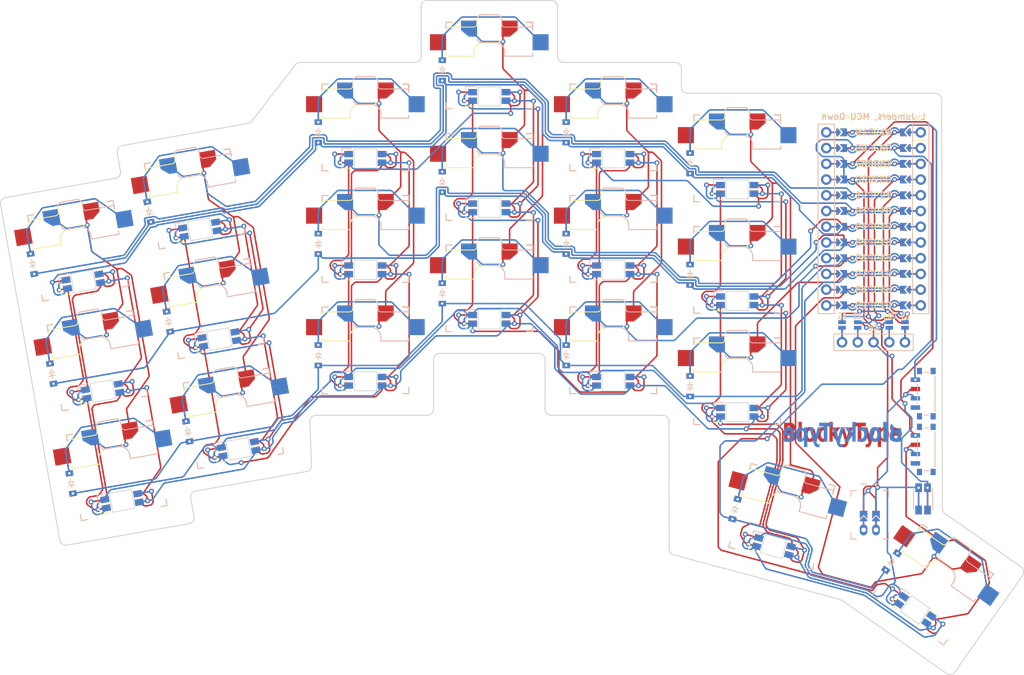
<source format=kicad_pcb>
(kicad_pcb (version 20240108) (generator "pcbnew") (generator_version "8.0")
  (title_block (title "BlockyType") (rev "v1.0.0") (company "Unknown"))
  (layers (0 "F.Cu" signal) (31 "B.Cu" signal) (34 "B.Paste" user) (35 "F.Paste" user) (36 "B.SilkS" user "B.Silkscreen") (37 "F.SilkS" user "F.Silkscreen") (38 "B.Mask" user) (39 "F.Mask" user) (44 "Edge.Cuts" user))
  (net 0 "")
  (net 1 "P20")
  (net 2 "outer_down")
  (net 3 "outer_home")
  (net 4 "outer_up")
  (net 5 "P21")
  (net 6 "pinky_down")
  (net 7 "pinky_home")
  (net 8 "pinky_up")
  (net 9 "P18")
  (net 10 "ring_down")
  (net 11 "ring_home")
  (net 12 "ring_up")
  (net 13 "P19")
  (net 14 "middle_down")
  (net 15 "middle_home")
  (net 16 "middle_up")
  (net 17 "P15")
  (net 18 "index_down")
  (net 19 "index_home")
  (net 20 "index_up")
  (net 21 "P14")
  (net 22 "inner_down")
  (net 23 "inner_home")
  (net 24 "inner_up")
  (net 25 "home_home")
  (net 26 "P16")
  (net 27 "innermost_home")
  (net 28 "P6")
  (net 29 "P5")
  (net 30 "P4")
  (net 31 "P7")
  (net 32 "VCC_LED")
  (net 33 "led_x")
  (net 34 "GND")
  (net 35 "led_20")
  (net 36 "led_19")
  (net 37 "led_18")
  (net 38 "led_16")
  (net 39 "led_15")
  (net 40 "led_17")
  (net 41 "led_14")
  (net 42 "led_13")
  (net 43 "led_12")
  (net 44 "led_10")
  (net 45 "led_9")
  (net 46 "led_11")
  (net 47 "led_8")
  (net 48 "led_7")
  (net 49 "led_6")
  (net 50 "led_4")
  (net 51 "led_3")
  (net 52 "led_5")
  (net 53 "led_2")
  (net 54 "P0")
  (net 55 "VCC")
  (net 56 "RST")
  (net 57 "BAT_P")
  (net 58 "RAW")
  (net 59 "JST1_1")
  (net 60 "JST1_2")
  (net 61 "P10")
  (net 62 "P1")
  (net 63 "P2")
  (net 64 "P3")
  (net 65 "P8")
  (net 66 "P9")
  (net 67 "MCU1_24")
  (net 68 "MCU1_1")
  (net 69 "MCU1_23")
  (net 70 "MCU1_2")
  (net 71 "MCU1_22")
  (net 72 "MCU1_3")
  (net 73 "MCU1_21")
  (net 74 "MCU1_4")
  (net 75 "MCU1_20")
  (net 76 "MCU1_5")
  (net 77 "MCU1_19")
  (net 78 "MCU1_6")
  (net 79 "MCU1_18")
  (net 80 "MCU1_7")
  (net 81 "MCU1_17")
  (net 82 "MCU1_8")
  (net 83 "MCU1_16")
  (net 84 "MCU1_9")
  (net 85 "MCU1_15")
  (net 86 "MCU1_10")
  (net 87 "MCU1_14")
  (net 88 "MCU1_11")
  (net 89 "MCU1_13")
  (net 90 "MCU1_12")
  (net 91 "DISP1_1")
  (net 92 "DISP1_2")
  (net 93 "DISP1_4")
  (net 94 "DISP1_5")
  (footprint "ComboDiode" (layer "F.Cu") (at -27.085254 -47.178273 100)
    (property "Reference" "D2" (hide yes))
    (property "Value" "" (hide yes))
  )
  (footprint "ComboDiode" (layer "F.Cu") (at 108.439061 -16.81555 55)
    (property "Reference" "D20" (hide yes))
    (property "Value" "" (hide yes))
  )
  (footprint "PG1350" (layer "F.Cu") (at 43.527158 -96.94609)
    (property "Reference" "S12" (hide yes))
    (property "Value" "")
  )
  (footprint "ceoloide:battery_connector_jst_ph_2" (layer "F.Cu") (at 104.927156 -21.946092 180)
    (property "Reference" "JST1" (hide yes))
    (property "Value" "")
  )
  (footprint "ComboDiode" (layer "F.Cu") (at 55.927161 -50.146092 90)
    (property "Reference" "D13" (hide yes))
    (property "Value" "" (hide yes))
  )
  (footprint "PG1350" (layer "F.Cu") (at -4.037395 -75.409387 10)
    (property "Reference" "S6" (hide yes))
    (property "Value" "")
  )
  (footprint "PG1350" (layer "F.Cu") (at 23.527172 -86.946083)
    (property "Reference" "S9" (hide yes))
    (property "Value" "")
  )
  (footprint "ComboDiode" (layer "F.Cu") (at 35.927161 -60.146089 90)
    (property "Reference" "D10" (hide yes))
    (property "Value" "" (hide yes))
  )
  (footprint "nice!view" (layer "F.Cu") (at 105.527156 -68.946089)
    (property "Reference" "DISP1" (hide yes))
    (property "Value" "")
  )
  (footprint "ComboDiode" (layer "F.Cu") (at 15.927164 -86.146085 90)
    (property "Reference" "D9" (hide yes))
    (property "Value" "" (hide yes))
  )
  (footprint "ceoloide:mounting_hole_npth" (layer "F.Cu") (at 33.527162 -86.946088)
    (property "Reference" "MH3" (hide yes))
    (property "Value" "")
  )
  (footprint "PG1350" (layer "F.Cu") (at 23.527175 -68.946087)
    (property "Reference" "S8" (hide yes))
    (property "Value" "")
  )
  (footprint "PG1350" (layer "F.Cu") (at 63.527157 -86.946095)
    (property "Reference" "S15" (hide yes))
    (property "Value" "")
  )
  (footprint "ComboDiode" (layer "F.Cu") (at 75.927169 -81.14609 90)
    (property "Reference" "D18" (hide yes))
    (property "Value" "" (hide yes))
  )
  (footprint "ceoloide:mounting_hole_npth" (layer "F.Cu") (at 109.527161 -39.446079)
    (property "Reference" "MH9" (hide yes))
    (property "Value" "")
  )
  (footprint "PG1350" (layer "F.Cu") (at 83.527168 -63.946089)
    (property "Reference" "S17" (hide yes))
    (property "Value" "")
  )
  (footprint "PG1350" (layer "F.Cu") (at 2.213934 -39.956308 10)
    (property "Reference" "S4" (hide yes))
    (property "Value" "")
  )
  (footprint "PG1350" (layer "F.Cu") (at 83.527157 -45.946077)
    (property "Reference" "S16" (hide yes))
    (property "Value" "")
  )
  (footprint "power_switch" (layer "F.Cu") (at 114.027168 -43.946085)
    (property "Reference" "SW3" (hide yes))
    (property "Value" "")
  )
  (footprint "PG1350" (layer "F.Cu") (at 90.72731 -24.104601 -15)
    (property "Reference" "S19" (hide yes))
    (property "Value" "")
  )
  (footprint "ceoloide:mounting_hole_npth" (layer "F.Cu") (at -12.409459 -65.302037 10)
    (property "Reference" "MH1" (hide yes))
    (property "Value" "")
  )
  (footprint "PG1350" (layer "F.Cu") (at 43.527162 -60.946089)
    (property "Reference" "S10" (hide yes))
    (property "Value" "")
  )
  (footprint "ComboDiode" (layer "F.Cu") (at 55.927163 -68.146089 90)
    (property "Reference" "D14" (hide yes))
    (property "Value" "" (hide yes))
  )
  (footprint "ComboDiode" (layer "F.Cu") (at -8.257344 -55.575277 100)
    (property "Reference" "D5" (hide yes))
    (property "Value" "" (hide yes))
  )
  (footprint "PG1350" (layer "F.Cu") (at -16.613983 -31.559306 10)
    (property "Reference" "S1" (hide yes))
    (property "Value" "")
  )
  (footprint "ceoloide:mounting_hole_npth" (layer "F.Cu") (at 96.527164 -46.946077)
    (property "Reference" "MH8" (hide yes))
    (property "Value" "")
  )
  (footprint "ceoloide:mounting_hole_npth" (layer "F.Cu") (at 33.527159 -59.446084)
    (property "Reference" "MH4" (hide yes))
    (property "Value" "")
  )
  (footprint "ComboDiode" (layer "F.Cu") (at 35.927161 -96.14609 90)
    (property "Reference" "D12" (hide yes))
    (property "Value" "" (hide yes))
  )
  (footprint "ceoloide:mounting_hole_npth" (layer "F.Cu") (at -6.679068 -32.80338 10)
    (property "Reference" "MH2" (hide yes))
    (property "Value" "")
  )
  (footprint "ComboDiode" (layer "F.Cu") (at -5.131682 -37.848747 100)
    (property "Reference" "D4" (hide yes))
    (property "Value" "" (hide yes))
  )
  (footprint "ComboDiode" (layer "F.Cu") (at -23.959595 -29.451725 100)
    (property "Reference" "D1" (hide yes))
    (property "Value" "" (hide yes))
  )
  (footprint "ComboDiode" (layer "F.Cu") (at 75.927154 -63.146087 90)
    (property "Reference" "D17" (hide yes))
    (property "Value" "" (hide yes))
  )
  (footprint "ComboDiode" (layer "F.Cu") (at -11.38301 -73.301823 100)
    (property "Reference" "D6" (hide yes))
    (property "Value" "" (hide yes))
  )
  (footprint "PG1350" (layer "F.Cu") (at -0.911732 -57.68283 10)
    (property "Reference" "S5" (hide yes))
    (property "Value" "")
  )
  (footprint "PG1350" (layer "F.Cu") (at -19.739649 -49.285856 10)
    (property "Reference" "S2" (hide yes))
    (property "Value" "")
  )
  (footprint "ComboDiode" (layer "F.Cu") (at 15.927159 -50.146093 90)
    (property "Reference" "D7" (hide yes))
    (property "Value" "" (hide yes))
  )
  (footprint "PG1350" (layer "F.Cu") (at 63.527163 -68.946086)
    (property "Reference" "S14" (hide yes))
    (property "Value" "")
  )
  (footprint "ceoloide:mcu_nice_nano" (layer "F.Cu") (at 105.527171 -73.446085)
    (property "Reference" "MCU1" (hide yes))
    (property "Value" "")
  )
  (footprint "ceoloide:mounting_hole_npth" (layer "F.Cu") (at 78.527162 -29.946091)
    (property "Reference" "MH6" (hide yes))
    (property "Value" "")
  )
  (footprint "PG1350" (layer "F.Cu") (at 43.527172 -78.946094)
    (property "Reference" "S11" (hide yes))
    (property "Value" "")
  )
  (footprint "power_switch" (layer "F.Cu") (at 114.027159 -34.946083)
    (property "Reference" "SW1" (hide yes))
    (property "Value" "")
  )
  (footprint "ComboDiode" (layer "F.Cu") (at 15.927161 -68.146089 90)
    (property "Reference" "D8" (hide yes))
    (property "Value" "" (hide yes))
  )
  (footprint "PG1350" (layer "F.Cu") (at -22.865302 -67.012369 10)
    (property "Reference" "S3" (hide yes))
    (property "Value" "")
  )
  (footprint "PG1350" (layer "F.Cu") (at 23.527153 -50.946097)
    (property "Reference" "S7" (hide yes))
    (property "Value" "")
  )
  (footprint "PG1350" (layer "F.Cu") (at 83.527167 -81.946082)
    (property "Reference" "S18" (hide yes))
    (property "Value" "")
  )
  (footprint "PG1350" (layer "F.Cu") (at 115.123488 -13.111695 -35)
    (property "Reference" "S20" (hide yes))
    (property "Value" "")
  )
  (footprint "ComboDiode" (layer "F.Cu") (at 35.927159 -78.146092 90)
    (property "Reference" "D11" (hide yes))
    (property "Value" "" (hide yes))
  )
  (footprint "PG1350" (layer "F.Cu") (at 63.527164 -50.946081)
    (property "Reference" "S13" (hide yes))
    (property "Value" "")
  )
  (footprint "ComboDiode" (layer "F.Cu") (at 55.927169 -86.14608 90)
    (property "Reference" "D15" (hide yes))
    (property "Value" "" (hide yes))
  )
  (footprint "ComboDiode" (layer "F.Cu") (at 75.927156 -45.146081 90)
    (property "Reference" "D16" (hide yes))
    (property "Value" "" (hide yes))
  )
  (footprint "ceoloide:mounting_hole_npth" (layer "F.Cu") (at 102.753787 -18.110734 -35)
    (property "Reference" "MH7" (hide yes))
    (property "Value" "")
  )
  (footprint "ceoloide:mounting_hole_npth" (layer "F.Cu") (at 92.527166 -78.946089)
    (property "Reference" "MH5" (hide yes))
    (property "Value" "")
  )
  (footprint "sw_reset_side" (layer "F.Cu") (at 113.527158 -26.946082)
    (property "Reference" "SW2" (hide yes))
    (property "Value" "")
  )
  (footprint "ComboDiode" (layer "F.Cu") (at -30.210922 -64.904817 100)
    (property "Reference" "D3" (hide yes))
    (property "Value" "" (hide yes))
  )
  (footprint "ComboDiode" (layer "F.Cu") (at 83.179232 -25.298897 75)
    (property "Reference" "D19" (hide yes))
    (property "Value" "" (hide yes))
  )
  (footprint "ceoloide:led_SK6812mini-e (per-key, reversible)" (layer "B.Cu") (at 43.527169 -91.946091)
    (property "Reference" "LED12" (hide yes))
    (property "Value" "")
    (fp_poly (pts (xy -1.799996 -1.550002) (xy 1.800003 -1.550002) (xy 1.799996 1.550002) (xy -1.800003 1.550002)) (stroke (width 0.12)) (fill none) (layer "Edge.Cuts"))
  )
  (footprint "ceoloide:led_SK6812mini-e (per-key, reversible)" (layer "B.Cu") (at -21.997077 -62.088342 10)
    (property "Reference" "LED3" (hide yes))
    (property "Value" "")
    (fp_poly (pts (xy -1.799999 -1.550001) (xy 1.799999 -1.550004) (xy 1.799999 1.550001) (xy -1.799999 1.550004)) (stroke (width 0.12)) (fill none) (layer "Edge.Cuts"))
  )
  (footprint "ceoloide:led_SK6812mini-e (per-key, reversible)" (layer "B.Cu") (at 43.52716 -73.946098)
    (property "Reference" "LED11" (hide yes))
    (property "Value" "")
    (fp_poly (pts (xy -1.799996 -1.550002) (xy 1.800003 -1.550002) (xy 1.799996 1.550002) (xy -1.800003 1.550002)) (stroke (width 0.12)) (fill none) (layer "Edge.Cuts"))
  )
  (footprint "ceoloide:led_SK6812mini-e (per-key, reversible)" (layer "B.Cu") (at 43.52717 -55.946092)
    (property "Reference" "LED10" (hide yes))
    (property "Value" "")
    (fp_poly (pts (xy -1.799996 -1.550002) (xy 1.800003 -1.550002) (xy 1.799996 1.550002) (xy -1.800003 1.550002)) (stroke (width 0.12)) (fill none) (layer "Edge.Cuts"))
  )
  (footprint "ceoloide:led_SK6812mini-e (per-key, reversible)" (layer "B.Cu") (at -0.043497 -52.758802 10)
    (property "Reference" "LED5" (hide yes))
    (property "Value" "")
    (fp_poly (pts (xy -1.799999 -1.550001) (xy 1.799999 -1.550004) (xy 1.799999 1.550001) (xy -1.799999 1.550004)) (stroke (width 0.12)) (fill none) (layer "Edge.Cuts"))
  )
  (footprint "ceoloide:led_SK6812mini-e (per-key, reversible)" (layer "B.Cu") (at 112.255599 -9.015925 -35)
    (property "Reference" "LED20" (hide yes))
    (property "Value" "")
    (fp_poly (pts (xy -1.800001 -1.55) (xy 1.8 -1.55) (xy 1.800001 1.55) (xy -1.8 1.55)) (stroke (width 0.12)) (fill none) (layer "Edge.Cuts"))
  )
  (footprint "ceoloide:led_SK6812mini-e (per-key, reversible)" (layer "B.Cu") (at 23.527162 -81.94609)
    (property "Reference" "LED9" (hide yes))
    (property "Value" "")
    (fp_poly (pts (xy -1.799996 -1.550002) (xy 1.800003 -1.550002) (xy 1.799996 1.550002) (xy -1.800003 1.550002)) (stroke (width 0.12)) (fill none) (layer "Edge.Cuts"))
  )
  (footprint "ceoloide:led_SK6812mini-e (per-key, reversible)" (layer "B.Cu") (at 83.527166 -76.946081)
    (property "Reference" "LED18" (hide yes))
    (property "Value" "")
    (fp_poly (pts (xy -1.799996 -1.550002) (xy 1.800003 -1.550002) (xy 1.799996 1.550002) (xy -1.800003 1.550002)) (stroke (width 0.12)) (fill none) (layer "Edge.Cuts"))
  )
  (footprint "ceoloide:led_SK6812mini-e (per-key, reversible)" (layer "B.Cu") (at -15.745726 -26.635266 10)
    (property "Reference" "LED1" (hide yes))
    (property "Value" "")
    (fp_poly (pts (xy -1.799999 -1.550001) (xy 1.799999 -1.550004) (xy 1.799999 1.550001) (xy -1.799999 1.550004)) (stroke (width 0.12)) (fill none) (layer "Edge.Cuts"))
  )
  (footprint "ceoloide:led_SK6812mini-e (per-key, reversible)" (layer "B.Cu") (at 83.527164 -58.946081)
    (property "Reference" "LED17" (hide yes))
    (property "Value" "")
    (fp_poly (pts (xy -1.799996 -1.550002) (xy 1.800003 -1.550002) (xy 1.799996 1.550002) (xy -1.800003 1.550002)) (stroke (width 0.12)) (fill none) (layer "Edge.Cuts"))
  )
  (footprint "ceoloide:led_SK6812mini-e (per-key, reversible)" (layer "B.Cu") (at 23.52716 -45.946088)
    (property "Reference" "LED7" (hide yes))
    (property "Value" "")
    (fp_poly (pts (xy -1.799996 -1.550002) (xy 1.800003 -1.550002) (xy 1.799996 1.550002) (xy -1.800003 1.550002)) (stroke (width 0.12)) (fill none) (layer "Edge.Cuts"))
  )
  (footprint "ceoloide:led_SK6812mini-e (per-key, reversible)" (layer "B.Cu") (at 63.527164 -63.946084)
    (property "Reference" "LED14" (hide yes))
    (property "Value" "")
    (fp_poly (pts (xy -1.799996 -1.550002) (xy 1.800003 -1.550002) (xy 1.799996 1.550002) (xy -1.800003 1.550002)) (stroke (width 0.12)) (fill none) (layer "Edge.Cuts"))
  )
  (footprint "ceoloide:led_SK6812mini-e (per-key, reversible)" (layer "B.Cu") (at -18.871394 -44.3618 10)
    (property "Reference" "LED2" (hide yes))
    (property "Value" "")
    (fp_poly (pts (xy -1.799999 -1.550001) (xy 1.799999 -1.550004) (xy 1.799999 1.550001) (xy -1.799999 1.550004)) (stroke (width 0.12)) (fill none) (layer "Edge.Cuts"))
  )
  (footprint "ceoloide:led_SK6812mini-e (per-key, reversible)" (layer "B.Cu") (at 63.527158 -45.946093)
    (property "Reference" "LED13" (hide yes))
    (property "Value" "")
    (fp_poly (pts (xy -1.799996 -1.550002) (xy 1.800003 -1.550002) (xy 1.799996 1.550002) (xy -1.800003 1.550002)) (stroke (width 0.12)) (fill none) (layer "Edge.Cuts"))
  )
  (footprint "ceoloide:led_SK6812mini-e (per-key, reversible)" (layer "B.Cu") (at 83.527148 -40.946085)
    (property "Reference" "LED16" (hide yes))
    (property "Value" "")
    (fp_poly (pts (xy -1.799996 -1.550002) (xy 1.800003 -1.550002) (xy 1.799996 1.550002) (xy -1.800003 1.550002)) (stroke (width 0.12)) (fill none) (layer "Edge.Cuts"))
  )
  (footprint "ceoloide:led_SK6812mini-e (per-key, reversible)" (layer "B.Cu") (at 63.527165 -81.946071)
    (property "Reference" "LED15" (hide yes))
    (property "Value" "")
    (fp_poly (pts (xy -1.799996 -1.550002) (xy 1.800003 -1.550002) (xy 1.799996 1.550002) (xy -1.800003 1.550002)) (stroke (width 0.12)) (fill none) (layer "Edge.Cuts"))
  )
  (footprint "ceoloide:led_SK6812mini-e (per-key, reversible)" (layer "B.Cu") (at 89.433217 -19.274979 -15)
    (property "Reference" "LED19" (hide yes))
    (property "Value" "")
    (fp_poly (pts (xy -1.800001 -1.55) (xy 1.799998 -1.55) (xy 1.800001 1.55) (xy -1.799998 1.55)) (stroke (width 0.12)) (fill none) (layer "Edge.Cuts"))
  )
  (footprint "ceoloide:led_SK6812mini-e (per-key, reversible)" (layer "B.Cu") (at 3.082179 -35.032263 10)
    (property "Reference" "LED4" (hide yes))
    (property "Value" "")
    (fp_poly (pts (xy -1.799999 -1.550001) (xy 1.799999 -1.550004) (xy 1.799999 1.550001) (xy -1.799999 1.550004)) (stroke (width 0.12)) (fill none) (layer "Edge.Cuts"))
  )
  (footprint "ceoloide:led_SK6812mini-e (per-key, reversible)" (layer "B.Cu") (at 23.527171 -63.946087)
    (property "Reference" "LED8" (hide yes))
    (property "Value" "")
    (fp_poly (pts (xy -1.799996 -1.550002) (xy 1.800003 -1.550002) (xy 1.799996 1.550002) (xy -1.800003 1.550002)) (stroke (width 0.12)) (fill none) (layer "Edge.Cuts"))
  )
  (footprint "ceoloide:led_SK6812mini-e (per-key, reversible)" (layer "B.Cu") (at -3.169153 -70.485357 10)
    (property "Reference" "LED6" (hide yes))
    (property "Value" "")
    (fp_poly (pts (xy -1.799999 -1.550001) (xy 1.799999 -1.550004) (xy 1.799999 1.550001) (xy -1.799999 1.550004)) (stroke (width 0.12)) (fill none) (layer "Edge.Cuts"))
  )
  (gr_arc (start 73.29514 -17.905151) (mid 72.760925 -18.26179) (end 72.553954 -18.869839) (stroke (width 0.15)) (layer "Edge.Cuts"))
  (gr_arc (start 100.260836 -10.636748) (mid 100.41214 -10.578523) (end 100.552038 -10.496595) (stroke (width 0.15)) (layer "Edge.Cuts"))
  (gr_arc (start 73.527156 -97.446089) (mid 74.234242 -97.153172) (end 74.527159 -96.446091) (stroke (width 0.15)) (layer "Edge.Cuts"))
  (gr_line (start -4.652372 -27.068187) (end -4.131425 -24.113766) (stroke (width 0.15)) (layer "Edge.Cuts"))
  (gr_arc (start 129.337562 -15.977014) (mid 129.748769 -15.331519) (end 129.583141 -14.584295) (stroke (width 0.15)) (layer "Edge.Cuts"))
  (gr_arc (start 5.208788 -87.966482) (mid 4.934747 -87.721892) (end 4.590874 -87.592767) (stroke (width 0.15)) (layer "Edge.Cuts"))
  (gr_arc (start 53.527161 -40.446093) (mid 52.82007 -40.738987) (end 52.527167 -41.44608) (stroke (width 0.15)) (layer "Edge.Cuts"))
  (gr_arc (start -15.998988 -79.900513) (mid -16.164649 -79.153291) (end -16.810149 -78.742055) (stroke (width 0.15)) (layer "Edge.Cuts"))
  (gr_line (start -15.998988 -79.900502) (end -16.51994 -82.85493) (stroke (width 0.15)) (layer "Edge.Cuts"))
  (gr_line (start 33.527171 -40.446089) (end 15.566355 -40.446085) (stroke (width 0.15)) (layer "Edge.Cuts"))
  (gr_line (start 71.528406 -40.446089) (end 53.527161 -40.446093) (stroke (width 0.15)) (layer "Edge.Cuts"))
  (gr_arc (start 12.22692 -97.057174) (mid 12.577505 -97.343622) (end 13.018488 -97.446091) (stroke (width 0.15)) (layer "Edge.Cuts"))
  (gr_arc (start 34.52717 -49.446083) (mid 34.820059 -50.153185) (end 35.527159 -50.446079) (stroke (width 0.15)) (layer "Edge.Cuts"))
  (gr_line (start 98.623072 -11.118561) (end 73.29514 -17.905151) (stroke (width 0.15)) (layer "Edge.Cuts"))
  (gr_line (start 55.527157 -97.446082) (end 73.527156 -97.446089) (stroke (width 0.15)) (layer "Edge.Cuts"))
  (gr_line (start 54.527153 -106.446076) (end 54.527159 -98.446087) (stroke (width 0.15)) (layer "Edge.Cuts"))
  (gr_line (start 51.527159 -50.446081) (end 35.527159 -50.446079) (stroke (width 0.15)) (layer "Edge.Cuts"))
  (gr_arc (start 14.836616 -32.397691) (mid 14.615593 -31.731326) (end 14.010994 -31.374461) (stroke (width 0.15)) (layer "Edge.Cuts"))
  (gr_line (start 117.292468 1.225169) (end 100.552038 -10.496595) (stroke (width 0.15)) (layer "Edge.Cuts"))
  (gr_line (start 32.52716 -98.446086) (end 32.527157 -106.446093) (stroke (width 0.15)) (layer "Edge.Cuts"))
  (gr_arc (start 51.527159 -50.446081) (mid 52.234274 -50.153194) (end 52.527159 -49.446084) (stroke (width 0.15)) (layer "Edge.Cuts"))
  (gr_line (start -34.536692 -75.616365) (end -16.810149 -78.742055) (stroke (width 0.15)) (layer "Edge.Cuts"))
  (gr_arc (start 75.527162 -92.446086) (mid 74.820035 -92.738955) (end 74.527176 -93.446087) (stroke (width 0.15)) (layer "Edge.Cuts"))
  (gr_arc (start 118.685179 0.979594) (mid 118.039692 1.390834) (end 117.292468 1.225169) (stroke (width 0.15)) (layer "Edge.Cuts"))
  (gr_arc (start 117.066253 -24.569483) (mid 116.7532 -24.926141) (end 116.639818 -25.386955) (stroke (width 0.15)) (layer "Edge.Cuts"))
  (gr_arc (start 55.527157 -97.446082) (mid 54.819998 -97.738924) (end 54.527159 -98.446087) (stroke (width 0.15)) (layer "Edge.Cuts"))
  (gr_arc (start -35.347852 -74.457933) (mid -35.182197 -75.205149) (end -34.536692 -75.616365) (stroke (width 0.15)) (layer "Edge.Cuts"))
  (gr_line (start -25.797197 -20.293504) (end -35.347845 -74.457928) (stroke (width 0.15)) (layer "Edge.Cuts"))
  (gr_line (start 100.260843 -10.636734) (end 98.646645 -11.111917) (stroke (width 0.15)) (layer "Edge.Cuts"))
  (gr_arc (start -24.638748 -19.482344) (mid -25.385969 -19.648001) (end -25.797197 -20.293504) (stroke (width 0.15)) (layer "Edge.Cuts"))
  (gr_line (start 116.528835 -91.44777) (end 116.639818 -25.386955) (stroke (width 0.15)) (layer "Edge.Cuts"))
  (gr_arc (start 98.623074 -11.118548) (mid 98.634881 -11.115307) (end 98.646645 -11.111917) (stroke (width 0.15)) (layer "Edge.Cuts"))
  (gr_line (start 117.066253 -24.569483) (end 129.337545 -15.977014) (stroke (width 0.15)) (layer "Edge.Cuts"))
  (gr_line (start 74.527159 -96.446091) (end 74.527176 -93.446087) (stroke (width 0.15)) (layer "Edge.Cuts"))
  (gr_line (start 72.553954 -18.869839) (end 72.528409 -39.447325) (stroke (width 0.15)) (layer "Edge.Cuts"))
  (gr_line (start 129.583141 -14.584295) (end 118.685179 0.979594) (stroke (width 0.15)) (layer "Edge.Cuts"))
  (gr_arc (start 32.527157 -106.446093) (mid 32.820057 -107.153173) (end 33.527163 -107.44608) (stroke (width 0.15)) (layer "Edge.Cuts"))
  (gr_arc (start 32.52716 -98.446086) (mid 32.234238 -97.739012) (end 31.527161 -97.446085) (stroke (width 0.15)) (layer "Edge.Cuts"))
  (gr_line (start 5.208796 -87.966479) (end 12.22692 -97.057174) (stroke (width 0.15)) (layer "Edge.Cuts"))
  (gr_arc (start 34.527157 -41.446076) (mid 34.234234 -40.739018) (end 33.527171 -40.446089) (stroke (width 0.15)) (layer "Edge.Cuts"))
  (gr_line (start 14.010994 -31.374461) (end -3.841218 -28.226639) (stroke (width 0.15)) (layer "Edge.Cuts"))
  (gr_line (start 75.527162 -92.446086) (end 115.528831 -92.446092) (stroke (width 0.15)) (layer "Edge.Cuts"))
  (gr_line (start -4.942589 -22.955305) (end -24.63875 -19.482344) (stroke (width 0.15)) (layer "Edge.Cuts"))
  (gr_arc (start 14.567093 -39.407667) (mid 14.84579 -40.139487) (end 15.566355 -40.446085) (stroke (width 0.15)) (layer "Edge.Cuts"))
  (gr_arc (start 71.528406 -40.446089) (mid 72.235082 -40.153649) (end 72.528409 -39.447325) (stroke (width 0.15)) (layer "Edge.Cuts"))
  (gr_arc (start -4.652377 -27.068178) (mid -4.486722 -27.815404) (end -3.841218 -28.226639) (stroke (width 0.15)) (layer "Edge.Cuts"))
  (gr_arc (start -4.131425 -24.113766) (mid -4.29707 -23.36653) (end -4.942589 -22.955305) (stroke (width 0.15)) (layer "Edge.Cuts"))
  (gr_line (start 14.567093 -39.407667) (end 14.836614 -32.397695) (stroke (width 0.15)) (layer "Edge.Cuts"))
  (gr_line (start 34.52717 -49.446083) (end 34.527157 -41.446076) (stroke (width 0.15)) (layer "Edge.Cuts"))
  (gr_arc (start 53.527171 -107.446097) (mid 54.234263 -107.153169) (end 54.527153 -106.446076) (stroke (width 0.15)) (layer "Edge.Cuts"))
  (gr_line (start 33.527163 -107.44608) (end 53.527171 -107.446097) (stroke (width 0.15)) (layer "Edge.Cuts"))
  (gr_arc (start 115.528831 -92.446092) (mid 116.235308 -92.153771) (end 116.528835 -91.44777) (stroke (width 0.15)) (layer "Edge.Cuts"))
  (gr_line (start 13.018488 -97.446091) (end 31.527161 -97.446085) (stroke (width 0.15)) (layer "Edge.Cuts"))
  (gr_arc (start -16.519936 -82.854938) (mid -16.354282 -83.60216) (end -15.708778 -84.013386) (stroke (width 0.15)) (layer "Edge.Cuts"))
  (gr_line (start -15.708778 -84.013386) (end 4.590874 -87.592767) (stroke (width 0.15)) (layer "Edge.Cuts"))
  (gr_line (start 52.527167 -41.44608) (end 52.527159 -49.446084) (stroke (width 0.15)) (layer "Edge.Cuts"))
  (gr_text "BlockyType" (at 100.527167 -37.446089 0) (layer "F.Cu") (effects (font (size 3 2.2) (thickness 0.15) (bold yes))))
  (gr_text "BlockyType" (at 100.527167 -37.446089 0) (layer "B.Cu") (effects (font (size 3 2.2) (thickness 0.15) (bold yes)) (justify mirror)))
  (segment (start -21.372305 -71.172027) (end -21.551251 -72.186805) (width 0.25) (layer "F.Cu") (net 1))
  (segment (start -15.730095 -58.309819) (end -17.547608 -55.71416) (width 0.25) (layer "F.Cu") (net 1))
  (segment (start -15.651122 -64.061201) (end -14.40221 -63.186711) (width 0.25) (layer "F.Cu") (net 1))
  (segment (start -16.542837 -63.836933) (end -15.639952 -58.716424) (width 0.25) (layer "F.Cu") (net 1))
  (segment (start 100.752168 -73.446087) (end 102.127158 -73.446091) (width 0.25) (layer "F.Cu") (net 1))
  (segment (start -16.385015 -64.093634) (end -16.057728 -64.151343) (width 0.25) (layer "F.Cu") (net 1))
  (segment (start -20.431516 -66.75439) (end -16.76661 -64.188187) (width 0.25) (layer "F.Cu") (net 1))
  (segment (start -15.120974 -35.718934) (end -15.299918 -36.733737) (width 0.25) (layer "F.Cu") (net 1))
  (segment (start -18.246642 -53.445488) (end -18.425572 -54.460272) (width 0.25) (layer "F.Cu") (net 1))
  (segment (start -11.382845 -46.980834) (end -14.178436 -62.835459) (width 0.25) (layer "F.Cu") (net 1))
  (segment (start -14.99905 -41.260614) (end -14.421941 -37.98762) (width 0.25) (layer "F.Cu") (net 1))
  (segment (start -11.472987 -46.574229) (end -14.908908 -41.667219) (width 0.25) (layer "F.Cu") (net 1))
  (segment (start -20.655289 -67.105644) (end -21.372305 -71.172027) (width 0.25) (layer "F.Cu") (net 1))
  (via (at -21.372305 -71.172027) (size 0.8) (drill 0.4) (layers "F.Cu" "B.Cu") (net 1))
  (via (at -18.246642 -53.445488) (size 0.8) (drill 0.4) (layers "F.Cu" "B.Cu") (net 1))
  (via (at -15.120974 -35.718934) (size 0.8) (drill 0.4) (layers "F.Cu" "B.Cu") (net 1))
  (arc (start -16.76661 -64.188187) (mid -16.578772 -64.10153) (end -16.385015 -64.093634) (width 0.25) (layer "F.Cu") (net 1))
  (arc (start -14.908908 -41.667219) (mid -14.994418 -41.472881) (end -14.99905 -41.260614) (width 0.25) (layer "F.Cu") (net 1))
  (arc (start -20.655289 -67.105644) (mid -20.578337 -66.907761) (end -20.431516 -66.75439) (width 0.25) (layer "F.Cu") (net 1))
  (arc (start -15.651122 -64.061201) (mid -15.84546 -64.146711) (end -16.057728 -64.151343) (width 0.25) (layer "F.Cu") (net 1))
  (arc (start -14.40221 -63.186711) (mid -14.255388 -63.033341) (end -14.178436 -62.835459) (width 0.25) (layer "F.Cu") (net 1))
  (arc (start -11.382845 -46.980834) (mid -11.387476 -46.768566) (end -11.472987 -46.574229) (width 0.25) (layer "F.Cu") (net 1))
  (arc (start -16.542837 -63.836933) (mid -16.619789 -64.034815) (end -16.76661 -64.188187) (width 0.25) (layer "F.Cu") (net 1))
  (arc (start -15.639952 -58.716424) (mid -15.644584 -58.504156) (end -15.730095 -58.309819) (width 0.25) (layer "F.Cu") (net 1))
  (arc (start -16.385015 -64.093634) (mid -16.512824 -64.004062) (end -16.542837 -63.836933) (width 0.25) (layer "F.Cu") (net 1))
  (segment (start 100.857268 -74.707287) (end 94.111864 -74.707287) (width 0.25) (layer "B.Cu") (net 1))
  (segment (start -24.8608 -70.718749) (end -27.123764 -72.303288) (width 0.25) (layer "B.Cu") (net 1))
  (segment (start 107.896471 -73.666084) (end 102.347164 -73.666083) (width 0.25) (layer "B.Cu") (net 1))
  (segment (start 57.052164 -84.273483) (end 71.560762 -84.273482) (width 0.25) (layer "B.Cu") (net 1))
  (segment (start 101.242042 -74.547907) (end 102.127163 -73.662776) (width 0.25) (layer "B.Cu") (net 1))
  (segment (start 33.877048 -84.273477) (end 17.052169 -84.273479) (width 0.25) (layer "B.Cu") (net 1))
  (segment (start -18.701049 -65.715801) (end -15.635967 -66.256263) (width 0.25) (layer "B.Cu") (net 1))
  (segment (start -19.107654 -65.805944) (end -20.427201 -66.729907) (width 0.25) (layer "B.Cu") (net 1))
  (segment (start 56.762725 -85.323479) (end 53.558356 -85.323477) (width 0.25) (layer "B.Cu") (net 1))
  (segment (start -11.99648 -71.45401) (end -12.107302 -72.08252) (width 0.25) (layer "B.Cu") (net 1))
  (segment (start 49.018126 -94.273484) (end 37.182983 -94.273481) (width 0.25) (layer "B.Cu") (net 1))
  (segment (start 108.281244 -73.825465) (end 108.467481 -74.011706) (width 0.25) (layer "B.Cu") (net 1))
  (segment (start 77.05218 -79.273476) (end 89.094886 -79.273474) (width 0.25) (layer "B.Cu") (net 1))
  (segment (start 34.261822 -84.432856) (end 35.923595 -86.09463) (width 0.25) (layer "B.Cu") (net 1))
  (segment (start -18.246642 -53.445488) (end -21.328521 -52.902067) (width 0.25) (layer "B.Cu") (net 1))
  (segment (start 52.574629 -86.307219) (end 52.574632 -90.716972) (width 0.25) (layer "B.Cu") (net 1))
  (segment (start 36.982972 -95.0478) (end 36.98298 -94.473481) (width 0.25) (layer "B.Cu") (net 1))
  (segment (start 16.852166 -84.47348) (end 16.852158 -85.071088) (width 0.25) (layer "B.Cu") (net 1))
  (segment (start 76.01395 -80.271081) (end 76.652156 -80.271084) (width 0.25) (layer "B.Cu") (net 1))
  (segment (start 5.876058 -74.530209) (end 5.876038 -74.530203) (width 0.25) (layer "B.Cu") (net 1))
  (segment (start -24.454195 -70.628607) (end -21.372305 -71.172027) (width 0.25) (layer "B.Cu") (net 1))
  (segment (start 56.852164 -84.473483) (end 56.852163 -85.234031) (width 0.25) (layer "B.Cu") (net 1))
  (segment (start -15.120974 -35.718934) (end -18.202869 -35.175535) (width 0.25) (layer "B.Cu") (net 1))
  (segment (start 76.852175 -79.473477) (end 76.852161 -80.071085) (width 0.25) (layer "B.Cu") (net 1))
  (segment (start 53.173583 -85.482857) (end 52.734006 -85.922442) (width 0.25) (layer "B.Cu") (net 1))
  (segment (start 52.415254 -91.101747) (end 49.4029 -94.114105) (width 0.25) (layer "B.Cu") (net 1))
  (segment (start -10.684403 -72.536512) (end -11.94507 -72.314213) (width 0.25) (layer "B.Cu") (net 1))
  (segment (start -21.735126 -52.992209) (end -23.998101 -54.576758) (width 0.25) (layer "B.Cu") (net 1))
  (segment (start -18.609476 -35.265678) (end -20.87243 -36.850201) (width 0.25) (layer "B.Cu") (net 1))
  (segment (start 36.759668 -95.271089) (end 35.202173 -95.271089) (width 0.25) (layer "B.Cu") (net 1))
  (segment (start 109.002072 -74.171089) (end 108.852254 -74.171088) (width 0.25) (layer "B.Cu") (net 1))
  (segment (start -10.277799 -72.446371) (end -10.0303 -72.27307) (width 0.25) (layer "B.Cu") (net 1))
  (segment (start 75.629176 -80.430458) (end 71.945536 -84.114102) (width 0.25) (layer "B.Cu") (net 1))
  (segment (start 0.616802 -73.826761) (end 0.687616 -73.777177) (width 0.25) (layer "B.Cu") (net 1))
  (segment (start -20.650974 -67.081161) (end -21.372305 -71.172027) (width 0.25) (layer "B.Cu") (net 1))
  (segment (start 0.210197 -73.916903) (end -9.623695 -72.182927) (width 0.25) (layer "B.Cu") (net 1))
  (segment (start 36.082974 -86.479405) (end 36.082974 -93.691724) (width 0.25) (layer "B.Cu") (net 1))
  (segment (start 5.876032 -74.530202) (end 1.094221 -73.687035) (width 0.25) (layer "B.Cu") (net 1))
  (segment (start 89.47966 -79.114094) (end 93.727089 -74.866666) (width 0.25) (layer "B.Cu") (net 1))
  (segment (start 109.386846 -74.011711) (end 109.952473 -73.446081) (width 0.25) (layer "B.Cu") (net 1))
  (segment (start 15.002166 -85.071086) (end 15.00216 -83.748731) (width 0.25) (layer "B.Cu") (net 1))
  (segment (start 6.095472 -74.616639) (end 14.842779 -83.363955) (width 0.25) (layer "B.Cu") (net 1))
  (segment (start 16.652156 -85.271087) (end 15.202167 -85.271086) (width 0.25) (layer "B.Cu") (net 1))
  (segment (start 35.002173 -95.071089) (end 35.002169 -93.921092) (width 0.25) (layer "B.Cu") (net 1))
  (segment (start 36.053604 -93.721091) (end 35.202168 -93.721092) (width 0.25) (layer "B.Cu") (net 1))
  (segment (start 5.956781 -74.544442) (end 5.876058 -74.530209) (width 0.25) (layer "B.Cu") (net 1))
  (segment (start -15.284714 -66.480036) (end -12.086622 -71.047405) (width 0.25) (layer "B.Cu") (net 1))
  (arc (start 36.053604 -93.721091) (mid 36.064843 -93.718855) (end 36.074371 -93.71249) (width 0.25) (layer "B.Cu") (net 1))
  (arc (start 52.574629 -86.307219) (mid 52.616049 -86.098979) (end 52.734006 -85.922442) (width 0.25) (layer "B.Cu") (net 1))
  (arc (start 108.281244 -73.825465) (mid 108.104709 -73.707506) (end 107.896471 -73.666084) (width 0.25) (layer "B.Cu") (net 1))
  (arc (start 71.560762 -84.273482) (mid 71.769 -84.23206) (end 71.945536 -84.114102) (width 0.25) (layer "B.Cu") (net 1))
  (arc (start 49.4029 -94.114105) (mid 49.226364 -94.232063) (end 49.018126 -94.273484) (width 0.25) (layer "B.Cu") (net 1))
  (arc (start 35.202173 -95.271089) (mid 35.060752 -95.21251) (end 35.002173 -95.071089) (width 0.25) (layer "B.Cu") (net 1))
  (arc (start -11.99648 -71.45401) (mid -12.001111 -71.241742) (end -12.086622 -71.047405) (width 0.25) (layer "B.Cu") (net 1))
  (arc (start -19.107654 -65.805944) (mid -18.913316 -65.720433) (end -18.701049 -65.715801) (width 0.25) (layer "B.Cu") (net 1))
  (arc (start 89.094886 -79.273474) (mid 89.303124 -79.232052) (end 89.47966 -79.114094) (width 0.25) (layer "B.Cu") (net 1))
  (arc (start 5.876053 -74.530209) (mid 5.876043 -74.530204) (end 5.876032 -74.530202) (width 0.25) (layer "B.Cu") (net 1))
  (arc (start 52.415254 -91.101747) (mid 52.533211 -90.92521) (end 52.574632 -90.716972) (width 0.25) (layer "B.Cu") (net 1))
  (arc (start 33.877048 -84.273477) (mid 34.085286 -84.314898) (end 34.261822 -84.432856) (width 0.25) (layer "B.Cu") (net 1))
  (arc (start 76.852161 -80.071085) (mid 76.793579 -80.212506) (end 76.652156 -80.271084) (width 0.25) (layer "B.Cu") (net 1))
  (arc (start 35.002169 -93.921092) (mid 35.060747 -93.779671) (end 35.202168 -93.721092) (width 0.25) (layer "B.Cu") (net 1))
  (arc (start 108.852254 -74.171088) (mid 108.644016 -74.129665) (end 108.467481 -74.011706) (width 0.25) (layer "B.Cu") (net 1))
  (arc (start 16.852166 -84.47348) (mid 16.910746 -84.332058) (end 17.052169 -84.273479) (width 0.25) (layer "B.Cu") (net 1))
  (arc (start -10.277799 -72.446371) (mid -10.472135 -72.531881) (end -10.684403 -72.536512) (width 0.25) (layer "B.Cu") (net 1))
  (arc (start 16.852158 -85.071088) (mid 16.793578 -85.212509) (end 16.652156 -85.271087) (width 0.25) (layer "B.Cu") (net 1))
  (arc (start 5.876038 -74.530203) (mid 5.876049 -74.530207) (end 5.876053 -74.530209) (width 0.25) (layer "B.Cu") (net 1))
  (arc (start 5.876053 -74.530209) (mid 5.876055 -74.530209) (end 5.876058 -74.530209) (width 0.25) (layer "B.Cu") (net 1))
  (arc (start 53.173583 -85.482857) (mid 53.350118 -85.364898) (end 53.558356 -85.323477) (width 0.25) (layer "B.Cu") (net 1))
  (arc (start 109.386846 -74.011711) (mid 109.21031 -74.129668) (end 109.002072 -74.171089) (width 0.25) (layer "B.Cu") (net 1))
  (arc (start -24.8608 -70.718749) (mid -24.666462 -70.633238) (end -24.454195 -70.628607) (width 0.25) (layer "B.Cu") (net 1))
  (arc (start 15.202167 -85.271086) (mid 15.060745 -85.212507) (end 15.002166 -85.071086) (width 0.25) (layer "B.Cu") (net 1))
  (arc (start 36.917566 -95.205691) (mid 36.845121 -95.254093) (end 36.759668 -95.271089) (width 0.25) (layer "B.Cu") (net 1))
  (arc (start 56.825968 -85.29728) (mid 56.796952 -85.31667) (end 56.762725 -85.323479) (width 0.25) (layer "B.Cu") (net 1))
  (arc (start 56.852164 -84.473483) (mid 56.910743 -84.332062) (end 57.052164 -84.273483) (width 0.25) (layer "B.Cu") (net 1))
  (arc (start 75.629176 -80.430458) (mid 75.805712 -80.312501) (end 76.01395 -80.271081) (width 0.25) (layer "B.Cu") (net 1))
  (arc (start 56.825968 -85.29728) (mid 56.845355 -85.26826) (end 56.852163 -85.234031) (width 0.25) (layer "B.Cu") (net 1))
  (arc (start -20.650974 -67.081161) (mid -20.574022 -66.883278) (end -20.427201 -66.729907) (width 0.25) (layer "B.Cu") (net 1))
  (arc (start 6.095472 -74.616639) (mid 6.031682 -74.569867) (end 5.956781 -74.544442) (width 0.25) (layer "B.Cu") (net 1))
  (arc (start 76.852175 -79.473477) (mid 76.910756 -79.332055) (end 77.05218 -79.273476) (width 0.25) (layer "B.Cu") (net 1))
  (arc (start 36.98298 -94.473481) (mid 37.04156 -94.332059) (end 37.182983 -94.273481) (width 0.25) (layer "B.Cu") (net 1))
  (arc (start 101.242042 -74.547907) (mid 101.065506 -74.665865) (end 100.857268 -74.707287) (width 0.25) (layer "B.Cu") (net 1))
  (arc (start 36.082974 -86.479405) (mid 36.041552 -86.271166) (end 35.923595 -86.09463) (width 0.25) (layer "B.Cu") (net 1))
  (arc (start 36.074371 -93.71249) (mid 36.080738 -93.702962) (end 36.082974 -93.691724) (width 0.25) (layer "B.Cu") (net 1))
  (arc (start -10.0303 -72.27307) (mid -9.835962 -72.187559) (end -9.623695 -72.182927) (width 0.25) (layer "B.Cu") (net 1))
  (arc (start -18.609476 -35.265678) (mid -18.415137 -35.180167) (end -18.202869 -35.175535) (width 0.25) (layer "B.Cu") (net 1))
  (arc (start 15.00216 -83.748731) (mid 14.960737 -83.540491) (end 14.842779 -83.363955) (width 0.25) (layer "B.Cu") (net 1))
  (arc (start 36.917566 -95.205691) (mid 36.965972 -95.133251) (end 36.982972 -95.0478) (width 0.25) (layer "B.Cu") (net 1))
  (arc (start -11.94507 -72.314213) (mid -12.074171 -72.231965) (end -12.107302 -72.08252) (width 0.25) (layer "B.Cu") (net 1))
  (arc (start -21.735126 -52.992209) (mid -21.540788 -52.906698) (end -21.328521 -52.902067) (width 0.25) (layer "B.Cu") (net 1))
  (arc (start -15.284714 -66.480036) (mid -15.438085 -66.333215) (end -15.635967 -66.256263) (width 0.25) (layer "B.Cu") (net 1))
  (arc (start 0.616802 -73.826761) (mid 0.422464 -73.912271) (end 0.210197 -73.916903) (width 0.25) (layer "B.Cu") (net 1))
  (arc (start 0.687616 -73.777177) (mid 0.881953 -73.691666) (end 1.094221 -73.687035) (width 0.25) (layer "B.Cu") (net 1))
  (arc (start 93.727089 -74.866666) (mid 93.903625 -74.748708) (end 94.111864 -74.707287) (width 0.25) (layer "B.Cu") (net 1))
  (segment (start -24.246118 -31.07666) (end -24.632482 -33.267865) (width 0.25) (layer "F.Cu") (net 2))
  (via (at -24.246118 -31.07666) (size 0.8) (drill 0.4) (layers "F.Cu" "B.Cu") (net 2))
  (segment (start -24.87407 -34.638027) (end -24.246106 -31.076673) (width 0.25) (layer "B.Cu") (net 2))
  (segment (start -13.651941 -39.865469) (end -9.115867 -36.689264) (width 0.25) (layer "B.Cu") (net 2))
  (segment (start -22.500876 -38.305162) (end -24.783928 -35.044632) (width 0.25) (layer "B.Cu") (net 2))
  (segment (start -22.149623 -38.528935) (end -14.058546 -39.955612) (width 0.25) (layer "B.Cu") (net 2))
  (arc (start -24.783928 -35.044632) (mid -24.869438 -34.850294) (end -24.87407 -34.638027) (width 0.25) (layer "B.Cu") (net 2))
  (arc (start -13.651941 -39.865469) (mid -13.846278 -39.95098) (end -14.058546 -39.955612) (width 0.25) (layer "B.Cu") (net 2))
  (arc (start -22.149623 -38.528935) (mid -22.347505 -38.451983) (end -22.500876 -38.305162) (width 0.25) (layer "B.Cu") (net 2))
  (segment (start -27.371786 -48.803206) (end -27.758147 -50.994398) (width 0.25) (layer "F.Cu") (net 3))
  (via (at -27.371786 -48.803206) (size 0.8) (drill 0.4) (layers "F.Cu" "B.Cu") (net 3))
  (segment (start -25.275296 -56.255474) (end -17.184219 -57.682155) (width 0.25) (layer "B.Cu") (net 3))
  (segment (start -16.777614 -57.592013) (end -12.24154 -54.41582) (width 0.25) (layer "B.Cu") (net 3))
  (segment (start -27.99975 -52.364555) (end -27.371786 -48.803206) (width 0.25) (layer "B.Cu") (net 3))
  (segment (start -25.626549 -56.031701) (end -27.909608 -52.77116) (width 0.25) (layer "B.Cu") (net 3))
  (arc (start -16.777614 -57.592013) (mid -16.971951 -57.677523) (end -17.184219 -57.682155) (width 0.25) (layer "B.Cu") (net 3))
  (arc (start -25.275296 -56.255474) (mid -25.473178 -56.178522) (end -25.626549 -56.031701) (width 0.25) (layer "B.Cu") (net 3))
  (arc (start -27.909608 -52.77116) (mid -27.995118 -52.576822) (end -27.99975 -52.364555) (width 0.25) (layer "B.Cu") (net 3))
  (segment (start -30.497439 -66.529751) (end -30.883806 -68.720944) (width 0.25) (layer "F.Cu") (net 4))
  (via (at -30.497439 -66.529751) (size 0.8) (drill 0.4) (layers "F.Cu" "B.Cu") (net 4))
  (segment (start -20.30988 -75.408691) (end -28.400964 -73.981994) (width 0.25) (layer "B.Cu") (net 4))
  (segment (start -19.903275 -75.318549) (end -15.367215 -72.142348) (width 0.25) (layer "B.Cu") (net 4))
  (segment (start -31.125413 -70.091093) (end -30.497445 -66.529757) (width 0.25) (layer "B.Cu") (net 4))
  (segment (start -31.035271 -70.497698) (end -28.752218 -73.75822) (width 0.25) (layer "B.Cu") (net 4))
  (arc (start -31.035271 -70.497698) (mid -31.120782 -70.30336) (end -31.125413 -70.091093) (width 0.25) (layer "B.Cu") (net 4))
  (arc (start -28.400964 -73.981994) (mid -28.598846 -73.905041) (end -28.752218 -73.75822) (width 0.25) (layer "B.Cu") (net 4))
  (arc (start -19.903275 -75.318549) (mid -20.097612 -75.40406) (end -20.30988 -75.408691) (width 0.25) (layer "B.Cu") (net 4))
  (segment (start -2.544391 -79.569038) (end -2.723345 -80.583806) (width 0.25) (layer "F.Cu") (net 5))
  (segment (start 2.061285 -72.58519) (end -1.603609 -75.151384) (width 0.25) (layer "F.Cu") (net 5))
  (segment (start 3.097802 -66.706804) (end 1.280312 -64.11114) (width 0.25) (layer "F.Cu") (net 5))
  (segment (start 3.706944 -44.115941) (end 3.528001 -45.130738) (width 0.25) (layer "F.Cu") (net 5))
  (segment (start 3.827172 -49.667182) (end 4.405972 -46.384611) (width 0.25) (layer "F.Cu") (net 5))
  (segment (start 2.44288 -72.490635) (end 2.709703 -72.537681) (width 0.25) (layer "F.Cu") (net 5))
  (segment (start 8.009865 -56.196421) (end 5.469152 -70.605494) (width 0.25) (layer "F.Cu") (net 5))
  (segment (start -1.827382 -75.502638) (end -2.544391 -79.569038) (width 0.25) (layer "F.Cu") (net 5))
  (segment (start 100.752158 -75.986086) (end 102.127164 -75.98608) (width 0.25) (layer "F.Cu") (net 5))
  (segment (start 0.581277 -61.842481) (end 0.402346 -62.857268) (width 0.25) (layer "F.Cu") (net 5))
  (segment (start 2.285058 -72.233936) (end 3.187944 -67.11341) (width 0.25) (layer "F.Cu") (net 5))
  (segment (start 7.919723 -55.789816) (end 3.917314 -50.073787) (width 0.25) (layer "F.Cu") (net 5))
  (segment (start 3.116309 -72.447537) (end 5.245379 -70.956747) (width 0.25) (layer "F.Cu") (net 5))
  (via (at -2.544391 -79.569038) (size 0.8) (drill 0.4) (layers "F.Cu" "B.Cu") (net 5))
  (via (at 3.706944 -44.115941) (size 0.8) (drill 0.4) (layers "F.Cu" "B.Cu") (net 5))
  (via (at 0.581277 -61.842481) (size 0.8) (drill 0.4) (layers "F.Cu" "B.Cu") (net 5))
  (arc (start 3.917314 -50.073787) (mid 3.831803 -49.879449) (end 3.827172 -49.667182) (width 0.25) (layer "F.Cu") (net 5))
  (arc (start 2.061285 -72.58519) (mid 2.249122 -72.498532) (end 2.44288 -72.490635) (width 0.25) (layer "F.Cu") (net 5))
  (arc (start 5.245379 -70.956747) (mid 5.3922 -70.803376) (end 5.469152 -70.605494) (width 0.25) (layer "F.Cu") (net 5))
  (arc (start 2.285058 -72.233936) (mid 2.208106 -72.431818) (end 2.061285 -72.58519) (width 0.25) (layer "F.Cu") (net 5))
  (arc (start 3.187944 -67.11341) (mid 3.183312 -66.901142) (end 3.097802 -66.706804) (width 0.25) (layer "F.Cu") (net 5))
  (arc (start 2.44288 -72.490635) (mid 2.315071 -72.401065) (end 2.285058 -72.233936) (width 0.25) (layer "F.Cu") (net 5))
  (arc (start 3.116309 -72.447537) (mid 2.921971 -72.533048) (end 2.709703 -72.537681) (width 0.25) (layer "F.Cu") (net 5))
  (arc (start -1.827382 -75.502638) (mid -1.75043 -75.304755) (end -1.603609 -75.151384) (width 0.25) (layer "F.Cu") (net 5))
  (arc (start 8.009865 -56.196421) (mid 8.005233 -55.984153) (end 7.919723 -55.789816) (width 0.25) (layer "F.Cu") (net 5))
  (segment (start 107.896472 -76.206087) (end 102.347162 -76.206085) (width 0.25) (layer "B.Cu") (net 5))
  (segment (start -5.626282 -79.025606) (end -2.544391 -79.569038) (width 0.25) (layer "B.Cu") (net 5))
  (segment (start 108.852249 -76.711081) (end 109.002077 -76.711083) (width 0.25) (layer "B.Cu") (net 5))
  (segment (start -6.032887 -79.115747) (end -8.295858 -80.700299) (width 0.25) (layer "B.Cu") (net 5))
  (segment (start 77.302169 -80.271078) (end 77.302169 -79.923474) (width 0.25) (layer "B.Cu") (net 5))
  (segment (start 37.197944 -95.561711) (end 37.273593 -95.486063) (width 0.25) (layer "B.Cu") (net 5))
  (segment (start 49.589279 -94.564098) (end 52.865252 -91.288129) (width 0.25) (layer "B.Cu") (net 5))
  (segment (start 35.632966 -93.071092) (end 35.632973 -86.72941) (width 0.25) (layer "B.Cu") (net 5))
  (segment (start 91.973296 -77.320466) (end 89.729649 -79.564104) (width 0.25) (layer "B.Cu") (net 5))
  (segment (start 14.552164 -85.246625) (end 14.552164 -84.031725) (width 0.25) (layer "B.Cu") (net 5))
  (segment (start 35.002172 -93.271092) (end 35.432966 -93.271092) (width 0.25) (layer "B.Cu") (net 5))
  (segment (start 35.473595 -86.344635) (end 34.011819 -84.882852) (width 0.25) (layer "B.Cu") (net 5))
  (segment (start -2.006275 -76.517176) (end -2.544391 -79.569038) (width 0.25) (layer "B.Cu") (net 5))
  (segment (start 5.736455 -74.992869) (end 1.290301 -74.20889) (width 0.25) (layer "B.Cu") (net 5))
  (segment (start 100.943466 -77.161092) (end 92.358071 -77.161088) (width 0.25) (layer "B.Cu") (net 5))
  (segment (start 101.32824 -77.001713) (end 102.127173 -76.202777) (width 0.25) (layer "B.Cu") (net 5))
  (segment (start 5.756503 -75.010657) (end 14.392786 -83.64695) (width 0.25) (layer "B.Cu") (net 5))
  (segment (start 49.204504 -94.723477) (end 37.632972 -94.723477) (width 0.25) (layer "B.Cu") (net 5))
  (segment (start 36.81317 -95.721091) (end 35.002167 -95.721098) (width 0.25) (layer "B.Cu") (net 5))
  (segment (start 17.302169 -84.923476) (end 17.302164 -85.246631) (width 0.25) (layer "B.Cu") (net 5))
  (segment (start 77.502169 -79.723475) (end 89.344874 -79.723482) (width 0.25) (layer "B.Cu") (net 5))
  (segment (start -1.782503 -76.165923) (end 0.883696 -74.299032) (width 0.25) (layer "B.Cu") (net 5))
  (segment (start 57.302177 -84.923482) (end 57.302176 -85.234028) (width 0.25) (layer "B.Cu") (net 5))
  (segment (start 34.552158 -93.721091) (end 34.552155 -95.271089) (width 0.25) (layer "B.Cu") (net 5))
  (segment (start 53.184007 -86.27244) (end 53.523586 -85.932857) (width 0.25) (layer "B.Cu") (net 5))
  (segment (start 3.706944 -44.115941) (end 0.625061 -43.572525) (width 0.25) (layer "B.Cu") (net 5))
  (segment (start 108.467474 -76.551697) (end 108.281246 -76.365467) (width 0.25) (layer "B.Cu") (net 5))
  (segment (start 76.852171 -80.721079) (end 76.20034 -80.721079) (width 0.25) (layer "B.Cu") (net 5))
  (segment (start 72.131934 -84.5641) (end 75.815566 -80.880459) (width 0.25) (layer "B.Cu") (net 5))
  (segment (start 57.502178 -84.723482) (end 71.74716 -84.72348) (width 0.25) (layer "B.Cu") (net 5))
  (segment (start 53.02463 -86.657217) (end 53.024631 -90.903355) (width 0.25) (layer "B.Cu") (net 5))
  (segment (start 53.908359 -85.773477) (end 56.762727 -85.773486) (width 0.25) (layer "B.Cu") (net 5))
  (segment (start -2.500621 -61.299065) (end 0.581277 -61.842481) (width 0.25) (layer "B.Cu") (net 5))
  (segment (start 16.793124 -85.755671) (end 15.061213 -85.755672) (width 0.25) (layer "B.Cu") (net 5))
  (segment (start 17.502173 -84.723475) (end 33.627045 -84.723473) (width 0.25) (layer "B.Cu") (net 5))
  (segment (start 0.218456 -43.662667) (end -2.044515 -45.24721) (width 0.25) (layer "B.Cu") (net 5))
  (segment (start 109.386848 -76.551705) (end 109.952458 -75.986076) (width 0.25) (layer "B.Cu") (net 5))
  (segment (start 37.432973 -95.101288) (end 37.432973 -94.923476) (width 0.25) (layer "B.Cu") (net 5))
  (segment (start -2.907226 -61.389208) (end -5.170172 -62.973749) (width 0.25) (layer "B.Cu") (net 5))
  (arc (start 52.865252 -91.288129) (mid 52.98321 -91.111593) (end 53.024631 -90.903355) (width 0.25) (layer "B.Cu") (net 5))
  (arc (start 77.170368 -80.589276) (mid 77.267915 -80.443285) (end 77.302169 -80.271078) (width 0.25) (layer "B.Cu") (net 5))
  (arc (start 35.002167 -95.721098) (mid 34.829955 -95.686843) (end 34.683961 -95.589294) (width 0.25) (layer "B.Cu") (net 5))
  (arc (start 77.302169 -79.923474) (mid 77.360748 -79.782053) (end 77.502169 -79.723475) (width 0.25) (layer "B.Cu") (net 5))
  (arc (start 53.523586 -85.932857) (mid 53.700121 -85.814898) (end 53.908359 -85.773477) (width 0.25) (layer "B.Cu") (net 5))
  (arc (start 36.81317 -95.721091) (mid 37.021408 -95.679669) (end 37.197944 -95.561711) (width 0.25) (layer "B.Cu") (net 5))
  (arc (start 108.281246 -76.365467) (mid 108.10471 -76.247509) (end 107.896472 -76.206087) (width 0.25) (layer "B.Cu") (net 5))
  (arc (start 16.793124 -85.755671) (mid 16.987924 -85.716922) (end 17.153068 -85.606576) (width 0.25) (layer "B.Cu") (net 5))
  (arc (start 37.432973 -94.923476) (mid 37.491551 -94.782055) (end 37.632972 -94.723477) (width 0.25) (layer "B.Cu") (net 5))
  (arc (start 34.683966 -93.402893) (mid 34.829961 -93.305346) (end 35.002172 -93.271092) (width 0.25) (layer "B.Cu") (net 5))
  (arc (start 35.632973 -86.72941) (mid 35.591552 -86.521171) (end 35.473595 -86.344635) (width 0.25) (layer "B.Cu") (net 5))
  (arc (start 17.153068 -85.606576) (mid 17.263413 -85.441431) (end 17.302164 -85.246631) (width 0.25) (layer "B.Cu") (net 5))
  (arc (start 17.302169 -84.923476) (mid 17.36075 -84.782054) (end 17.502173 -84.723475) (width 0.25) (layer "B.Cu") (net 5))
  (arc (start 5.756503 -75.010657) (mid 5.751745 -75.005465) (end 5.747459 -74.99988) (width 0.25) (layer "B.Cu") (net 5))
  (arc (start 0.883696 -74.299032) (mid 1.078033 -74.213521) (end 1.290301 -74.20889) (width 0.25) (layer "B.Cu") (net 5))
  (arc (start 57.144175 -85.615482) (mid 57.261112 -85.440468) (end 57.302176 -85.234028) (width 0.25) (layer "B.Cu") (net 5))
  (arc (start 89.729649 -79.564104) (mid 89.553112 -79.682061) (end 89.344874 -79.723482) (width 0.25) (layer "B.Cu") (net 5))
  (arc (start 101.32824 -77.001713) (mid 101.151704 -77.119671) (end 100.943466 -77.161092) (width 0.25) (layer "B.Cu") (net 5))
  (arc (start 14.552164 -84.031725) (mid 14.510743 -83.823486) (end 14.392786 -83.64695) (width 0.25) (layer "B.Cu") (net 5))
  (arc (start -6.032887 -79.115747) (mid -5.838549 -79.030237) (end -5.626282 -79.025606) (width 0.25) (layer "B.Cu") (net 5))
  (arc (start 53.02463 -86.657217) (mid 53.06605 -86.448977) (end 53.184007 -86.27244) (width 0.25) (layer "B.Cu") (net 5))
  (arc (start 91.973296 -77.320466) (mid 92.149832 -77.202508) (end 92.358071 -77.161088) (width 0.25) (layer "B.Cu") (net 5))
  (arc (start 14.701261 -85.606576) (mid 14.590913 -85.441429) (end 14.552164 -85.246625) (width 0.25) (layer "B.Cu") (net 5))
  (arc (start 5.747459 -74.99988) (mid 5.742654 -74.99528) (end 5.736455 -74.992869) (width 0.25) (layer "B.Cu") (net 5))
  (arc (start 0.218456 -43.662667) (mid 0.412793 -43.577156) (end 0.625061 -43.572525) (width 0.25) (layer "B.Cu") (net 5))
  (arc (start 71.74716 -84.72348) (mid 71.955398 -84.682058) (end 72.131934 -84.5641) (width 0.25) (layer "B.Cu") (net 5))
  (arc (start 34.552158 -93.721091) (mid 34.586414 -93.548882) (end 34.683966 -93.402893) (width 0.25) (layer "B.Cu") (net 5))
  (arc (start 49.589279 -94.564098) (mid 49.412742 -94.682055) (end 49.204504 -94.723477) (width 0.25) (layer "B.Cu") (net 5))
  (arc (start 57.144175 -85.615482) (mid 56.969166 -85.732422) (end 56.762727 -85.773486) (width 0.25) (layer "B.Cu") (net 5))
  (arc (start 34.683961 -95.589294) (mid 34.58641 -95.4433) (end 34.552155 -95.271089) (width 0.25) (layer "B.Cu") (net 5))
  (arc (start 108.852249 -76.711081) (mid 108.64401 -76.669657) (end 108.467474 -76.551697) (width 0.25) (layer "B.Cu") (net 5))
  (arc (start 35.432966 -93.271092) (mid 35.574387 -93.212513) (end 35.632966 -93.071092) (width 0.25) (layer "B.Cu") (net 5))
  (arc (start 57.302177 -84.923482) (mid 57.360756 -84.78206) (end 57.502178 -84.723482) (width 0.25) (layer "B.Cu") (net 5))
  (arc (start 109.386848 -76.551705) (mid 109.210314 -76.669663) (end 109.002077 -76.711083) (width 0.25) (layer "B.Cu") (net 5))
  (arc (start 33.627045 -84.723473) (mid 33.835283 -84.764894) (end 34.011819 -84.882852) (width 0.25) (layer "B.Cu") (net 5))
  (arc (start 15.061213 -85.755672) (mid 14.866408 -85.716923) (end 14.701261 -85.606576) (width 0.25) (layer "B.Cu") (net 5))
  (arc (start 75.815566 -80.880459) (mid 75.992102 -80.7625) (end 76.20034 -80.721079) (width 0.25) (layer "B.Cu") (net 5))
  (arc (start 77.170368 -80.589276) (mid 77.024378 -80.686824) (end 76.852171 -80.721079) (width 0.25) (layer "B.Cu") (net 5))
  (arc (start -2.907226 -61.389208) (mid -2.712888 -61.303697) (end -2.500621 -61.299065) (width 0.25) (layer "B.Cu") (net 5))
  (arc (start 37.273593 -95.486063) (mid 37.391551 -95.309526) (end 37.432973 -95.101288) (width 0.25) (layer "B.Cu") (net 5))
  (arc (start -2.006275 -76.517176) (mid -1.929323 -76.319294) (end -1.782503 -76.165923) (width 0.25) (layer "B.Cu") (net 5))
  (segment (start -5.4182 -39.473668) (end -5.804559 -41.664862) (width 0.25) (layer "F.Cu") (net 6))
  (via (at -5.4182 -39.473668) (size 0.8) (drill 0.4) (layers "F.Cu" "B.Cu") (net 6))
  (segment (start -6.046149 -43.035022) (end -5.41819 -39.473674) (width 0.25) (layer "B.Cu") (net 6))
  (segment (start -3.268267 -47.002258) (end 4.693051 -48.406051) (width 0.25) (layer "B.Cu") (net 6))
  (segment (start 5.099656 -48.315908) (end 9.712033 -45.086276) (width 0.25) (layer "B.Cu") (net 6))
  (segment (start -3.61952 -46.778485) (end -5.956007 -43.441627) (width 0.25) (layer "B.Cu") (net 6))
  (arc (start -5.956007 -43.441627) (mid -6.041517 -43.247289) (end -6.046149 -43.035022) (width 0.25) (layer "B.Cu") (net 6))
  (arc (start -3.268267 -47.002258) (mid -3.466149 -46.925306) (end -3.61952 -46.778485) (width 0.25) (layer "B.Cu") (net 6))
  (arc (start 5.099656 -48.315908) (mid 4.905318 -48.401419) (end 4.693051 -48.406051) (width 0.25) (layer "B.Cu") (net 6))
  (segment (start -8.543863 -57.200202) (end -8.93024 -59.3914) (width 0.25) (layer "F.Cu") (net 7))
  (via (at -8.543863 -57.200202) (size 0.8) (drill 0.4) (layers "F.Cu" "B.Cu") (net 7))
  (segment (start -9.171825 -60.761564) (end -8.543865 -57.200214) (width 0.25) (layer "B.Cu") (net 7))
  (segment (start 2.0503 -65.989005) (end 6.586375 -62.812806) (width 0.25) (layer "B.Cu") (net 7))
  (segment (start -6.44738 -64.652472) (end 1.643695 -66.079147) (width 0.25) (layer "B.Cu") (net 7))
  (segment (start -6.798633 -64.428699) (end -9.081683 -61.168169) (width 0.25) (layer "B.Cu") (net 7))
  (arc (start 2.0503 -65.989005) (mid 1.855962 -66.074515) (end 1.643695 -66.079147) (width 0.25) (layer "B.Cu") (net 7))
  (arc (start -9.081683 -61.168169) (mid -9.167193 -60.973831) (end -9.171825 -60.761564) (width 0.25) (layer "B.Cu") (net 7))
  (arc (start -6.44738 -64.652472) (mid -6.645262 -64.57552) (end -6.798633 -64.428699) (width 0.25) (layer "B.Cu") (net 7))
  (segment (start -11.669528 -74.926746) (end -12.055894 -77.117936) (width 0.25) (layer "F.Cu") (net 8))
  (via (at -11.669528 -74.926746) (size 0.8) (drill 0.4) (layers "F.Cu" "B.Cu") (net 8))
  (segment (start -1.075364 -83.715555) (end 3.460705 -80.539353) (width 0.25) (layer "B.Cu") (net 8))
  (segment (start -1.481969 -83.805698) (end -9.573051 -82.37902) (width 0.25) (layer "B.Cu") (net 8))
  (segment (start -9.924304 -82.155247) (end -12.207361 -78.894707) (width 0.25) (layer "B.Cu") (net 8))
  (segment (start -12.297502 -78.488102) (end -11.669529 -74.926746) (width 0.25) (layer "B.Cu") (net 8))
  (arc (start -1.075364 -83.715555) (mid -1.269701 -83.801066) (end -1.481969 -83.805698) (width 0.25) (layer "B.Cu") (net 8))
  (arc (start -12.207361 -78.894707) (mid -12.292871 -78.700369) (end -12.297502 -78.488102) (width 0.25) (layer "B.Cu") (net 8))
  (arc (start -9.573051 -82.37902) (mid -9.770933 -82.302068) (end -9.924304 -82.155247) (width 0.25) (layer "B.Cu") (net 8))
  (segment (start 25.714518 -86.659419) (end 25.714522 -90.814185) (width 0.25) (layer "F.Cu") (net 9))
  (segment (start 96.268581 -68.389197) (end 97.261088 -69.381709) (width 0.25) (layer "F.Cu") (net 9))
  (segment (start 100.752163 -68.366076) (end 102.127169 -68.366092) (width 0.25) (layer "F.Cu") (net 9))
  (segment (start 29.06806 -77.161981) (end 26.802156 -74.896084) (width 0.25) (layer "F.Cu") (net 9))
  (segment (start 29.22744 -77.546755) (end 29.227442 -82.695721) (width 0.25) (layer "F.Cu") (net 9))
  (segment (start 26.802173 -60.298049) (end 26.802172 -56.89609) (width 0.25) (layer "F.Cu") (net 9))
  (segment (start 31.310348 -65.257024) (end 31.310336 -81.298689) (width 0.25) (layer "F.Cu") (net 9))
  (segment (start 30.072698 -82.761732) (end 31.150957 -81.683465) (width 0.25) (layer "F.Cu") (net 9))
  (segment (start 100.582324 -69.541085) (end 97.645862 -69.541088) (width 0.25) (layer "F.Cu") (net 9))
  (segment (start 100.752169 -69.371242) (end 100.75217 -68.366094) (width 0.25) (layer "F.Cu") (net 9))
  (segment (start 25.714522 -90.814185) (end 25.714518 -91.808447) (width 0.25) (layer "F.Cu") (net 9))
  (segment (start 26.961552 -60.682824) (end 31.15097 -64.872249) (width 0.25) (layer "F.Cu") (net 9))
  (segment (start 25.714521 -54.814175) (end 25.714541 -55.808461) (width 0.25) (layer "F.Cu") (net 9))
  (segment (start 25.873897 -86.274645) (end 29.068063 -83.080495) (width 0.25) (layer "F.Cu") (net 9))
  (segment (start 25.714528 -72.814174) (end 25.714519 -73.808446) (width 0.25) (layer "F.Cu") (net 9))
  (segment (start 29.687923 -82.921113) (end 29.427442 -82.921115) (width 0.25) (layer "F.Cu") (net 9))
  (via (at 25.714528 -72.814174) (size 0.8) (drill 0.4) (layers "F.Cu" "B.Cu") (net 9))
  (via (at 96.268581 -68.389197) (size 0.8) (drill 0.4) (layers "F.Cu" "B.Cu") (net 9))
  (via (at 25.714521 -54.814175) (size 0.8) (drill 0.4) (layers "F.Cu" "B.Cu") (net 9))
  (via (at 25.714522 -90.814185) (size 0.8) (drill 0.4) (layers "F.Cu" "B.Cu") (net 9))
  (arc (start 29.22744 -77.546755) (mid 29.186018 -77.338517) (end 29.06806 -77.161981) (width 0.25) (layer "F.Cu") (net 9))
  (arc (start 29.227442 -82.695721) (mid 29.186021 -82.903959) (end 29.068063 -83.080495) (width 0.25) (layer "F.Cu") (net 9))
  (arc (start 100.582324 -69.541085) (mid 100.64732 -69.528156) (end 100.702422 -69.491339) (width 0.25) (layer "F.Cu") (net 9))
  (arc (start 31.310348 -65.257024) (mid 31.268927 -65.048785) (end 31.15097 -64.872249) (width 0.25) (layer "F.Cu") (net 9))
  (arc (start 29.068063 -83.080495) (mid 29.237999 -82.962537) (end 29.427442 -82.921115) (width 0.25) (layer "F.Cu") (net 9))
  (arc (start 29.427442 -82.921115) (mid 29.286021 -82.855099) (end 29.227442 -82.695721) (width 0.25) (layer "F.Cu") (net 9))
  (arc (start 26.961552 -60.682824) (mid 26.843594 -60.506287) (end 26.802173 -60.298049) (width 0.25) (layer "F.Cu") (net 9))
  (arc (start 100.702422 -69.491339) (mid 100.73924 -69.436238) (end 100.752169 -69.371242) (width 0.25) (layer "F.Cu") (net 9))
  (arc (start 31.150957 -81.683465) (mid 31.268914 -81.506928) (end 31.310336 -81.298689) (width 0.25) (layer "F.Cu") (net 9))
  (arc (start 29.687923 -82.921113) (mid 29.896162 -82.87969) (end 30.072698 -82.761732) (width 0.25) (layer "F.Cu") (net 9))
  (arc (start 25.714518 -86.659419) (mid 25.755939 -86.451181) (end 25.873897 -86.274645) (width 0.25) (layer "F.Cu") (net 9))
  (arc (start 97.645862 -69.541088) (mid 97.437624 -69.499667) (end 97.261088 -69.381709) (width 0.25) (layer "F.Cu") (net 9))
  (segment (start 33.510455 -66.449149) (end 34.842792 -67.781484) (width 0.25) (layer "B.Cu") (net 9))
  (segment (start 22.559469 -54.814171) (end 25.714521 -54.814175) (width 0.25) (layer "B.Cu") (net 9))
  (segment (start 37.052162 -76.289778) (end 49.001829 -76.289779) (width 0.25) (layer "B.Cu") (net 9))
  (segment (start 56.820269 -67.289774) (end 54.176466 -67.289775) (width 0.25) (layer "B.Cu") (net 9))
  (segment (start 36.852162 -76.489777) (end 36.852162 -77.071096) (width 0.25) (layer "B.Cu") (net 9))
  (segment (start 25.714528 -72.814174) (end 25.714519 -68.188105) (width 0.25) (layer "B.Cu") (net 9))
  (segment (start 90.225673 -61.289771) (end 88.121779 -61.289777) (width 0.25) (layer "B.Cu") (net 9))
  (segment (start 27.228095 -66.449149) (end 25.873898 -67.803331) (width 0.25) (layer "B.Cu") (net 9))
  (segment (start 22.174687 -90.973554) (end 20.252166 -92.896076) (width 0.25) (layer "B.Cu") (net 9))
  (segment (start 22.559461 -90.814176) (end 25.714522 -90.814185) (width 0.25) (layer "B.Cu") (net 9))
  (segment (start 25.714528 -72.814174) (end 22.559479 -72.814173) (width 0.25) (layer "B.Cu") (net 9))
  (segment (start 22.174695 -54.97355) (end 20.252163 -56.896084) (width 0.25) (layer "B.Cu") (net 9))
  (segment (start 76.820286 -62.289767) (end 74.349258 -62.289776) (width 0.25) (layer "B.Cu") (net 9))
  (segment (start 52.587461 -68.878775) (end 52.587467 -72.704122) (width 0.25) (layer "B.Cu") (net 9))
  (segment (start 77.052165 -61.289773) (end 87.653152 -61.289777) (width 0.25) (layer "B.Cu") (net 9))
  (segment (start 109.386848 -68.931703) (end 109.952461 -68.366081) (width 0.25) (layer "B.Cu") (net 9))
  (segment (start 52.74684 -68.494001) (end 53.79169 -67.449154) (width 0.25) (layer "B.Cu") (net 9))
  (segment (start 96.268581 -68.389197) (end 96.268588 -67.332679) (width 0.25) (layer "B.Cu") (net 9))
  (segment (start 49.386603 -76.1304) (end 52.428089 -73.088897) (width 0.25) (layer "B.Cu") (net 9))
  (segment (start 76.852165 -61.489772) (end 76.852164 -62.257893) (width 0.25) (layer "B.Cu") (net 9))
  (segment (start 35.202164 -77.271093) (end 36.652162 -77.271095) (width 0.25) (layer "B.Cu") (net 9))
  (segment (start 22.174705 -72.973552) (end 20.252169 -74.896092) (width 0.25) (layer "B.Cu") (net 9))
  (segment (start 33.12568 -66.289771) (end 27.612871 -66.289771) (width 0.25) (layer "B.Cu") (net 9))
  (segment (start 88.121779 -61.289777) (end 87.653152 -61.289777) (width 0.25) (layer "B.Cu") (net 9))
  (segment (start 90.610448 -61.449149) (end 96.109211 -66.947905) (width 0.25) (layer "B.Cu") (net 9))
  (segment (start 56.852166 -66.489763) (end 56.852166 -67.257874) (width 0.25) (layer "B.Cu") (net 9))
  (segment (start 107.896452 -68.586093) (end 102.347157 -68.58609) (width 0.25) (layer "B.Cu") (net 9))
  (segment (start 70.283244 -66.130393) (end 73.964482 -62.449156) (width 0.25) (layer "B.Cu") (net 9))
  (segment (start 35.002165 -77.071093) (end 35.002171 -68.166258) (width 0.25) (layer "B.Cu") (net 9))
  (segment (start 69.89847 -66.289772) (end 57.052165 -66.289764) (width 0.25) (layer "B.Cu") (net 9))
  (segment (start 108.852254 -69.091082) (end 109.002075 -69.091083) (width 0.25) (layer "B.Cu") (net 9))
  (segment (start 108.467475 -68.931706) (end 108.281231 -68.74547) (width 0.25) (layer "B.Cu") (net 9))
  (arc (start 70.283244 -66.130393) (mid 70.106708 -66.248351) (end 69.89847 -66.289772) (width 0.25) (layer "B.Cu") (net 9))
  (arc (start 96.268588 -67.332679) (mid 96.227168 -67.124441) (end 96.109211 -66.947905) (width 0.25) (layer "B.Cu") (net 9))
  (arc (start 76.842827 -62.280432) (mid 76.849737 -62.270091) (end 76.852164 -62.257893) (width 0.25) (layer "B.Cu") (net 9))
  (arc (start 27.228095 -66.449149) (mid 27.404631 -66.331191) (end 27.612871 -66.289771) (width 0.25) (layer "B.Cu") (net 9))
  (arc (start 22.174695 -54.97355) (mid 22.351231 -54.855592) (end 22.559469 -54.814171) (width 0.25) (layer "B.Cu") (net 9))
  (arc (start 56.820269 -67.289774) (mid 56.832475 -67.287345) (end 56.842824 -67.28043) (width 0.25) (layer "B.Cu") (net 9))
  (arc (start 22.174687 -90.973554) (mid 22.351223 -90.855597) (end 22.559461 -90.814176) (width 0.25) (layer "B.Cu") (net 9))
  (arc (start 76.852165 -61.489772) (mid 76.910744 -61.348351) (end 77.052165 -61.289773) (width 0.25) (layer "B.Cu") (net 9))
  (arc (start 56.842824 -67.28043) (mid 56.849738 -67.270081) (end 56.852166 -67.257874) (width 0.25) (layer "B.Cu") (net 9))
  (arc (start 90.225673 -61.289771) (mid 90.433911 -61.331192) (end 90.610448 -61.449149) (width 0.25) (layer "B.Cu") (net 9))
  (arc (start 52.587461 -68.878775) (mid 52.628882 -68.670537) (end 52.74684 -68.494001) (width 0.25) (layer "B.Cu") (net 9))
  (arc (start 36.852162 -76.489777) (mid 36.910741 -76.348356) (end 37.052162 -76.289778) (width 0.25) (layer "B.Cu") (net 9))
  (arc (start 108.281231 -68.74547) (mid 108.104692 -68.627514) (end 107.896452 -68.586093) (width 0.25) (layer "B.Cu") (net 9))
  (arc (start 53.79169 -67.449154) (mid 53.968226 -67.331196) (end 54.176466 -67.289775) (width 0.25) (layer "B.Cu") (net 9))
  (arc (start 76.820286 -62.289767) (mid 76.832485 -62.28734) (end 76.842827 -62.280432) (width 0.25) (layer "B.Cu") (net 9))
  (arc (start 35.202164 -77.271093) (mid 35.060743 -77.212514) (end 35.002165 -77.071093) (width 0.25) (layer "B.Cu") (net 9))
  (arc (start 36.852162 -77.071096) (mid 36.793583 -77.212517) (end 36.652162 -77.271095) (width 0.25) (layer "B.Cu") (net 9))
  (arc (start 49.386603 -76.1304) (mid 49.210067 -76.248358) (end 49.001829 -76.289779) (width 0.25) (layer "B.Cu") (net 9))
  (arc (start 33.510455 -66.449149) (mid 33.333918 -66.331191) (end 33.12568 -66.289771) (width 0.25) (layer "B.Cu") (net 9))
  (arc (start 22.174705 -72.973552) (mid 22.351241 -72.855594) (end 22.559479 -72.814173) (width 0.25) (layer "B.Cu") (net 9))
  (arc (start 109.386848 -68.931703) (mid 109.210313 -69.049661) (end 109.002075 -69.091083) (width 0.25) (layer "B.Cu") (net 9))
  (arc (start 73.964482 -62.449156) (mid 74.141018 -62.331197) (end 74.349258 -62.289776) (width 0.25) (layer "B.Cu") (net 9))
  (arc (start 52.428089 -73.088897) (mid 52.546046 -72.91236) (end 52.587467 -72.704122) (width 0.25) (layer "B.Cu") (net 9))
  (arc (start 56.852166 -66.489763) (mid 56.910744 -66.348342) (end 57.052165 -66.289764) (width 0.25) (layer "B.Cu") (net 9))
  (arc (start 108.852254 -69.091082) (mid 108.644014 -69.049661) (end 108.467475 -68.931706) (width 0.25) (layer "B.Cu") (net 9))
  (arc (start 35.002171 -68.166258) (mid 34.96075 -67.95802) (end 34.842792 -67.781484) (width 0.25) (layer "B.Cu") (net 9))
  (arc (start 25.714519 -68.188105) (mid 25.75594 -67.979867) (end 25.873898 -67.803331) (width 0.25) (layer "B.Cu") (net 9))
  (segment (start 15.927161 -51.79608) (end 15.927164 -54.021084) (width 0.25) (layer "F.Cu") (net 10))
  (via (at 15.927168 -51.796076) (size 0.8) (drill 0.4) (layers "F.Cu" "B.Cu") (net 10))
  (segment (start 15.927168 -51.796076) (end 15.927152 -55.41753) (width 0.25) (layer "B.Cu") (net 10))
  (segment (start 19.280732 -58.771088) (end 27.501765 -58.771088) (width 0.25) (layer "B.Cu") (net 10))
  (segment (start 18.895956 -58.611709) (end 16.086531 -55.802304) (width 0.25) (layer "B.Cu") (net 10))
  (segment (start 27.88654 -58.611708) (end 31.802164 -54.696085) (width 0.25) (layer "B.Cu") (net 10))
  (arc (start 27.88654 -58.611708) (mid 27.710003 -58.729666) (end 27.501765 -58.771088) (width 0.25) (layer "B.Cu") (net 10))
  (arc (start 16.086531 -55.802304) (mid 15.968573 -55.625768) (end 15.927152 -55.41753) (width 0.25) (layer "B.Cu") (net 10))
  (arc (start 19.280732 -58.771088) (mid 19.072492 -58.729666) (end 18.895956 -58.611709) (width 0.25) (layer "B.Cu") (net 10))
  (segment (start 15.92716 -69.796098) (end 15.92716 -72.02108) (width 0.25) (layer "F.Cu") (net 11))
  (via (at 15.927167 -69.796091) (size 0.8) (drill 0.4) (layers "F.Cu" "B.Cu") (net 11))
  (segment (start 27.501782 -76.771089) (end 19.285875 -76.771074) (width 0.25) (layer "B.Cu") (net 11))
  (segment (start 16.086542 -73.797151) (end 18.901099 -76.611695) (width 0.25) (layer "B.Cu") (net 11))
  (segment (start 15.927167 -69.796091) (end 15.927163 -73.412377) (width 0.25) (layer "B.Cu") (net 11))
  (segment (start 27.886556 -76.61171) (end 31.802175 -72.696079) (width 0.25) (layer "B.Cu") (net 11))
  (arc (start 27.886556 -76.61171) (mid 27.71002 -76.729668) (end 27.501782 -76.771089) (width 0.25) (layer "B.Cu") (net 11))
  (arc (start 19.285875 -76.771074) (mid 19.077635 -76.729652) (end 18.901099 -76.611695) (width 0.25) (layer "B.Cu") (net 11))
  (arc (start 16.086542 -73.797151) (mid 15.968584 -73.620615) (end 15.927163 -73.412377) (width 0.25) (layer "B.Cu") (net 11))
  (segment (start 15.927164 -87.796092) (end 15.927166 -90.021084) (width 0.25) (layer "F.Cu") (net 12))
  (via (at 15.927164 -87.796092) (size 0.8) (drill 0.4) (layers "F.Cu" "B.Cu") (net 12))
  (segment (start 27.501759 -94.771084) (end 19.285873 -94.771081) (width 0.25) (layer "B.Cu") (net 12))
  (segment (start 27.886534 -94.611706) (end 31.802172 -90.696078) (width 0.25) (layer "B.Cu") (net 12))
  (segment (start 15.927169 -91.412375) (end 15.927164 -87.796092) (width 0.25) (layer "B.Cu") (net 12))
  (segment (start 18.901099 -94.611701) (end 16.086548 -91.79715) (width 0.25) (layer "B.Cu") (net 12))
  (arc (start 16.086548 -91.79715) (mid 15.96859 -91.620613) (end 15.927169 -91.412375) (width 0.25) (layer "B.Cu") (net 12))
  (arc (start 19.285873 -94.771081) (mid 19.077634 -94.729659) (end 18.901099 -94.611701) (width 0.25) (layer "B.Cu") (net 12))
  (arc (start 27.886534 -94.611706) (mid 27.709997 -94.729663) (end 27.501759 -94.771084) (width 0.25) (layer "B.Cu") (net 12))
  (segment (start 46.802155 -70.315801) (end 46.80216 -66.896093) (width 0.25) (layer "F.Cu") (net 13))
  (segment (start 45.873893 -96.274643) (end 49.042773 -93.105767) (width 0.25) (layer "F.Cu") (net 13))
  (segment (start 50.09358 -92.78701) (end 51.948152 -90.932439) (width 0.25) (layer "F.Cu") (net 13))
  (segment (start 97.485672 -72.08109) (end 99.468462 -72.081091) (width 0.25) (layer "F.Cu") (net 13))
  (segment (start 100.752171 -70.906075) (end 102.127156 -70.906087) (width 0.25) (layer "F.Cu") (net 13))
  (segment (start 49.402152 -92.946389) (end 49.708805 -92.946389) (width 0.25) (layer "F.Cu") (net 13))
  (segment (start 46.961533 -70.700576) (end 51.948156 -75.6872) (width 0.25) (layer "F.Cu") (net 13))
  (segment (start 97.100897 -71.921711) (end 95.386476 -70.20729) (width 0.25) (layer "F.Cu") (net 13))
  (segment (start 99.853236 -71.921712) (end 100.752168 -71.022774) (width 0.25) (layer "F.Cu") (net 13))
  (segment (start 49.042787 -87.136705) (end 46.802166 -84.896093) (width 0.25) (layer "F.Cu") (net 13))
  (segment (start 45.714514 -96.659417) (end 45.714516 -100.814175) (width 0.25) (layer "F.Cu") (net 13))
  (segment (start 45.714525 -64.814173) (end 45.714524 -65.808442) (width 0.25) (layer "F.Cu") (net 13))
  (segment (start 49.202153 -92.720993) (end 49.202166 -87.521479) (width 0.25) (layer "F.Cu") (net 13))
  (segment (start 45.714516 -100.814175) (end 45.714521 -101.808448) (width 0.25) (layer "F.Cu") (net 13))
  (segment (start 52.107534 -76.071975) (end 52.107532 -90.547665) (width 0.25) (layer "F.Cu") (net 13))
  (segment (start 45.714517 -82.814165) (end 45.714532 -83.808451) (width 0.25) (layer "F.Cu") (net 13))
  (via (at 45.714516 -100.814175) (size 0.8) (drill 0.4) (layers "F.Cu" "B.Cu") (net 13))
  (via (at 45.714517 -82.814165) (size 0.8) (drill 0.4) (layers "F.Cu" "B.Cu") (net 13))
  (via (at 45.714525 -64.814173) (size 0.8) (drill 0.4) (layers "F.Cu" "B.Cu") (net 13))
  (via (at 95.386476 -70.20729) (size 0.8) (drill 0.4) (layers "F.Cu" "B.Cu") (net 13))
  (arc (start 49.202166 -87.521479) (mid 49.160745 -87.313241) (end 49.042787 -87.136705) (width 0.25) (layer "F.Cu") (net 13))
  (arc (start 49.042773 -93.105767) (mid 49.212709 -92.987809) (end 49.402152 -92.946389) (width 0.25) (layer "F.Cu") (net 13))
  (arc (start 99.853236 -71.921712) (mid 99.6767 -72.03967) (end 99.468462 -72.081091) (width 0.25) (layer "F.Cu") (net 13))
  (arc (start 49.202153 -92.720993) (mid 49.160731 -92.929231) (end 49.042773 -93.105767) (width 0.25) (layer "F.Cu") (net 13))
  (arc (start 51.948152 -90.932439) (mid 52.06611 -90.755903) (end 52.107532 -90.547665) (width 0.25) (layer "F.Cu") (net 13))
  (arc (start 50.09358 -92.78701) (mid 49.917043 -92.904967) (end 49.708805 -92.946389) (width 0.25) (layer "F.Cu") (net 13))
  (arc (start 45.714514 -96.659417) (mid 45.755935 -96.451179) (end 45.873893 -96.274643) (width 0.25) (layer "F.Cu") (net 13))
  (arc (start 97.485672 -72.08109) (mid 97.277433 -72.039668) (end 97.100897 -71.921711) (width 0.25) (layer "F.Cu") (net 13))
  (arc (start 46.961533 -70.700576) (mid 46.843575 -70.524039) (end 46.802155 -70.315801) (width 0.25) (layer "F.Cu") (net 13))
  (arc (start 49.402152 -92.946389) (mid 49.260731 -92.880372) (end 49.202153 -92.720993) (width 0.25) (layer "F.Cu") (net 13))
  (arc (start 52.107534 -76.071975) (mid 52.066113 -75.863736) (end 51.948156 -75.6872) (width 0.25) (layer "F.Cu") (net 13))
  (segment (start 42.559469 -64.814171) (end 45.714525 -64.814173) (width 0.25) (layer "B.Cu") (net 13))
  (segment (start 45.714517 -82.814165) (end 42.559459 -82.814171) (width 0.25) (layer "B.Cu") (net 13))
  (segment (start 45.714517 -82.814165) (end 45.714517 -77.120357) (width 0.25) (layer "B.Cu") (net 13))
  (segment (start 108.281237 -71.285462) (end 108.467487 -71.471714) (width 0.25) (layer "B.Cu") (net 13))
  (segment (start 42.174694 -64.973549) (end 40.252164 -66.896077) (width 0.25) (layer "B.Cu") (net 13))
  (segment (start 57.502163 -66.739776) (end 70.084864 -66.739768) (width 0.25) (layer "B.Cu") (net 13))
  (segment (start 52.87809 -73.275306) (end 49.572984 -76.580389) (width 0.25) (layer "B.Cu") (net 13))
  (segment (start 53.037469 -72.890532) (end 53.037463 -69.065171) (width 0.25) (layer "B.Cu") (net 13))
  (segment (start 56.820272 -67.739768) (end 54.362858 -67.739772) (width 0.25) (layer "B.Cu") (net 13))
  (segment (start 42.174685 -82.973551) (end 40.252161 -84.896091) (width 0.25) (layer "B.Cu") (net 13))
  (segment (start 95.386476 -70.20729) (end 95.38647 -67.73249) (width 0.25) (layer "B.Cu") (net 13))
  (segment (start 107.896463 -71.126083) (end 102.347172 -71.126092) (width 0.25) (layer "B.Cu") (net 13))
  (segment (start 74.150876 -62.899152) (end 70.469639 -66.580389) (width 0.25) (layer "B.Cu") (net 13))
  (segment (start 74.535651 -62.739773) (end 76.820284 -62.739771) (width 0.25) (layer "B.Cu") (net 13))
  (segment (start 46.095115 -76.739775) (end 49.188208 -76.739768) (width 0.25) (layer "B.Cu") (net 13))
  (segment (start 109.002065 -71.631088) (end 108.85226 -71.63109) (width 0.25) (layer "B.Cu") (net 13))
  (segment (start 57.302162 -66.939776) (end 57.302161 -67.257875) (width 0.25) (layer "B.Cu") (net 13))
  (segment (start 53.196841 -68.680396) (end 53.978084 -67.899152) (width 0.25) (layer "B.Cu") (net 13))
  (segment (start 77.302166 -61.939776) (end 77.302171 -62.25789) (width 0.25) (layer "B.Cu") (net 13))
  (segment (start 89.778538 -61.899153) (end 95.227091 -67.347714) (width 0.25) (layer "B.Cu") (net 13))
  (segment (start 109.386843 -71.471707) (end 109.952475 -70.906087) (width 0.25) (layer "B.Cu") (net 13))
  (segment (start 89.393764 -61.739774) (end 77.502162 -61.739777) (width 0.25) (layer "B.Cu") (net 13))
  (segment (start 42.174694 -100.973552) (end 40.252169 -102.896088) (width 0.25) (layer "B.Cu") (net 13))
  (segment (start 45.714516 -100.814175) (end 42.559468 -100.814173) (width 0.25) (layer "B.Cu") (net 13))
  (arc (start 56.820272 -67.739768) (mid 57.004683 -67.703085) (end 57.161019 -67.598624) (width 0.25) (layer "B.Cu") (net 13))
  (arc (start 74.150876 -62.899152) (mid 74.327412 -62.781194) (end 74.535651 -62.739773) (width 0.25) (layer "B.Cu") (net 13))
  (arc (start 77.302166 -61.939776) (mid 77.360742 -61.798355) (end 77.502162 -61.739777) (width 0.25) (layer "B.Cu") (net 13))
  (arc (start 42.174694 -64.973549) (mid 42.35123 -64.855591) (end 42.559469 -64.814171) (width 0.25) (layer "B.Cu") (net 13))
  (arc (start 57.161019 -67.598624) (mid 57.265479 -67.442286) (end 57.302161 -67.257875) (width 0.25) (layer "B.Cu") (net 13))
  (arc (start 70.084864 -66.739768) (mid 70.293102 -66.698346) (end 70.469639 -66.580389) (width 0.25) (layer "B.Cu") (net 13))
  (arc (start 77.161031 -62.598632) (mid 77.265491 -62.442299) (end 77.302171 -62.25789) (width 0.25) (layer "B.Cu") (net 13))
  (arc (start 49.188208 -76.739768) (mid 49.396447 -76.698346) (end 49.572984 -76.580389) (width 0.25) (layer "B.Cu") (net 13))
  (arc (start 109.002065 -71.631088) (mid 109.210305 -71.589664) (end 109.386843 -71.471707) (width 0.25) (layer "B.Cu") (net 13))
  (arc (start 52.87809 -73.275306) (mid 52.996048 -73.09877) (end 53.037469 -72.890532) (width 0.25) (layer "B.Cu") (net 13))
  (arc (start 89.393764 -61.739774) (mid 89.602002 -61.781195) (end 89.778538 -61.899153) (width 0.25) (layer "B.Cu") (net 13))
  (arc (start 95.38647 -67.73249) (mid 95.345048 -67.52425) (end 95.227091 -67.347714) (width 0.25) (layer "B.Cu") (net 13))
  (arc (start 42.174685 -82.973551) (mid 42.351221 -82.855592) (end 42.559459 -82.814171) (width 0.25) (layer "B.Cu") (net 13))
  (arc (start 53.978084 -67.899152) (mid 54.154619 -67.781193) (end 54.362858 -67.739772) (width 0.25) (layer "B.Cu") (net 13))
  (arc (start 53.037463 -69.065171) (mid 53.078883 -68.856932) (end 53.196841 -68.680396) (width 0.25) (layer "B.Cu") (net 13))
  (arc (start 107.896463 -71.126083) (mid 108.104701 -71.167504) (end 108.281237 -71.285462) (width 0.25) (layer "B.Cu") (net 13))
  (arc (start 76.820284 -62.739771) (mid 77.004694 -62.70309) (end 77.161031 -62.598632) (width 0.25) (layer "B.Cu") (net 13))
  (arc (start 42.174694 -100.973552) (mid 42.35123 -100.855594) (end 42.559468 -100.814173) (width 0.25) (layer "B.Cu") (net 13))
  (arc (start 108.85226 -71.63109) (mid 108.644022 -71.589671) (end 108.467487 -71.471714) (width 0.25) (layer "B.Cu") (net 13))
  (arc (start 45.714517 -77.120357) (mid 45.743489 -76.974713) (end 45.825994 -76.851244) (width 0.25) (layer "B.Cu") (net 13))
  (arc (start 57.302162 -66.939776) (mid 57.360741 -66.798354) (end 57.502163 -66.739776) (width 0.25) (layer "B.Cu") (net 13))
  (arc (start 45.825994 -76.851244) (mid 45.949468 -76.768745) (end 46.095115 -76.739775) (width 0.25) (layer "B.Cu") (net 13))
  (segment (start 35.927164 -61.796087) (end 35.92716 -64.021093) (width 0.25) (layer "F.Cu") (net 14))
  (via (at 35.927167 -61.796084) (size 0.8) (drill 0.4) (layers "F.Cu" "B.Cu") (net 14))
  (segment (start 47.501756 -68.771097) (end 39.285855 -68.77108) (width 0.25) (layer "B.Cu") (net 14))
  (segment (start 47.88653 -68.611718) (end 51.802155 -64.69609) (width 0.25) (layer "B.Cu") (net 14))
  (segment (start 35.927162 -65.412358) (end 35.927164 -61.796087) (width 0.25) (layer "B.Cu") (net 14))
  (segment (start 36.08654 -65.797134) (end 38.901081 -68.6117) (width 0.25) (layer "B.Cu") (net 14))
  (arc (start 47.88653 -68.611718) (mid 47.709994 -68.729676) (end 47.501756 -68.771097) (width 0.25) (layer "B.Cu") (net 14))
  (arc (start 36.08654 -65.797134) (mid 35.968582 -65.620597) (end 35.927162 -65.412358) (width 0.25) (layer "B.Cu") (net 14))
  (arc (start 39.285855 -68.77108) (mid 39.077617 -68.729658) (end 38.901081 -68.6117) (width 0.25) (layer "B.Cu") (net 14))
  (segment (start 35.927162 -79.796092) (end 35.927165 -82.021087) (width 0.25) (layer "F.Cu") (net 15))
  (via (at 35.927162 -79.796092) (size 0.8) (drill 0.4) (layers "F.Cu" "B.Cu") (net 15))
  (segment (start 35.927162 -79.796092) (end 35.927157 -83.412369) (width 0.25) (layer "B.Cu") (net 15))
  (segment (start 36.086535 -83.797144) (end 38.901093 -86.611702) (width 0.25) (layer "B.Cu") (net 15))
  (segment (start 47.501774 -86.771088) (end 39.285867 -86.771082) (width 0.25) (layer "B.Cu") (net 15))
  (segment (start 47.886548 -86.611709) (end 51.802149 -82.696091) (width 0.25) (layer "B.Cu") (net 15))
  (arc (start 36.086535 -83.797144) (mid 35.968577 -83.620607) (end 35.927157 -83.412369) (width 0.25) (layer "B.Cu") (net 15))
  (arc (start 47.886548 -86.611709) (mid 47.710012 -86.729667) (end 47.501774 -86.771088) (width 0.25) (layer "B.Cu") (net 15))
  (arc (start 39.285867 -86.771082) (mid 39.077628 -86.72966) (end 38.901093 -86.611702) (width 0.25) (layer "B.Cu") (net 15))
  (segment (start 35.927169 -97.796094) (end 35.927156 -100.021096) (width 0.25) (layer "F.Cu") (net 16))
  (via (at 35.927169 -97.796094) (size 0.8) (drill 0.4) (layers "F.Cu" "B.Cu") (net 16))
  (segment (start 47.886544 -104.611708) (end 51.802163 -100.696088) (width 0.25) (layer "B.Cu") (net 16))
  (segment (start 35.927158 -101.412388) (end 35.927169 -97.796094) (width 0.25) (layer "B.Cu") (net 16))
  (segment (start 36.086537 -101.797162) (end 38.901092 -104.611703) (width 0.25) (layer "B.Cu") (net 16))
  (segment (start 39.285868 -104.771082) (end 47.50177 -104.771087) (width 0.25) (layer "B.Cu") (net 16))
  (arc (start 36.086537 -101.797162) (mid 35.968579 -101.620626) (end 35.927158 -101.412388) (width 0.25) (layer "B.Cu") (net 16))
  (arc (start 39.285868 -104.771082) (mid 39.077628 -104.72966) (end 38.901092 -104.611703) (width 0.25) (layer "B.Cu") (net 16))
  (arc (start 47.886544 -104.611708) (mid 47.710008 -104.729666) (end 47.50177 -104.771087) (width 0.25) (layer "B.Cu") (net 16))
  (segment (start 69.042773 -83.105758) (end 65.873909 -86.274647) (width 0.25) (layer "F.Cu") (net 17))
  (segment (start 100.263127 -64.707041) (end 100.59279 -65.036704) (width 0.25) (layer "F.Cu") (net 17))
  (segment (start 69.042781 -77.136703) (end 66.802158 -74.89608) (width 0.25) (layer "F.Cu") (net 17))
  (segment (start 65.714528 -54.814176) (end 65.714519 -55.808442) (width 0.25) (layer "F.Cu") (net 17))
  (segment (start 66.802157 -60.240516) (end 66.802173 -56.896084) (width 0.25) (layer "F.Cu") (net 17))
  (segment (start 69.202159 -77.521477) (end 69.202152 -82.720982) (width 0.25) (layer "F.Cu") (net 17))
  (segment (start 100.752168 -65.421479) (end 100.752168 -65.826085) (width 0.25) (layer "F.Cu") (net 17))
  (segment (start 65.714524 -72.814175) (end 65.714523 -73.80844) (width 0.25) (layer "F.Cu") (net 17))
  (segment (start 65.714526 -90.81418) (end 65.71453 -86.659423) (width 0.25) (layer "F.Cu") (net 17))
  (segment (start 100.752173 -65.826086) (end 102.127162 -65.826085) (width 0.25) (layer "F.Cu") (net 17))
  (segment (start 65.714526 -90.81418) (end 65.714521 -91.808449) (width 0.25) (layer "F.Cu") (net 17))
  (segment (start 66.961534 -60.62529) (end 71.150957 -64.814711) (width 0.25) (layer "F.Cu") (net 17))
  (segment (start 99.878353 -64.547662) (end 96.207382 -64.547663) (width 0.25) (layer "F.Cu") (net 17))
  (segment (start 69.402151 -82.94638) (end 69.662637 -82.946383) (width 0.25) (layer "F.Cu") (net 17))
  (segment (start 71.150962 -81.683468) (end 70.047412 -82.787007) (width 0.25) (layer "F.Cu") (net 17))
  (segment (start 71.310341 -81.298694) (end 71.310337 -65.199485) (width 0.25) (layer "F.Cu") (net 17))
  (via (at 65.714524 -72.814175) (size 0.8) (drill 0.4) (layers "F.Cu" "B.Cu") (net 17))
  (via (at 65.714526 -90.81418) (size 0.8) (drill 0.4) (layers "F.Cu" "B.Cu") (net 17))
  (via (at 96.207382 -64.547663) (size 0.8) (drill 0.4) (layers "F.Cu" "B.Cu") (net 17))
  (via (at 65.714528 -54.814176) (size 0.8) (drill 0.4) (layers "F.Cu" "B.Cu") (net 17))
  (arc (start 66.961534 -60.62529) (mid 66.843577 -60.448754) (end 66.802157 -60.240516) (width 0.25) (layer "F.Cu") (net 17))
  (arc (start 70.047412 -82.787007) (mid 69.870875 -82.904963) (end 69.662637 -82.946383) (width 0.25) (layer "F.Cu") (net 17))
  (arc (start 71.150962 -81.683468) (mid 71.26892 -81.506932) (end 71.310341 -81.298694) (width 0.25) (layer "F.Cu") (net 17))
  (arc (start 65.71453 -86.659423) (mid 65.755951 -86.451183) (end 65.873909 -86.274647) (width 0.25) (layer "F.Cu") (net 17))
  (arc (start 69.042773 -83.105758) (mid 69.212708 -82.9878) (end 69.402151 -82.94638) (width 0.25) (layer "F.Cu") (net 17))
  (arc (start 69.202159 -77.521477) (mid 69.160738 -77.313239) (end 69.042781 -77.136703) (width 0.25) (layer "F.Cu") (net 17))
  (arc (start 100.752168 -65.421479) (mid 100.710747 -65.21324) (end 100.59279 -65.036704) (width 0.25) (layer "F.Cu") (net 17))
  (arc (start 69.202152 -82.720982) (mid 69.16073 -82.929221) (end 69.042773 -83.105758) (width 0.25) (layer "F.Cu") (net 17))
  (arc (start 71.310337 -65.199485) (mid 71.268915 -64.991246) (end 71.150957 -64.814711) (width 0.25) (layer "F.Cu") (net 17))
  (arc (start 69.402151 -82.94638) (mid 69.26073 -82.880362) (end 69.202152 -82.720982) (width 0.25) (layer "F.Cu") (net 17))
  (arc (start 99.878353 -64.547662) (mid 100.086591 -64.589083) (end 100.263127 -64.707041) (width 0.25) (layer "F.Cu") (net 17))
  (segment (start 62.559472 -54.814185) (end 65.714528 -54.814176) (width 0.25) (layer "B.Cu") (net 17))
  (segment (start 109.002066 -66.55109) (end 108.852255 -66.551091) (width 0.25) (layer "B.Cu") (net 17))
  (segment (start 67.170637 -52.684409) (end 65.873907 -53.98114) (width 0.25) (layer "B.Cu") (net 17))
  (segment (start 77.232777 -56.147664) (end 91.388266 -56.147663) (width 0.25) (layer "B.Cu") (net 17))
  (segment (start 93.507381 -61.622268) (end 93.507381 -58.266778) (width 0.25) (layer "B.Cu") (net 17))
  (segment (start 65.714528 -54.814176) (end 65.714528 -54.365916) (width 0.25) (layer "B.Cu") (net 17))
  (segment (start 67.555411 -52.52503) (end 73.159353 -52.52503) (width 0.25) (layer "B.Cu") (net 17))
  (segment (start 62.559451 -90.81418) (end 65.714526 -90.81418) (width 0.25) (layer "B.Cu") (net 17))
  (segment (start 107.89647 -66.046079) (end 102.347162 -66.046083) (width 0.25) (layer "B.Cu") (net 17))
  (segment (start 108.281241 -66.20546) (end 108.467484 -66.39171) (width 0.25) (layer "B.Cu") (net 17))
  (segment (start 93.348002 -57.882003) (end 91.773041 -56.307042) (width 0.25) (layer "B.Cu") (net 17))
  (segment (start 73.544127 -52.684409) (end 76.848003 -55.988285) (width 0.25) (layer "B.Cu") (net 17))
  (segment (start 62.17469 -72.973559) (end 60.252154 -74.896075) (width 0.25) (layer "B.Cu") (net 17))
  (segment (start 93.66676 -62.007042) (end 96.207382 -64.547663) (width 0.25) (layer "B.Cu") (net 17))
  (segment (start 109.38684 -66.39171) (end 109.952459 -65.826085) (width 0.25) (layer "B.Cu") (net 17))
  (segment (start 62.174677 -90.97356) (end 60.252161 -92.896084) (width 0.25) (layer "B.Cu") (net 17))
  (segment (start 62.174695 -54.973564) (end 60.252159 -56.896078) (width 0.25) (layer "B.Cu") (net 17))
  (segment (start 62.559467 -72.81418) (end 65.714524 -72.814175) (width 0.25) (layer "B.Cu") (net 17))
  (arc (start 73.544127 -52.684409) (mid 73.367591 -52.566451) (end 73.159353 -52.52503) (width 0.25) (layer "B.Cu") (net 17))
  (arc (start 62.174695 -54.973564) (mid 62.351232 -54.855606) (end 62.559472 -54.814185) (width 0.25) (layer "B.Cu") (net 17))
  (arc (start 62.174677 -90.97356) (mid 62.351213 -90.855601) (end 62.559451 -90.81418) (width 0.25) (layer "B.Cu") (net 17))
  (arc (start 91.388266 -56.147663) (mid 91.596504 -56.189084) (end 91.773041 -56.307042) (width 0.25) (layer "B.Cu") (net 17))
  (arc (start 65.714528 -54.365916) (mid 65.755949 -54.157676) (end 65.873907 -53.98114) (width 0.25) (layer "B.Cu") (net 17))
  (arc (start 107.89647 -66.046079) (mid 108.104707 -66.0875) (end 108.281241 -66.20546) (width 0.25) (layer "B.Cu") (net 17))
  (arc (start 93.66676 -62.007042) (mid 93.548802 -61.830506) (end 93.507381 -61.622268) (width 0.25) (layer "B.Cu") (net 17))
  (arc (start 77.232777 -56.147664) (mid 77.024539 -56.106243) (end 76.848003 -55.988285) (width 0.25) (layer "B.Cu") (net 17))
  (arc (start 108.852255 -66.551091) (mid 108.644017 -66.509669) (end 108.467484 -66.39171) (width 0.25) (layer "B.Cu") (net 17))
  (arc (start 67.170637 -52.684409) (mid 67.347172 -52.566451) (end 67.555411 -52.52503) (width 0.25) (layer "B.Cu") (net 17))
  (arc (start 62.17469 -72.973559) (mid 62.351227 -72.855601) (end 62.559467 -72.81418) (width 0.25) (layer "B.Cu") (net 17))
  (arc (start 93.507381 -58.266778) (mid 93.46596 -58.058539) (end 93.348002 -57.882003) (width 0.25) (layer "B.Cu") (net 17))
  (arc (start 109.002066 -66.55109) (mid 109.210304 -66.509668) (end 109.38684 -66.39171) (width 0.25) (layer "B.Cu") (net 17))
  (segment (start 55.927172 -51.796096) (end 55.927171 -54.021089) (width 0.25) (layer "F.Cu") (net 18))
  (via (at 55.927162 -51.79608) (size 0.8) (drill 0.4) (layers "F.Cu" "B.Cu") (net 18))
  (segment (start 56.086543 -55.797151) (end 58.901107 -58.611709) (width 0.25) (layer "B.Cu") (net 18))
  (segment (start 55.927163 -55.412377) (end 55.927162 -51.796083) (width 0.25) (layer "B.Cu") (net 18))
  (segment (start 59.285882 -58.771088) (end 67.501764 -58.771089) (width 0.25) (layer "B.Cu") (net 18))
  (segment (start 67.886538 -58.61171) (end 71.802162 -54.696084) (width 0.25) (layer "B.Cu") (net 18))
  (arc (start 56.086543 -55.797151) (mid 55.968584 -55.620615) (end 55.927163 -55.412377) (width 0.25) (layer "B.Cu") (net 18))
  (arc (start 59.285882 -58.771088) (mid 59.077643 -58.729666) (end 58.901107 -58.611709) (width 0.25) (layer "B.Cu") (net 18))
  (arc (start 67.886538 -58.61171) (mid 67.710002 -58.729668) (end 67.501764 -58.771089) (width 0.25) (layer "B.Cu") (net 18))
  (segment (start 55.927169 -69.796079) (end 55.927159 -72.02108) (width 0.25) (layer "F.Cu") (net 19))
  (via (at 55.927173 -69.796089) (size 0.8) (drill 0.4) (layers "F.Cu" "B.Cu") (net 19))
  (segment (start 67.886549 -76.611713) (end 71.802169 -72.696081) (width 0.25) (layer "B.Cu") (net 19))
  (segment (start 55.927163 -73.412369) (end 55.927173 -69.796089) (width 0.25) (layer "B.Cu") (net 19))
  (segment (start 67.501775 -76.771092) (end 59.285877 -76.771087) (width 0.25) (layer "B.Cu") (net 19))
  (segment (start 56.086541 -73.797144) (end 58.901103 -76.611707) (width 0.25) (layer "B.Cu") (net 19))
  (arc (start 56.086541 -73.797144) (mid 55.968584 -73.620607) (end 55.927163 -73.412369) (width 0.25) (layer "B.Cu") (net 19))
  (arc (start 67.886549 -76.611713) (mid 67.710013 -76.729671) (end 67.501775 -76.771092) (width 0.25) (layer "B.Cu") (net 19))
  (arc (start 59.285877 -76.771087) (mid 59.077638 -76.729665) (end 58.901103 -76.611707) (width 0.25) (layer "B.Cu") (net 19))
  (segment (start 55.927163 -87.796077) (end 55.927157 -90.021086) (width 0.25) (layer "F.Cu") (net 20))
  (via (at 55.927171 -87.796092) (size 0.8) (drill 0.4) (layers "F.Cu" "B.Cu") (net 20))
  (segment (start 58.901102 -94.611706) (end 56.086542 -91.79715) (width 0.25) (layer "B.Cu") (net 20))
  (segment (start 67.886532 -94.611709) (end 71.802154 -90.696081) (width 0.25) (layer "B.Cu") (net 20))
  (segment (start 55.927171 -87.796092) (end 55.927163 -91.412376) (width 0.25) (layer "B.Cu") (net 20))
  (segment (start 59.285877 -94.771085) (end 67.501758 -94.771088) (width 0.25) (layer "B.Cu") (net 20))
  (arc (start 67.886532 -94.611709) (mid 67.709996 -94.729667) (end 67.501758 -94.771088) (width 0.25) (layer "B.Cu") (net 20))
  (arc (start 59.285877 -94.771085) (mid 59.077638 -94.729663) (end 58.901102 -94.611706) (width 0.25) (layer "B.Cu") (net 20))
  (arc (start 56.086542 -91.79715) (mid 55.968584 -91.620614) (end 55.927163 -91.412376) (width 0.25) (layer "B.Cu") (net 20))
  (segment (start 92.284004 -60.855744) (end 93.189963 -61.761702) (width 0.25) (layer "F.Cu") (net 21))
  (segment (start 99.66319 -62.080465) (end 100.752174 -63.169437) (width 0.25) (layer "F.Cu") (net 21))
  (segment (start 91.965257 -75.915345) (end 90.093579 -77.787018) (width 0.25) (layer "F.Cu") (net 21))
  (segment (start 95.255794 -31.611043) (end 92.124468 -32.450086) (width 0.25) (layer "F.Cu") (net 21))
  (segment (start 85.873904 -81.274639) (end 89.042783 -78.105778) (width 0.25) (layer "F.Cu") (net 21))
  (segment (start 92.124625 -60.534374) (end 92.124629 -32.451058) (width 0.25) (layer "F.Cu") (net 21))
  (segment (start 89.708803 -77.946397) (end 89.402162 -77.946399) (width 0.25) (layer "F.Cu") (net 21))
  (segment (start 92.124636 -75.530571) (end 92.124625 -60.858357) (width 0.25) (layer "F.Cu") (net 21))
  (segment (start 85.714518 -49.814177) (end 85.714527 -50.808439) (width 0.25) (layer "F.Cu") (net 21))
  (segment (start 91.965245 -60.536987) (end 86.961533 -55.533277) (width 0.25) (layer "F.Cu") (net 21))
  (segment (start 85.71453 -67.814168) (end 85.714522 -68.808439) (width 0.25) (layer "F.Cu") (net 21))
  (segment (start 95.852337 -30.577824) (end 95.430692 -29.004231) (width 0.25) (layer "F.Cu") (net 21))
  (segment (start 99.278414 -61.921086) (end 93.574739 -61.921081) (width 0.25) (layer "F.Cu") (net 21))
  (segment (start 93.856324 -27.271413) (end 94.117454 -28.246042) (width 0.25) (layer "F.Cu") (net 21))
  (segment (start 95.58621 -31.357508) (end 95.797973 -30.990736) (width 0.25) (layer "F.Cu") (net 21))
  (segment (start 100.752167 -63.286087) (end 102.127174 -63.28608) (width 0.25) (layer "F.Cu") (net 21))
  (segment (start 89.04279 -72.136709) (end 86.802165 -69.896084) (width 0.25) (layer "F.Cu") (net 21))
  (segment (start 86.802154 -55.148503) (end 86.802164 -51.896089) (width 0.25) (layer "F.Cu") (net 21))
  (segment (start 89.202163 -77.721004) (end 89.202168 -72.521483) (width 0.25) (layer "F.Cu") (net 21))
  (segment (start 85.714525 -81.659413) (end 85.71453 -85.814183) (width 0.25) (layer "F.Cu") (net 21))
  (segment (start 85.71453 -85.814183) (end 85.714519 -86.808444) (width 0.25) (layer "F.Cu") (net 21))
  (via (at 85.71453 -85.814183) (size 0.8) (drill 0.4) (layers "F.Cu" "B.Cu") (net 21))
  (via (at 93.856324 -27.271413) (size 0.8) (drill 0.4) (layers "F.Cu" "B.Cu") (net 21))
  (via (at 85.71453 -67.814168) (size 0.8) (drill 0.4) (layers "F.Cu" "B.Cu") (net 21))
  (via (at 85.714518 -49.814177) (size 0.8) (drill 0.4) (layers "F.Cu" "B.Cu") (net 21))
  (arc (start 89.402162 -77.946399) (mid 89.260741 -77.880382) (end 89.202163 -77.721004) (width 0.25) (layer "F.Cu") (net 21))
  (arc (start 92.284004 -60.855744) (mid 92.166046 -60.695686) (end 92.124625 -60.534374) (width 0.25) (layer "F.Cu") (net 21))
  (arc (start 89.202168 -72.521483) (mid 89.160747 -72.313245) (end 89.04279 -72.136709) (width 0.25) (layer "F.Cu") (net 21))
  (arc (start 89.708803 -77.946397) (mid 89.917042 -77.904975) (end 90.093579 -77.787018) (width 0.25) (layer "F.Cu") (net 21))
  (arc (start 92.124625 -60.534374) (mid 92.06699 -60.580153) (end 91.965245 -60.536987) (width 0.25) (layer "F.Cu") (net 21))
  (arc (start 92.124625 -60.858357) (mid 92.182258 -60.812578) (end 92.284004 -60.855744) (width 0.25) (layer "F.Cu") (net 21))
  (arc (start 85.714525 -81.659413) (mid 85.755946 -81.451175) (end 85.873904 -81.274639) (width 0.25) (layer "F.Cu") (net 21))
  (arc (start 95.255794 -31.611043) (mid 95.446217 -31.517137) (end 95.58621 -31.357508) (width 0.25) (layer "F.Cu") (net 21))
  (arc (start 91.965257 -75.915345) (mid 92.083215 -75.738809) (end 92.124636 -75.530571) (width 0.25) (layer "F.Cu") (net 21))
  (arc (start 95.797973 -30.990736) (mid 95.866222 -30.789687) (end 95.852337 -30.577824) (width 0.25) (layer "F.Cu") (net 21))
  (arc (start 89.202163 -77.721004) (mid 89.160741 -77.929242) (end 89.042783 -78.105778) (width 0.25) (layer "F.Cu") (net 21))
  (arc (start 93.574739 -61.921081) (mid 93.366499 -61.879659) (end 93.189963 -61.761702) (width 0.25) (layer "F.Cu") (net 21))
  (arc (start 99.66319 -62.080465) (mid 99.486653 -61.962507) (end 99.278414 -61.921086) (width 0.25) (layer "F.Cu") (net 21))
  (arc (start 89.042783 -78.105778) (mid 89.212719 -77.98782) (end 89.402162 -77.946399) (width 0.25) (layer "F.Cu") (net 21))
  (arc (start 92.124374 -32.450437) (mid 92.124319 -32.450234) (end 92.124468 -32.450086) (width 0.25) (layer "F.Cu") (net 21))
  (arc (start 92.124629 -32.451058) (mid 92.124563 -32.450722) (end 92.124374 -32.450437) (width 0.25) (layer "F.Cu") (net 21))
  (arc (start 86.961533 -55.533277) (mid 86.843575 -55.356741) (end 86.802154 -55.148503) (width 0.25) (layer "F.Cu") (net 21))
  (arc (start 91.965245 -60.536987) (mid 92.083203 -60.697044) (end 92.124625 -60.858357) (width 0.25) (layer "F.Cu") (net 21))
  (segment (start 85.71453 -67.814168) (end 82.559459 -67.814174) (width 0.25) (layer "B.Cu") (net 21))
  (segment (start 109.386854 -63.8517) (end 109.952469 -63.286095) (width 0.25) (layer "B.Cu") (net 21))
  (segment (start 82.174691 -85.973555) (end 80.25216 -87.896076) (width 0.25) (layer "B.Cu") (net 21))
  (segment (start 90.462859 -28.345678) (end 89.103891 -30.6995) (width 0.25) (layer "B.Cu") (net 21))
  (segment (start 109.002077 -64.011083) (end 108.852254 -64.011087) (width 0.25) (layer "B.Cu") (net 21))
  (segment (start 90.793272 -28.092144) (end 93.856324 -27.271413) (width 0.25) (layer "B.Cu") (net 21))
  (segment (start 107.896458 -63.506072) (end 102.347168 -63.50609) (width 0.25) (layer "B.Cu") (net 21))
  (segment (start 82.559466 -85.814177) (end 85.71453 -85.814183) (width 0.25) (layer "B.Cu") (net 21))
  (segment (start 108.467482 -63.851711) (end 108.28123 -63.665453) (width 0.25) (layer "B.Cu") (net 21))
  (segment (start 82.174685 -67.973554) (end 80.252168 -69.896085) (width 0.25) (layer "B.Cu") (net 21))
  (segment (start 82.174692 -49.973559) (end 80.252166 -51.896099) (width 0.25) (layer "B.Cu") (net 21))
  (segment (start 82.559466 -49.814179) (end 85.714518 -49.814177) (width 0.25) (layer "B.Cu") (net 21))
  (arc (start 109.002077 -64.011083) (mid 109.210316 -63.969658) (end 109.386854 -63.8517) (width 0.25) (layer "B.Cu") (net 21))
  (arc (start 108.852254 -64.011087) (mid 108.644016 -63.969668) (end 108.467482 -63.851711) (width 0.25) (layer "B.Cu") (net 21))
  (arc (start 90.462859 -28.345678) (mid 90.60285 -28.186049) (end 90.793272 -28.092144) (width 0.25) (layer "B.Cu") (net 21))
  (arc (start 107.896458 -63.506072) (mid 108.104695 -63.547493) (end 108.28123 -63.665453) (width 0.25) (layer "B.Cu") (net 21))
  (arc (start 82.174691 -85.973555) (mid 82.351227 -85.855597) (end 82.559466 -85.814177) (width 0.25) (layer "B.Cu") (net 21))
  (arc (start 82.174685 -67.973554) (mid 82.351221 -67.855595) (end 82.559459 -67.814174) (width 0.25) (layer "B.Cu") (net 21))
  (arc (start 82.174692 -49.973559) (mid 82.351228 -49.855601) (end 82.559466 -49.814179) (width 0.25) (layer "B.Cu") (net 21))
  (segment (start 75.927169 -46.796079) (end 75.927161 -49.021091) (width 0.25) (layer "F.Cu") (net 22))
  (via (at 75.927169 -46.796079) (size 0.8) (drill 0.4) (layers "F.Cu" "B.Cu") (net 22))
  (segment (start 78.901099 -53.611712) (end 76.086531 -50.797135) (width 0.25) (layer "B.Cu") (net 22))
  (segment (start 87.886539 -53.611718) (end 91.802161 -49.696093) (width 0.25) (layer "B.Cu") (net 22))
  (segment (start 75.927153 -50.41236) (end 75.927167 -46.796091) (width 0.25) (layer "B.Cu") (net 22))
  (segment (start 79.285873 -53.771092) (end 87.501765 -53.771097) (width 0.25) (layer "B.Cu") (net 22))
  (arc (start 76.086531 -50.797135) (mid 75.968574 -50.620598) (end 75.927153 -50.41236) (width 0.25) (layer "B.Cu") (net 22))
  (arc (start 87.886539 -53.611718) (mid 87.710003 -53.729676) (end 87.501765 -53.771097) (width 0.25) (layer "B.Cu") (net 22))
  (arc (start 79.285873 -53.771092) (mid 79.077635 -53.72967) (end 78.901099 -53.611712) (width 0.25) (layer "B.Cu") (net 22))
  (segment (start 75.927158 -64.796082) (end 75.927168 -67.02108) (width 0.25) (layer "F.Cu") (net 23))
  (via (at 75.92717 -64.796096) (size 0.8) (drill 0.4) (layers "F.Cu" "B.Cu") (net 23))
  (segment (start 79.28587 -71.77109) (end 87.501763 -71.77109) (width 0.25) (layer "B.Cu") (net 23))
  (segment (start 78.901096 -71.61171) (end 76.086546 -68.797156) (width 0.25) (layer "B.Cu") (net 23))
  (segment (start 75.92717 -64.796096) (end 75.927168 -68.412381) (width 0.25) (layer "B.Cu") (net 23))
  (segment (start 87.886538 -71.611712) (end 91.802162 -67.696093) (width 0.25) (layer "B.Cu") (net 23))
  (arc (start 87.886538 -71.611712) (mid 87.710001 -71.729669) (end 87.501763 -71.77109) (width 0.25) (layer "B.Cu") (net 23))
  (arc (start 79.28587 -71.77109) (mid 79.077632 -71.729668) (end 78.901096 -71.61171) (width 0.25) (layer "B.Cu") (net 23))
  (arc (start 76.086546 -68.797156) (mid 75.968588 -68.620619) (end 75.927168 -68.412381) (width 0.25) (layer "B.Cu") (net 23))
  (segment (start 75.927172 -82.796079) (end 75.927162 -85.021096) (width 0.25) (layer "F.Cu") (net 24))
  (via (at 75.927172 -82.796079) (size 0.8) (drill 0.4) (layers "F.Cu" "B.Cu") (net 24))
  (segment (start 75.927168 -86.41238) (end 75.927172 -82.796079) (width 0.25) (layer "B.Cu") (net 24))
  (segment (start 76.086546 -86.797155) (end 78.901089 -89.61171) (width 0.25) (layer "B.Cu") (net 24))
  (segment (start 79.285863 -89.77109) (end 87.501764 -89.771095) (width 0.25) (layer "B.Cu") (net 24))
  (segment (start 87.886538 -89.611716) (end 91.802162 -85.69609) (width 0.25) (layer "B.Cu") (net 24))
  (arc (start 87.886538 -89.611716) (mid 87.710002 -89.729674) (end 87.501764 -89.771095) (width 0.25) (layer "B.Cu") (net 24))
  (arc (start 79.285863 -89.77109) (mid 79.077625 -89.729668) (end 78.901089 -89.61171) (width 0.25) (layer "B.Cu") (net 24))
  (arc (start 76.086546 -86.797155) (mid 75.968588 -86.620618) (end 75.927168 -86.41238) (width 0.25) (layer "B.Cu") (net 24))
  (segment (start 83.60628 -26.892674) (end 84.182147 -29.041863) (width 0.25) (layer "F.Cu") (net 25))
  (via (at 83.606281 -26.892667) (size 0.8) (drill 0.4) (layers "F.Cu" "B.Cu") (net 25))
  (segment (start 84.542233 -30.385745) (end 83.606276 -26.892666) (width 0.25) (layer "B.Cu") (net 25))
  (segment (start 88.242883 -32.706345) (end 84.795768 -30.716158) (width 0.25) (layer "B.Cu") (net 25))
  (segment (start 88.655797 -32.760706) (end 96.591741 -30.634269) (width 0.25) (layer "B.Cu") (net 25))
  (segment (start 96.922155 -30.380734) (end 99.690931 -25.585103) (width 0.25) (layer "B.Cu") (net 25))
  (arc (start 84.795768 -30.716158) (mid 84.636139 -30.576167) (end 84.542233 -30.385745) (width 0.25) (layer "B.Cu") (net 25))
  (arc (start 96.591741 -30.634269) (mid 96.782163 -30.540363) (end 96.922155 -30.380734) (width 0.25) (layer "B.Cu") (net 25))
  (arc (start 88.655797 -32.760706) (mid 88.443933 -32.774592) (end 88.242883 -32.706345) (width 0.25) (layer "B.Cu") (net 25))
  (segment (start 100.592784 -59.956711) (end 100.213588 -59.577511) (width 0.25) (layer "F.Cu") (net 26))
  (segment (start 105.690788 -13.371628) (end 105.311376 -12.829774) (width 0.25) (layer "F.Cu") (net 26))
  (segment (start 100.75215 -60.746075) (end 102.127165 -60.746088) (width 0.25) (layer "F.Cu") (net 26))
  (segment (start 93.102692 -55.06331) (end 97.298136 -59.258754) (width 0.25) (layer "F.Cu") (net 26))
  (segment (start 118.451646 -15.619233) (end 121.218984 -16.107191) (width 0.25) (layer "F.Cu") (net 26))
  (segment (start 106.042042 -13.595401) (end 113.118832 -14.843228) (width 0.25) (layer "F.Cu") (net 26))
  (segment (start 97.175913 -14.967331) (end 96.737837 -15.726101) (width 0.25) (layer "F.Cu") (net 26))
  (segment (start 96.683475 -16.139015) (end 100.092722 -28.862505) (width 0.25) (layer "F.Cu") (net 26))
  (segment (start 99.828815 -59.418131) (end 97.68291 -59.418133) (width 0.25) (layer "F.Cu") (net 26))
  (segment (start 115.277014 -17.647564) (end 118.045041 -15.709375) (width 0.25) (layer "F.Cu") (net 26))
  (segment (start 115.277014 -17.647564) (end 113.470085 -15.067001) (width 0.25) (layer "F.Cu") (net 26))
  (segment (start 93.102691 -35.878589) (end 100.083515 -28.897769) (width 0.25) (layer "F.Cu") (net 26))
  (segment (start 100.092724 -28.875533) (end 100.092722 -28.862507) (width 0.25) (layer "F.Cu") (net 26))
  (segment (start 92.943313 -54.678535) (end 92.943312 -36.263363) (width 0.25) (layer "F.Cu") (net 26))
  (segment (start 100.75216 -60.341487) (end 100.752159 -60.746085) (width 0.25) (layer "F.Cu") (net 26))
  (segment (start 97.506327 -14.713796) (end 104.983267 -12.710353) (width 0.25) (layer "F.Cu") (net 26))
  (via (at 115.277014 -17.647564) (size 0.8) (drill 0.4) (layers "F.Cu" "B.Cu") (net 26))
  (arc (start 96.683475 -16.139015) (mid 96.669589 -15.927151) (end 96.737837 -15.726101) (width 0.25) (layer "F.Cu") (net 26))
  (arc (start 99.828815 -59.418131) (mid 100.037053 -59.459552) (end 100.213588 -59.577511) (width 0.25) (layer "F.Cu") (net 26))
  (arc (start 97.68291 -59.418133) (mid 97.474672 -59.376712) (end 97.298136 -59.258754) (width 0.25) (layer "F.Cu") (net 26))
  (arc (start 92.943312 -36.263363) (mid 92.984733 -36.055125) (end 93.102691 -35.878589) (width 0.25) (layer "F.Cu") (net 26))
  (arc (start 104.983267 -12.710353) (mid 105.166148 -12.718337) (end 105.311376 -12.829774) (width 0.25) (layer "F.Cu") (net 26))
  (arc (start 118.045041 -15.709375) (mid 118.239378 -15.623864) (end 118.451646 -15.619233) (width 0.25) (layer "F.Cu") (net 26))
  (arc (start 106.042042 -13.595401) (mid 105.844159 -13.518449) (end 105.690788 -13.371628) (width 0.25) (layer "F.Cu") (net 26))
  (arc (start 100.75216 -60.341487) (mid 100.71074 -60.133248) (end 100.592784 -59.956711) (width 0.25) (layer "F.Cu") (net 26))
  (arc (start 97.175913 -14.967331) (mid 97.315904 -14.807702) (end 97.506327 -14.713796) (width 0.25) (layer "F.Cu") (net 26))
  (arc (start 113.470085 -15.067001) (mid 113.316714 -14.92018) (end 113.118832 -14.843228) (width 0.25) (layer "F.Cu") (net 26))
  (arc (start 93.102692 -55.06331) (mid 92.984734 -54.886773) (end 92.943313 -54.678535) (width 0.25) (layer "F.Cu") (net 26))
  (arc (start 100.083515 -28.897769) (mid 100.090331 -28.887567) (end 100.092724 -28.875533) (width 0.25) (layer "F.Cu") (net 26))
  (segment (start 107.896455 -60.966087) (end 102.347163 -60.96609) (width 0.25) (layer "B.Cu") (net 26))
  (segment (start 108.467484 -61.311722) (end 108.281229 -61.125466) (width 0.25) (layer "B.Cu") (net 26))
  (segment (start 109.002065 -61.471095) (end 108.852258 -61.471097) (width 0.25) (layer "B.Cu") (net 26))
  (segment (start 115.277014 -17.647564) (end 116.049773 -18.751183) (width 0.25) (layer "B.Cu") (net 26))
  (segment (start 109.386842 -61.311713) (end 109.952467 -60.746096) (width 0.25) (layer "B.Cu") (net 26))
  (arc (start 108.852258 -61.471097) (mid 108.64402 -61.429678) (end 108.467484 -61.311722) (width 0.25) (layer "B.Cu") (net 26))
  (arc (start 109.002065 -61.471095) (mid 109.210304 -61.429671) (end 109.386842 -61.311713) (width 0.25) (layer "B.Cu") (net 26))
  (arc (start 107.896455 -60.966087) (mid 108.104693 -61.007508) (end 108.281229 -61.125466) (width 0.25) (layer "B.Cu") (net 26))
  (segment (start 109.385482 -18.167148) (end 110.661674 -19.98976) (width 0.25) (layer "F.Cu") (net 27))
  (via (at 109.385474 -18.167163) (size 0.8) (drill 0.4) (layers "F.Cu" "B.Cu") (net 27))
  (segment (start 111.810948 -21.353224) (end 115.730852 -22.0444) (width 0.25) (layer "B.Cu") (net 27))
  (segment (start 122.867525 -17.241809) (end 116.137457 -21.954258) (width 0.25) (layer "B.Cu") (net 27))
  (segment (start 111.459695 -21.129451) (end 109.385474 -18.167163) (width 0.25) (layer "B.Cu") (net 27))
  (segment (start 123.091298 -16.890556) (end 124.052879 -11.437175) (width 0.25) (layer "B.Cu") (net 27))
  (arc (start 122.867525 -17.241809) (mid 123.014346 -17.088438) (end 123.091298 -16.890556) (width 0.25) (layer "B.Cu") (net 27))
  (arc (start 116.137457 -21.954258) (mid 115.943119 -22.039768) (end 115.730852 -22.0444) (width 0.25) (layer "B.Cu") (net 27))
  (arc (start 111.810948 -21.353224) (mid 111.613066 -21.276272) (end 111.459695 -21.129451) (width 0.25) (layer "B.Cu") (net 27))
  (segment (start 110.302154 -65.826073) (end 108.92716 -65.826087) (width 0.25) (layer "F.Cu") (net 28))
  (via (at -4.845158 -36.223807) (size 0.8) (drill 0.4) (layers "F.Cu" "B.Cu") (net 28))
  (via (at 35.927173 -58.496087) (size 0.8) (drill 0.4) (layers "F.Cu" "B.Cu") (net 28))
  (via (at 55.927165 -48.496089) (size 0.8) (drill 0.4) (layers "F.Cu" "B.Cu") (net 28))
  (via (at 15.927168 -48.496082) (size 0.8) (drill 0.4) (layers "F.Cu" "B.Cu") (net 28))
  (via (at -23.673079 -27.826798) (size 0.8) (drill 0.4) (layers "F.Cu" "B.Cu") (net 28))
  (via (at 75.927158 -43.496089) (size 0.8) (drill 0.4) (layers "F.Cu" "B.Cu") (net 28))
  (segment (start -10.185839 -30.366795) (end -6.388599 -35.789817) (width 0.25) (layer "B.Cu") (net 28))
  (segment (start 99.46843 -64.651092) (end 97.811869 -64.651092) (width 0.25) (layer "B.Cu") (net 28))
  (segment (start -6.037346 -36.01359) (end -4.845158 -36.223807) (width 0.25) (layer "B.Cu") (net 28))
  (segment (start 54.842781 -52.890445) (end 49.396509 -58.336712) (width 0.25) (layer "B.Cu") (net 28))
  (segment (start 35.927164 -55.7965) (end 35.927159 -58.496086) (width 0.25) (layer "B.Cu") (net 28))
  (segment (start 55.927165 -48.496089) (end 69.638157 -48.496089) (width 0.25) (layer "B.Cu") (net 28))
  (segment (start 9.366243 -39.826459) (end 8.651417 -38.805591) (width 0.25) (layer "B.Cu") (net 28))
  (segment (start 35.927173 -58.496087) (end 49.011734 -58.49609) (width 0.25) (layer "B.Cu") (net 28))
  (segment (start 103.147865 -65.596087) (end 108.697165 -65.596087) (width 0.25) (layer "B.Cu") (net 28))
  (segment (start 94.145845 -61.210462) (end 97.427095 -64.491712) (width 0.25) (layer "B.Cu") (net 28))
  (segment (start 28.626766 -48.496089) (end 15.927169 -48.496095) (width 0.25) (layer "B.Cu") (net 28))
  (segment (start 102.586849 -65.260461) (end 102.763092 -65.436706) (width 0.25) (layer "B.Cu") (net 28))
  (segment (start 75.927158 -43.496089) (end 91.431506 -43.496093) (width 0.25) (layer "B.Cu") (net 28))
  (segment (start 15.767781 -44.4988) (end 11.823964 -40.554962) (width 0.25) (layer "B.Cu") (net 28))
  (segment (start 75.088946 -43.496093) (end 75.927167 -43.496093) (width 0.25) (layer "B.Cu") (net 28))
  (segment (start 93.986467 -60.825687) (end 93.986471 -44.632681) (width 0.25) (layer "B.Cu") (net 28))
  (segment (start -10.537092 -30.143022) (end -23.673072 -27.826795) (width 0.25) (layer "B.Cu") (net 28))
  (segment (start 8.300163 -38.581818) (end -4.813106 -36.269587) (width 0.25) (layer "B.Cu") (net 28))
  (segment (start 92.849883 -43.496095) (end 91.900133 -43.496094) (width 0.25) (layer "B.Cu") (net 28))
  (segment (start 99.853204 -64.810472) (end 100.752168 -65.709436) (width 0.25) (layer "B.Cu") (net 28))
  (segment (start 93.234659 -43.655474) (end 93.827092 -44.247907) (width 0.25) (layer "B.Cu") (net 28))
  (segment (start 101.667479 -65.260464) (end 101.101859 -65.826089) (width 0.25) (layer "B.Cu") (net 28))
  (segment (start 55.002157 -49.646479) (end 55.00216 -52.505671) (width 0.25) (layer "B.Cu") (net 28))
  (segment (start 9.717497 -40.050231) (end 11.436699 -40.353365) (width 0.25) (layer "B.Cu") (net 28))
  (segment (start 29.01154 -48.655468) (end 35.767786 -55.411725) (width 0.25) (layer "B.Cu") (net 28))
  (segment (start 15.92716 -44.883576) (end 15.927168 -48.496082) (width 0.25) (layer "B.Cu") (net 28))
  (segment (start 91.900133 -43.496094) (end 91.431506 -43.496093) (width 0.25) (layer "B.Cu") (net 28))
  (segment (start 102.202076 -65.101082) (end 102.052253 -65.101083) (width 0.25) (layer "B.Cu") (net 28))
  (segment (start 55.161536 -49.261705) (end 55.927161 -48.496086) (width 0.25) (layer "B.Cu") (net 28))
  (segment (start 74.704171 -43.655472) (end 70.022932 -48.33671) (width 0.25) (layer "B.Cu") (net 28))
  (arc (start 15.92716 -44.883576) (mid 15.885738 -44.675336) (end 15.767781 -44.4988) (width 0.25) (layer "B.Cu") (net 28))
  (arc (start 93.234659 -43.655474) (mid 93.058122 -43.537516) (end 92.849883 -43.496095) (width 0.25) (layer "B.Cu") (net 28))
  (arc (start 28.626766 -48.496089) (mid 28.835004 -48.53751) (end 29.01154 -48.655468) (width 0.25) (layer "B.Cu") (net 28))
  (arc (start 102.202076 -65.101082) (mid 102.410314 -65.142503) (end 102.586849 -65.260461) (width 0.25) (layer "B.Cu") (net 28))
  (arc (start 93.986471 -44.632681) (mid 93.94505 -44.424443) (end 93.827092 -44.247907) (width 0.25) (layer "B.Cu") (net 28))
  (arc (start 101.667479 -65.260464) (mid 101.844014 -65.142505) (end 102.052253 -65.101083) (width 0.25) (layer "B.Cu") (net 28))
  (arc (start 99.853204 -64.810472) (mid 99.676668 -64.692513) (end 99.46843 -64.651092) (width 0.25) (layer "B.Cu") (net 28))
  (arc (start 55.002157 -49.646479) (mid 55.043578 -49.438241) (end 55.161536 -49.261705) (width 0.25) (layer "B.Cu") (net 28))
  (arc (start 11.823964 -40.554962) (mid 11.645846 -40.42436) (end 11.436699 -40.353365) (width 0.25) (layer "B.Cu") (net 28))
  (arc (start 94.145845 -61.210462) (mid 94.027887 -61.033925) (end 93.986467 -60.825687) (width 0.25) (layer "B.Cu") (net 28))
  (arc (start -10.185839 -30.366795) (mid -10.33921 -30.219974) (end -10.537092 -30.143022) (width 0.25) (layer "B.Cu") (net 28))
  (arc (start -6.037346 -36.01359) (mid -6.235228 -35.936638) (end -6.388599 -35.789817) (width 0.25) (layer "B.Cu") (net 28))
  (arc (start 49.396509 -58.336712) (mid 49.219972 -58.454669) (end 49.011734 -58.49609) (width 0.25) (layer "B.Cu") (net 28))
  (arc (start 103.147865 -65.596087) (mid 102.939627 -65.554665) (end 102.763092 -65.436706) (width 0.25) (layer "B.Cu") (net 28))
  (arc (start 70.022932 -48.33671) (mid 69.846395 -48.454667) (end 69.638157 -48.496089) (width 0.25) (layer "B.Cu") (net 28))
  (arc (start 8.651417 -38.805591) (mid 8.498045 -38.65877) (end 8.300163 -38.581818) (width 0.25) (layer "B.Cu") (net 28))
  (arc (start 9.717497 -40.050231) (mid 9.519614 -39.973279) (end 9.366243 -39.826459) (width 0.25) (layer "B.Cu") (net 28))
  (arc (start 97.811869 -64.651092) (mid 97.60363 -64.60967) (end 97.427095 -64.491712) (width 0.25) (layer "B.Cu") (net 28))
  (arc (start 54.842781 -52.890445) (mid 54.960739 -52.713909) (end 55.00216 -52.505671) (width 0.25) (layer "B.Cu") (net 28))
  (arc (start 74.704171 -43.655472) (mid 74.880707 -43.537514) (end 75.088946 -43.496093) (width 0.25) (layer "B.Cu") (net 28))
  (arc (start 35.927164 -55.7965) (mid 35.885743 -55.588261) (end 35.767786 -55.411725) (width 0.25) (layer "B.Cu") (net 28))
  (segment (start 110.302168 -68.366087) (end 108.927164 -68.366083) (width 0.25) (layer "F.Cu") (net 29))
  (via (at -26.798753 -45.553341) (size 0.8) (drill 0.4) (layers "F.Cu" "B.Cu") (net 29))
  (via (at 55.927163 -66.49608) (size 0.8) (drill 0.4) (layers "F.Cu" "B.Cu") (net 29))
  (via (at -7.970835 -53.950355) (size 0.8) (drill 0.4) (layers "F.Cu" "B.Cu") (net 29))
  (via (at 35.927162 -76.496095) (size 0.8) (drill 0.4) (layers "F.Cu" "B.Cu") (net 29))
  (via (at 15.927172 -66.4961) (size 0.8) (drill 0.4) (layers "F.Cu" "B.Cu") (net 29))
  (via (at 75.927169 -61.496089) (size 0.8) (drill 0.4) (layers "F.Cu" "B.Cu") (net 29))
  (segment (start 103.147868 -68.136078) (end 108.697158 -68.136083) (width 0.25) (layer "B.Cu") (net 29))
  (segment (start 102.586854 -67.800463) (end 102.763092 -67.976699) (width 0.25) (layer "B.Cu") (net 29))
  (segment (start -7.970826 -53.950342) (end 8.663796 -56.883476) (width 0.25) (layer "B.Cu") (net 29))
  (segment (start 76.424096 -60.99915) (end 75.927169 -61.496089) (width 0.25) (layer "B.Cu") (net 29))
  (segment (start 100.752166 -67.961483) (end 100.75217 -68.366094) (width 0.25) (layer "B.Cu") (net 29))
  (segment (start 55.742866 -66.680392) (end 55.927165 -66.496085) (width 0.25) (layer "B.Cu") (net 29))
  (segment (start 35.927162 -76.496089) (end 36.424095 -75.999153) (width 0.25) (layer "B.Cu") (net 29))
  (segment (start 99.897968 -67.107286) (end 97.752057 -67.107287) (width 0.25) (layer "B.Cu") (net 29))
  (segment (start 35.452162 -75.795694) (end 35.452166 -67.979861) (width 0.25) (layer "B.Cu") (net 29))
  (segment (start 16.424108 -65.999145) (end 15.92717 -66.496088) (width 0.25) (layer "B.Cu") (net 29))
  (segment (start 70.096843 -65.680389) (end 73.778089 -61.999149) (width 0.25) (layer "B.Cu") (net 29))
  (segment (start 102.052272 -67.641082) (end 102.202077 -67.641083) (width 0.25) (layer "B.Cu") (net 29))
  (segment (start 35.611541 -76.180468) (end 35.927162 -76.496089) (width 0.25) (layer "B.Cu") (net 29))
  (segment (start -7.970826 -53.950342) (end -11.897343 -48.342698) (width 0.25) (layer "B.Cu") (net 29))
  (segment (start 100.592784 -67.576707) (end 100.282742 -67.266665) (width 0.25) (layer "B.Cu") (net 29))
  (segment (start 91.418524 -60.999151) (end 97.367282 -66.947909) (width 0.25) (layer "B.Cu") (net 29))
  (segment (start 75.358098 -61.83977) (end 74.162864 -61.83977) (width 0.25) (layer "B.Cu") (net 29))
  (segment (start 16.808882 -65.839766) (end 33.312068 -65.839769) (width 0.25) (layer "B.Cu") (net 29))
  (segment (start 55.358096 -66.839774) (end 53.990065 -66.839774) (width 0.25) (layer "B.Cu") (net 29))
  (segment (start -12.248596 -48.118925) (end -26.798747 -45.553329) (width 0.25) (layer "B.Cu") (net 29))
  (segment (start 15.92717 -66.496088) (end 15.927171 -64.186577) (width 0.25) (layer "B.Cu") (net 29))
  (segment (start 52.137466 -72.517731) (end 52.137467 -68.692369) (width 0.25) (layer "B.Cu") (net 29))
  (segment (start 75.742872 -61.68039) (end 75.927165 -61.496097) (width 0.25) (layer "B.Cu") (net 29))
  (segment (start 56.424105 -65.999151) (end 55.927165 -66.496085) (width 0.25) (layer "B.Cu") (net 29))
  (segment (start 69.712068 -65.839768) (end 56.808882 -65.839773) (width 0.25) (layer "B.Cu") (net 29))
  (segment (start 76.808869 -60.83977) (end 91.033749 -60.839771) (width 0.25) (layer "B.Cu") (net 29))
  (segment (start 9.051061 -57.085073) (end 15.767792 -63.801803) (width 0.25) (layer "B.Cu") (net 29))
  (segment (start 53.60529 -66.999152) (end 52.296847 -68.307595) (width 0.25) (layer "B.Cu") (net 29))
  (segment (start 51.978087 -72.902506) (end 49.200201 -75.680394) (width 0.25) (layer "B.Cu") (net 29))
  (segment (start 33.696843 -65.999148) (end 35.292787 -67.595087) (width 0.25) (layer "B.Cu") (net 29))
  (segment (start 101.667494 -67.800457) (end 101.10185 -68.366085) (width 0.25) (layer "B.Cu") (net 29))
  (segment (start 48.815427 -75.839774) (end 36.808869 -75.839774) (width 0.25) (layer "B.Cu") (net 29))
  (arc (start 69.712068 -65.839768) (mid 69.920306 -65.798346) (end 70.096843 -65.680389) (width 0.25) (layer "B.Cu") (net 29))
  (arc (start 53.60529 -66.999152) (mid 53.781826 -66.881194) (end 53.990065 -66.839774) (width 0.25) (layer "B.Cu") (net 29))
  (arc (start 9.051061 -57.085073) (mid 8.872943 -56.954471) (end 8.663796 -56.883476) (width 0.25) (layer "B.Cu") (net 29))
  (arc (start 49.200201 -75.680394) (mid 49.023665 -75.798352) (end 48.815427 -75.839774) (width 0.25) (layer "B.Cu") (net 29))
  (arc (start -11.897343 -48.342698) (mid -12.050714 -48.195877) (end -12.248596 -48.118925) (width 0.25) (layer "B.Cu") (net 29))
  (arc (start 35.611541 -76.180468) (mid 35.493583 -76.003932) (end 35.452162 -75.795694) (width 0.25) (layer "B.Cu") (net 29))
  (arc (start 103.147868 -68.136078) (mid 102.939628 -68.094656) (end 102.763092 -67.976699) (width 0.25) (layer "B.Cu") (net 29))
  (arc (start 35.452166 -67.979861) (mid 35.410745 -67.771623) (end 35.292787 -67.595087) (width 0.25) (layer "B.Cu") (net 29))
  (arc (start 36.424095 -75.999153) (mid 36.600631 -75.881195) (end 36.808869 -75.839774) (width 0.25) (layer "B.Cu") (net 29))
  (arc (start 51.978087 -72.902506) (mid 52.096044 -72.725969) (end 52.137466 -72.517731) (width 0.25) (layer "B.Cu") (net 29))
  (arc (start 73.778089 -61.999149) (mid 73.954625 -61.881191) (end 74.162864 -61.83977) (width 0.25) (layer "B.Cu") (net 29))
  (arc (start 55.742866 -66.680392) (mid 55.566333 -66.798352) (end 55.358096 -66.839774) (width 0.25) (layer "B.Cu") (net 29))
  (arc (start 15.927171 -64.186577) (mid 15.88575 -63.978339) (end 15.767792 -63.801803) (width 0.25) (layer "B.Cu") (net 29))
  (arc (start 33.696843 -65.999148) (mid 33.520306 -65.88119) (end 33.312068 -65.839769) (width 0.25) (layer "B.Cu") (net 29))
  (arc (start 16.424108 -65.999145) (mid 16.600644 -65.881187) (end 16.808882 -65.839766) (width 0.25) (layer "B.Cu") (net 29))
  (arc (start 97.752057 -67.107287) (mid 97.543818 -67.065866) (end 97.367282 -66.947909) (width 0.25) (layer "B.Cu") (net 29))
  (arc (start 75.742872 -61.68039) (mid 75.566336 -61.798348) (end 75.358098 -61.83977) (width 0.25) (layer "B.Cu") (net 29))
  (arc (start 99.897968 -67.107286) (mid 100.106206 -67.148707) (end 100.282742 -67.266665) (width 0.25) (layer "B.Cu") (net 29))
  (arc (start 91.418524 -60.999151) (mid 91.241987 -60.881192) (end 91.033749 -60.839771) (width 0.25) (layer "B.Cu") (net 29))
  (arc (start 102.586854 -67.800463) (mid 102.410316 -67.682505) (end 102.202077 -67.641083) (width 0.25) (layer "B.Cu") (net 29))
  (arc (start 76.424096 -60.99915) (mid 76.600631 -60.881191) (end 76.808869 -60.83977) (width 0.25) (layer "B.Cu") (net 29))
  (arc (start 100.752166 -67.961483) (mid 100.710743 -67.753243) (end 100.592784 -67.576707) (width 0.25) (layer "B.Cu") (net 29))
  (arc (start 56.424105 -65.999151) (mid 56.600642 -65.881194) (end 56.808882 -65.839773) (width 0.25) (layer "B.Cu") (net 29))
  (arc (start 52.137467 -68.692369) (mid 52.178888 -68.48413) (end 52.296847 -68.307595) (width 0.25) (layer "B.Cu") (net 29))
  (arc (start 101.667494 -67.800457) (mid 101.844032 -67.682501) (end 102.052272 -67.641082) (width 0.25) (layer "B.Cu") (net 29))
  (segment (start 110.302162 -70.906089) (end 108.927166 -70.90609) (width 0.25) (layer "F.Cu") (net 30))
  (via (at 35.927175 -94.496086) (size 0.8) (drill 0.4) (layers "F.Cu" "B.Cu") (net 30))
  (via (at -29.924412 -63.27987) (size 0.8) (drill 0.4) (layers "F.Cu" "B.Cu") (net 30))
  (via (at 15.927167 -84.496083) (size 0.8) (drill 0.4) (layers "F.Cu" "B.Cu") (net 30))
  (via (at -11.096494 -71.676891) (size 0.8) (drill 0.4) (layers "F.Cu" "B.Cu") (net 30))
  (via (at 55.927174 -84.496088) (size 0.8) (drill 0.4) (layers "F.Cu" "B.Cu") (net 30))
  (via (at 75.927166 -79.496077) (size 0.8) (drill 0.4) (layers "F.Cu" "B.Cu") (net 30))
  (segment (start 55.927174 -84.496088) (end 56.440391 -83.982871) (width 0.25) (layer "B.Cu") (net 30))
  (segment (start 51.965251 -90.91534) (end 49.216496 -93.664101) (width 0.25) (layer "B.Cu") (net 30))
  (segment (start 52.124632 -89.113534) (end 52.124628 -86.120822) (width 0.25) (layer "B.Cu") (net 30))
  (segment (start 16.440384 -83.982857) (end 15.927159 -84.496083) (width 0.25) (layer "B.Cu") (net 30))
  (segment (start -15.374267 -65.845465) (end -29.924407 -63.279878) (width 0.25) (layer "B.Cu") (net 30))
  (segment (start 15.495363 -83.838886) (end 15.495361 -83.526359) (width 0.25) (layer "B.Cu") (net 30))
  (segment (start 1.097537 -73.230695) (end 0.747997 -73.169057) (width 0.25) (layer "B.Cu") (net 30))
  (segment (start 6.513354 -74.318959) (end 15.33598 -83.141583) (width 0.25) (layer "B.Cu") (net 30))
  (segment (start 34.063442 -83.823483) (end 16.825158 -83.823478) (width 0.25) (layer "B.Cu") (net 30))
  (segment (start 1.559045 -73.312074) (end 6.126089 -74.117362) (width 0.25) (layer "B.Cu") (net 30))
  (segment (start 103.147869 -70.676081) (end 108.697173 -70.676085) (width 0.25) (layer "B.Cu") (net 30))
  (segment (start 97.645865 -69.731086) (end 99.468425 -69.731082) (width 0.25) (layer "B.Cu") (net 30))
  (segment (start 34.448216 -83.982863) (end 36.373591 -85.90824) (width 0.25) (layer "B.Cu") (net 30))
  (segment (start 89.293256 -78.664109) (end 93.42709 -74.530269) (width 0.25) (layer "B.Cu") (net 30))
  (segment (start 102.052257 -70.181089) (end 102.202076 -70.181089) (width 0.25) (layer "B.Cu") (net 30))
  (segment (start 102.763092 -70.516703) (end 102.586853 -70.340467) (width 0.25) (layer "B.Cu") (net 30))
  (segment (start 88.908482 -78.823488) (end 76.825159 -78.823486) (width 0.25) (layer "B.Cu") (net 30))
  (segment (start 97.261089 -69.890465) (end 93.74585 -73.405703) (width 0.25) (layer "B.Cu") (net 30))
  (segment (start 71.374372 -83.823479) (end 56.825167 -83.823492) (width 0.25) (layer "B.Cu") (net 30))
  (segment (start 76.440382 -78.982863) (end 75.927153 -79.496082) (width 0.25) (layer "B.Cu") (net 30))
  (segment (start 0.104781 -73.441374) (end -10.856236 -71.50865) (width 0.25) (layer "B.Cu") (net 30))
  (segment (start 71.759146 -83.664099) (end 75.927166 -79.496077) (width 0.25) (layer "B.Cu") (net 30))
  (segment (start 15.654743 -84.223662) (end 15.927161 -84.496082) (width 0.25) (layer "B.Cu") (net 30))
  (segment (start 101.667483 -70.340468) (end 101.101858 -70.906094) (width 0.25) (layer "B.Cu") (net 30))
  (segment (start 93.586469 -74.145493) (end 93.58647 -73.790478) (width 0.25) (layer "B.Cu") (net 30))
  (segment (start 52.124632 -89.582161) (end 52.124632 -89.113534) (width 0.25) (layer "B.Cu") (net 30))
  (segment (start 35.927175 -94.496086) (end 36.373595 -94.049665) (width 0.25) (layer "B.Cu") (net 30))
  (segment (start 35.927169 -94.496094) (end 36.440399 -93.982856) (width 0.25) (layer "B.Cu") (net 30))
  (segment (start 52.12463 -90.530564) (end 52.124632 -89.582161) (width 0.25) (layer "B.Cu") (net 30))
  (segment (start -15.023014 -66.069238) (end -11.096513 -71.676877) (width 0.25) (layer "B.Cu") (net 30))
  (segment (start 1.559045 -73.312074) (end 1.097537 -73.230695) (width 0.25) (layer "B.Cu") (net 30))
  (segment (start 36.825172 -93.823477) (end 48.831722 -93.82348) (width 0.25) (layer "B.Cu") (net 30))
  (segment (start 0.511384 -73.35123) (end 0.76681 -73.172375) (width 0.25) (layer "B.Cu") (net 30))
  (segment (start 53.037186 -84.982866) (end 52.284006 -85.736047) (width 0.25) (layer "B.Cu") (net 30))
  (segment (start 53.421962 -84.823485) (end 55.599767 -84.823474) (width 0.25) (layer "B.Cu") (net 30))
  (segment (start 36.53297 -86.293015) (end 36.532974 -93.664891) (width 0.25) (layer "B.Cu") (net 30))
  (segment (start 99.853198 -69.890461) (end 100.752167 -70.78944) (width 0.25) (layer "B.Cu") (net 30))
  (arc (start 36.440399 -93.982856) (mid 36.616934 -93.864898) (end 36.825172 -93.823477) (width 0.25) (layer "B.Cu") (net 30))
  (arc (start 71.374372 -83.823479) (mid 71.58261 -83.782057) (end 71.759146 -83.664099) (width 0.25) (layer "B.Cu") (net 30))
  (arc (start 15.495361 -83.526359) (mid 15.453938 -83.318119) (end 15.33598 -83.141583) (width 0.25) (layer "B.Cu") (net 30))
  (arc (start 103.147869 -70.676081) (mid 102.939629 -70.63466) (end 102.763092 -70.516703) (width 0.25) (layer "B.Cu") (net 30))
  (arc (start 93.58647 -73.790478) (mid 93.627891 -73.582239) (end 93.74585 -73.405703) (width 0.25) (layer "B.Cu") (net 30))
  (arc (start 97.261089 -69.890465) (mid 97.437625 -69.772507) (end 97.645865 -69.731086) (width 0.25) (layer "B.Cu") (net 30))
  (arc (start 36.373595 -94.049665) (mid 36.491553 -93.873129) (end 36.532974 -93.664891) (width 0.25) (layer "B.Cu") (net 30))
  (arc (start 49.216496 -93.664101) (mid 49.03996 -93.782059) (end 48.831722 -93.82348) (width 0.25) (layer "B.Cu") (net 30))
  (arc (start 16.440384 -83.982857) (mid 16.61692 -83.864899) (end 16.825158 -83.823478) (width 0.25) (layer "B.Cu") (net 30))
  (arc (start -15.023014 -66.069238) (mid -15.176385 -65.922417) (end -15.374267 -65.845465) (width 0.25) (layer "B.Cu") (net 30))
  (arc (start 53.037186 -84.982866) (mid 53.213722 -84.864907) (end 53.421962 -84.823485) (width 0.25) (layer "B.Cu") (net 30))
  (arc (start 0.511384 -73.35123) (mid 0.317048 -73.436741) (end 0.104781 -73.441374) (width 0.25) (layer "B.Cu") (net 30))
  (arc (start 102.586853 -70.340467) (mid 102.410315 -70.22251) (end 102.202076 -70.181089) (width 0.25) (layer "B.Cu") (net 30))
  (arc (start 6.513354 -74.318959) (mid 6.335236 -74.188357) (end 6.126089 -74.117362) (width 0.25) (layer "B.Cu") (net 30))
  (arc (start 56.440391 -83.982871) (mid 56.616927 -83.864913) (end 56.825167 -83.823492) (width 0.25) (layer "B.Cu") (net 30))
  (arc (start 76.440382 -78.982863) (mid 76.616919 -78.864906) (end 76.825159 -78.823486) (width 0.25) (layer "B.Cu") (net 30))
  (arc (start 36.53297 -86.293015) (mid 36.491548 -86.084776) (end 36.373591 -85.90824) (width 0.25) (layer "B.Cu") (net 30))
  (arc (start 52.124628 -86.120822) (mid 52.166048 -85.912583) (end 52.284006 -85.736047) (width 0.25) (layer "B.Cu") (net 30))
  (arc (start 101.667483 -70.340468) (mid 101.844019 -70.22251) (end 102.052257 -70.181089) (width 0.25) (layer "B.Cu") (net 30))
  (arc (start 93.42709 -74.530269) (mid 93.545047 -74.353732) (end 93.586469 -74.145493) (width 0.25) (layer "B.Cu") (net 30))
  (arc (start 51.965251 -90.91534) (mid 52.083208 -90.738803) (end 52.12463 -90.530564) (width 0.25) (layer "B.Cu") (net 30))
  (arc (start 89.293256 -78.664109) (mid 89.11672 -78.782067) (end 88.908482 -78.823488) (width 0.25) (layer "B.Cu") (net 30))
  (arc (start 99.468425 -69.731082) (mid 99.676663 -69.772503) (end 99.853198 -69.890461) (width 0.25) (layer "B.Cu") (net 30))
  (arc (start 34.448216 -83.982863) (mid 34.27168 -83.864904) (end 34.063442 -83.823483) (width 0.25) (layer "B.Cu") (net 30))
  (arc (start 15.654743 -84.223662) (mid 15.536785 -84.047125) (end 15.495363 -83.838886) (width 0.25) (layer "B.Cu") (net 30))
  (segment (start 110.302174 -63.286082) (end 108.92717 -63.286083) (width 0.25) (layer "F.Cu") (net 31))
  (via (at 82.752182 -23.705115) (size 0.8) (drill 0.4) (layers "F.Cu" "B.Cu") (net 31))
  (via (at 107.492661 -15.463953) (size 0.8) (drill 0.4) (layers "F.Cu" "B.Cu") (net 31))
  (segment (start 100.752169 -62.881478) (end 100.752171 -63.286089) (width 0.25) (layer "B.Cu") (net 31))
  (segment (start 102.202086 -62.561092) (end 102.052253 -62.561092) (width 0.25) (layer "B.Cu") (net 31))
  (segment (start 94.436467 -44.446286) (end 94.436474 -58.711689) (width 0.25) (layer "B.Cu") (net 31))
  (segment (start 97.645869 -61.921087) (end 99.791771 -61.921079) (width 0.25) (layer "B.Cu") (net 31))
  (segment (start 80.916388 -24.465724) (end 81.1206 -24.261513) (width 0.25) (layer "B.Cu") (net 31))
  (segment (start 102.76308 -62.896705) (end 102.586857 -62.720474) (width 0.25) (layer "B.Cu") (net 31))
  (segment (start 81.388163 -36.158563) (end 80.916392 -35.68679) (width 0.25) (layer "B.Cu") (net 31))
  (segment (start 80.75701 -24.850499) (end 80.757013 -35.302014) (width 0.25) (layer "B.Cu") (net 31))
  (segment (start 105.20959 -12.552552) (end 95.83011 -15.065768) (width 0.25) (layer "B.Cu") (net 31))
  (segment (start 95.076 -16.053158) (end 95.499696 -15.319303) (width 0.25) (layer "B.Cu") (net 31))
  (segment (start 95.543968 -19.031181) (end 94.805362 -20.310473) (width 0.25) (layer "B.Cu") (net 31))
  (segment (start 100.592789 -62.496702) (end 100.176545 -62.080458) (width 0.25) (layer "B.Cu") (net 31))
  (segment (start 103.147851 -63.056087) (end 108.697164 -63.056084) (width 0.25) (layer "B.Cu") (net 31))
  (segment (start 101.667479 -62.720471) (end 101.101863 -63.286088) (width 0.25) (layer "B.Cu") (net 31))
  (segment (start 97.261095 -61.761708) (end 94.595853 -59.096464) (width 0.25) (layer "B.Cu") (net 31))
  (segment (start 81.505937 -24.03904) (end 82.75218 -23.705116) (width 0.25) (layer "B.Cu") (net 31))
  (segment (start 105.537699 -12.671973) (end 107.492671 -15.463958) (width 0.25) (layer "B.Cu") (net 31))
  (segment (start 94.277088 -44.061511) (end 86.692905 -36.477318) (width 0.25) (layer "B.Cu") (net 31))
  (segment (start 95.598329 -18.618267) (end 95.021639 -16.466072) (width 0.25) (layer "B.Cu") (net 31))
  (segment (start 94.474948 -20.564008) (end 82.752184 -23.705114) (width 0.25) (layer "B.Cu") (net 31))
  (segment (start 86.308131 -36.317939) (end 81.772937 -36.317942) (width 0.25) (layer "B.Cu") (net 31))
  (arc (start 95.499696 -15.319303) (mid 95.639687 -15.159674) (end 95.83011 -15.065768) (width 0.25) (layer "B.Cu") (net 31))
  (arc (start 101.667479 -62.720471) (mid 101.844015 -62.602513) (end 102.052253 -62.561092) (width 0.25) (layer "B.Cu") (net 31))
  (arc (start 80.75701 -24.850499) (mid 80.79843 -24.64226) (end 80.916388 -24.465724) (width 0.25) (layer "B.Cu") (net 31))
  (arc (start 100.752169 -62.881478) (mid 100.710747 -62.673238) (end 100.592789 -62.496702) (width 0.25) (layer "B.Cu") (net 31))
  (arc (start 97.645869 -61.921087) (mid 97.437631 -61.879666) (end 97.261095 -61.761708) (width 0.25) (layer "B.Cu") (net 31))
  (arc (start 81.772937 -36.317942) (mid 81.564699 -36.276521) (end 81.388163 -36.158563) (width 0.25) (layer "B.Cu") (net 31))
  (arc (start 105.20959 -12.552552) (mid 105.392471 -12.560536) (end 105.537699 -12.671973) (width 0.25) (layer "B.Cu") (net 31))
  (arc (start 94.436467 -44.446286) (mid 94.395045 -44.238047) (end 94.277088 -44.061511) (width 0.25) (layer "B.Cu") (net 31))
  (arc (start 103.147851 -63.056087) (mid 102.939613 -63.014665) (end 102.76308 -62.896705) (width 0.25) (layer "B.Cu") (net 31))
  (arc (start 86.308131 -36.317939) (mid 86.516369 -36.35936) (end 86.692905 -36.477318) (width 0.25) (layer "B.Cu") (net 31))
  (arc (start 102.586857 -62.720474) (mid 102.410323 -62.602514) (end 102.202086 -62.561092) (width 0.25) (layer "B.Cu") (net 31))
  (arc (start 95.021639 -16.466072) (mid 95.007752 -16.254208) (end 95.076 -16.053158) (width 0.25) (layer "B.Cu") (net 31))
  (arc (start 94.474948 -20.564008) (mid 94.66537 -20.470102) (end 94.805362 -20.310473) (width 0.25) (layer "B.Cu") (net 31))
  (arc (start 95.543968 -19.031181) (mid 95.612215 -18.83013) (end 95.598329 -18.618267) (width 0.25) (layer "B.Cu") (net 31))
  (arc (start 94.595853 -59.096464) (mid 94.477895 -58.919927) (end 94.436474 -58.711689) (width 0.25) (layer "B.Cu") (net 31))
  (arc (start 80.916392 -35.68679) (mid 80.798434 -35.510253) (end 80.757013 -35.302014) (width 0.25) (layer "B.Cu") (net 31))
  (arc (start 99.791771 -61.921079) (mid 100.000009 -61.9625) (end 100.176545 -62.080458) (width 0.25) (layer "B.Cu") (net 31))
  (arc (start 81.1206 -24.261513) (mid 81.298624 -24.124911) (end 81.505937 -24.03904) (width 0.25) (layer "B.Cu") (net 31))
  (segment (start 46.700624 -74.646083) (end 46.227156 -74.646083) (width 0.25) (layer "F.Cu") (net 32))
  (segment (start -12.494723 -27.919305) (end -13.208309 -27.793486) (width 0.25) (layer "F.Cu") (net 32))
  (segment (start 115.493207 -7.418454) (end 115.591646 -6.992393) (width 0.25) (layer "F.Cu") (net 32))
  (segment (start 86.700631 -59.646084) (end 86.227164 -59.646092) (width 0.25) (layer "F.Cu") (net 32))
  (segment (start 86.700633 -77.646083) (end 86.227158 -77.646086) (width 0.25) (layer "F.Cu") (net 32))
  (segment (start 66.700622 -64.646092) (end 66.227164 -64.646091) (width 0.25) (layer "F.Cu") (net 32))
  (segment (start -9.599807 -31.775791) (end -12.143469 -28.143076) (width 0.25) (layer "F.Cu") (net 32))
  (segment (start 89.998854 -38.098975) (end 90.283479 -37.814343) (width 0.25) (layer "F.Cu") (net 32))
  (segment (start 87.611232 -59.805464) (end 90.495045 -62.689277) (width 0.25) (layer "F.Cu") (net 32))
  (segment (start 86.701769 -41.646084) (end 86.227167 -41.646089) (width 0.25) (layer "F.Cu") (net 32))
  (segment (start 27.095538 -46.494537) (end 27.420538 -46.201992) (width 0.25) (layer "F.Cu") (net 32))
  (segment (start 67.42054 -82.201977) (end 67.095533 -82.494525) (width 0.25) (layer "F.Cu") (net 32))
  (segment (start 47.587154 -55.827817) (end 47.587156 -55.246086) (width 0.25) (layer "F.Cu") (net 32))
  (segment (start 3.312595 -54.223209) (end 6.030179 -58.104332) (width 0.25) (layer "F.Cu") (net 32))
  (segment (start 26.70062 -64.646094) (end 26.227173 -64.64609) (width 0.25) (layer "F.Cu") (net 32))
  (segment (start 92.35817 -19.759039) (end 92.222402 -19.252316) (width 0.25) (layer "F.Cu") (net 32))
  (segment (start 27.226477 -64.646095) (end 26.227179 -64.646099) (width 0.25) (layer "F.Cu") (net 32))
  (segment (start 47.095528 -74.494524) (end 47.420529 -74.201971) (width 0.25) (layer "F.Cu") (net 32))
  (segment (start 46.70063 -56.646083) (end 46.227165 -56.646083) (width 0.25) (layer "F.Cu") (net 32))
  (segment (start 70.585354 -81.223788) (end 70.585344 -68.004972) (width 0.25) (layer "F.Cu") (net 32))
  (segment (start -11.753748 -44.909248) (end -9.509664 -32.182396) (width 0.25) (layer "F.Cu") (net 32))
  (segment (start -11.726885 -27.223794) (end -11.625852 -26.650911) (width 0.25) (layer "F.Cu") (net 32))
  (segment (start 50.495045 -77.963964) (end 47.336546 -74.805465) (width 0.25) (layer "F.Cu") (net 32))
  (segment (start -11.955955 -27.563344) (end -12.326806 -27.795013) (width 0.25) (layer "F.Cu") (net 32))
  (segment (start 92.194938 -20.360522) (end 92.303806 -20.171956) (width 0.25) (layer "F.Cu") (net 32))
  (segment (start -15.26912 -45.869623) (end -12.725476 -49.502324) (width 0.25) (layer "F.Cu") (net 32))
  (segment (start 0.950726 -70.500999) (end 0.84971 -71.073876) (width 0.25) (layer "F.Cu") (net 32))
  (segment (start -0.165453 -71.725778) (end -0.631735 -71.643564) (width 0.25) (layer "F.Cu") (net 32))
  (segment (start 9.337102 -40.267684) (end 7.043627 -53.274627) (width 0.25) (layer "F.Cu") (net 32))
  (segment (start 50.654425 -78.348738) (end 50.654435 -91.200865) (width 0.25) (layer "F.Cu") (net 32))
  (segment (start 50.654421 -73.200863) (end 50.654425 -60.074039) (width 0.25) (layer "F.Cu") (net 32))
  (segment (start 47.587178 -73.246083) (end 47.587157 -73.827803) (width 0.25) (layer "F.Cu") (net 32))
  (segment (start 93.260173 -18.514479) (end 93.021958 -18.88117) (width 0.25) (layer "F.Cu") (net 32))
  (segment (start 9.24696 -39.861079) (end 6.954968 -36.587776) (width 0.25) (layer "F.Cu") (net 32))
  (segment (start 26.700617 -82.646086) (end 26.227164 -82.646085) (width 0.25) (layer "F.Cu") (net 32))
  (segment (start 46.951771 -74.646085) (end 46.227164 -74.646085) (width 0.25) (layer "F.Cu") (net 32))
  (segment (start 67.587156 -81.246087) (end 67.587161 -81.827814) (width 0.25) (layer "F.Cu") (net 32))
  (segment (start 47.226457 -56.646089) (end 46.227164 -56.646082) (width 0.25) (layer "F.Cu") (net 32))
  (segment (start -15.620373 -45.645852) (end -16.333967 -45.520033) (width 0.25) (layer "F.Cu") (net 32))
  (segment (start 90.442857 -37.429565) (end 90.44286 -33.239031) (width 0.25) (layer "F.Cu") (net 32))
  (segment (start 92.679731 -19.129772) (end 92.222398 -19.252315) (width 0.25) (layer "F.Cu") (net 32))
  (segment (start 27.336543 -46.805458) (end 30.425964 -49.89488) (width 0.25) (layer "F.Cu") (net 32))
  (segment (start 67.611232 -64.805467) (end 70.425964 -67.620198) (width 0.25) (layer "F.Cu") (net 32))
  (segment (start 50.495046 -59.689265) (end 47.611233 -56.805469) (width 0.25) (layer "F.Cu") (net 32))
  (segment (start -12.742027 -27.875695) (end -13.208304 -27.793475) (width 0.25) (layer "F.Cu") (net 32))
  (segment (start 4.076382 -52.774449) (end 3.97537 -53.347344) (width 0.25) (layer "F.Cu") (net 32))
  (segment (start 90.654423 -63.074052) (end 90.654423 -76.200869) (width 0.25) (layer "F.Cu") (net 32))
  (segment (start -15.452469 -45.521546) (end -15.081607 -45.289885) (width 0.25) (layer "F.Cu") (net 32))
  (segment (start -15.867696 -45.60223) (end -16.333966 -45.520024) (width 0.25) (layer "F.Cu") (net 32))
  (segment (start 93.324276 -18.109942) (end 93.173707 -17.548025) (width 0.25) (layer "F.Cu") (net 32))
  (segment (start 30.585342 -81.223789) (end 30.585335 -68.004957) (width 0.25) (layer "F.Cu") (net 32))
  (segment (start 0.249771 -71.645096) (end 0.620646 -71.413422) (width 0.25) (layer "F.Cu") (net 32))
  (segment (start 67.095527 -46.49453) (end 67.420544 -46.201975) (width 0.25) (layer "F.Cu") (net 32))
  (segment (start 26.951769 -46.646081) (end 26.227166 -46.646085) (width 0.25) (layer "F.Cu") (net 32))
  (segment (start -18.578139 -63.248096) (end -18.207278 -63.016425) (width 0.25) (layer "F.Cu") (net 32))
  (segment (start 89.614082 -38.258355) (end 84.989427 -38.258349) (width 0.25) (layer "F.Cu") (net 32))
  (segment (start 115.868976 -7.534914) (end 120.542051 -8.358904) (width 0.25) (layer "F.Cu") (net 32))
  (segment (start 90.495046 -45.213963) (end 87.067031 -41.785939) (width 0.25) (layer "F.Cu") (net 32))
  (segment (start 115.462371 -7.625056) (end 114.868807 -8.040673) (width 0.25) (layer "F.Cu") (net 32))
  (segment (start 87.717322 -22.960993) (end 90.360371 -32.824962) (width 0.25) (layer "F.Cu") (net 32))
  (segment (start 67.420549 -64.20197) (end 67.095528 -64.494535) (width 0.25) (layer "F.Cu") (net 32))
  (segment (start 90.415364 -33.030187) (end 90.360371 -32.824962) (width 0.25) (layer "F.Cu") (net 32))
  (segment (start 87.420538 -77.201986) (end 87.095541 -77.494525) (width 0.25) (layer "F.Cu") (net 32))
  (segment (start 6.085882 -36.272704) (end 5.619595 -36.190485) (width 0.25) (layer "F.Cu") (net 32))
  (segment (start -14.879423 -62.635804) (end -12.635334 -49.908929) (width 0.25) (layer "F.Cu") (net 32))
  (segment (start -18.993363 -63.32878) (end -19.459635 -63.246567) (width 0.25) (layer "F.Cu") (net 32))
  (segment (start 6.501106 -36.192025) (end 6.871968 -35.960362) (width 0.25) (layer "F.Cu") (net 32))
  (segment (start -14.751522 -44.377463) (end -14.852541 -44.950341) (width 0.25) (layer "F.Cu") (net 32))
  (segment (start 87.42054 -59.201983) (end 87.09554 -59.494524) (width 0.25) (layer "F.Cu") (net 32))
  (segment (start 7.202059 -35.047916) (end 7.101034 -35.620817) (width 0.25) (layer "F.Cu") (net 32))
  (segment (start 27.42054 -82.201969) (end 27.095523 -82.494529) (width 0.25) (layer "F.Cu") (net 32))
  (segment (start 6.120321 -58.510937) (end 3.91796 -71.001165) (width 0.25) (layer "F.Cu") (net 32))
  (segment (start 87.58716 -76.827823) (end 87.58716 -76.246086) (width 0.25) (layer "F.Cu") (net 32))
  (segment (start 115.513525 -6.59033) (end 115.179851 -6.113805) (width 0.25) (layer "F.Cu") (net 32))
  (segment (start 91.864525 -20.614057) (end 88.561327 -21.49915) (width 0.25) (layer "F.Cu") (net 32))
  (segment (start 47.587177 -91.82783) (end 47.587167 -91.246087) (width 0.25) (layer "F.Cu") (net 32))
  (segment (start 27.587161 -81.827806) (end 27.587159 -81.246091) (width 0.25) (layer "F.Cu") (net 32))
  (segment (start 27.587168 -45.246087) (end 27.587162 -45.827828) (width 0.25) (layer "F.Cu") (net 32))
  (segment (start 3.746308 -53.686888) (end 3.375429 -53.918559) (width 0.25) (layer "F.Cu") (net 32))
  (segment (start 30.585335 -63.223788) (end 30.585342 -50.279655) (width 0.25) (layer "F.Cu") (net 32))
  (segment (start 67.33655 -46.805465) (end 70.425963 -49.894889) (width 0.25) (layer "F.Cu") (net 32))
  (segment (start 47.095534 -92.494529) (end 47.420555 -92.201986) (width 0.25) (layer "F.Cu") (net 32))
  (segment (start 111.800674 -35.696092) (end 112.292164 -35.696088) (width 0.25) (layer "F.Cu") (net 32))
  (segment (start 47.095536 -56.494525) (end 47.420532 -56.201981) (width 0.25) (layer "F.Cu") (net 32))
  (segment (start 87.420547 -41.201989) (end 87.095539 -41.494528) (width 0.25) (layer "F.Cu") (net 32))
  (segment (start 26.700633 -46.646087) (end 26.227153 -46.646073) (width 0.25) (layer "F.Cu") (net 32))
  (segment (start 87.587171 -40.827829) (end 87.58717 -40.24609) (width 0.25) (layer "F.Cu") (net 32))
  (segment (start 2.960203 -53.999238) (end 2.493934 -53.917026) (width 0.25) (layer "F.Cu") (net 32))
  (segment (start 46.70062 -92.646083) (end 46.227153 -92.646089) (width 0.25) (layer "F.Cu") (net 32))
  (segment (start 118.542908 -20.323135) (end 116.897757 -20.033052) (width 0.25) (layer "F.Cu") (net 32))
  (segment (start 87.226458 -59.646087) (end 86.227169 -59.646093) (width 0.25) (layer "F.Cu") (net 32))
  (segment (start 70.58534 -63.223786) (end 70.585341 -50.279664) (width 0.25) (layer "F.Cu") (net 32))
  (segment (start 120.893304 -8.582677) (end 124.107092 -13.172448) (width 0.25) (layer "F.Cu") (net 32))
  (segment (start 67.226456 -64.646087) (end 66.227155 -64.646084) (width 0.25) (layer "F.Cu") (net 32))
  (segment (start 90.654425 -45.598738) (end 90.654426 -58.200866) (width 0.25) (layer "F.Cu") (net 32))
  (segment (start 66.700624 -82.646085) (end 66.227167 -82.646094) (width 0.25) (layer "F.Cu") (net 32))
  (segment (start 6.603715 -36.364002) (end 5.619612 -36.190476) (width 0.25) (layer "F.Cu") (net 32))
  (segment (start -17.877188 -62.103991) (end -17.978212 -62.676877) (width 0.25) (layer "F.Cu") (net 32))
  (segment (start 66.70062 -46.646083) (end 66.22716 -46.646077) (width 0.25) (layer "F.Cu") (net 32))
  (segment (start 86.810011 -41.646078) (end 86.227165 -41.646083) (width 0.25) (layer "F.Cu") (net 32))
  (segment (start 27.587155 -63.246083) (end 27.587162 -63.82782) (width 0.25) (layer "F.Cu") (net 32))
  (segment (start 87.771684 -22.54808) (end 88.230912 -21.752685) (width 0.25) (layer "F.Cu") (net 32))
  (segment (start 110.799257 -24.108699) (end 116.491152 -20.123194) (width 0.25) (layer "F.Cu") (net 32))
  (segment (start 87.587167 -58.246092) (end 87.587164 -58.82782) (width 0.25) (layer "F.Cu") (net 32))
  (segment (start 67.587168 -45.246086) (end 67.587167 -45.827813) (width 0.25) (layer "F.Cu") (net 32))
  (segment (start 123.637016 -16.756199) (end 124.197234 -13.579053) (width 0.25) (layer "F.Cu") (net 32))
  (segment (start 115.256643 -7.76911) (end 114.86881 -8.040671) (width 0.25) (layer "F.Cu") (net 32))
  (segment (start 30.425956 -67.620182) (end 27.611251 -64.805474) (width 0.25) (layer "F.Cu") (net 32))
  (segment (start 111.4159 -35.536715) (end 110.786476 -34.907286) (width 0.25) (layer "F.Cu") (net 32))
  (segment (start 2.961342 -53.999434) (end 2.49394 -53.917016) (width 0.25) (layer "F.Cu") (net 32))
  (segment (start 66.951776 -46.646088) (end 66.22717 -46.646098) (width 0.25) (layer "F.Cu") (net 32))
  (segment (start 27.095527 -64.494539) (end 27.420544 -64.201983) (width 0.25) (layer "F.Cu") (net 32))
  (segment (start 110.786476 -24.147525) (end 110.786476 -34.907286) (width 0.25) (layer "F.Cu") (net 32))
  (segment (start 118.949513 -20.232993) (end 123.413243 -17.107452) (width 0.25) (layer "F.Cu") (net 32))
  (segment (start 67.587168 -63.827806) (end 67.587161 -63.246088) (width 0.25) (layer "F.Cu") (net 32))
  (via (at 70.585354 -81.223788) (size 0.8) (drill 0.4) (layers "F.Cu" "B.Cu") (net 32))
  (via (at 27.587168 -45.246087) (size 0.8) (drill 0.4) (layers "F.Cu" "B.Cu") (net 32))
  (via (at 110.786476 -34.907286) (size 0.8) (drill 0.4) (layers "F.Cu" "B.Cu") (net 32))
  (via (at 30.585342 -81.223789) (size 0.8) (drill 0.4) (layers "F.Cu" "B.Cu") (net 32))
  (via (at 87.587167 -58.246092) (size 0.8) (drill 0.4) (layers "F.Cu" "B.Cu") (net 32))
  (via (at 115.179851 -6.113805) (size 0.8) (drill 0.4) (layers "F.Cu" "B.Cu") (net 32))
  (via (at 3.91796 -71.001165) (size 0.8) (drill 0.4) (layers "F.Cu" "B.Cu") (net 32))
  (via (at 90.654423 -76.200869) (size 0.8) (drill 0.4) (layers "F.Cu" "B.Cu") (net 32))
  (via (at 27.587159 -81.246091) (size 0.8) (drill 0.4) (layers "F.Cu" "B.Cu") (net 32))
  (via (at 50.654435 -91.200865) (size 0.8) (drill 0.4) (layers "F.Cu" "B.Cu") (net 32))
  (via (at 47.587167 -91.246087) (size 0.8) (drill 0.4) (layers "F.Cu" "B.Cu") (net 32))
  (via (at 93.173707 -17.548025) (size 0.8) (drill 0.4) (layers "F.Cu" "B.Cu") (net 32))
  (via (at 7.202059 -35.047916) (size 0.8) (drill 0.4) (layers "F.Cu" "B.Cu") (net 32))
  (via (at -11.625852 -26.650911) (size 0.8) (drill 0.4) (layers "F.Cu" "B.Cu") (net 32))
  (via (at 47.587178 -73.246083) (size 0.8) (drill 0.4) (layers "F.Cu" "B.Cu") (net 32))
  (via (at 4.076382 -52.774449) (size 0.8) (drill 0.4) (layers "F.Cu" "B.Cu") (net 32))
  (via (at 90.654426 -58.200866) (size 0.8) (drill 0.4) (layers "F.Cu" "B.Cu") (net 32))
  (via (at 67.587156 -81.246087) (size 0.8) (drill 0.4) (layers "F.Cu" "B.Cu") (net 32))
  (via (at 67.587168 -45.246086) (size 0.8) (drill 0.4) (layers "F.Cu" "B.Cu") (net 32))
  (via (at 27.587155 -63.246083) (size 0.8) (drill 0.4) (layers "F.Cu" "B.Cu") (net 32))
  (via (at 87.58716 -76.246086) (size 0.8) (drill 0.4) (layers "F.Cu" "B.Cu") (net 32))
  (via (at 30.585335 -63.223788) (size 0.8) (drill 0.4) (layers "F.Cu" "B.Cu") (net 32))
  (via (at -17.877188 -62.103991) (size 0.8) (drill 0.4) (layers "F.Cu" "B.Cu") (net 32))
  (via (at -11.753748 -44.909248) (size 0.8) (drill 0.4) (layers "F.Cu" "B.Cu") (net 32))
  (via (at 67.587161 -63.246088) (size 0.8) (drill 0.4) (layers "F.Cu" "B.Cu") (net 32))
  (via (at 50.654421 -73.200863) (size 0.8) (drill 0.4) (layers "F.Cu" "B.Cu") (net 32))
  (via (at 47.587156 -55.246086) (size 0.8) (drill 0.4) (layers "F.Cu" "B.Cu") (net 32))
  (via (at -14.879423 -62.635804) (size 0.8) (drill 0.4) (layers "F.Cu" "B.Cu") (net 32))
  (via (at 0.950726 -70.500999) (size 0.8) (drill 0.4) (layers "F.Cu" "B.Cu") (net 32))
  (via (at 84.989427 -38.258349) (size 0.8) (drill 0.4) (layers "F.Cu" "B.Cu") (net 32))
  (via (at -14.751522 -44.377463) (size 0.8) (drill 0.4) (layers "F.Cu" "B.Cu") (net 32))
  (via (at 87.58717 -40.24609) (size 0.8) (drill 0.4) (layers "F.Cu" "B.Cu") (net 32))
  (via (at 7.043627 -53.274627) (size 0.8) (drill 0.4) (layers "F.Cu" "B.Cu") (net 32))
  (via (at 70.58534 -63.223786) (size 0.8) (drill 0.4) (layers "F.Cu" "B.Cu") (net 32))
  (arc (start 93.260173 -18.514479) (mid 93.335227 -18.319025) (end 93.324276 -18.109942) (width 0.25) (layer "F.Cu") (net 32))
  (arc (start 86.701769 -41.646084) (mid 86.904936 -41.68243) (end 87.067031 -41.785939) (width 0.25) (layer "F.Cu") (net 32))
  (arc (start 87.095539 -41.494528) (mid 86.940409 -41.606891) (end 86.810011 -41.646078) (width 0.25) (layer "F.Cu") (net 32))
  (arc (start 91.864525 -20.614057) (mid 92.054947 -20.520151) (end 92.194938 -20.360522) (width 0.25) (layer "F.Cu") (net 32))
  (arc (start -11.955955 -27.563344) (mid -11.805329 -27.417917) (end -11.726885 -27.223794) (width 0.25) (layer "F.Cu") (net 32))
  (arc (start 67.095527 -46.49453) (mid 66.912115 -46.606895) (end 66.70062 -46.646083) (width 0.25) (layer "F.Cu") (net 32))
  (arc (start 115.256643 -7.76911) (mid 115.407413 -7.615699) (end 115.493207 -7.418454) (width 0.25) (layer "F.Cu") (net 32))
  (arc (start -12.635334 -49.908929) (mid -12.639965 -49.696661) (end -12.725476 -49.502324) (width 0.25) (layer "F.Cu") (net 32))
  (arc (start 6.871968 -35.960362) (mid 7.022593 -35.814938) (end 7.101034 -35.620817) (width 0.25) (layer "F.Cu") (net 32))
  (arc (start 27.420544 -64.201983) (mid 27.543626 -64.032613) (end 27.587162 -63.82782) (width 0.25) (layer "F.Cu") (net 32))
  (arc (start 47.611233 -56.805469) (mid 47.434696 -56.687511) (end 47.226457 -56.646089) (width 0.25) (layer "F.Cu") (net 32))
  (arc (start 27.42054 -82.201969) (mid 27.543623 -82.032599) (end 27.587161 -81.827806) (width 0.25) (layer "F.Cu") (net 32))
  (arc (start -15.081607 -45.289885) (mid -14.930981 -45.144462) (end -14.852541 -44.950341) (width 0.25) (layer "F.Cu") (net 32))
  (arc (start 0.249771 -71.645096) (mid 0.049634 -71.723907) (end -0.165453 -71.725778) (width 0.25) (layer "F.Cu") (net 32))
  (arc (start 86.700631 -59.646084) (mid 86.912127 -59.606891) (end 87.09554 -59.494524) (width 0.25) (layer "F.Cu") (net 32))
  (arc (start 86.810011 -41.646078) (mid 86.75589 -41.646081) (end 86.701769 -41.646084) (width 0.25) (layer "F.Cu") (net 32))
  (arc (start 30.585342 -50.279655) (mid 30.543921 -50.071416) (end 30.425964 -49.89488) (width 0.25) (layer "F.Cu") (net 32))
  (arc (start 26.951769 -46.646081) (mid 27.160007 -46.687501) (end 27.336543 -46.805458) (width 0.25) (layer "F.Cu") (net 32))
  (arc (start 115.462371 -7.625056) (mid 115.656708 -7.539545) (end 115.868976 -7.534914) (width 0.25) (layer "F.Cu") (net 32))
  (arc (start 66.700624 -82.646085) (mid 66.91212 -82.606892) (end 67.095533 -82.494525) (width 0.25) (layer "F.Cu") (net 32))
  (arc (start -12.143469 -28.143076) (mid -12.29684 -27.996255) (end -12.494723 -27.919305) (width 0.25) (layer "F.Cu") (net 32))
  (arc (start 50.654425 -78.348738) (mid 50.613003 -78.140499) (end 50.495045 -77.963964) (width 0.25) (layer "F.Cu") (net 32))
  (arc (start -15.26912 -45.869623) (mid -15.422491 -45.722802) (end -15.620373 -45.645852) (width 0.25) (layer "F.Cu") (net 32))
  (arc (start 87.42054 -59.201983) (mid 87.543624 -59.032613) (end 87.587164 -58.82782) (width 0.25) (layer "F.Cu") (net 32))
  (arc (start -15.452469 -45.521546) (mid -15.652607 -45.600357) (end -15.867696 -45.60223) (width 0.25) (layer "F.Cu") (net 32))
  (arc (start 6.501106 -36.192025) (mid 6.300969 -36.270835) (end 6.085882 -36.272704) (width 0.25) (layer "F.Cu") (net 32))
  (arc (start 110.786476 -24.147525) (mid 110.786953 -24.136609) (end 110.788379 -24.125776) (width 0.25) (layer "F.Cu") (net 32))
  (arc (start 70.585341 -50.279664) (mid 70.54392 -50.071425) (end 70.425963 -49.894889) (width 0.25) (layer "F.Cu") (net 32))
  (arc (start 88.230912 -21.752685) (mid 88.370904 -21.593055) (end 88.561327 -21.49915) (width 0.25) (layer "F.Cu") (net 32))
  (arc (start 118.949513 -20.232993) (mid 118.755175 -20.318503) (end 118.542908 -20.323135) (width 0.25) (layer "F.Cu") (net 32))
  (arc (start 3.375429 -53.918559) (mid 3.175291 -53.997368) (end 2.960203 -53.999238) (width 0.25) (layer "F.Cu") (net 32))
  (arc (start -9.509664 -32.182396) (mid -9.514296 -31.970128) (end -9.599807 -31.775791) (width 0.25) (layer "F.Cu") (net 32))
  (arc (start 87.420547 -41.201989) (mid 87.543632 -41.032621) (end 87.587171 -40.827829) (width 0.25) (layer "F.Cu") (net 32))
  (arc (start 47.336546 -74.805465) (mid 47.160009 -74.687506) (end 46.951771 -74.646085) (width 0.25) (layer "F.Cu") (net 32))
  (arc (start 0.620646 -71.413422) (mid 0.771271 -71.267997) (end 0.84971 -71.073876) (width 0.25) (layer "F.Cu") (net 32))
  (arc (start 90.654425 -45.598738) (mid 90.613003 -45.390499) (end 90.495046 -45.213963) (width 0.25) (layer "F.Cu") (net 32))
  (arc (start 67.611232 -64.805467) (mid 67.434695 -64.687508) (end 67.226456 -64.646087) (width 0.25) (layer "F.Cu") (net 32))
  (arc (start -18.578139 -63.248096) (mid -18.778275 -63.326909) (end -18.993363 -63.32878) (width 0.25) (layer "F.Cu") (net 32))
  (arc (start 92.303806 -20.171956) (mid 92.372054 -19.970904) (end 92.35817 -19.759039) (width 0.25) (layer "F.Cu") (net 32))
  (arc (start 47.420555 -92.201986) (mid 47.54364 -92.03262) (end 47.587177 -91.82783) (width 0.25) (layer "F.Cu") (net 32))
  (arc (start 90.44286 -33.239031) (mid 90.435956 -33.133707) (end 90.415364 -33.030187) (width 0.25) (layer "F.Cu") (net 32))
  (arc (start 47.095528 -74.494524) (mid 46.912118 -74.606892) (end 46.700624 -74.646083) (width 0.25) (layer "F.Cu") (net 32))
  (arc (start 6.120321 -58.510937) (mid 6.115689 -58.298669) (end 6.030179 -58.104332) (width 0.25) (layer "F.Cu") (net 32))
  (arc (start 66.951776 -46.646088) (mid 67.160014 -46.687507) (end 67.33655 -46.805465) (width 0.25) (layer "F.Cu") (net 32))
  (arc (start 67.095528 -64.494535) (mid 66.912117 -64.606902) (end 66.700622 -64.646092) (width 0.25) (layer "F.Cu") (net 32))
  (arc (start 27.095523 -82.494529) (mid 26.912112 -82.606896) (end 26.700617 -82.646086) (width 0.25) (layer "F.Cu") (net 32))
  (arc (start 47.420532 -56.201981) (mid 47.543615 -56.03261) (end 47.587154 -55.827817) (width 0.25) (layer "F.Cu") (net 32))
  (arc (start 67.42054 -82.201977) (mid 67.543623 -82.032607) (end 67.587161 -81.827814) (width 0.25) (layer "F.Cu") (net 32))
  (arc (start 90.654423 -63.074052) (mid 90.613002 -62.865813) (end 90.495045 -62.689277) (width 0.25) (layer "F.Cu") (net 32))
  (arc (start 87.067031 -41.785939) (mid 87.018452 -41.642617) (end 87.095539 -41.494528) (width 0.25) (layer "F.Cu") (net 32))
  (arc (start 67.420549 -64.20197) (mid 67.543631 -64.032599) (end 67.587168 -63.827806) (width 0.25) (layer "F.Cu") (net 32))
  (arc (start 116.491152 -20.123194) (mid 116.685489 -20.037683) (end 116.897757 -20.033052) (width 0.25) (layer "F.Cu") (net 32))
  (arc (start 6.954968 -36.587776) (mid 6.801597 -36.440955) (end 6.603715 -36.364002) (width 0.25) (layer "F.Cu") (net 32))
  (arc (start 87.226458 -59.646087) (mid 87.434696 -59.687507) (end 87.611232 -59.805464) (width 0.25) (layer "F.Cu") (net 32))
  (arc (start 87.717322 -22.960993) (mid 87.703436 -22.749129) (end 87.771684 -22.54808) (width 0.25) (layer "F.Cu") (net 32))
  (arc (start 110.788379 -24.125776) (mid 110.792119 -24.116155) (end 110.799257 -24.108699) (width 0.25) (layer "F.Cu") (net 32))
  (arc (start 27.095538 -46.494537) (mid 26.912127 -46.606901) (end 26.700633 -46.646087) (width 0.25) (layer "F.Cu") (net 32))
  (arc (start 46.70062 -92.646083) (mid 46.912117 -92.606892) (end 47.095534 -92.494529) (width 0.25) (layer "F.Cu") (net 32))
  (arc (start 27.095527 -64.494539) (mid 26.912115 -64.606905) (end 26.70062 -64.646094) (width 0.25) (layer "F.Cu") (net 32))
  (arc (start 30.585335 -68.004957) (mid 30.543913 -67.796718) (end 30.425956 -67.620182) (width 0.25) (layer "F.Cu") (net 32))
  (arc (start 47.095536 -56.494525) (mid 46.912125 -56.606892) (end 46.70063 -56.646083) (width 0.25) (layer "F.Cu") (net 32))
  (arc (start 86.700633 -77.646083) (mid 86.912128 -77.606892) (end 87.095541 -77.494525) (width 0.25) (layer "F.Cu") (net 32))
  (arc (start 3.746308 -53.686888) (mid 3.896932 -53.541465) (end 3.97537 -53.347344) (width 0.25) (layer "F.Cu") (net 32))
  (arc (start 124.197234 -13.579053) (mid 124.192602 -13.366785) (end 124.107092 -13.172448) (width 0.25) (layer "F.Cu") (net 32))
  (arc (start -12.326806 -27.795013) (mid -12.526941 -27.873825) (end -12.742027 -27.875695) (width 0.25) (layer "F.Cu") (net 32))
  (arc (start 115.591646 -6.992393) (mid 115.595325 -6.783057) (end 115.513525 -6.59033) (width 0.25) (layer "F.Cu") (net 32))
  (arc (start 90.283479 -37.814343) (mid 90.401436 -37.637805) (end 90.442857 -37.429565) (width 0.25) (layer "F.Cu") (net 32))
  (arc (start 47.420529 -74.201971) (mid 47.543614 -74.032598) (end 47.587157 -73.827803) (width 0.25) (layer "F.Cu") (net 32))
  (arc (start 9.337102 -40.267684) (mid 9.33247 -40.055416) (end 9.24696 -39.861079) (width 0.25) (layer "F.Cu") (net 32))
  (arc (start 27.226477 -64.646095) (mid 27.434715 -64.687516) (end 27.611251 -64.805474) (width 0.25) (layer "F.Cu") (net 32))
  (arc (start 70.585344 -68.004972) (mid 70.543922 -67.796733) (end 70.425964 -67.620198) (width 0.25) (layer "F.Cu") (net 32))
  (arc (start 3.312595 -54.223209) (mid 3.159224 -54.076387) (end 2.961342 -53.999434) (width 0.25) (layer "F.Cu") (net 32))
  (arc (start 89.998854 -38.098975) (mid 89.822319 -38.216933) (end 89.614082 -38.258355) (width 0.25) (layer "F.Cu") (net 32))
  (arc (start 67.420544 -46.201975) (mid 67.543628 -46.032606) (end 67.587167 -45.827813) (width 0.25) (layer "F.Cu") (net 32))
  (arc (start 123.413243 -17.107452) (mid 123.560064 -16.954081) (end 123.637016 -16.756199) (width 0.25) (layer "F.Cu") (net 32))
  (arc (start 92.679731 -19.129772) (mid 92.873877 -19.037178) (end 93.021958 -18.88117) (width 0.25) (layer "F.Cu") (net 32))
  (arc (start 120.893304 -8.582677) (mid 120.739933 -8.435856) (end 120.542051 -8.358904) (width 0.25) (layer "F.Cu") (net 32))
  (arc (start 111.800674 -35.696092) (mid 111.592436 -35.654672) (end 111.4159 -35.536715) (width 0.25) (layer "F.Cu") (net 32))
  (arc (start -18.207278 -63.016425) (mid -18.056653 -62.870999) (end -17.978212 -62.676877) (width 0.25) (layer "F.Cu") (net 32))
  (arc (start 50.654425 -60.074039) (mid 50.613004 -59.865801) (end 50.495046 -59.689265) (width 0.25) (layer "F.Cu") (net 32))
  (arc (start 87.420538 -77.201986) (mid 87.543622 -77.032616) (end 87.58716 -76.827823) (width 0.25) (layer "F.Cu") (net 32))
  (arc (start 27.420538 -46.201992) (mid 27.543622 -46.032621) (end 27.587162 -45.827828) (width 0.25) (layer "F.Cu") (net 32))
  (segment (start 47.587178 -73.246083) (end 46.227163 -73.246086) (width 0.25) (layer "B.Cu") (net 32))
  (segment (start 65.510847 -44.041123) (end 66.067784 -44.598061) (width 0.25) (layer "B.Cu") (net 32))
  (segment (start -17.877188 -62.103991) (end -19.216537 -61.867828) (width 0.25) (layer "B.Cu") (net 32))
  (segment (start 35.136002 -53.281746) (end 44.626078 -53.281745) (width 0.25) (layer "B.Cu") (net 32))
  (segment (start -14.884191 -62.631734) (end -17.877188 -62.103991) (width 0.25) (layer "B.Cu") (net 32))
  (segment (start 7.808677 -35.154876) (end 7.202059 -35.047916) (width 0.25) (layer "B.Cu") (net 32))
  (segment (start 86.227152 -39.721476) (end 86.227148 -40.246086) (width 0.25) (layer "B.Cu") (net 32))
  (segment (start 79.053896 -38.258351) (end 84.989427 -38.258349) (width 0.25) (layer "B.Cu") (net 32))
  (segment (start 67.587156 -81.246087) (end 66.227156 -81.246089) (width 0.25) (layer "B.Cu") (net 32))
  (segment (start 93.173707 -17.548025) (end 91.860044 -17.90002) (width 0.25) (layer "B.Cu") (net 32))
  (segment (start 95.28887 -14.20322) (end 104.381033 -11.766975) (width 0.25) (layer "B.Cu") (net 32))
  (segment (start 70.574187 -63.234932) (end 70.58534 -63.223786) (width 0.25) (layer "B.Cu") (net 32))
  (segment (start 70.547265 -63.246079) (end 67.587161 -63.246088) (width 0.25) (layer "B.Cu") (net 32))
  (segment (start 87.58716 -76.246086) (end 86.227149 -76.246096) (width 0.25) (layer "B.Cu") (net 32))
  (segment (start 4.071735 -31.966908) (end 5.903146 -34.58244) (width 0.25) (layer "B.Cu") (net 32))
  (segment (start -11.625852 -26.650911) (end -12.965207 -26.414756) (width 0.25) (layer "B.Cu") (net 32))
  (segment (start 54.101474 -51.185277) (end 54.101471 -48.21078) (width 0.25) (layer "B.Cu") (net 32))
  (segment (start 87.587167 -58.246092) (end 86.227168 -58.246073) (width 0.25) (layer "B.Cu") (net 32))
  (segment (start 0.950726 -70.500999) (end -0.388619 -70.264842) (width 0.25) (layer "B.Cu") (net 32))
  (segment (start 34.751227 -53.122368) (end 29.38433 -47.755472) (width 0.25) (layer "B.Cu") (net 32))
  (segment (start 90.631811 -58.223479) (end 90.654426 -58.200866) (width 0.25) (layer "B.Cu") (net 32))
  (segment (start 7.202059 -35.047916) (end 5.862722 -34.81175) (width 0.25) (layer "B.Cu") (net 32))
  (segment (start 47.587156 -55.246086) (end 50.040673 -55.246088) (width 0.25) (layer "B.Cu") (net 32))
  (segment (start 27.587155 -63.246083) (end 26.227166 -63.246091) (width 0.25) (layer "B.Cu") (net 32))
  (segment (start 27.587159 -81.246091) (end 26.227166 -81.246091) (width 0.25) (layer "B.Cu") (net 32))
  (segment (start 30.574193 -81.234936) (end 30.585342 -81.223789) (width 0.25) (layer "B.Cu") (net 32))
  (segment (start -11.755034 -44.907421) (end -11.753748 -44.909248) (width 0.25) (layer "B.Cu") (net 32))
  (segment (start 115.179851 -6.113805) (end 114.065808 -6.893855) (width 0.25) (layer "B.Cu") (net 32))
  (segment (start 11.83435 -39.454262) (end 10.368086 -39.195724) (width 0.25) (layer "B.Cu") (net 32))
  (segment (start 4.076382 -52.774449) (end 2.73704 -52.538294) (width 0.25) (layer "B.Cu") (net 32))
  (segment (start 30.547294 -63.246081) (end 27.587155 -63.246083) (width 0.25) (layer "B.Cu") (net 32))
  (segment (start 3.875878 -71.016776) (end 0.950726 -70.500999) (width 0.25) (layer "B.Cu") (net 32))
  (segment (start 115.179851 -6.113805) (end 113.224795 -5.769073) (width 0.25) (layer "B.Cu") (net 32))
  (segment (start 16.283388 -43.590321) (end 16.538034 -43.590313) (width 0.25) (layer "B.Cu") (net 32))
  (segment (start 28.575189 -45.405466) (end 29.065568 -45.895839) (width 0.25) (layer "B.Cu") (net 32))
  (segment (start 29.224948 -46.280612) (end 29.22495 -47.370697) (width 0.25) (layer "B.Cu") (net 32))
  (segment (start 30.574194 -63.234934) (end 30.585335 -63.223788) (width 0.25) (layer "B.Cu") (net 32))
  (segment (start 46.067789 -54.498059) (end 45.010853 -53.441123) (width 0.25) (layer "B.Cu") (net 32))
  (segment (start 67.587156 -81.246087) (end 70.547269 -81.246087) (width 0.25) (layer "B.Cu") (net 32))
  (segment (start 67.587168 -45.246086) (end 66.22717 -45.246083) (width 0.25) (layer "B.Cu") (net 32))
  (segment (start 54.260849 -47.826005) (end 58.045727 -44.041128) (width 0.25) (layer "B.Cu") (net 32))
  (segment (start 65.126073 -43.881744) (end 58.430502 -43.881748) (width 0.25) (layer "B.Cu") (net 32))
  (segment (start 111.740341 -34.747905) (end 112.292157 -34.19609) (width 0.25) (layer "B.Cu") (net 32))
  (segment (start 86.067776 -39.336701) (end 84.989427 -38.258349) (width 0.25) (layer "B.Cu") (net 32))
  (segment (start 50.63181 -73.223476) (end 50.654421 -73.200863) (width 0.25) (layer "B.Cu") (net 32))
  (segment (start 50.425447 -55.086709) (end 53.942096 -51.570052) (width 0.25) (layer "B.Cu") (net 32))
  (segment (start 46.227164 -54.882833) (end 46.227158 -55.246084) (width 0.25) (layer "B.Cu") (net 32))
  (segment (start 78.669121 -38.41773) (end 72.000151 -45.086697) (width 0.25) (layer "B.Cu") (net 32))
  (segment (start 47.587156 -55.246086) (end 46.227164 -55.246084) (width 0.25) (layer "B.Cu") (net 32))
  (segment (start 90.577232 -76.246082) (end 87.58716 -76.246086) (width 0.25) (layer "B.Cu") (net 32))
  (segment (start -9.084101 -29.323497) (end -10.731769 -26.970399) (width 0.25) (layer "B.Cu") (net 32))
  (segment (start 28.190412 -45.246087) (end 27.587168 -45.246087) (width 0.25) (layer "B.Cu") (net 32))
  (segment (start -11.083023 -26.746626) (end -12.96519 -26.414753) (width 0.25) (layer "B.Cu") (net 32))
  (segment (start -14.751522 -44.377463) (end -16.09086 -44.141295) (width 0.25) (layer "B.Cu") (net 32))
  (segment (start 8.619049 -36.312198) (end 8.564731 -36.62026) (width 0.25) (layer "B.Cu") (net 32))
  (segment (start 27.587168 -45.246087) (end 26.227165 -45.246087) (width 0.25) (layer "B.Cu") (net 32))
  (segment (start 3.904818 -71.010363) (end 3.91796 -71.001165) (width 0.25) (layer "B.Cu") (net 32))
  (segment (start 4.076382 -52.774449) (end 7.001544 -53.29024) (width 0.25) (layer "B.Cu") (net 32))
  (segment (start -14.880703 -62.633964) (end -14.879423 -62.635804) (width 0.25) (layer "B.Cu") (net 32))
  (segment (start 50.654435 -91.200865) (end 50.631823 -91.223472) (width 0.25) (layer "B.Cu") (net 32))
  (segment (start 10.016833 -38.971951) (end 8.654873 -37.026865) (width 0.25) (layer "B.Cu") (net 32))
  (segment (start 90.654423 -76.200869) (end 90.631814 -76.223475) (width 0.25) (layer "B.Cu") (net 32))
  (segment (start -11.758519 -44.905207) (end -14.751522 -44.377463) (width 0.25) (layer "B.Cu") (net 32))
  (segment (start 8.159931 -35.378648) (end 8.528906 -35.905594) (width 0.25) (layer "B.Cu") (net 32))
  (segment (start 112.81819 -5.859215) (end 104.381034 -11.766972) (width 0.25) (layer "B.Cu") (net 32))
  (segment (start 50.577221 -73.246089) (end 47.587178 -73.246083) (width 0.25) (layer "B.Cu") (net 32))
  (segment (start 93.173707 -17.548025) (end 94.958456 -14.456755) (width 0.25) (layer "B.Cu") (net 32))
  (segment (start 24.578832 -43.590309) (end 16.538034 -43.590313) (width 0.25) (layer "B.Cu") (net 32))
  (segment (start 47.587167 -91.246087) (end 46.227163 -91.246084) (width 0.25) (layer "B.Cu") (net 32))
  (segment (start 67.587168 -45.246086) (end 71.615375 -45.246077) (width 0.25) (layer "B.Cu") (net 32))
  (segment (start 70.585354 -81.223788) (end 70.574198 -81.234937) (width 0.25) (layer "B.Cu") (net 32))
  (segment (start 110.786476 -34.907286) (end 111.355567 -34.907285) (width 0.25) (layer "B.Cu") (net 32))
  (segment (start 24.963607 -43.749687) (end 26.227162 -45.013239) (width 0.25) (layer "B.Cu") (net 32))
  (segment (start 66.22716 -44.982836) (end 66.227158 -45.246081) (width 0.25) (layer "B.Cu") (net 32))
  (segment (start -8.732847 -29.54727) (end 3.720482 -31.743135) (width 0.25) (layer "B.Cu") (net 32))
  (segment (start 90.577214 -58.246092) (end 87.587167 -58.246092) (width 0.25) (layer "B.Cu") (net 32))
  (segment (start 7.043627 -53.274627) (end 7.030485 -53.283826) (width 0.25) (layer "B.Cu") (net 32))
  (segment (start 16.066034 -43.500296) (end 12.221615 -39.655859) (width 0.25) (layer "B.Cu") (net 32))
  (segment (start 50.577237 -91.24608) (end 47.587167 -91.246087) (width 0.25) (layer "B.Cu") (net 32))
  (segment (start 67.587161 -63.246088) (end 66.227172 -63.24609) (width 0.25) (layer "B.Cu") (net 32))
  (segment (start 30.547278 -81.246083) (end 27.587159 -81.246091) (width 0.25) (layer "B.Cu") (net 32))
  (segment (start 87.58717 -40.24609) (end 86.227164 -40.246099) (width 0.25) (layer "B.Cu") (net 32))
  (arc (start 8.159931 -35.378648) (mid 8.006559 -35.231827) (end 7.808677 -35.154876) (width 0.25) (layer "B.Cu") (net 32))
  (arc (start 58.045727 -44.041128) (mid 58.222263 -43.923169) (end 58.430502 -43.881748) (width 0.25) (layer "B.Cu") (net 32))
  (arc (start -14.880703 -62.633964) (mid -14.882224 -62.6325) (end -14.884191 -62.631734) (width 0.25) (layer "B.Cu") (net 32))
  (arc (start 53.942096 -51.570052) (mid 54.060053 -51.393515) (end 54.101474 -51.185277) (width 0.25) (layer "B.Cu") (net 32))
  (arc (start 71.615375 -45.246077) (mid 71.823614 -45.204655) (end 72.000151 -45.086697) (width 0.25) (layer "B.Cu") (net 32))
  (arc (start 46.227164 -54.882833) (mid 46.185745 -54.674595) (end 46.067789 -54.498059) (width 0.25) (layer "B.Cu") (net 32))
  (arc (start 16.283388 -43.590321) (mid 16.165756 -43.566927) (end 16.066034 -43.500296) (width 0.25) (layer "B.Cu") (net 32))
  (arc (start 4.071735 -31.966908) (mid 3.918364 -31.820087) (end 3.720482 -31.743135) (width 0.25) (layer "B.Cu") (net 32))
  (arc (start -10.731769 -26.970399) (mid -10.88514 -26.823578) (end -11.083023 -26.746626) (width 0.25) (layer "B.Cu") (net 32))
  (arc (start 30.547294 -63.246081) (mid 30.561853 -63.243183) (end 30.574194 -63.234934) (width 0.25) (layer "B.Cu") (net 32))
  (arc (start 70.574198 -81.234937) (mid 70.561842 -81.243189) (end 70.547269 -81.246087) (width 0.25) (layer "B.Cu") (net 32))
  (arc (start 86.227152 -39.721476) (mid 86.185732 -39.513237) (end 86.067776 -39.336701) (width 0.25) (layer "B.Cu") (net 32))
  (arc (start 94.958456 -14.456755) (mid 95.098447 -14.297126) (end 95.28887 -14.20322) (width 0.25) (layer "B.Cu") (net 32))
  (arc (start 50.63181 -73.223476) (mid 50.606765 -73.240212) (end 50.577221 -73.246089) (width 0.25) (layer "B.Cu") (net 32))
  (arc (start 28.575189 -45.405466) (mid 28.398651 -45.287508) (end 28.190412 -45.246087) (width 0.25) (layer "B.Cu") (net 32))
  (arc (start 90.631811 -58.223479) (mid 90.606761 -58.240215) (end 90.577214 -58.246092) (width 0.25) (layer "B.Cu") (net 32))
  (arc (start 50.577237 -91.24608) (mid 50.606778 -91.240204) (end 50.631823 -91.223472) (width 0.25) (layer "B.Cu") (net 32))
  (arc (start -11.755034 -44.907421) (mid -11.756557 -44.905968) (end -11.758519 -44.905207) (width 0.25) (layer "B.Cu") (net 32))
  (arc (start 10.368086 -39.195724) (mid 10.170204 -39.118772) (end 10.016833 -38.971951) (width 0.25) (layer "B.Cu") (net 32))
  (arc (start 90.577232 -76.246082) (mid 90.606771 -76.240206) (end 90.631814 -76.223475) (width 0.25) (layer "B.Cu") (net 32))
  (arc (start 112.81819 -5.859215) (mid 113.012527 -5.773704) (end 113.224795 -5.769073) (width 0.25) (layer "B.Cu") (net 32))
  (arc (start 12.221615 -39.655859) (mid 12.043497 -39.525257) (end 11.83435 -39.454262) (width 0.25) (layer "B.Cu") (net 32))
  (arc (start 65.126073 -43.881744) (mid 65.334311 -43.923165) (end 65.510847 -44.041123) (width 0.25) (layer "B.Cu") (net 32))
  (arc (start 70.547265 -63.246079) (mid 70.561834 -63.243182) (end 70.574187 -63.234932) (width 0.25) (layer "B.Cu") (net 32))
  (arc (start 8.654873 -37.026865) (mid 8.569362 -36.832527) (end 8.564731 -36.62026) (width 0.25) (layer "B.Cu") (net 32))
  (arc (start 8.619049 -36.312198) (mid 8.614417 -36.09993) (end 8.528906 -35.905594) (width 0.25) (layer "B.Cu") (net 32))
  (arc (start 24.578832 -43.590309) (mid 24.78707 -43.631729) (end 24.963607 -43.749687) (width 0.25) (layer "B.Cu") (net 32))
  (arc (start 54.101471 -48.21078) (mid 54.142891 -48.002541) (end 54.260849 -47.826005) (width 0.25) (layer "B.Cu") (net 32))
  (arc (start 29.38433 -47.755472) (mid 29.266371 -47.578935) (end 29.22495 -47.370697) (width 0.25) (layer "B.Cu") (net 32))
  (arc (start 7.030485 -53.283826) (mid 7.016652 -53.28991) (end 7.001544 -53.29024) (width 0.25) (layer "B.Cu") (net 32))
  (arc (start 78.669121 -38.41773) (mid 78.845657 -38.299772) (end 79.053896 -38.258351) (width 0.25) (layer "B.Cu") (net 32))
  (arc (start 3.904818 -71.010363) (mid 3.890985 -71.016447) (end 3.875878 -71.016776) (width 0.25) (layer "B.Cu") (net 32))
  (arc (start 30.547278 -81.246083) (mid 30.561844 -81.243186) (end 30.574193 -81.234936) (width 0.25) (layer "B.Cu") (net 32))
  (arc (start 29.224948 -46.280612) (mid 29.183526 -46.072374) (end 29.065568 -45.895839) (width 0.25) (layer "B.Cu") (net 32))
  (arc (start 35.136002 -53.281746) (mid 34.927763 -53.240325) (end 34.751227 -53.122368) (width 0.25) (layer "B.Cu") (net 32))
  (arc (start 111.355567 -34.907285) (mid 111.563805 -34.865863) (end 111.740341 -34.747905) (width 0.25) (layer "B.Cu") (net 32))
  (arc (start 44.626078 -53.281745) (mid 44.834316 -53.323165) (end 45.010853 -53.441123) (width 0.25) (layer "B.Cu") (net 32))
  (arc (start 66.22716 -44.982836) (mid 66.18574 -44.774597) (end 66.067784 -44.598061) (width 0.25) (layer "B.Cu") (net 32))
  (arc (start 50.425447 -55.086709) (mid 50.248911 -55.204667) (end 50.040673 -55.246088) (width 0.25) (layer "B.Cu") (net 32))
  (arc (start -8.732847 -29.54727) (mid -8.930729 -29.470318) (end -9.084101 -29.323497) (width 0.25) (layer "B.Cu") (net 32))
  (segment (start -12.244003 -25.907009) (end -12.965207 -26.414756) (width 0.25) (layer "F.Cu") (net 33))
  (segment (start -10.815331 -26.265601) (end -10.899329 -26.144426) (width 0.25) (layer "F.Cu") (net 33))
  (segment (start -10.72602 -26.673006) (end -10.992482 -28.184189) (width 0.25) (layer "F.Cu") (net 33))
  (segment (start -11.837832 -25.816418) (end -11.249544 -25.92015) (width 0.25) (layer "F.Cu") (net 33))
  (via (at -10.992482 -28.184189) (size 0.8) (drill 0.4) (layers "F.Cu" "B.Cu") (net 33))
  (arc (start -12.244003 -25.907009) (mid -12.049957 -25.821182) (end -11.837832 -25.816418) (width 0.25) (layer "F.Cu") (net 33))
  (arc (start -10.72602 -26.673006) (mid -10.730406 -26.460476) (end -10.815331 -26.265601) (width 0.25) (layer "F.Cu") (net 33))
  (arc (start -10.899329 -26.144426) (mid -11.051993 -25.997242) (end -11.249544 -25.92015) (width 0.25) (layer "F.Cu") (net 33))
  (segment (start -10.992482 -28.184189) (end -13.208304 -27.793475) (width 0.25) (layer "B.Cu") (net 33))
  (segment (start 105.686475 -75.059998) (end 105.686475 -57.450883) (width 0.25) (layer "F.Cu") (net 34))
  (segment (start 80.667791 -43.336706) (end 79.885042 -42.553966) (width 0.25) (layer "F.Cu") (net 34))
  (segment (start 39.467163 -73.246087) (end 40.827163 -73.246081) (width 0.25) (layer "F.Cu") (net 34))
  (segment (start -2.551018 -35.216563) (end -2.383984 -35.455114) (width 0.25) (layer "F.Cu") (net 34))
  (segment (start 18.602238 -47.471082) (end 19.723436 -47.471089) (width 0.25) (layer "F.Cu") (net 34))
  (segment (start 110.302157 -81.066078) (end 108.927169 -81.066088) (width 0.25) (layer "F.Cu") (net 34))
  (segment (start 18.217501 -65.311713) (end 18.011558 -65.105769) (width 0.25) (layer "F.Cu") (net 34))
  (segment (start 78.792484 -40.40546) (end 78.011542 -41.186408) (width 0.25) (layer "F.Cu") (net 34))
  (segment (start -0.559053 -36.100585) (end -0.120204 -36.72733) (width 0.25) (layer "F.Cu") (net 34))
  (segment (start 58.792485 -63.405457) (end 58.011534 -64.186408) (width 0.25) (layer "F.Cu") (net 34))
  (segment (start 19.177248 -45.246087) (end 19.467162 -45.246087) (width 0.25) (layer "F.Cu") (net 34))
  (segment (start 112.807161 -28.746079) (end 112.807164 -25.146092) (width 0.25) (layer "F.Cu") (net 34))
  (segment (start -7.045922 -69.09097) (end -5.706578 -69.327126) (width 0.25) (layer "F.Cu") (net 34))
  (segment (start 84.305032 -22.062816) (end 84.113383 -21.347572) (width 0.25) (layer "F.Cu") (net 34))
  (segment (start -25.873835 -60.693973) (end -24.534485 -60.930123) (width 0.25) (layer "F.Cu") (net 34))
  (segment (start 105.845854 -75.444772) (end 108.92717 -78.526088) (width 0.25) (layer "F.Cu") (net 34))
  (segment (start -23.440271 -43.007233) (end -24.344958 -43.6407) (width 0.25) (layer "F.Cu") (net 34))
  (segment (start -5.740824 -52.38894) (end -5.766842 -52.536488) (width 0.25) (layer "F.Cu") (net 34))
  (segment (start 58.573935 -47.442761) (end 59.548452 -47.442768) (width 0.25) (layer "F.Cu") (net 34))
  (segment (start -2.391381 -34.311157) (end -1.486704 -33.677693) (width 0.25) (layer "F.Cu") (net 34))
  (segment (start 58.568105 -45.405461) (end 58.011537 -45.962036) (width 0.25) (layer "F.Cu") (net 34))
  (segment (start 80.82717 -43.721479) (end 80.827156 -58.246078) (width 0.25) (layer "F.Cu") (net 34))
  (segment (start -24.337553 -44.784661) (end -24.504604 -44.546091) (width 0.25) (layer "F.Cu") (net 34))
  (segment (start 106.417157 -55.072705) (end 106.768379 -55.072707) (width 0.25) (layer "F.Cu") (net 34))
  (segment (start 78.011549 -59.186395) (end 78.792475 -58.40547) (width 0.25) (layer "F.Cu") (net 34))
  (segment (start -3.184414 -55.023205) (end -5.706577 -69.327144) (width 0.25) (layer "F.Cu") (net 34))
  (segment (start 106.345856 -32.185288) (end 107.643373 -33.482806) (width 0.25) (layer "F.Cu") (net 34))
  (segment (start 81.711921 -37.458355) (end 88.924894 -37.458357) (width 0.25) (layer "F.Cu") (net 34))
  (segment (start 39.175753 -73.221405) (end 39.465669 -73.221408) (width 0.25) (layer "F.Cu") (net 34))
  (segment (start -0.794572 -33.637893) (end 0.544753 -33.87407) (width 0.25) (layer "F.Cu") (net 34))
  (segment (start 60.827164 -48.721473) (end 60.827167 -63.246089) (width 0.25) (layer "F.Cu") (net 34))
  (segment (start 40.825663 -76.473311) (end 40.825673 -91.221406) (width 0.25) (layer "F.Cu") (net 34))
  (segment (start -0.910306 -35.87681) (end -2.032731 -35.678889) (width 0.25) (layer "F.Cu") (net 34))
  (segment (start -19.738228 -27.479813) (end -20.860644 -27.281898) (width 0.25) (layer "F.Cu") (net 34))
  (segment (start 84.558568 -22.393228) (end 85.431809 -22.897387) (width 0.25) (layer "F.Cu") (net 34))
  (segment (start 40.827175 -58.497987) (end 40.827174 -73.246089) (width 0.25) (layer "F.Cu") (net 34))
  (segment (start 80.82717 -61.597986) (end 80.827177 -76.246083) (width 0.25) (layer "F.Cu") (net 34))
  (segment (start 40.185054 -57.630474) (end 40.667796 -58.113213) (width 0.25) (layer "F.Cu") (net 34))
  (segment (start 89.800596 -36.808043) (end 89.309668 -37.298978) (width 0.25) (layer "F.Cu") (net 34))
  (segment (start 39.46716 -91.246088) (end 40.827164 -91.246084) (width 0.25) (layer "F.Cu") (net 34))
  (segment (start 110.30217 -78.526074) (end 108.927143 -78.526081) (width 0.25) (layer "F.Cu") (net 34))
  (segment (start 40.183547 -75.605793) (end 40.666284 -76.088535) (width 0.25) (layer "F.Cu") (net 34))
  (segment (start 20.085041 -65.630473) (end 20.667784 -66.213221) (width 0.25) (layer "F.Cu") (net 34))
  (segment (start -19.386973 -27.703586) (end -18.948105 -28.330345) (width 0.25) (layer "F.Cu") (net 34))
  (segment (start 20.827158 -48.574802) (end 20.82717 -63.246095) (width 0.25) (layer "F.Cu") (net 34))
  (segment (start -18.857961 -28.736949) (end -21.408819 -43.203586) (width 0.25) (layer "F.Cu") (net 34))
  (segment (start 39.177253 -55.246083) (end 39.467162 -55.246086) (width 0.25) (layer "F.Cu") (net 34))
  (segment (start 79.467166 -58.246085) (end 80.82717 -58.246088) (width 0.25) (layer "F.Cu") (net 34))
  (segment (start 80.08504 -60.630467) (end 80.66779 -61.213212) (width 0.25) (layer "F.Cu") (net 34))
  (segment (start 85.330383 -19.649635) (end 85.050361 -19.724663) (width 0.25) (layer "F.Cu") (net 34))
  (segment (start 107.802747 -50.465616) (end 107.802751 -33.867581) (width 0.25) (layer "F.Cu") (net 34))
  (segment (start 57.852161 -46.720989) (end 57.85216 -46.346811) (width 0.25) (layer "F.Cu") (net 34))
  (segment (start -0.030062 -37.133935) (end -2.580925 -51.600593) (width 0.25) (layer "F.Cu") (net 34))
  (segment (start 39.467162 -55.246086) (end 40.827161 -55.246079) (width 0.25) (layer "F.Cu") (net 34))
  (segment (start 78.217474 -60.311702) (end 78.011547 -60.105772) (width 0.25) (layer "F.Cu") (net 34))
  (segment (start -3.875652 -53.758134) (end -3.274555 -54.616599) (width 0.25) (layer "F.Cu") (net 34))
  (segment (start 78.011553 -42.105774) (end 78.140985 -42.235208) (width 0.25) (layer "F.Cu") (net 34))
  (segment (start -21.46909 -26.412947) (end -21.443076 -26.265404) (width 0.25) (layer "F.Cu") (net 34))
  (segment (start -4.226905 -53.534362) (end -5.186609 -53.365143) (width 0.25) (layer "F.Cu") (net 34))
  (segment (start 79.467167 -40.246086) (end 80.827168 -40.246089) (width 0.25) (layer "F.Cu") (net 34))
  (segment (start 77.85217 -41.720997) (end 77.852168 -41.571183) (width 0.25) (layer "F.Cu") (net 34))
  (segment (start -20.314618 -25.280685) (end -21.219304 -25.914151) (width 0.25) (layer "F.Cu") (net 34))
  (segment (start 106.707779 -54.782082) (end 106.417157 -55.072705) (width 0.25) (layer "F.Cu") (net 34))
  (segment (start 60.667787 -66.611398) (end 59.885049 -65.82867) (width 0.25) (layer "F.Cu") (net 34))
  (segment (start -5.537863 -53.14137) (end -5.6767 -52.943092) (width 0.25) (layer "F.Cu") (net 34))
  (segment (start 17.852158 -46.721014) (end 17.852155 -46.571171) (width 0.25) (layer "F.Cu") (net 34))
  (segment (start -2.615149 -34.662412) (end -2.641163 -34.809956) (width 0.25) (layer "F.Cu") (net 34))
  (segment (start 58.415673 -65.509901) (end 58.011544 -65.105766) (width 0.25) (layer "F.Cu") (net 34))
  (segment (start 59.46717 -45.246087) (end 60.827165 -45.246092) (width 0.25) (layer "F.Cu") (net 34))
  (segment (start -19.622505 -25.240893) (end -18.28316 -25.477051) (width 0.25) (layer "F.Cu") (net 34))
  (segment (start -1.080098 -33.587549) (end -0.794572 -33.637893) (width 0.25) (layer "F.Cu") (net 34))
  (segment (start 20.827163 -66.597997) (end 20.827172 -81.246091) (width 0.25) (layer "F.Cu") (net 34))
  (segment (start 77.852169 -59.57117) (end 77.852169 -59.720996) (width 0.25) (layer "F.Cu") (net 34))
  (segment (start 59.467156 -81.24608) (end 60.827162 -81.246097) (width 0.25) (layer "F.Cu") (net 34))
  (segment (start 100.752162 -83.606082) (end 102.12717 -83.606078) (width 0.25) (layer "F.Cu") (net 34))
  (segment (start 19.467162 -63.246097) (end 19.17724 -63.246097) (width 0.25) (layer "F.Cu") (net 34))
  (segment (start -22.74817 -42.967429) (end -23.033665 -42.91709) (width 0.25) (layer "F.Cu") (net 34))
  (segment (start 107.642553 -55.496088) (end 108.067161 -55.496087) (width 0.25) (layer "F.Cu") (net 34))
  (segment (start 89.959975 -36.423267) (end 89.95998 -33.302662) (width 0.25) (layer "F.Cu") (net 34))
  (segment (start 79.626541 -39.318347) (end 81.327147 -37.617734) (width 0.25) (layer "F.Cu") (net 34))
  (segment (start 79.467161 -76.24609) (end 80.827158 -76.246087) (width 0.25) (layer "F.Cu") (net 34))
  (segment (start 19.46716 -81.246078) (end 20.827169 -81.246081) (width 0.25) (layer "F.Cu") (net 34))
  (segment (start 57.852159 -64.571182) (end 57.852162 -64.720989) (width 0.25) (layer "F.Cu") (net 34))
  (segment (start 59.46716 -63.246094) (end 60.827161 -63.246074) (width 0.25) (layer "F.Cu") (net 34))
  (segment (start -21.378946 -26.819553) (end -21.211897 -27.058124) (width 0.25) (layer "F.Cu") (net 34))
  (segment (start 103.927163 -28.332194) (end 103.927153 -24.762086) (width 0.25) (layer "F.Cu") (net 34))
  (segment (start 85.330383 -19.649635) (end 86.644056 -19.297637) (width 0.25) (layer "F.Cu") (net 34))
  (segment (start -5.51705 -52.037687) (end -4.612361 -51.40422) (width 0.25) (layer "F.Cu") (net 34))
  (segment (start 104.577248 -28.982288) (end 105.887726 -28.982287) (width 0.25) (layer "F.Cu") (net 34))
  (segment (start 106.389252 -56.522716) (end 105.845855 -57.066109) (width 0.25) (layer "F.Cu") (net 34))
  (segment (start 58.800446 -65.669283) (end 59.500272 -65.66929) (width 0.25) (layer "F.Cu") (net 34))
  (segment (start 79.467167 -40.246086) (end 79.467164 -39.703122) (width 0.25) (layer "F.Cu") (net 34))
  (segment (start 38.600756 -75.446407) (end 39.798773 -75.446413) (width 0.25) (layer "F.Cu") (net 34))
  (segment (start 38.790978 -73.380782) (end 38.010035 -74.161724) (width 0.25) (layer "F.Cu") (net 34))
  (segment (start 37.850659 -74.546498) (end 37.850661 -74.696307) (width 0.25) (layer "F.Cu") (net 34))
  (segment (start 38.215983 -75.287026) (end 38.010043 -75.081084) (width 0.25) (layer "F.Cu") (net 34))
  (segment (start 87.153538 -22.595547) (end 89.899595 -32.843989) (width 0.25) (layer "F.Cu") (net 34))
  (segment (start 79.700264 -60.471087) (end 78.602248 -60.471083) (width 0.25) (layer "F.Cu") (net 34))
  (segment (start 17.852173 -64.720993) (end 17.85217 -64.571171) (width 0.25) (layer "F.Cu") (net 34))
  (segment (start 38.011542 -56.186394) (end 38.792478 -55.40546) (width 0.25) (layer "F.Cu") (net 34))
  (segment (start -22.073791 -46.056873) (end -22.512642 -45.430116) (width 0.25) (layer "F.Cu") (net 34))
  (segment (start -19.622505 -25.240893) (end -19.908014 -25.190546) (width 0.25) (layer "F.Cu") (net 34))
  (segment (start 108.52834 -10.771238) (end 109.642382 -9.991184) (width 0.25) (layer "F.Cu") (net 34))
  (segment (start -4.205756 -51.314079) (end -3.920244 -51.364425) (width 0.25) (layer "F.Cu") (net 34))
  (segment (start 107.257779 -55.336711) (end 107.153155 -55.232087) (width 0.25) (layer "F.Cu") (net 34))
  (segment (start 107.643367 -50.85039) (end 107.02654 -51.467218) (width 0.25) (layer "F.Cu") (net 34))
  (segment (start 106.867159 -54.397307) (end 106.86716 -51.851992) (width 0.25) (layer "F.Cu") (net 34))
  (segment (start 18.217461 -47.311702) (end 18.011545 -47.105789) (width 0.25) (layer "F.Cu") (net 34))
  (segment (start 18.792471 -45.405465) (end 18.011528 -46.186398) (width 0.25) (layer "F.Cu") (net 34))
  (segment (start -3.920244 -51.364425) (end -2.580901 -51.600595) (width 0.25) (layer "F.Cu") (net 34))
  (segment (start 18.602275 -65.471093) (end 19.700267 -65.471093) (width 0.25) (layer "F.Cu") (net 34))
  (segment (start -22.74817 -42.967429) (end -21.408821 -43.20359) (width 0.25) (layer "F.Cu") (net 34))
  (segment (start -24.594746 -44.139487) (end -24.568732 -43.991953) (width 0.25) (layer "F.Cu") (net 34))
  (segment (start 58.011542 -47.105764) (end 58.189159 -47.283381) (width 0.25) (layer "F.Cu") (net 34))
  (segment (start 79.500265 -42.394588) (end 78.525758 -42.394588) (width 0.25) (layer "F.Cu") (net 34))
  (segment (start 20.108213 -47.630469) (end 20.667778 -48.190028) (width 0.25) (layer "F.Cu") (net 34))
  (segment (start 19.467162 -45.246087) (end 20.827166 -45.246091) (width 0.25) (layer "F.Cu") (net 34))
  (segment (start 79.177258 -40.246083) (end 79.467167 -40.246086) (width 0.25) (layer "F.Cu") (net 34))
  (segment (start 58.952878 -45.246083) (end 59.46717 -45.246087) (width 0.25) (layer "F.Cu") (net 34))
  (segment (start 39.800278 -57.471095) (end 38.602256 -57.471094) (width 0.25) (layer "F.Cu") (net 34))
  (segment (start 38.217482 -57.311714) (end 38.01154 -57.105772) (width 0.25) (layer "F.Cu") (net 34))
  (segment (start 37.852162 -56.571168) (end 37.852162 -56.720997) (width 0.25) (layer "F.Cu") (net 34))
  (segment (start 59.177259 -63.246085) (end 59.46716 -63.246094) (width 0.25) (layer "F.Cu") (net 34))
  (segment (start 106.186471 -28.807282) (end 106.186477 -31.800512) (width 0.25) (layer "F.Cu") (net 34))
  (segment (start 106.186471 -28.807282) (end 106.098971 -28.894784) (width 0.25) (layer "F.Cu") (net 34))
  (segment (start 85.844725 -22.951748) (end 87.1249 -22.608737) (width 0.25) (layer "F.Cu") (net 34))
  (segment (start 60.827166 -66.996171) (end 60.827165 -81.246077) (width 0.25) (layer "F.Cu") (net 34))
  (segment (start 60.667784 -48.336699) (end 59.933228 -47.602148) (width 0.25) (layer "F.Cu") (net 34))
  (segment (start 84.167743 -20.934657) (end 84.719948 -19.978197) (width 0.25) (layer "F.Cu") (net 34))
  (segment (start 18.011544 -64.186397) (end 18.792465 -63.405476) (width 0.25) (layer "F.Cu") (net 34))
  (segment (start 79.177251 -58.246088) (end 79.467166 -58.246085) (width 0.25) (layer "F.Cu") (net 34))
  (segment (start 104.192475 -28.822908) (end 104.086541 -28.716971) (width 0.25) (layer "F.Cu") (net 34))
  (segment (start -23.986298 -45.008433) (end -22.863893 -45.206342) (width 0.25) (layer "F.Cu") (net 34))
  (segment (start 19.467162 -63.246097) (end 20.827154 -63.246087) (width 0.25) (layer "F.Cu") (net 34))
  (segment (start -21.98365 -46.46348) (end -24.534497 -60.930125) (width 0.25) (layer "F.Cu") (net 34))
  (via (at 79.467161 -76.24609) (size 0.8) (drill 0.4) (layers "F.Cu" "B.Cu") (net 34))
  (via (at 59.46717 -45.246087) (size 0.8) (drill 0.4) (layers "F.Cu" "B.Cu") (net 34))
  (via (at 39.46716 -91.246088) (size 0.8) (drill 0.4) (layers "F.Cu" "B.Cu") (net 34))
  (via (at -22.74817 -42.967429) (size 0.8) (drill 0.4) (layers "F.Cu" "B.Cu") (net 34))
  (via (at 106.417157 -55.072705) (size 0.8) (drill 0.4) (layers "F.Cu" "B.Cu") (net 34))
  (via (at 39.467163 -73.246087) (size 0.8) (drill 0.4) (layers "F.Cu" "B.Cu") (net 34))
  (via (at 112.807161 -28.746079) (size 0.8) (drill 0.4) (layers "F.Cu" "B.Cu") (net 34))
  (via (at 19.467162 -63.246097) (size 0.8) (drill 0.4) (layers "F.Cu" "B.Cu") (net 34))
  (via (at 59.46716 -63.246094) (size 0.8) (drill 0.4) (layers "F.Cu" "B.Cu") (net 34))
  (via (at 59.467156 -81.24608) (size 0.8) (drill 0.4) (layers "F.Cu" "B.Cu") (net 34))
  (via (at -25.873835 -60.693973) (size 0.8) (drill 0.4) (layers "F.Cu" "B.Cu") (net 34))
  (via (at 19.46716 -81.246078) (size 0.8) (drill 0.4) (layers "F.Cu" "B.Cu") (net 34))
  (via (at -3.920244 -51.364425) (size 0.8) (drill 0.4) (layers "F.Cu" "B.Cu") (net 34))
  (via (at 106.186471 -28.807282) (size 0.8) (drill 0.4) (layers "F.Cu" "B.Cu") (net 34))
  (via (at -7.045922 -69.09097) (size 0.8) (drill 0.4) (layers "F.Cu" "B.Cu") (net 34))
  (via (at 108.52834 -10.771238) (size 0.8) (drill 0.4) (layers "F.Cu" "B.Cu") (net 34))
  (via (at 85.330383 -19.649635) (size 0.8) (drill 0.4) (layers "F.Cu" "B.Cu") (net 34))
  (via (at 79.467166 -58.246085) (size 0.8) (drill 0.4) (layers "F.Cu" "B.Cu") (net 34))
  (via (at 19.467162 -45.246087) (size 0.8) (drill 0.4) (layers "F.Cu" "B.Cu") (net 34))
  (via (at 106.389252 -56.522716) (size 0.8) (drill 0.4) (layers "F.Cu" "B.Cu") (net 34))
  (via (at -19.622505 -25.240893) (size 0.8) (drill 0.4) (layers "F.Cu" "B.Cu") (net 34))
  (via (at 39.467162 -55.246086) (size 0.8) (drill 0.4) (layers "F.Cu" "B.Cu") (net 34))
  (via (at 79.467167 -40.246086) (size 0.8) (drill 0.4) (layers "F.Cu" "B.Cu") (net 34))
  (via (at -0.794572 -33.637893) (size 0.8) (drill 0.4) (layers "F.Cu" "B.Cu") (net 34))
  (arc (start -0.559053 -36.100585) (mid -0.712424 -35.953763) (end -0.910306 -35.87681) (width 0.25) (layer "F.Cu") (net 34))
  (arc (start 20.085041 -65.630473) (mid 19.908505 -65.512515) (end 19.700267 -65.471093) (width 0.25) (layer "F.Cu") (net 34))
  (arc (start 80.08504 -60.630467) (mid 79.908503 -60.512509) (end 79.700264 -60.471087) (width 0.25) (layer "F.Cu") (net 34))
  (arc (start 79.467164 -39.703122) (mid 79.508584 -39.494883) (end 79.626541 -39.318347) (width 0.25) (layer "F.Cu") (net 34))
  (arc (start 89.95998 -33.302662) (mid 89.944819 -33.071346) (end 89.899595 -32.843989) (width 0.25) (layer "F.Cu") (net 34))
  (arc (start 38.600756 -75.446407) (mid 38.392518 -75.404985) (end 38.215983 -75.287026) (width 0.25) (layer "F.Cu") (net 34))
  (arc (start 60.827166 -66.996171) (mid 60.785745 -66.787933) (end 60.667787 -66.611398) (width 0.25) (layer "F.Cu") (net 34))
  (arc (start 58.573935 -47.442761) (mid 58.365695 -47.401339) (end 58.189159 -47.283381) (width 0.25) (layer "F.Cu") (net 34))
  (arc (start 89.800596 -36.808043) (mid 89.918553 -36.631506) (end 89.959975 -36.423267) (width 0.25) (layer "F.Cu") (net 34))
  (arc (start -2.615149 -34.662412) (mid -2.5382 -34.464529) (end -2.391381 -34.311157) (width 0.25) (layer "F.Cu") (net 34))
  (arc (start 40.185054 -57.630474) (mid 40.008517 -57.512516) (end 39.800278 -57.471095) (width 0.25) (layer "F.Cu") (net 34))
  (arc (start 37.852162 -56.571168) (mid 37.893583 -56.362929) (end 38.011542 -56.186394) (width 0.25) (layer "F.Cu") (net 34))
  (arc (start -5.6767 -52.943092) (mid -5.76221 -52.748755) (end -5.766842 -52.536488) (width 0.25) (layer "F.Cu") (net 34))
  (arc (start 20.827158 -48.574802) (mid 20.785736 -48.366564) (end 20.667778 -48.190028) (width 0.25) (layer "F.Cu") (net 34))
  (arc (start 85.844725 -22.951748) (mid 85.63286 -22.965634) (end 85.431809 -22.897387) (width 0.25) (layer "F.Cu") (net 34))
  (arc (start 17.85217 -64.571171) (mid 17.893588 -64.362933) (end 18.011544 -64.186397) (width 0.25) (layer "F.Cu") (net 34))
  (arc (start -2.551018 -35.216563) (mid -2.636529 -35.022224) (end -2.641163 -34.809956) (width 0.25) (layer "F.Cu") (net 34))
  (arc (start 40.183547 -75.605793) (mid 40.007011 -75.487834) (end 39.798773 -75.446413) (width 0.25) (layer "F.Cu") (net 34))
  (arc (start 89.309668 -37.298978) (mid 89.133132 -37.416936) (end 88.924894 -37.458357) (width 0.25) (layer "F.Cu") (net 34))
  (arc (start -3.184414 -55.023205) (mid -3.189045 -54.810937) (end -3.274555 -54.616599) (width 0.25) (layer "F.Cu") (net 34))
  (arc (start -22.512642 -45.430116) (mid -22.666011 -45.283294) (end -22.863893 -45.206342) (width 0.25) (layer "F.Cu") (net 34))
  (arc (start 40.825663 -76.473311) (mid 40.784241 -76.265071) (end 40.666284 -76.088535) (width 0.25) (layer "F.Cu") (net 34))
  (arc (start 38.01154 -57.105772) (mid 37.893582 -56.929235) (end 37.852162 -56.720997) (width 0.25) (layer "F.Cu") (net 34))
  (arc (start 107.643367 -50.85039) (mid 107.761325 -50.673854) (end 107.802747 -50.465616) (width 0.25) (layer "F.Cu") (net 34))
  (arc (start 105.887726 -28.982287) (mid 106.002051 -28.959545) (end 106.098971 -28.894784) (width 0.25) (layer "F.Cu") (net 34))
  (arc (start -18.857961 -28.736949) (mid -18.862593 -28.524681) (end -18.948105 -28.330345) (width 0.25) (layer "F.Cu") (net 34))
  (arc (start -21.378946 -26.819553) (mid -21.464457 -26.625215) (end -21.46909 -26.412947) (width 0.25) (layer "F.Cu") (net 34))
  (arc (start 79.885042 -42.553966) (mid 79.708504 -42.436008) (end 79.500265 -42.394588) (width 0.25) (layer "F.Cu") (net 34))
  (arc (start 77.852168 -41.571183) (mid 77.893586 -41.362944) (end 78.011542 -41.186408) (width 0.25) (layer "F.Cu") (net 34))
  (arc (start 20.108213 -47.630469) (mid 19.931675 -47.512511) (end 19.723436 -47.471089) (width 0.25) (layer "F.Cu") (net 34))
  (arc (start 38.010043 -75.081084) (mid 37.892084 -74.904546) (end 37.850661 -74.696307) (width 0.25) (layer "F.Cu") (net 34))
  (arc (start 104.577248 -28.982288) (mid 104.36901 -28.940866) (end 104.192475 -28.822908) (width 0.25) (layer "F.Cu") (net 34))
  (arc (start 106.345856 -32.185288) (mid 106.227898 -32.008751) (end 106.186477 -31.800512) (width 0.25) (layer "F.Cu") (net 34))
  (arc (start 58.011544 -65.105766) (mid 57.893585 -64.929228) (end 57.852162 -64.720989) (width 0.25) (layer "F.Cu") (net 34))
  (arc (start 78.011547 -60.105772) (mid 77.893589 -59.929235) (end 77.852169 -59.720996) (width 0.25) (layer "F.Cu") (net 34))
  (arc (start 40.827175 -58.497987) (mid 40.785754 -58.289749) (end 40.667796 -58.113213) (width 0.25) (layer "F.Cu") (net 34))
  (arc (start -21.98365 -46.46348) (mid -21.988281 -46.251212) (end -22.073791 -46.056873) (width 0.25) (layer "F.Cu") (net 34))
  (arc (start 80.82717 -61.597986) (mid 80.785748 -61.389748) (end 80.66779 -61.213212) (width 0.25) (layer "F.Cu") (net 34))
  (arc (start 78.792484 -40.40546) (mid 78.96902 -40.287502) (end 79.177258 -40.246083) (width 0.25) (layer "F.Cu") (net 34))
  (arc (start -3.875652 -53.758134) (mid -4.029023 -53.611313) (end -4.226905 -53.534362) (width 0.25) (layer "F.Cu") (net 34))
  (arc (start 20.827163 -66.597997) (mid 20.785741 -66.389757) (end 20.667784 -66.213221) (width 0.25) (layer "F.Cu") (net 34))
  (arc (start 107.802751 -33.867581) (mid 107.76133 -33.659342) (end 107.643373 -33.482806) (width 0.25) (layer "F.Cu") (net 34))
  (arc (start -21.443076 -26.265404) (mid -21.366124 -26.067522) (end -21.219304 -25.914151) (width 0.25) (layer "F.Cu") (net 34))
  (arc (start 58.800446 -65.669283) (mid 58.592208 -65.62786) (end 58.415673 -65.509901) (width 0.25) (layer "F.Cu") (net 34))
  (arc (start -20.860644 -27.281898) (mid -21.058526 -27.204945) (end -21.211897 -27.058124) (width 0.25) (layer "F.Cu") (net 34))
  (arc (start 17.852155 -46.571171) (mid 17.893571 -46.362933) (end 18.011528 -46.186398) (width 0.25) (layer "F.Cu") (net 34))
  (arc (start 80.82717 -43.721479) (mid 80.785749 -43.513241) (end 80.667791 -43.336706) (width 0.25) (layer "F.Cu") (net 34))
  (arc (start 106.86716 -51.851992) (mid 106.908581 -51.643753) (end 107.02654 -51.467218) (width 0.25) (layer "F.Cu") (net 34))
  (arc (start 87.14377 -22.59426) (mid 87.149083 -22.59164) (end 87.153538 -22.595547) (width 0.25) (layer "F.Cu") (net 34))
  (arc (start 38.792478 -55.40546) (mid 38.969014 -55.287503) (end 39.177253 -55.246083) (width 0.25) (layer "F.Cu") (net 34))
  (arc (start 38.790978 -73.380782) (mid 38.967514 -73.262825) (end 39.175753 -73.221405) (width 0.25) (layer "F.Cu") (net 34))
  (arc (start 58.792485 -63.405457) (mid 58.969021 -63.287501) (end 59.177259 -63.246085) (width 0.25) (layer "F.Cu") (net 34))
  (arc (start -23.986298 -45.008433) (mid -24.18418 -44.931481) (end -24.337553 -44.784661) (width 0.25) (layer "F.Cu") (net 34))
  (arc (start -4.612361 -51.40422) (mid -4.418023 -51.31871) (end -4.205756 -51.314079) (width 0.25) (layer "F.Cu") (net 34))
  (arc (start -23.440271 -43.007233) (mid -23.245933 -42.921722) (end -23.033665 -42.91709) (width 0.25) (layer "F.Cu") (net 34))
  (arc (start -2.032731 -35.678889) (mid -2.230613 -35.601935) (end -2.383984 -35.455114) (width 0.25) (layer "F.Cu") (net 34))
  (arc (start 105.845854 -75.444772) (mid 105.727896 -75.268236) (end 105.686475 -75.059998) (width 0.25) (layer "F.Cu") (net 34))
  (arc (start 59.933228 -47.602148) (mid 59.756691 -47.48419) (end 59.548452 -47.442768) (width 0.25) (layer "F.Cu") (net 34))
  (arc (start 81.327147 -37.617734) (mid 81.503683 -37.499776) (end 81.711921 -37.458355) (width 0.25) (layer "F.Cu") (net 34))
  (arc (start 78.792475 -58.40547) (mid 78.969011 -58.287511) (end 79.177251 -58.246088) (width 0.25) (layer "F.Cu") (net 34))
  (arc (start 78.602248 -60.471083) (mid 78.39401 -60.42966) (end 78.217474 -60.311702) (width 0.25) (layer "F.Cu") (net 34))
  (arc (start 107.153155 -55.232087) (mid 106.976618 -55.114129) (end 106.768379 -55.072707) (width 0.25) (layer "F.Cu") (net 34))
  (arc (start 58.011542 -47.105764) (mid 57.893583 -46.929228) (end 57.852161 -46.720989) (width 0.25) (layer "F.Cu") (net 34))
  (arc (start -19.386973 -27.703586) (mid -19.540345 -27.556765) (end -19.738228 -27.479813) (width 0.25) (layer "F.Cu") (net 34))
  (arc (start 57.85216 -46.346811) (mid 57.89358 -46.138572) (end 58.011537 -45.962036) (width 0.25) (layer "F.Cu") (net 34))
  (arc (start 59.885049 -65.82867) (mid 59.708511 -65.710712) (end 59.500272 -65.66929) (width 0.25) (layer "F.Cu") (net 34))
  (arc (start 105.686475 -57.450883) (mid 105.727897 -57.242645) (end 105.845855 -57.066109) (width 0.25) (layer "F.Cu") (net 34))
  (arc (start 84.113383 -21.347572) (mid 84.099496 -21.135708) (end 84.167743 -20.934657) (width 0.25) (layer "F.Cu") (net 34))
  (arc (start 58.568105 -45.405461) (mid 58.74464 -45.287503) (end 58.952878 -45.246083) (width 0.25) (layer "F.Cu") (net 34))
  (arc (start 18.792465 -63.405476) (mid 18.969001 -63.287518) (end 19.17724 -63.246097) (width 0.25) (layer "F.Cu") (net 34))
  (arc (start 57.852159 -64.571182) (mid 57.893577 -64.362944) (end 58.011534 -64.186408) (width 0.25) (layer "F.Cu") (net 34))
  (arc (start 18.011545 -47.105789) (mid 17.893584 -46.929253) (end 17.852158 -46.721014) (width 0.25) (layer "F.Cu") (net 34))
  (arc (start -24.504604 -44.546091) (mid -24.590114 -44.351754) (end -24.594746 -44.139487) (width 0.25) (layer "F.Cu") (net 34))
  (arc (start 38.602256 -57.471094) (mid 38.394017 -57.429672) (end 38.217482 -57.311714) (width 0.25) (layer "F.Cu") (net 34))
  (arc (start 60.827164 -48.721473) (mid 60.785742 -48.513235) (end 60.667784 -48.336699) (width 0.25) (layer "F.Cu") (net 34))
  (arc (start 84.719948 -19.978197) (mid 84.859938 -19.818567) (end 85.050361 -19.724663) (width 0.25) (layer "F.Cu") (net 34))
  (arc (start 87.1249 -22.608737) (mid 87.135774 -22.603374) (end 87.14377 -22.59426) (width 0.25) (layer "F.Cu") (net 34))
  (arc (start 18.011558 -65.105769) (mid 17.893598 -64.929232) (end 17.852173 -64.720993) (width 0.25) (layer "F.Cu") (net 34))
  (arc (start 78.011553 -42.105774) (mid 77.893594 -41.929236) (end 77.85217 -41.720997) (width 0.25) (layer "F.Cu") (net 34))
  (arc (start 84.558568 -22.393228) (mid 84.398938 -22.253238) (end 84.305032 -22.062816) (width 0.25) (layer "F.Cu") (net 34))
  (arc (start 107.642553 -55.496088) (mid 107.434315 -55.454668) (end 107.257779 -55.336711) (width 0.25) (layer "F.Cu") (net 34))
  (arc (start -20.314618 -25.280685) (mid -20.120281 -25.195175) (end -19.908014 -25.190546) (width 0.25) (layer "F.Cu") (net 34))
  (arc (start 37.850659 -74.546498) (mid 37.892078 -74.33826) (end 38.010035 -74.161724) (width 0.25) (layer "F.Cu") (net 34))
  (arc (start -5.740824 -52.38894) (mid -5.663871 -52.191058) (end -5.51705 -52.037687) (width 0.25) (layer "F.Cu") (net 34))
  (arc (start 18.602238 -47.471082) (mid 18.393998 -47.42966) (end 18.217461 -47.311702) (width 0.25) (layer "F.Cu") (net 34))
  (arc (start -5.186609 -53.365143) (mid -5.384491 -53.288191) (end -5.537863 -53.14137) (width 0.25) (layer "F.Cu") (net 34))
  (arc (start -24.568732 -43.991953) (mid -24.491779 -43.794071) (end -24.344958 -43.6407) (width 0.25) (layer "F.Cu") (net 34))
  (arc (start 78.525758 -42.394588) (mid 78.31752 -42.353166) (end 78.140985 -42.235208) (width 0.25) (layer "F.Cu") (net 34))
  (arc (start 104.086541 -28.716971) (mid 103.968584 -28.540433) (end 103.927163 -28.332194) (width 0.25) (layer "F.Cu") (net 34))
  (arc (start -1.486704 -33.677693) (mid -1.292366 -33.592181) (end -1.080098 -33.587549) (width 0.25) (layer "F.Cu") (net 34))
  (arc (start 18.602275 -65.471093) (mid 18.394037 -65.429671) (end 18.217501 -65.311713) (width 0.25) (layer "F.Cu") (net 34))
  (arc (start -0.030062 -37.133935) (mid -0.034693 -36.921667) (end -0.120204 -36.72733) (width 0.25) (layer "F.Cu") (net 34))
  (arc (start 77.852169 -59.57117) (mid 77.89359 -59.362931) (end 78.011549 -59.186395) (width 0.25) (layer "F.Cu") (net 34))
  (arc (start 18.792471 -45.405465) (mid 18.969008 -45.287507) (end 19.177248 -45.246087) (width 0.25) (layer "F.Cu") (net 34))
  (arc (start 106.707779 -54.782082) (mid 106.825737 -54.605545) (end 106.867159 -54.397307) (width 0.25) (layer "F.Cu") (net 34))
  (segment (start 106.389252 -56.522716) (end 106.245572 -56.522714) (width 0.25) (layer "B.Cu") (net 34))
  (segment (start 11.876126 -39.970729) (end 17.786527 -45.881131) (width 0.25) (layer "B.Cu") (net 34))
  (segment (start -25.873835 -60.693973) (end -25.974857 -61.266854) (width 0.25) (layer "B.Cu") (net 34))
  (segment (start -6.778549 -70.40581) (end -7.047807 -70.061277) (width 0.25) (layer "B.Cu") (net 34))
  (segment (start 59.561562 -47.211697) (end 59.967793 -46.805473) (width 0.25) (layer "B.Cu") (net 34))
  (segment (start 95.061045 -18.9676) (end 94.756328 -19.495387) (width 0.25) (layer "B.Cu") (net 34))
  (segment (start 108.402641 -13.129517) (end 108.550178 -13.155534) (width 0.25) (layer "B.Cu") (net 34))
  (segment (start 41.86972 -57.696088) (end 48.227067 -57.696089) (width 0.25) (layer "B.Cu") (net 34))
  (segment (start 101.667476 -77.96046) (end 101.10186 -78.526085) (width 0.25) (layer "B.Cu") (net 34))
  (segment (start 19.633786 -46.201988) (end 19.958784 -46.494534) (width 0.25) (layer "B.Cu") (net 34))
  (segment (start 20.353704 -64.646088) (end 20.827161 -64.646083) (width 0.25) (layer "B.Cu") (net 34))
  (segment (start 55.192793 -47.530465) (end 54.710853 -48.012396) (width 0.25) (layer "B.Cu") (net 34))
  (segment (start 80.353706 -77.646086) (end 80.827166 -77.646088) (width 0.25) (layer "B.Cu") (net 34))
  (segment (start -2.113845 -35.563044) (end -1.449575 -35.680171) (width 0.25) (layer "B.Cu") (net 34))
  (segment (start 39.166097 -57.381748) (end 38.512919 -57.381753) (width 0.25) (layer "B.Cu") (net 34))
  (segment (start 1.340325 -36.745345) (end 8.611577 -38.027456) (width 0.25) (layer "B.Cu") (net 34))
  (segment (start -0.794572 -33.637893) (end -0.895591 -34.210786) (width 0.25) (layer "B.Cu") (net 34))
  (segment (start 55.57757 -47.371087) (end 59.176785 -47.371076) (width 0.25) (layer "B.Cu") (net 34))
  (segment (start 106.155871 -28.776682) (end 106.094672 -28.715482) (width 0.25) (layer "B.Cu") (net 34))
  (segment (start 20.3537 -82.646089) (end 20.827162 -82.64609) (width 0.25) (layer "B.Cu") (net 34))
  (segment (start 0.989071 -36.521572) (end 0.261209 -35.482088) (width 0.25) (layer "B.Cu") (net 34))
  (segment (start 19.467162 -63.827819) (end 19.467162 -63.246097) (width 0.25) (layer "B.Cu") (net 34))
  (segment (start 54.392091 -51.756455) (end 48.611841 -57.53671) (width 0.25) (layer "B.Cu") (net 34))
  (segment (start 79.633795 -59.20199) (end 79.958792 -59.494526) (width 0.25) (layer "B.Cu") (net 34))
  (segment (start 38.128146 -57.222375) (end 37.882115 -56.976341) (width 0.25) (layer "B.Cu") (net 34))
  (segment (start 80.353701 -41.646088) (end 80.827158 -41.646082) (width 0.25) (layer "B.Cu") (net 34))
  (segment (start 102.586843 -77.96046) (end 102.763096 -78.13671) (width 0.25) (layer "B.Cu") (net 34))
  (segment (start 112.807161 -28.746079) (end 112.807164 -25.146092) (width 0.25) (layer "B.Cu") (net 34))
  (segment (start 79.633779 -41.201981) (end 79.980154 -41.513762) (width 0.25) (layer "B.Cu") (net 34))
  (segment (start 86.128383 -20.728296) (end 85.738724 -20.529828) (width 0.25) (layer "B.Cu") (net 34))
  (segment (start 79.46717 -58.827828) (end 79.467166 -58.246085) (width 0.25) (layer "B.Cu") (net 34))
  (segment (start 10.146946 -39.664453) (end 11.853815 -39.965408) (width 0.25) (layer "B.Cu") (net 34))
  (segment (start 79.467167 -40.246086) (end 79.467159 -40.827819) (width 0.25) (layer "B.Cu") (net 34))
  (segment (start 103.147854 -80.836082) (end 108.697167 -80.836084) (width 0.25) (layer "B.Cu") (net 34))
  (segment (start 60.353693 -64.646083) (end 60.827161 -64.646086) (width 0.25) (layer "B.Cu") (net 34))
  (segment (start 41.484945 -57.536709) (end 40.827164 -56.878928) (width 0.25) (layer "B.Cu") (net 34))
  (segment (start -0.164634 -35.170565) (end 0.301653 -35.252779) (width 0.25) (layer "B.Cu") (net 34))
  (segment (start 105.927161 -28.407889) (end 105.927156 -24.762093) (width 0.25) (layer "B.Cu") (net 34))
  (segment (start -19.622505 -25.240893) (end -19.723524 -25.813785) (width 0.25) (layer "B.Cu") (net 34))
  (segment (start 100.75217 -81.57748) (end 100.75217 -81.066085) (width 0.25) (layer "B.Cu") (net 34))
  (segment (start -0.509524 -34.97538) (end -0.796476 -34.608201) (width 0.25) (layer "B.Cu") (net 34))
  (segment (start -22.118207 -44.500102) (end -21.651937 -44.582324) (width 0.25) (layer "B.Cu") (net 34))
  (segment (start 87.872261 -21.339971) (end 87.066655 -20.874849) (width 0.25) (layer "B.Cu") (net 34))
  (segment (start -22.849182 -43.540336) (end -22.74817 -42.967429) (width 0.25) (layer "B.Cu") (net 34))
  (segment (start 108.915492 -13.39939) (end 108.886865 -13.358506) (width 0.25) (layer "B.Cu") (net 34))
  (segment (start 39.633781 -92.201989) (end 39.958784 -92.494527) (width 0.25) (layer "B.Cu") (net 34))
  (segment (start 69.801763 -47.696083) (end 61.869721 -47.696091) (width 0.25) (layer "B.Cu") (net 34))
  (segment (start 61.484945 -47.536713) (end 60.82716 -46.878935) (width 0.25) (layer "B.Cu") (net 34))
  (segment (start 106.186471 -28.807282) (end 106.155871 -28.776682) (width 0.25) (layer "B.Cu") (net 34))
  (segment (start -3.290286 -52.897104) (end -2.824021 -52.979321) (width 0.25) (layer "B.Cu") (net 34))
  (segment (start 108.325908 -17.660935) (end 109.005635 -13.805995) (width 0.25) (layer "B.Cu") (net 34))
  (segment (start -7.146928 -69.663861) (end -7.045922 -69.09097) (width 0.25) (layer "B.Cu") (net 34))
  (segment (start 110.057548 -11.409568) (end 110.445383 -11.137985) (width 0.25) (layer "B.Cu") (net 34))
  (segment (start 106.026217 -28.647027) (end 106.094672 -28.715482) (width 0.25) (layer "B.Cu") (net 34))
  (segment (start 39.958781 -74.494526) (end 39.633776 -74.20197) (width 0.25) (layer "B.Cu") (net 34))
  (segment (start 105.856563 -11.289625) (end 104.779618 -12.043714) (width 0.25) (layer "B.Cu") (net 34))
  (segment (start -17.749232 -28.252548) (end -18.566692 -27.085082) (width 0.25) (layer "B.Cu") (net 34))
  (segment (start -4.021267 -51.937316) (end -3.920244 -51.364425) (width 0.25) (layer "B.Cu") (net 34))
  (segment (start 105.944176 -56.364999) (end 106.000294 -56.421116) (width 0.25) (layer "B.Cu") (net 34))
  (segment (start 59.958777 -82.494533) (end 59.633794 -82.201989) (width 0.25) (layer "B.Cu") (net 34))
  (segment (start 96.466759 -84.407041) (end 96.848003 -84.788285) (width 0.25) (layer "B.Cu") (net 34))
  (segment (start -19.624408 -26.211197) (end -19.355131 -26.555748) (width 0.25) (layer "B.Cu") (net 34))
  (segment (start 108.467486 -84.171714) (end 108.28124 -83.98547) (width 0.25) (layer "B.Cu") (net 34))
  (segment (start 100.59279 -81.962254) (end 100.47334 -82.081705) (width 0.25) (layer "B.Cu") (net 34))
  (segment (start 106.417157 -55.072705) (end 105.945845 -55.544017) (width 0.25) (layer "B.Cu") (net 34))
  (segment (start 79.967785 -41.805469) (end 79.561542 -42.211706) (width 0.25) (layer "B.Cu") (net 34))
  (segment (start 59.633781 -64.201984) (end 59.958785 -64.494527) (width 0.25) (layer "B.Cu") (net 34))
  (segment (start 40.353686 -74.646087) (end 40.827157 -74.64609) (width 0.25) (layer "B.Cu") (net 34))
  (segment (start 19.958792 -82.494532) (end 19.633777 -82.201978) (width 0.25) (layer "B.Cu") (net 34))
  (segment (start 106.718281 -11.279736) (end 106.263168 -11.199485) (width 0.25) (layer "B.Cu") (net 34))
  (segment (start 107.896464 -83.826091) (end 102.347164 -83.826083) (width 0.25) (layer "B.Cu") (net 34))
  (segment (start 59.467156 -81.24608) (end 59.46717 -81.827819) (width 0.25) (layer "B.Cu") (net 34))
  (segment (start 108.051387 -12.905742) (end 107.069534 -11.503511) (width 0.25) (layer "B.Cu") (net 34))
  (segment (start 80.353701 -59.646084) (end 80.827167 -59.64609) (width 0.25) (layer "B.Cu") (net 34))
  (segment (start 88.285174 -21.394334) (end 94.425915 -19.748922) (width 0.25) (layer "B.Cu") (net 34))
  (segment (start 39.467162 -55.246086) (end 39.467168 -55.827825) (width 0.25) (layer "B.Cu") (net 34))
  (segment (start -22.4808 -44.282271) (end -22.75006 -43.937748) (width 0.25) (layer "B.Cu") (net 34))
  (segment (start 105.628749 -56.04957) (end 105.944176 -56.364999) (width 0.25) (layer "B.Cu") (net 34))
  (segment (start -1.042968 -35.590029) (end -0.572362 -35.260511) (width 0.25) (layer "B.Cu") (net 34))
  (segment (start 18.011541 -47.10577) (end 18.117482 -47.211713) (width 0.25) (layer "B.Cu") (net 34))
  (segment (start 19.633784 -64.201982) (end 19.958797 -64.494534) (width 0.25) (layer "B.Cu") (net 34))
  (segment (start -18.99254 -26.773573) (end -18.526259 -26.855784) (width 0.25) (layer "B.Cu") (net 34))
  (segment (start 70.186538 -47.536703) (end 75.192787 -42.530454) (width 0.25) (layer "B.Cu") (net 34))
  (segment (start 79.633787 -77.201975) (end 79.958799 -77.494529) (width 0.25) (layer "B.Cu") (net 34))
  (segment (start 105.786463 -56.045295) (end 105.786464 -55.928793) (width 0.25) (layer "B.Cu") (net 34))
  (segment (start 37.820827 -56.828371) (end 29.19793 -48.205473) (width 0.25) (layer "B.Cu") (net 34))
  (segment (start 19.46716 -81.246078) (end 19.467156 -81.827815) (width 0.25) (layer "B.Cu") (net 34))
  (segment (start 95.115406 -18.554686) (end 94.53873 -16.402495) (width 0.25) (layer "B.Cu") (net 34))
  (segment (start 59.633784 -46.201987) (end 59.980162 -46.513767) (width 0.25) (layer "B.Cu") (net 34))
  (segment (start 102.052261 -80.34108) (end 102.202063 -80.34108) (width 0.25) (layer "B.Cu") (net 34))
  (segment (start 102.052249 -77.801081) (end 102.202066 -77.801082) (width 0.25) (layer "B.Cu") (net 34))
  (segment (start 54.55147 -51.37168) (end 54.551472 -48.397169) (width 0.25) (layer "B.Cu") (net 34))
  (segment (start -25.243874 -62.226645) (end -24.7776 -62.308859) (width 0.25) (layer "B.Cu") (net 34))
  (segment (start 17.852163 -46.720992) (end 17.852163 -45.922527) (width 0.25) (layer "B.Cu") (net 34))
  (segment (start 39.467158 -91.827828) (end 39.46716 -91.246088) (width 0.25) (layer "B.Cu") (net 34))
  (segment (start 101.967793 -84.331143) (end 101.510655 -84.788283) (width 0.25) (layer "B.Cu") (net 34))
  (segment (start 109.67566 -11.51543) (end 109.213109 -11.458701) (width 0.25) (layer "B.Cu") (net 34))
  (segment (start 100.088565 -82.241084) (end 97.48761 -82.241084) (width 0.25) (layer "B.Cu") (net 34))
  (segment (start -25.875742 -61.664265) (end -25.606465 -62.008817) (width 0.25) (layer "B.Cu") (net 34))
  (segment (start 102.76308 -80.676702) (end 102.586837 -80.500459) (width 0.25) (layer "B.Cu") (net 34))
  (segment (start 108.852263 -84.331094) (end 109.002073 -84.331096) (width 0.25) (layer "B.Cu") (net 34))
  (segment (start 105.628749 -56.04957) (end 105.145853 -55.566664) (width 0.25) (layer "B.Cu") (net 34))
  (segment (start 107.772984 -28.607287) (end 107.77299 -18.463737) (width 0.25) (layer "B.Cu") (net 34))
  (segment (start 109.733084 -12.32725) (end 109.832845 -11.761481) (width 0.25) (layer "B.Cu") (net 34))
  (segment (start 39.550873 -57.222368) (end 39.967784 -56.80546) (width 0.25) (layer "B.Cu") (net 34))
  (segment (start 109.509311 -12.678504) (end 108.956782 -13.065393) (width 0.25) (layer "B.Cu") (net 34))
  (segment (start -6.066057 -30.474452) (end -17.39798 -28.476322) (width 0.25) (layer "B.Cu") (net 34))
  (segment (start 107.53867 -28.807286) (end 107.972983 -28.807286) (width 0.25) (layer "B.Cu") (net 34))
  (segment (start 86.549059 -20.772478) (end 87.006397 -20.649932) (width 0.25) (layer "B.Cu") (net 34))
  (segment (start 100.75217 -81.066085) (end 100.752171 -78.526087) (width 0.25) (layer "B.Cu") (net 34))
  (segment (start 101.667485 -80.500461) (end 101.101865 -81.066082) (width 0.25) (layer "B.Cu") (net 34))
  (segment (start 109.386845 -84.171717) (end 109.95247 -83.606077) (width 0.25) (layer "B.Cu") (net 34))
  (segment (start 21.834942 -47.886704) (end 20.827168 -46.878929) (width 0.25) (layer "B.Cu") (net 34))
  (segment (start -3.922152 -52.334727) (end -3.652877 -52.679275) (width 0.25) (layer "B.Cu") (net 34))
  (segment (start 104.76108 -55.407284) (end 103.075961 -55.407289) (width 0.25) (layer "B.Cu") (net 34))
  (segment (start 79.467163 -76.827812) (end 79.467161 -76.24609) (width 0.25) (layer "B.Cu") (net 34))
  (segment (start 60.353709 -46.646093) (end 60.827169 -46.646091) (width 0.25) (layer "B.Cu") (net 34))
  (segment (start 40.353693 -92.64608) (end 40.827164 -92.646078) (width 0.25) (layer "B.Cu") (net 34))
  (segment (start 59.467164 -45.827825) (end 59.46717 -45.246087) (width 0.25) (layer "B.Cu") (net 34))
  (segment (start 108.86201 -11.247771) (end 108.52834 -10.771238) (width 0.25) (layer "B.Cu") (net 34))
  (segment (start 108.102135 -18.012188) (end 107.954085 -18.115855) (width 0.25) (layer "B.Cu") (net 34))
  (segment (start 20.261545 -47.211709) (end 20.827166 -46.646091) (width 0.25) (layer "B.Cu") (net 34))
  (segment (start 39.980152 -56.513753) (end 39.633793 -56.201988) (width 0.25) (layer "B.Cu") (net 34))
  (segment (start 8.96283 -38.251229) (end 9.795693 -39.440682) (width 0.25) (layer "B.Cu") (net 34))
  (segment (start 106.186471 -28.807282) (end 107.53867 -28.807286) (width 0.25) (layer "B.Cu") (net 34))
  (segment (start 101.125881 -84.947663) (end 97.232777 -84.947664) (width 0.25) (layer "B.Cu") (net 34))
  (segment (start -2.465098 -35.339272) (end -5.714803 -30.698225) (width 0.25) (layer "B.Cu") (net 34))
  (segment (start 22.219716 -48.046084) (end 28.813155 -48.046093) (width 0.25) (layer "B.Cu") (net 34))
  (segment (start 85.330383 -19.649635) (end 85.48094 -20.211538) (width 0.25) (layer "B.Cu") (net 34))
  (segment (start 96.307381 -84.022267) (end 96.307382 -83.421314) (width 0.25) (layer "B.Cu") (net 34))
  (segment (start 96.466761 -83.036538) (end 97.102836 -82.400463) (width 0.25) (layer "B.Cu") (net 34))
  (segment (start 40.353699 -56.646082) (end 40.827169 -56.646084) (width 0.25) (layer "B.Cu") (net 34))
  (segment (start 20.35369 -46.646089) (end 20.827157 -46.646083) (width 0.25) (layer "B.Cu") (net 34))
  (segment (start 107.972983 -28.807286) (end 112.745961 -28.807282) (width 0.25) (layer "B.Cu") (net 34))
  (segment (start 75.577561 -42.371076) (end 79.176765 -42.371083) (width 0.25) (layer "B.Cu") (net 34))
  (segment (start 39.467163 -73.246087) (end 39.467158 -73.827804) (width 0.25) (layer "B.Cu") (net 34))
  (segment (start 103.147873 -78.296087) (end 108.697171 -78.296086) (width 0.25) (layer "B.Cu") (net 34))
  (segment (start 60.353678 -82.646088) (end 60.827164 -82.646077) (width 0.25) (layer "B.Cu") (net 34))
  (segment (start 95.58538 -14.589645) (end 104.364527 -12.237275) (width 0.25) (layer "B.Cu") (net 34))
  (segment (start 19.876769 -47.371088) (end 18.502255 -47.371093) (width 0.25) (layer "B.Cu") (net 34))
  (segment (start 102.127173 -83.946367) (end 102.127175 -83.60608) (width 0.25) (layer "B.Cu") (net 34))
  (segment (start -6.415961 -70.623642) (end -5.949682 -70.705863) (width 0.25) (layer "B.Cu") (net 34))
  (segment (start 95.254966 -14.84318) (end 94.593092 -15.989581) (width 0.25) (layer "B.Cu") (net 34))
  (segment (start 59.467159 -63.827822) (end 59.46716 -63.246094) (width 0.25) (layer "B.Cu") (net 34))
  (segment (start 19.467164 -45.827823) (end 19.467162 -45.246087) (width 0.25) (layer "B.Cu") (net 34))
  (arc (start 10.146946 -39.664453) (mid 9.949064 -39.587502) (end 9.795693 -39.440682) (width 0.25) (layer "B.Cu") (net 34))
  (arc (start 61.869721 -47.696091) (mid 61.661481 -47.65467) (end 61.484945 -47.536713) (width 0.25) (layer "B.Cu") (net 34))
  (arc (start 107.77299 -18.463737) (mid 107.820975 -18.267639) (end 107.954085 -18.115855) (width 0.25) (layer "B.Cu") (net 34))
  (arc (start -0.164634 -35.170565) (mid -0.361533 -35.101101) (end -0.509524 -34.97538) (width 0.25) (layer "B.Cu") (net 34))
  (arc (start 48.611841 -57.53671) (mid 48.435305 -57.654668) (end 48.227067 -57.696089) (width 0.25) (layer "B.Cu") (net 34))
  (arc (start -17.39798 -28.476322) (mid -17.595862 -28.399369) (end -17.749232 -28.252548) (width 0.25) (layer "B.Cu") (net 34))
  (arc (start 79.980154 -41.513762) (mid 80.036425 -41.654101) (end 79.967785 -41.805469) (width 0.25) (layer "B.Cu") (net 34))
  (arc (start 39.633793 -56.201988) (mid 39.510708 -56.032618) (end 39.467168 -55.827825) (width 0.25) (layer "B.Cu") (net 34))
  (arc (start 85.738724 -20.529828) (mid 85.575998 -20.398085) (end 85.48094 -20.211538) (width 0.25) (layer "B.Cu") (net 34))
  (arc (start 54.551472 -48.397169) (mid 54.592894 -48.188931) (end 54.710853 -48.012396) (width 0.25) (layer "B.Cu") (net 34))
  (arc (start 41.86972 -57.696088) (mid 41.661481 -57.654666) (end 41.484945 -57.536709) (width 0.25) (layer "B.Cu") (net 34))
  (arc (start 79.967785 -41.805469) (mid 80.144618 -41.687511) (end 80.353701 -41.646088) (width 0.25) (layer "B.Cu") (net 34))
  (arc (start 17.827917 -45.898279) (mid 17.805517 -45.89382) (end 17.786527 -45.881131) (width 0.25) (layer "B.Cu") (net 34))
  (arc (start 109.67566 -11.51543) (mid 109.802251 -11.598116) (end 109.832845 -11.761481) (width 0.25) (layer "B.Cu") (net 34))
  (arc (start -22.75006 -43.937748) (mid -22.841865 -43.749578) (end -22.849182 -43.540336) (width 0.25) (layer "B.Cu") (net 34))
  (arc (start 79.561542 -42.211706) (mid 79.385004 -42.329662) (end 79.176765 -42.371083) (width 0.25) (layer "B.Cu") (net 34))
  (arc (start 102.586843 -77.96046) (mid 102.410305 -77.842503) (end 102.202066 -77.801082) (width 0.25) (layer "B.Cu") (net 34))
  (arc (start 101.667485 -80.500461) (mid 101.844021 -80.382502) (end 102.052261 -80.34108) (width 0.25) (layer "B.Cu") (net 34))
  (arc (start 20.3537 -82.646089) (mid 20.142204 -82.606898) (end 19.958792 -82.494532) (width 0.25) (layer "B.Cu") (net 34))
  (arc (start 79.633779 -41.201981) (mid 79.510695 -41.032612) (end 79.467159 -40.827819) (width 0.25) (layer "B.Cu") (net 34))
  (arc (start 39.980152 -56.513753) (mid 40.036424 -56.654092) (end 39.967784 -56.80546) (width 0.25) (layer "B.Cu") (net 34))
  (arc (start 108.402641 -13.129517) (mid 108.204758 -13.052563) (end 108.051387 -12.905742) (width 0.25) (layer "B.Cu") (net 34))
  (arc (start 39.633781 -92.201989) (mid 39.510696 -92.03262) (end 39.467158 -91.827828) (width 0.25) (layer "B.Cu") (net 34))
  (arc (start 105.856563 -11.289625) (mid 106.0509 -11.204115) (end 106.263168 -11.199485) (width 0.25) (layer "B.Cu") (net 34))
  (arc (start 105.944176 -56.364999) (mid 105.82745 -56.206174) (end 105.786463 -56.045295) (width 0.25) (layer "B.Cu") (net 34))
  (arc (start 79.633787 -77.201975) (mid 79.510702 -77.032605) (end 79.467163 -76.827812) (width 0.25) (layer "B.Cu") (net 34))
  (arc (start 59.176785 -47.371076) (mid 59.385024 -47.329654) (end 59.561562 -47.211697) (width 0.25) (layer "B.Cu") (net 34))
  (arc (start -0.509524 -34.97538) (mid -0.478478 -35.123361) (end -0.572362 -35.260511) (width 0.25) (layer "B.Cu") (net 34))
  (arc (start 80.353701 -59.646084) (mid 80.142204 -59.606892) (end 79.958792 -59.494526) (width 0.25) (layer "B.Cu") (net 34))
  (arc (start -6.415961 -70.623642) (mid -6.617437 -70.548319) (end -6.778549 -70.40581) (width 0.25) (layer "B.Cu") (net 34))
  (arc (start 106.026217 -28.647027) (mid 105.952905 -28.53731) (end 105.927161 -28.407889) (width 0.25) (layer "B.Cu") (net 34))
  (arc (start 109.832845 -11.761481) (mid 109.910039 -11.563426) (end 110.057548 -11.409568) (width 0.25) (layer "B.Cu") (net 34))
  (arc (start 80.353706 -77.646086) (mid 80.142211 -77.606895) (end 79.958799 -77.494529) (width 0.25) (layer "B.Cu") (net 34))
  (arc (start 69.801763 -47.696083) (mid 70.010001 -47.654661) (end 70.186538 -47.536703) (width 0.25) (layer "B.Cu") (net 34))
  (arc (start -3.922152 -52.334727) (mid -4.013954 -52.146557) (end -4.021267 -51.937316) (width 0.25) (layer "B.Cu") (net 34))
  (arc (start 105.786463 -56.045295) (mid 105.72943 -56.091674) (end 105.628749 -56.04957) (width 0.25) (layer "B.Cu") (net 34))
  (arc (start -22.118207 -44.500102) (mid -22.319685 -44.424779) (end -22.4808 -44.282271) (width 0.25) (layer "B.Cu") (net 34))
  (arc (start -5.714803 -30.698225) (mid -5.868174 -30.551404) (end -6.066057 -30.474452) (width 0.25) (layer "B.Cu") (net 34))
  (arc (start 106.245572 -56.522714) (mid 106.112828 -56.496309) (end 106.000294 -56.421116) (width 0.25) (layer "B.Cu") (net 34))
  (arc (start 108.886865 -13.358506) (mid 108.859826 -13.204794) (end 108.956782 -13.065393) (width 0.25) (layer "B.Cu") (net 34))
  (arc (start 109.213109 -11.458701) (mid 109.015138 -11.390556) (end 108.86201 -11.247771) (width 0.25) (layer "B.Cu") (net 34))
  (arc (start 60.353693 -64.646083) (mid 60.142197 -64.606893) (end 59.958785 -64.494527) (width 0.25) (layer "B.Cu") (net 34))
  (arc (start 59.633794 -82.201989) (mid 59.510711 -82.032614) (end 59.46717 -81.827819) (width 0.25) (layer "B.Cu") (net 34))
  (arc (start 108.852263 -84.331094) (mid 108.644023 -84.289672) (end 108.467486 -84.171714) (width 0.25) (layer "B.Cu") (net 34))
  (arc (start 97.232777 -84.947664) (mid 97.024539 -84.906243) (end 96.848003 -84.788285) (width 0.25) (layer "B.Cu") (net 34))
  (arc (start 100.47334 -82.081705) (mid 100.296803 -82.199663) (end 100.088565 -82.241084) (width 0.25) (layer "B.Cu") (net 34))
  (arc (start 59.967793 -46.805473) (mid 60.144626 -46.687515) (end 60.353709 -46.646093) (width 0.25) (layer "B.Cu") (net 34))
  (arc (start 107.972983 -28.807286) (mid 107.831562 -28.748708) (end 107.772984 -28.607287) (width 0.25) (layer "B.Cu") (net 34))
  (arc (start 20.353704 -64.646088) (mid 20.142209 -64.606899) (end 19.958797 -64.494534) (width 0.25) (layer "B.Cu") (net 34))
  (arc (start 40.353699 -56.646082) (mid 40.147727 -56.611863) (end 39.980152 -56.513753) (width 0.25) (layer "B.Cu") (net 34))
  (arc (start 19.633777 -82.201978) (mid 19.510693 -82.032608) (end 19.467156 -81.827815) (width 0.25) (layer "B.Cu") (net 34))
  (arc (start -3.290286 -52.897104) (mid -3.491763 -52.821783) (end -3.652877 -52.679275) (width 0.25) (layer "B.Cu") (net 34))
  (arc (start 95.061045 -18.9676) (mid 95.129292 -18.766549) (end 95.115406 -18.554686) (width 0.25) (layer "B.Cu") (net 34))
  (arc (start 39.633776 -74.20197) (mid 39.510694 -74.032598) (end 39.467158 -73.827804) (width 0.25) (layer "B.Cu") (net 34))
  (arc (start 40.353686 -74.646087) (mid 40.142191 -74.606895) (end 39.958781 -74.494526) (width 0.25) (layer "B.Cu") (net 34))
  (arc (start 40.353693 -92.64608) (mid 40.142197 -92.606891) (end 39.958784 -92.494527) (width 0.25) (layer "B.Cu") (net 34))
  (arc (start 101.667476 -77.96046) (mid 101.844011 -77.842502) (end 102.052249 -77.801081) (width 0.25) (layer "B.Cu") (net 34))
  (arc (start 29.19793 -48.205473) (mid 29.021393 -48.087514) (end 28.813155 -48.046093) (width 0.25) (layer "B.Cu") (net 34))
  (arc (start 55.192793 -47.530465) (mid 55.36933 -47.412508) (end 55.57757 -47.371087) (width 0.25) (layer "B.Cu") (net 34))
  (arc (start 109.386845 -84.171717) (mid 109.21031 -84.289675) (end 109.002073 -84.331096) (width 0.25) (layer "B.Cu") (net 34))
  (arc (start -25.243874 -62.226645) (mid -25.445351 -62.151325) (end -25.606465 -62.008817) (width 0.25) (layer "B.Cu") (net 34))
  (arc (start 108.28124 -83.98547) (mid 108.104703 -83.867512) (end 107.896464 -83.826091) (width 0.25) (layer "B.Cu") (net 34))
  (arc (start 108.956782 -13.065393) (mid 108.762445 -13.150903) (end 108.550178 -13.155534) (width 0.25) (layer "B.Cu") (net 34))
  (arc (start 110.057548 -11.409568) (mid 109.869202 -11.499681) (end 109.67566 -11.51543) (width 0.25) (layer "B.Cu") (net 34))
  (arc (start 18.011541 -47.10577) (mid 17.893584 -46.929232) (end 17.852163 -46.720992) (width 0.25) (layer "B.Cu") (net 34))
  (arc (start 96.307382 -83.421314) (mid 96.348803 -83.213074) (end 96.466761 -83.036538) (width 0.25) (layer "B.Cu") (net 34))
  (arc (start 18.502255 -47.371093) (mid 18.294017 -47.329671) (end 18.117482 -47.211713) (width 0.25) (layer "B.Cu") (net 34))
  (arc (start -7.047807 -70.061277) (mid -7.13961 -69.873105) (end -7.146928 -69.663861) (width 0.25) (layer "B.Cu") (net 34))
  (arc (start 1.340325 -36.745345) (mid 1.142442 -36.668393) (end 0.989071 -36.521572) (width 0.25) (layer "B.Cu") (net 34))
  (arc (start 20.35369 -46.646089) (mid 20.142195 -46.6069) (end 19.958784 -46.494534) (width 0.25) (layer "B.Cu") (net 34))
  (arc (start 17.852163 -45.922527) (mid 17.845061 -45.905382) (end 17.827917 -45.898279) (width 0.25) (layer "B.Cu") (net 34))
  (arc (start 105.786464 -55.928793) (mid 105.827887 -55.720553) (end 105.945845 -55.544017) (width 0.25) (layer "B.Cu") (net 34))
  (arc (start 75.192787 -42.530454) (mid 75.369323 -42.412497) (end 75.577561 -42.371076) (width 0.25) (layer "B.Cu") (net 34))
  (arc (start 59.633781 -64.201984) (mid 59.510697 -64.032615) (end 59.467159 -63.827822) (width 0.25) (layer "B.Cu") (net 34))
  (arc (start 104.364527 -12.237275) (mid 104.580539 -12.158652) (end 104.779618 -12.043714) (width 0.25) (layer "B.Cu") (net 34))
  (arc (start 11.86581 -39.966457) (mid 11.859789 -39.966194) (end 11.853815 -39.965408) (width 0.25) (layer "B.Cu") (net 34))
  (arc (start 59.633784 -46.201987) (mid 59.5107 -46.032618) (end 59.467164 -45.827825) (width 0.25) (layer "B.Cu") (net 34))
  (arc (start 59.980162 -46.513767) (mid 60.036433 -46.654106) (end 59.967793 -46.805473) (width 0.25) (layer "B.Cu") (net 34))
  (arc (start 86.549059 -20.772478) (mid 86.334627 -20.789363) (end 86.128383 -20.728296) (width 0.25) (layer "B.Cu") (net 34))
  (arc (start 109.005635 -13.805995) (mid 109.001003 -13.593727) (end 108.915492 -13.39939) (width 0.25) (layer "B.Cu") (net 34))
  (arc (start 19.633784 -64.201982) (mid 19.5107 -64.032612) (end 19.467162 -63.827819) (width 0.25) (layer "B.Cu") (net 34))
  (arc (start 88.285174 -21.394334) (mid 88.07331 -21.408219) (end 87.872261 -21.339971) (width 0.25) (layer "B.Cu") (net 34))
  (arc (start 39.967784 -56.80546) (mid 40.144617 -56.687502) (end 40.353699 -56.646082) (width 0.25) (layer "B.Cu") (net 34))
  (arc (start 39.166097 -57.381748) (mid 39.374336 -57.340326) (end 39.550873 -57.222368) (width 0.25) (layer "B.Cu") (net 34))
  (arc (start 54.392091 -51.756455) (mid 54.510048 -51.579918) (end 54.55147 -51.37168) (width 0.25) (layer "B.Cu") (net 34))
  (arc (start 80.353701 -41.646088) (mid 80.147729 -41.611872) (end 79.980154 -41.513762) (width 0.25) (layer "B.Cu") (net 34))
  (arc (start 37.882115 -56.976341) (mid 37.859434 -56.942396) (end 37.851471 -56.902356) (width 0.25) (layer "B.Cu") (net 34))
  (arc (start 104.76108 -55.407284) (mid 104.969318 -55.448705) (end 105.145853 -55.566664) (width 0.25) (layer "B.Cu") (net 34))
  (arc (start -0.796476 -34.608201) (mid -0.888277 -34.420029) (end -0.895591 -34.210786) (width 0.25) (layer "B.Cu") (net 34))
  (arc (start 22.219716 -48.046084) (mid 22.011477 -48.004662) (end 21.834942 -47.886704) (width 0.25) (layer "B.Cu") (net 34))
  (arc (start -18.99254 -26.773573) (mid -19.194017 -26.698255) (end -19.355131 -26.555748) (width 0.25) (layer "B.Cu") (net 34))
  (arc (start 38.512919 -57.381753) (mid 38.304681 -57.340332) (end 38.128146 -57.222375) (width 0.25) (layer "B.Cu") (net 34))
  (arc (start 100.59279 -81.962254) (mid 100.710748 -81.785718) (end 100.75217 -81.57748) (width 0.25) (layer "B.Cu") (net 34))
  (arc (start 108.102135 -18.012188) (mid 108.248956 -17.858817) (end 108.325908 -17.660935) (width 0.25) (layer "B.Cu") (net 34))
  (arc (start 103.147854 -80.836082) (mid 102.939616 -80.79466) (end 102.76308 -80.676702) (width 0.25) (layer "B.Cu") (net 34))
  (arc (start 108.550178 -13.155534) (mid 108.744274 -13.227081) (end 108.886865 -13.358506) (width 0.25) (layer "B.Cu") (net 34))
  (arc (start 94.53873 -16.402495) (mid 94.524844 -16.190631) (end 94.593092 -15.989581) (width 0.25) (layer "B.Cu") (net 34))
  (arc (start 19.633786 -46.201988) (mid 19.510702 -46.032616) (end 19.467164 -45.827823) (width 0.25) (layer "B.Cu") (net 34))
  (arc (start -19.624408 -26.211197) (mid -19.71621 -26.023027) (end -19.723524 -25.813785) (width 0.25) (layer "B.Cu") (net 34))
  (arc (start 79.633795 -59.20199) (mid 79.510709 -59.032621) (end 79.46717 -58.827828) (width 0.25) (layer "B.Cu") (net 34))
  (arc (start -0.572362 -35.260511) (mid -0.377732 -35.175051) (end -0.164634 -35.170565) (width 0.25) (layer "B.Cu") (net 34))
  (arc (start -25.875742 -61.664265) (mid -25.967544 -61.476095) (end -25.974857 -61.266854) (width 0.25) (layer "B.Cu") (net 34))
  (arc (start 19.876769 -47.371088) (mid 20.085008 -47.329666) (end 20.261545 -47.211709) (width 0.25) (layer "B.Cu") (net 34))
  (arc (start 107.069534 -11.503511) (mid 106.916163 -11.356689) (end 106.718281 -11.279736) (width 0.25) (layer "B.Cu") (net 34))
  (arc (start 97.102836 -82.400463) (mid 97.279372 -82.282505) (end 97.48761 -82.241084) (width 0.25) (layer "B.Cu") (net 34))
  (arc (start 94.425915 -19.748922) (mid 94.616337 -19.655016) (end 94.756328 -19.495387) (width 0.25) (layer "B.Cu") (net 34))
  (arc (start 96.466759 -84.407041) (mid 96.348801 -84.230505) (end 96.307381 -84.022267) (width 0.25) (layer "B.Cu") (net 34))
  (arc (start 109.509311 -12.678504) (mid 109.656132 -12.525132) (end 109.733084 -12.32725) (width 0.25) (layer "B.Cu") (net 34))
  (arc (start 11.86581 -39.966457) (mid 11.871392 -39.967566) (end 11.876126 -39.970729) (width 0.25) (layer "B.Cu") (net 34))
  (arc (start -1.042968 -35.590029) (mid -1.237306 -35.675539) (end -1.449575 -35.680171) (width 0.25) (layer "B.Cu") (net 34))
  (arc (start 60.353678 -82.646088) (mid 60.142185 -82.606901) (end 59.958777 -82.494533) (width 0.25) (layer "B.Cu") (net 34))
  (arc (start 8.96283 -38.251229) (mid 8.809459 -38.104408) (end 8.611577 -38.027456) (width 0.25) (layer "B.Cu") (net 34))
  (arc (start 60.353709 -46.646093) (mid 60.147737 -46.611876) (end 59.980162 -46.513767) (width 0.25) (layer "B.Cu") (net 34))
  (arc (start 95.254966 -14.84318) (mid 95.394957 -14.683551) (end 95.58538 -14.589645) (width 0.25) (layer "B.Cu") (net 34))
  (arc (start -2.113845 -35.563044) (mid -2.311727 -35.486092) (end -2.465098 -35.339272) (width 0.25) (layer "B.Cu") (net 34))
  (arc (start 101.967793 -84.331143) (mid 102.085751 -84.154606) (end 102.127173 -83.946367) (width 0.25) (layer "B.Cu") (net 34))
  (arc (start 102.202063 -80.34108) (mid 102.410301 -80.382501) (end 102.586837 -80.500459) (width 0.25) (layer "B.Cu") (net 34))
  (arc (start 107.772984 -28.607287) (mid 107.704354 -28.748708) (end 107.53867 -28.807286) (width 0.25) (layer "B.Cu") (net 34))
  (arc (start 37.851471 -56.902356) (mid 37.843507 -56.862315) (end 37.820827 -56.828371) (width 0.25) (layer "B.Cu") (net 34))
  (arc (start 103.147873 -78.296087) (mid 102.939633 -78.254666) (end 102.763096 -78.13671) (width 0.25) (layer "B.Cu") (net 34))
  (arc (start 101.125881 -84.947663) (mid 101.334119 -84.906241) (end 101.510655 -84.788283) (width 0.25) (layer "B.Cu") (net 34))
  (segment (start -16.798412 -42.744236) (end -19.998258 -42.180019) (width 0.25) (layer "F.Cu") (net 35))
  (segment (start -15.369666 -43.633564) (end -16.09086 -44.141295) (width 0.25) (layer "F.Cu") (net 35))
  (segment (start -20.496525 -41.746276) (end -20.349508 -41.956244) (width 0.25) (layer "F.Cu") (net 35))
  (segment (start -18.261322 -27.234157) (end -18.526274 -26.855782) (width 0.25) (layer "F.Cu") (net 35))
  (segment (start -14.118155 -45.910732) (end -13.851687 -44.399536) (width 0.25) (layer "F.Cu") (net 35))
  (segment (start -16.036412 -43.83248) (end -16.090862 -44.141283) (width 0.25) (layer "F.Cu") (net 35))
  (segment (start -13.941002 -43.992137) (end -14.024992 -43.870982) (width 0.25) (layer "F.Cu") (net 35))
  (segment (start -20.742087 -26.465068) (end -18.526259 -26.855784) (width 0.25) (layer "F.Cu") (net 35))
  (segment (start -18.171177 -27.640759) (end -20.586665 -41.339669) (width 0.25) (layer "F.Cu") (net 35))
  (segment (start -16.447158 -42.968009) (end -16.126555 -43.425875) (width 0.25) (layer "F.Cu") (net 35))
  (segment (start -14.963494 -43.542975) (end -14.375214 -43.646708) (width 0.25) (layer "F.Cu") (net 35))
  (via (at -14.118155 -45.910732) (size 0.8) (drill 0.4) (layers "F.Cu" "B.Cu") (net 35))
  (via (at -20.742087 -26.465068) (size 0.8) (drill 0.4) (layers "F.Cu" "B.Cu") (net 35))
  (arc (start -19.998258 -42.180019) (mid -20.196139 -42.103066) (end -20.349508 -41.956244) (width 0.25) (layer "F.Cu") (net 35))
  (arc (start -14.024992 -43.870982) (mid -14.177661 -43.7238) (end -14.375214 -43.646708) (width 0.25) (layer "F.Cu") (net 35))
  (arc (start -16.036412 -43.83248) (mid -16.041044 -43.620212) (end -16.126555 -43.425875) (width 0.25) (layer "F.Cu") (net 35))
  (arc (start -15.369666 -43.633564) (mid -15.175619 -43.547738) (end -14.963494 -43.542975) (width 0.25) (layer "F.Cu") (net 35))
  (arc (start -16.447158 -42.968009) (mid -16.600529 -42.821188) (end -16.798412 -42.744236) (width 0.25) (layer "F.Cu") (net 35))
  (arc (start -18.171177 -27.640759) (mid -18.175809 -27.428492) (end -18.261322 -27.234157) (width 0.25) (layer "F.Cu") (net 35))
  (arc (start -20.496525 -41.746276) (mid -20.582034 -41.551937) (end -20.586665 -41.339669) (width 0.25) (layer "F.Cu") (net 35))
  (arc (start -13.851687 -44.399536) (mid -13.856074 -44.187008) (end -13.941002 -43.992137) (width 0.25) (layer "F.Cu") (net 35))
  (segment (start -20.475623 -24.953888) (end -20.742087 -26.465068) (width 0.25) (layer "B.Cu") (net 35))
  (segment (start -14.118155 -45.910732) (end -16.333966 -45.520024) (width 0.25) (layer "B.Cu") (net 35))
  (segment (start -18.787203 -24.753279) (end -18.28316 -25.477051) (width 0.25) (layer "B.Cu") (net 35))
  (segment (start -20.131995 -24.516466) (end -20.252358 -24.601597) (width 0.25) (layer "B.Cu") (net 35))
  (segment (start -19.726196 -24.425496) (end -19.137896 -24.529233) (width 0.25) (layer "B.Cu") (net 35))
  (arc (start -20.131995 -24.516466) (mid -19.938199 -24.430372) (end -19.726196 -24.425496) (width 0.25) (layer "B.Cu") (net 35))
  (arc (start -18.787203 -24.753279) (mid -18.940192 -24.606261) (end -19.137896 -24.529233) (width 0.25) (layer "B.Cu") (net 35))
  (arc (start -20.475623 -24.953888) (mid -20.398811 -24.755675) (end -20.252358 -24.601597) (width 0.25) (layer "B.Cu") (net 35))
  (segment (start -18.089168 -61.269506) (end -17.500874 -61.373233) (width 0.25) (layer "F.Cu") (net 36))
  (segment (start -19.252233 -61.15241) (end -19.572825 -60.694539) (width 0.25) (layer "F.Cu") (net 36))
  (segment (start -23.741551 -59.024502) (end -21.326062 -45.325583) (width 0.25) (layer "F.Cu") (net 36))
  (segment (start -18.49534 -61.360097) (end -19.216537 -61.867828) (width 0.25) (layer "F.Cu") (net 36))
  (segment (start -23.86775 -44.191609) (end -21.651937 -44.582324) (width 0.25) (layer "F.Cu") (net 36))
  (segment (start -21.416202 -44.918976) (end -21.651929 -44.582315) (width 0.25) (layer "F.Cu") (net 36))
  (segment (start -17.243813 -63.637273) (end -16.977369 -62.126078) (width 0.25) (layer "F.Cu") (net 36))
  (segment (start -23.65141 -59.431108) (end -23.475188 -59.682784) (width 0.25) (layer "F.Cu") (net 36))
  (segment (start -23.123937 -59.906557) (end -19.924075 -60.470765) (width 0.25) (layer "F.Cu") (net 36))
  (segment (start -19.162095 -61.559018) (end -19.216547 -61.867821) (width 0.25) (layer "F.Cu") (net 36))
  (segment (start -17.066679 -61.718669) (end -17.150664 -61.597508) (width 0.25) (layer "F.Cu") (net 36))
  (via (at -23.86775 -44.191609) (size 0.8) (drill 0.4) (layers "F.Cu" "B.Cu") (net 36))
  (via (at -17.243813 -63.637273) (size 0.8) (drill 0.4) (layers "F.Cu" "B.Cu") (net 36))
  (arc (start -18.49534 -61.360097) (mid -18.301294 -61.274271) (end -18.089168 -61.269506) (width 0.25) (layer "F.Cu") (net 36))
  (arc (start -19.572825 -60.694539) (mid -19.726193 -60.547717) (end -19.924075 -60.470765) (width 0.25) (layer "F.Cu") (net 36))
  (arc (start -19.162095 -61.559018) (mid -19.166725 -61.346749) (end -19.252233 -61.15241) (width 0.25) (layer "F.Cu") (net 36))
  (arc (start -16.977369 -62.126078) (mid -16.981756 -61.913546) (end -17.066679 -61.718669) (width 0.25) (layer "F.Cu") (net 36))
  (arc (start -21.326062 -45.325583) (mid -21.330693 -45.113315) (end -21.416202 -44.918976) (width 0.25) (layer "F.Cu") (net 36))
  (arc (start -17.150664 -61.597508) (mid -17.303325 -61.450323) (end -17.500874 -61.373233) (width 0.25) (layer "F.Cu") (net 36))
  (arc (start -23.123937 -59.906557) (mid -23.321818 -59.829605) (end -23.475188 -59.682784) (width 0.25) (layer "F.Cu") (net 36))
  (arc (start -23.65141 -59.431108) (mid -23.736919 -59.23677) (end -23.741551 -59.024502) (width 0.25) (layer "F.Cu") (net 36))
  (segment (start -23.378031 -42.328138) (end -23.257665 -42.243006) (width 0.25) (layer "B.Cu") (net 36))
  (segment (start -21.91287 -42.479821) (end -21.408821 -43.20359) (width 0.25) (layer "B.Cu") (net 36))
  (segment (start -22.263565 -42.255774) (end -22.851865 -42.152037) (width 0.25) (layer "B.Cu") (net 36))
  (segment (start -23.601294 -42.680427) (end -23.86775 -44.191609) (width 0.25) (layer "B.Cu") (net 36))
  (segment (start -17.243813 -63.637273) (end -19.459635 -63.246567) (width 0.25) (layer "B.Cu") (net 36))
  (arc (start -21.91287 -42.479821) (mid -22.065861 -42.332803) (end -22.263565 -42.255774) (width 0.25) (layer "B.Cu") (net 36))
  (arc (start -23.601294 -42.680427) (mid -23.524484 -42.482214) (end -23.378031 -42.328138) (width 0.25) (layer "B.Cu") (net 36))
  (arc (start -23.257665 -42.243006) (mid -23.063868 -42.156912) (end -22.851865 -42.152037) (width 0.25) (layer "B.Cu") (net 36))
  (segment (start 0.33258 -69.7571) (end -0.388619 -70.264842) (width 0.25) (layer "F.Cu") (net 37))
  (segment (start -26.993427 -61.91815) (end -24.7776 -62.308859) (width 0.25) (layer "F.Cu") (net 37))
  (segment (start 1.327039 -69.770238) (end 0.738751 -69.666509) (width 0.25) (layer "F.Cu") (net 37))
  (segment (start 1.584079 -72.034272) (end 1.850557 -70.523081) (width 0.25) (layer "F.Cu") (net 37))
  (segment (start 1.677255 -69.994513) (end 1.761248 -70.115679) (width 0.25) (layer "F.Cu") (net 37))
  (via (at -26.993427 -61.91815) (size 0.8) (drill 0.4) (layers "F.Cu" "B.Cu") (net 37))
  (via (at 1.584079 -72.034272) (size 0.8) (drill 0.4) (layers "F.Cu" "B.Cu") (net 37))
  (arc (start 1.850557 -70.523081) (mid 1.846172 -70.310552) (end 1.761248 -70.115679) (width 0.25) (layer "F.Cu") (net 37))
  (arc (start 0.33258 -69.7571) (mid 0.526625 -69.671273) (end 0.738751 -69.666509) (width 0.25) (layer "F.Cu") (net 37))
  (arc (start 1.677255 -69.994513) (mid 1.52459 -69.847329) (end 1.327039 -69.770238) (width 0.25) (layer "F.Cu") (net 37))
  (segment (start -0.019456 -72.962525) (end -9.932139 -71.214649) (width 0.25) (layer "B.Cu") (net 37))
  (segment (start -26.50369 -60.054679) (end -26.383327 -59.969547) (width 0.25) (layer "B.Cu") (net 37))
  (segment (start -26.993427 -61.91815) (end -26.270984 -62.949895) (width 0.25) (layer "B.Cu") (net 37))
  (segment (start -25.977528 -59.878574) (end -25.389226 -59.982308) (width 0.25) (layer "B.Cu") (net 37))
  (segment (start -26.993427 -61.91815) (end -26.726955 -60.406971) (width 0.25) (layer "B.Cu") (net 37))
  (segment (start -10.943279 -70.833275) (end -10.372891 -70.933856) (width 0.25) (layer "B.Cu") (net 37))
  (segment (start 1.584079 -72.034272) (end -0.631735 -71.643564) (width 0.25) (layer "B.Cu") (net 37))
  (segment (start 0.387147 -72.872382) (end 1.584079 -72.034272) (width 0.25) (layer "B.Cu") (net 37))
  (segment (start -11.294533 -70.6095) (end -15.045211 -65.252986) (width 0.25) (layer "B.Cu") (net 37))
  (segment (start -25.038532 -60.206353) (end -24.534485 -60.930123) (width 0.25) (layer "B.Cu") (net 37))
  (segment (start -15.396465 -65.029213) (end -25.91973 -63.173668) (width 0.25) (layer "B.Cu") (net 37))
  (arc (start -25.038532 -60.206353) (mid -25.191522 -60.059335) (end -25.389226 -59.982308) (width 0.25) (layer "B.Cu") (net 37))
  (arc (start -15.045211 -65.252986) (mid -15.198582 -65.106165) (end -15.396465 -65.029213) (width 0.25) (layer "B.Cu") (net 37))
  (arc (start -25.91973 -63.173668) (mid -26.117612 -63.096716) (end -26.270984 -62.949895) (width 0.25) (layer "B.Cu") (net 37))
  (arc (start 0.387147 -72.872382) (mid 0.19281 -72.957893) (end -0.019456 -72.962525) (width 0.25) (layer "B.Cu") (net 37))
  (arc (start -26.383327 -59.969547) (mid -26.189531 -59.883451) (end -25.977528 -59.878574) (width 0.25) (layer "B.Cu") (net 37))
  (arc (start -10.152516 -71.074253) (mid -10.24874 -70.982137) (end -10.372891 -70.933856) (width 0.25) (layer "B.Cu") (net 37))
  (arc (start -9.932139 -71.214649) (mid -10.05629 -71.166369) (end -10.152516 -71.074253) (width 0.25) (layer "B.Cu") (net 37))
  (arc (start -26.726955 -60.406971) (mid -26.650143 -60.208757) (end -26.50369 -60.054679) (width 0.25) (layer "B.Cu") (net 37))
  (arc (start -10.943279 -70.833275) (mid -11.141161 -70.756321) (end -11.294533 -70.6095) (width 0.25) (layer "B.Cu") (net 37))
  (segment (start 7.578381 -34.317149) (end 6.990074 -34.213417) (width 0.25) (layer "F.Cu") (net 38))
  (segment (start 7.975485 -52.164922) (end 10.103236 -40.097819) (width 0.25) (layer "F.Cu") (net 38))
  (segment (start 7.835432 -36.581191) (end 8.101889 -35.070004) (width 0.25) (layer "F.Cu") (net 38))
  (segment (start 6.583904 -34.30401) (end 5.862722 -34.81175) (width 0.25) (layer "F.Cu") (net 38))
  (segment (start -5.03985 -52.588618) (end -2.824021 -52.979321) (width 0.25) (layer "F.Cu") (net 38))
  (segment (start 8.012581 -34.662596) (end 7.928591 -34.541426) (width 0.25) (layer "F.Cu") (net 38))
  (segment (start 7.835432 -36.581191) (end 10.013094 -39.691214) (width 0.25) (layer "F.Cu") (net 38))
  (via (at 7.975485 -52.164922) (size 0.8) (drill 0.4) (layers "F.Cu" "B.Cu") (net 38))
  (via (at -5.03985 -52.588618) (size 0.8) (drill 0.4) (layers "F.Cu" "B.Cu") (net 38))
  (via (at 7.835432 -36.581191) (size 0.8) (drill 0.4) (layers "F.Cu" "B.Cu") (net 38))
  (arc (start 7.928591 -34.541426) (mid 7.77593 -34.394241) (end 7.578381 -34.317149) (width 0.25) (layer "F.Cu") (net 38))
  (arc (start 10.103236 -40.097819) (mid 10.098604 -39.885551) (end 10.013094 -39.691214) (width 0.25) (layer "F.Cu") (net 38))
  (arc (start 8.101889 -35.070004) (mid 8.097503 -34.857472) (end 8.012581 -34.662596) (width 0.25) (layer "F.Cu") (net 38))
  (arc (start 6.583904 -34.30401) (mid 6.777949 -34.218182) (end 6.990074 -34.213417) (width 0.25) (layer "F.Cu") (net 38))
  (segment (start 7.975485 -52.164922) (end -2.421401 -50.33168) (width 0.25) (layer "B.Cu") (net 38))
  (segment (start 7.835432 -36.581191) (end 5.619595 -36.190485) (width 0.25) (layer "B.Cu") (net 38))
  (segment (start -4.550117 -50.725143) (end -4.429738 -50.640001) (width 0.25) (layer "B.Cu") (net 38))
  (segment (start -3.099368 -50.85611) (end -2.580901 -51.600595) (width 0.25) (layer "B.Cu") (net 38))
  (segment (start -4.773382 -51.077433) (end -5.03985 -52.588618) (width 0.25) (layer "B.Cu") (net 38))
  (segment (start -3.02909 -50.562621) (end -2.828007 -50.421822) (width 0.25) (layer "B.Cu") (net 38))
  (segment (start -3.43564 -50.65277) (end -4.023938 -50.549032) (width 0.25) (layer "B.Cu") (net 38))
  (arc (start -3.02909 -50.562621) (mid -3.223413 -50.648132) (end -3.43564 -50.65277) (width 0.25) (layer "B.Cu") (net 38))
  (arc (start -4.429738 -50.640001) (mid -4.235941 -50.553907) (end -4.023938 -50.549032) (width 0.25) (layer "B.Cu") (net 38))
  (arc (start -3.43564 -50.65277) (mid -3.241685 -50.724416) (end -3.099368 -50.85611) (width 0.25) (layer "B.Cu") (net 38))
  (arc (start -3.099368 -50.85611) (mid -3.126198 -50.702126) (end -3.02909 -50.562621) (width 0.25) (layer "B.Cu") (net 38))
  (arc (start -4.773382 -51.077433) (mid -4.69657 -50.87922) (end -4.550117 -50.725143) (width 0.25) (layer "B.Cu") (net 38))
  (arc (start -2.828007 -50.421822) (mid -2.633669 -50.336311) (end -2.421401 -50.33168) (width 0.25) (layer "B.Cu") (net 38))
  (segment (start 28.477159 -46.646092) (end 28.477158 -45.111601) (width 0.25) (layer "F.Cu") (net 39))
  (segment (start 28.214705 -44.621144) (end 28.318462 -44.72589) (width 0.25) (layer "F.Cu") (net 39))
  (segment (start 26.849229 -44.620833) (end 26.227165 -45.246087) (width 0.25) (layer "F.Cu") (net 39))
  (segment (start 27.233498 -44.461087) (end 27.83087 -44.461087) (width 0.25) (layer "F.Cu") (net 39))
  (segment (start 24.927755 -43.422075) (end 14.805015 -43.422066) (width 0.25) (layer "F.Cu") (net 39))
  (segment (start 26.227161 -44.721484) (end 26.227163 -45.246084) (width 0.25) (layer "F.Cu") (net 39))
  (segment (start 3.492203 -32.802625) (end 7.570694 -33.52178) (width 0.25) (layer "F.Cu") (net 39))
  (segment (start 25.312529 -43.581455) (end 26.067782 -44.336708) (width 0.25) (layer "F.Cu") (net 39))
  (segment (start -1.914181 -34.862073) (end 0.301653 -35.252779) (width 0.25) (layer "F.Cu") (net 39))
  (segment (start 7.921948 -33.745554) (end 14.665336 -43.376084) (width 0.25) (layer "F.Cu") (net 39))
  (via (at -1.914181 -34.862073) (size 0.8) (drill 0.4) (layers "F.Cu" "B.Cu") (net 39))
  (via (at 28.477159 -46.646092) (size 0.8) (drill 0.4) (layers "F.Cu" "B.Cu") (net 39))
  (via (at 3.492203 -32.802625) (size 0.8) (drill 0.4) (layers "F.Cu" "B.Cu") (net 39))
  (arc (start 25.312529 -43.581455) (mid 25.135993 -43.463496) (end 24.927755 -43.422075) (width 0.25) (layer "F.Cu") (net 39))
  (arc (start 26.227161 -44.721484) (mid 26.185739 -44.513244) (end 26.067782 -44.336708) (width 0.25) (layer "F.Cu") (net 39))
  (arc (start 28.477158 -45.111601) (mid 28.435933 -44.90306) (end 28.318462 -44.72589) (width 0.25) (layer "F.Cu") (net 39))
  (arc (start 7.921948 -33.745554) (mid 7.768576 -33.598733) (end 7.570694 -33.52178) (width 0.25) (layer "F.Cu") (net 39))
  (arc (start 14.805015 -43.422066) (mid 14.765743 -43.420351) (end 14.726771 -43.415221) (width 0.25) (layer "F.Cu") (net 39))
  (arc (start 26.849229 -44.620833) (mid 27.025423 -44.502614) (end 27.233498 -44.461087) (width 0.25) (layer "F.Cu") (net 39))
  (arc (start 14.726771 -43.415221) (mid 14.692161 -43.401763) (end 14.665336 -43.376084) (width 0.25) (layer "F.Cu") (net 39))
  (arc (start 27.83087 -44.461087) (mid 28.038805 -44.502704) (end 28.214705 -44.621144) (width 0.25) (layer "F.Cu") (net 39))
  (segment (start 0.040711 -33.150273) (end 0.544753 -33.87407) (width 0.25) (layer "B.Cu") (net 39))
  (segment (start 0.635848 -33.357415) (end 0.544749 -33.874042) (width 0.25) (layer "B.Cu") (net 39))
  (segment (start -0.898283 -32.8225) (end -0.309977 -32.926228) (width 0.25) (layer "B.Cu") (net 39))
  (segment (start 3.492203 -32.802625) (end 1.843371 -32.511897) (width 0.25) (layer "B.Cu") (net 39))
  (segment (start 0.859623 -33.006161) (end 1.436766 -32.602041) (width 0.25) (layer "B.Cu") (net 39))
  (segment (start 28.477159 -46.646092) (end 26.227153 -46.646073) (width 0.25) (layer "B.Cu") (net 39))
  (segment (start -1.914181 -34.862073) (end -1.647707 -33.350894) (width 0.25) (layer "B.Cu") (net 39))
  (segment (start -1.304083 -32.913475) (end -1.424442 -32.998603) (width 0.25) (layer "B.Cu") (net 39))
  (arc (start -1.647707 -33.350894) (mid -1.570895 -33.152681) (end -1.424442 -32.998603) (width 0.25) (layer "B.Cu") (net 39))
  (arc (start 1.436766 -32.602041) (mid 1.631103 -32.516529) (end 1.843371 -32.511897) (width 0.25) (layer "B.Cu") (net 39))
  (arc (start -1.304083 -32.913475) (mid -1.110287 -32.827379) (end -0.898283 -32.8225) (width 0.25) (layer "B.Cu") (net 39))
  (arc (start 0.635848 -33.357415) (mid 0.712801 -33.159532) (end 0.859623 -33.006161) (width 0.25) (layer "B.Cu") (net 39))
  (arc (start 0.040711 -33.150273) (mid -0.112275 -33.003255) (end -0.309977 -32.926228) (width 0.25) (layer "B.Cu") (net 39))
  (segment (start 4.976219 -52.796553) (end 4.709758 -54.307732) (width 0.25) (layer "F.Cu") (net 40))
  (segment (start 4.452698 -52.043697) (end 3.864421 -51.939971) (width 0.25) (layer "F.Cu") (net 40))
  (segment (start 4.858593 -69.893007) (end 6.984801 -57.834698) (width 0.25) (layer "F.Cu") (net 40))
  (segment (start 4.886909 -52.389148) (end 4.802912 -52.267972) (width 0.25) (layer "F.Cu") (net 40))
  (segment (start -8.165516 -70.315147) (end -5.949682 -70.705863) (width 0.25) (layer "F.Cu") (net 40))
  (segment (start 4.709758 -54.307732) (end 6.894659 -57.428093) (width 0.25) (layer "F.Cu") (net 40))
  (segment (start 3.458248 -52.030561) (end 2.73704 -52.538294) (width 0.25) (layer "F.Cu") (net 40))
  (via (at 4.858593 -69.893007) (size 0.8) (drill 0.4) (layers "F.Cu" "B.Cu") (net 40))
  (via (at -8.165516 -70.315147) (size 0.8) (drill 0.4) (layers "F.Cu" "B.Cu") (net 40))
  (via (at 4.709758 -54.307732) (size 0.8) (drill 0.4) (layers "F.Cu" "B.Cu") (net 40))
  (arc (start 4.802912 -52.267972) (mid 4.650248 -52.120788) (end 4.452698 -52.043697) (width 0.25) (layer "F.Cu") (net 40))
  (arc (start 6.984801 -57.834698) (mid 6.980169 -57.62243) (end 6.894659 -57.428093) (width 0.25) (layer "F.Cu") (net 40))
  (arc (start 4.976219 -52.796553) (mid 4.971832 -52.584023) (end 4.886909 -52.389148) (width 0.25) (layer "F.Cu") (net 40))
  (arc (start 3.458248 -52.030561) (mid 3.652295 -51.944735) (end 3.864421 -51.939971) (width 0.25) (layer "F.Cu") (net 40))
  (segment (start 4.709758 -54.307732) (end 2.493934 -53.917026) (width 0.25) (layer "B.Cu") (net 40))
  (segment (start -6.561305 -68.379306) (end -7.14962 -68.275579) (width 0.25) (layer "B.Cu") (net 40))
  (segment (start -6.225034 -68.582643) (end -5.706578 -69.327126) (width 0.25) (layer "B.Cu") (net 40))
  (segment (start 4.858593 -69.893007) (end -5.547068 -68.058204) (width 0.25) (layer "B.Cu") (net 40))
  (segment (start -7.675772 -68.451675) (end -7.555421 -68.366553) (width 0.25) (layer "B.Cu") (net 40))
  (segment (start -8.165516 -70.315147) (end -7.899039 -68.803965) (width 0.25) (layer "B.Cu") (net 40))
  (segment (start -5.953672 -68.148347) (end -6.154756 -68.28915) (width 0.25) (layer "B.Cu") (net 40))
  (arc (start -5.953672 -68.148347) (mid -5.759335 -68.062836) (end -5.547068 -68.058204) (width 0.25) (layer "B.Cu") (net 40))
  (arc (start -7.555421 -68.366553) (mid -7.361624 -68.280457) (end -7.14962 -68.275579) (width 0.25) (layer "B.Cu") (net 40))
  (arc (start -6.561305 -68.379306) (mid -6.36735 -68.450949) (end -6.225034 -68.582643) (width 0.25) (layer "B.Cu") (net 40))
  (arc (start -6.225034 -68.582643) (mid -6.251864 -68.428657) (end -6.154756 -68.28915) (width 0.25) (layer "B.Cu") (net 40))
  (arc (start -7.899039 -68.803965) (mid -7.822226 -68.605752) (end -7.675772 -68.451675) (width 0.25) (layer "B.Cu") (net 40))
  (arc (start -6.154756 -68.28915) (mid -6.349079 -68.374664) (end -6.561305 -68.379306) (width 0.25) (layer "B.Cu") (net 40))
  (segment (start 28.477171 -63.111592) (end 28.477167 -64.646095) (width 0.25) (layer "F.Cu") (net 41))
  (segment (start 21.708761 -61.804769) (end 21.436539 -61.532543) (width 0.25) (layer "F.Cu") (net 41))
  (segment (start 21.277167 -47.321477) (end 21.277161 -61.147766) (width 0.25) (layer "F.Cu") (net 41))
  (segment (start 18.577172 -46.646098) (end 20.827157 -46.646083) (width 0.25) (layer "F.Cu") (net 41))
  (segment (start 28.318473 -62.725885) (end 28.214709 -62.621135) (width 0.25) (layer "F.Cu") (net 41))
  (segment (start 26.227164 -62.948551) (end 26.227159 -63.246093) (width 0.25) (layer "F.Cu") (net 41))
  (segment (start 25.24276 -61.96414) (end 22.093534 -61.964148) (width 0.25) (layer "F.Cu") (net 41))
  (segment (start 21.117789 -46.936701) (end 20.827174 -46.646082) (width 0.25) (layer "F.Cu") (net 41))
  (segment (start 27.233502 -62.461089) (end 27.830871 -62.461082) (width 0.25) (layer "F.Cu") (net 41))
  (segment (start 26.067789 -62.563776) (end 25.627534 -62.123519) (width 0.25) (layer "F.Cu") (net 41))
  (segment (start 26.849232 -62.620837) (end 26.227166 -63.246091) (width 0.25) (layer "F.Cu") (net 41))
  (via (at 28.477167 -64.646095) (size 0.8) (drill 0.4) (layers "F.Cu" "B.Cu") (net 41))
  (via (at 18.577172 -46.646098) (size 0.8) (drill 0.4) (layers "F.Cu" "B.Cu") (net 41))
  (arc (start 22.093534 -61.964148) (mid 21.885296 -61.922727) (end 21.708761 -61.804769) (width 0.25) (layer "F.Cu") (net 41))
  (arc (start 25.24276 -61.96414) (mid 25.450998 -62.005561) (end 25.627534 -62.123519) (width 0.25) (layer "F.Cu") (net 41))
  (arc (start 21.436539 -61.532543) (mid 21.318581 -61.356005) (end 21.277161 -61.147766) (width 0.25) (layer "F.Cu") (net 41))
  (arc (start 26.227164 -62.948551) (mid 26.185745 -62.740312) (end 26.067789 -62.563776) (width 0.25) (layer "F.Cu") (net 41))
  (arc (start 28.477171 -63.111592) (mid 28.435946 -62.903052) (end 28.318473 -62.725885) (width 0.25) (layer "F.Cu") (net 41))
  (arc (start 27.830871 -62.461082) (mid 28.038807 -62.502697) (end 28.214709 -62.621135) (width 0.25) (layer "F.Cu") (net 41))
  (arc (start 26.849232 -62.620837) (mid 27.025426 -62.502618) (end 27.233502 -62.461089) (width 0.25) (layer "F.Cu") (net 41))
  (arc (start 21.277167 -47.321477) (mid 21.235746 -47.113237) (end 21.117789 -46.936701) (width 0.25) (layer "F.Cu") (net 41))
  (segment (start 20.205095 -44.620833) (end 20.827166 -45.246091) (width 0.25) (layer "B.Cu") (net 41))
  (segment (start 19.820826 -44.461088) (end 19.223453 -44.461091) (width 0.25) (layer "B.Cu") (net 41))
  (segment (start 18.577167 -45.111587) (end 18.577172 -46.646098) (width 0.25) (layer "B.Cu") (net 41))
  (segment (start 28.477167 -64.646095) (end 26.227173 -64.64609) (width 0.25) (layer "B.Cu") (net 41))
  (segment (start 18.735865 -44.72588) (end 18.839614 -44.621146) (width 0.25) (layer "B.Cu") (net 41))
  (arc (start 19.820826 -44.461088) (mid 20.028901 -44.502614) (end 20.205095 -44.620833) (width 0.25) (layer "B.Cu") (net 41))
  (arc (start 18.839614 -44.621146) (mid 19.015517 -44.502708) (end 19.223453 -44.461091) (width 0.25) (layer "B.Cu") (net 41))
  (arc (start 18.577167 -45.111587) (mid 18.618391 -44.903047) (end 18.735865 -44.72588) (width 0.25) (layer "B.Cu") (net 41))
  (segment (start 26.067787 -80.56379) (end 25.627531 -80.123526) (width 0.25) (layer "F.Cu") (net 42))
  (segment (start 26.849232 -80.620833) (end 26.227166 -81.246091) (width 0.25) (layer "F.Cu") (net 42))
  (segment (start 21.608762 -79.80476) (end 21.436531 -79.632534) (width 0.25) (layer "F.Cu") (net 42))
  (segment (start 21.117785 -64.936707) (end 20.827174 -64.646092) (width 0.25) (layer "F.Cu") (net 42))
  (segment (start 21.277163 -65.321483) (end 21.27715 -79.247762) (width 0.25) (layer "F.Cu") (net 42))
  (segment (start 21.99354 -79.964138) (end 25.242758 -79.964145) (width 0.25) (layer "F.Cu") (net 42))
  (segment (start 28.214717 -80.621145) (end 28.318464 -80.725876) (width 0.25) (layer "F.Cu") (net 42))
  (segment (start 28.477159 -82.64609) (end 28.477162 -81.111582) (width 0.25) (layer "F.Cu") (net 42))
  (segment (start 27.830878 -80.46109) (end 27.233501 -80.461088) (width 0.25) (layer "F.Cu") (net 42))
  (segment (start 18.577171 -64.646079) (end 20.827161 -64.646083) (width 0.25) (layer "F.Cu") (net 42))
  (segment (start 26.227169 -80.948567) (end 26.227175 -81.246097) (width 0.25) (layer "F.Cu") (net 42))
  (via (at 28.477159 -82.64609) (size 0.8) (drill 0.4) (layers "F.Cu" "B.Cu") (net 42))
  (via (at 18.577171 -64.646079) (size 0.8) (drill 0.4) (layers "F.Cu" "B.Cu") (net 42))
  (arc (start 21.277163 -65.321483) (mid 21.235742 -65.113243) (end 21.117785 -64.936707) (width 0.25) (layer "F.Cu") (net 42))
  (arc (start 28.214717 -80.621145) (mid 28.038814 -80.502707) (end 27.830878 -80.46109) (width 0.25) (layer "F.Cu") (net 42))
  (arc (start 25.627531 -80.123526) (mid 25.450996 -80.005567) (end 25.242758 -79.964145) (width 0.25) (layer "F.Cu") (net 42))
  (arc (start 26.849232 -80.620833) (mid 27.025426 -80.502614) (end 27.233501 -80.461088) (width 0.25) (layer "F.Cu") (net 42))
  (arc (start 26.227169 -80.948567) (mid 26.185745 -80.740327) (end 26.067787 -80.56379) (width 0.25) (layer "F.Cu") (net 42))
  (arc (start 21.99354 -79.964138) (mid 21.7853 -79.922717) (end 21.608762 -79.80476) (width 0.25) (layer "F.Cu") (net 42))
  (arc (start 28.477162 -81.111582) (mid 28.435937 -80.903042) (end 28.318464 -80.725876) (width 0.25) (layer "F.Cu") (net 42))
  (arc (start 21.436531 -79.632534) (mid 21.318571 -79.455999) (end 21.27715 -79.247762) (width 0.25) (layer "F.Cu") (net 42))
  (segment (start 18.839618 -62.621135) (end 18.735854 -62.725882) (width 0.25) (layer "B.Cu") (net 42))
  (segment (start 28.477159 -82.64609) (end 26.227164 -82.646085) (width 0.25) (layer "B.Cu") (net 42))
  (segment (start 19.223459 -62.461084) (end 19.820823 -62.461087) (width 0.25) (layer "B.Cu") (net 42))
  (segment (start 20.205092 -62.620834) (end 20.827154 -63.246087) (width 0.25) (layer "B.Cu") (net 42))
  (segment (start 18.577171 -64.646079) (end 18.577156 -63.111586) (width 0.25) (layer "B.Cu") (net 42))
  (arc (start 18.839618 -62.621135) (mid 19.015522 -62.502698) (end 19.223459 -62.461084) (width 0.25) (layer "B.Cu") (net 42))
  (arc (start 18.577156 -63.111586) (mid 18.61838 -62.903047) (end 18.735854 -62.725882) (width 0.25) (layer "B.Cu") (net 42))
  (arc (start 20.205092 -62.620834) (mid 20.028898 -62.502615) (end 19.820823 -62.461087) (width 0.25) (layer "B.Cu") (net 42))
  (segment (start 48.477158 -92.646086) (end 48.47717 -91.111585) (width 0.25) (layer "F.Cu") (net 43))
  (segment (start 18.577164 -82.646083) (end 20.827162 -82.64609) (width 0.25) (layer "F.Cu") (net 43))
  (segment (start 46.985018 -90.421566) (end 46.985015 -89.213731) (width 0.25) (layer "F.Cu") (net 43))
  (segment (start 47.024529 -90.461085) (end 47.830876 -90.461083) (width 0.25) (layer "F.Cu") (net 43))
  (segment (start 46.996617 -90.472689) (end 46.227163 -91.246084) (width 0.25) (layer "F.Cu") (net 43))
  (segment (start 48.318473 -90.725879) (end 48.214715 -90.621137) (width 0.25) (layer "F.Cu") (net 43))
  (via (at 18.577164 -82.646083) (size 0.8) (drill 0.4) (layers "F.Cu" "B.Cu") (net 43))
  (via (at 46.985015 -89.213731) (size 0.8) (drill 0.4) (layers "F.Cu" "B.Cu") (net 43))
  (via (at 48.477158 -92.646086) (size 0.8) (drill 0.4) (layers "F.Cu" "B.Cu") (net 43))
  (arc (start 46.996617 -90.472689) (mid 47.009415 -90.464102) (end 47.024529 -90.461085) (width 0.25) (layer "F.Cu") (net 43))
  (arc (start 47.024529 -90.461085) (mid 47.009408 -90.458077) (end 46.99659 -90.44951) (width 0.25) (layer "F.Cu") (net 43))
  (arc (start 46.99659 -90.44951) (mid 46.988025 -90.436688) (end 46.985018 -90.421566) (width 0.25) (layer "F.Cu") (net 43))
  (arc (start 46.99659 -90.44951) (mid 47.001395 -90.461093) (end 46.996617 -90.472689) (width 0.25) (layer "F.Cu") (net 43))
  (arc (start 48.47717 -91.111585) (mid 48.435946 -90.903045) (end 48.318473 -90.725879) (width 0.25) (layer "F.Cu") (net 43))
  (arc (start 47.830876 -90.461083) (mid 48.038812 -90.502699) (end 48.214715 -90.621137) (width 0.25) (layer "F.Cu") (net 43))
  (segment (start 18.577164 -81.111582) (end 18.577164 -82.646083) (width 0.25) (layer "B.Cu") (net 43))
  (segment (start 21.484941 -80.35546) (end 20.827169 -81.013239) (width 0.25) (layer "B.Cu") (net 43))
  (segment (start 20.205083 -80.620825) (end 20.827169 -81.246081) (width 0.25) (layer "B.Cu") (net 43))
  (segment (start 31.599654 -80.196085) (end 21.869715 -80.196081) (width 0.25) (layer "B.Cu") (net 43))
  (segment (start 18.839615 -80.621139) (end 18.735863 -80.725876) (width 0.25) (layer "B.Cu") (net 43))
  (segment (start 41.068085 -89.213728) (end 46.985015 -89.213731) (width 0.25) (layer "B.Cu") (net 43))
  (segment (start 19.223455 -80.461084) (end 19.820811 -80.461082) (width 0.25) (layer "B.Cu") (net 43))
  (segment (start 48.477158 -92.646086) (end 46.227153 -92.646089) (width 0.25) (layer "B.Cu") (net 43))
  (segment (start 40.68331 -89.054348) (end 31.984428 -80.355465) (width 0.25) (layer "B.Cu") (net 43))
  (arc (start 18.839615 -80.621139) (mid 19.015518 -80.5027) (end 19.223455 -80.461084) (width 0.25) (layer "B.Cu") (net 43))
  (arc (start 41.068085 -89.213728) (mid 40.859846 -89.172306) (end 40.68331 -89.054348) (width 0.25) (layer "B.Cu") (net 43))
  (arc (start 31.984428 -80.355465) (mid 31.807892 -80.237506) (end 31.599654 -80.196085) (width 0.25) (layer "B.Cu") (net 43))
  (arc (start 19.820811 -80.461082) (mid 20.028887 -80.502608) (end 20.205083 -80.620825) (width 0.25) (layer "B.Cu") (net 43))
  (arc (start 18.577164 -81.111582) (mid 18.618389 -80.903042) (end 18.735863 -80.725876) (width 0.25) (layer "B.Cu") (net 43))
  (arc (start 21.484941 -80.35546) (mid 21.661477 -80.237502) (end 21.869715 -80.196081) (width 0.25) (layer "B.Cu") (net 43))
  (segment (start 47.233508 -54.461083) (end 47.830872 -54.461083) (width 0.25) (layer "F.Cu") (net 44))
  (segment (start 46.849238 -54.620827) (end 46.227164 -55.246084) (width 0.25) (layer "F.Cu") (net 44))
  (segment (start 48.214712 -54.621137) (end 48.318465 -54.725873) (width 0.25) (layer "F.Cu") (net 44))
  (segment (start 48.477176 -56.646076) (end 48.477167 -55.111578) (width 0.25) (layer "F.Cu") (net 44))
  (segment (start 38.577161 -74.646091) (end 40.827157 -74.64609) (width 0.25) (layer "F.Cu") (net 44))
  (segment (start 51.220047 -59.388969) (end 48.477176 -56.646076) (width 0.25) (layer "F.Cu") (net 44))
  (segment (start 51.379425 -59.773745) (end 51.379421 -71.93872) (width 0.25) (layer "F.Cu") (net 44))
  (via (at 51.379421 -71.93872) (size 0.8) (drill 0.4) (layers "F.Cu" "B.Cu") (net 44))
  (via (at 38.577161 -74.646091) (size 0.8) (drill 0.4) (layers "F.Cu" "B.Cu") (net 44))
  (via (at 48.477176 -56.646076) (size 0.8) (drill 0.4) (layers "F.Cu" "B.Cu") (net 44))
  (arc (start 51.379425 -59.773745) (mid 51.338004 -59.565505) (end 51.220047 -59.388969) (width 0.25) (layer "F.Cu") (net 44))
  (arc (start 48.214712 -54.621137) (mid 48.038808 -54.502699) (end 47.830872 -54.461083) (width 0.25) (layer "F.Cu") (net 44))
  (arc (start 48.477167 -55.111578) (mid 48.43594 -54.903039) (end 48.318465 -54.725873) (width 0.25) (layer "F.Cu") (net 44))
  (arc (start 46.849238 -54.620827) (mid 47.025432 -54.502609) (end 47.233508 -54.461083) (width 0.25) (layer "F.Cu") (net 44))
  (segment (start 40.187301 -72.602935) (end 40.827163 -73.246081) (width 0.25) (layer "B.Cu") (net 44))
  (segment (start 38.735867 -72.725883) (end 38.839612 -72.621151) (width 0.25) (layer "B.Cu") (net 44))
  (segment (start 40.409145 -72.098103) (end 40.205547 -72.301699) (width 0.25) (layer "B.Cu") (net 44))
  (segment (start 38.577161 -74.646091) (end 38.577169 -73.111594) (width 0.25) (layer "B.Cu") (net 44))
  (segment (start 48.477176 -56.646076) (end 46.227165 -56.646083) (width 0.25) (layer "B.Cu") (net 44))
  (segment (start 51.379421 -71.93872) (end 40.793921 -71.938724) (width 0.25) (layer "B.Cu") (net 44))
  (segment (start 39.223449 -72.46109) (end 39.820829 -72.461081) (width 0.25) (layer "B.Cu") (net 44))
  (arc (start 39.820829 -72.461081) (mid 40.024277 -72.497955) (end 40.187301 -72.602935) (width 0.25) (layer "B.Cu") (net 44))
  (arc (start 38.839612 -72.621151) (mid 39.015513 -72.50271) (end 39.223449 -72.46109) (width 0.25) (layer "B.Cu") (net 44))
  (arc (start 40.187301 -72.602935) (mid 40.134139 -72.455948) (end 40.205547 -72.301699) (width 0.25) (layer "B.Cu") (net 44))
  (arc (start 38.577169 -73.111594) (mid 38.618394 -72.903053) (end 38.735867 -72.725883) (width 0.25) (layer "B.Cu") (net 44))
  (arc (start 40.409145 -72.098103) (mid 40.585681 -71.980145) (end 40.793921 -71.938724) (width 0.25) (layer "B.Cu") (net 44))
  (arc (start 40.205547 -72.301699) (mid 40.029025 -72.419657) (end 39.820829 -72.461081) (width 0.25) (layer "B.Cu") (net 44))
  (segment (start 66.067784 -44.598062) (end 65.825188 -44.355466) (width 0.25) (layer "F.Cu") (net 45))
  (segment (start 66.849231 -44.620836) (end 66.22717 -45.246083) (width 0.25) (layer "F.Cu") (net 45))
  (segment (start 54.751478 -50.656357) (end 54.751469 -47.807139) (width 0.25) (layer "F.Cu") (net 45))
  (segment (start 51.396728 -54.011075) (end 40.972114 -54.01108) (width 0.25) (layer "F.Cu") (net 45))
  (segment (start 68.477163 -45.11159) (end 68.477157 -46.646082) (width 0.25) (layer "F.Cu") (net 45))
  (segment (start 68.318464 -44.725884) (end 68.214703 -44.621139) (width 0.25) (layer "F.Cu") (net 45))
  (segment (start 57.977753 -44.355459) (end 54.910847 -47.422365) (width 0.25) (layer "F.Cu") (net 45))
  (segment (start 40.851469 -54.081747) (end 40.886806 -54.046414) (width 0.25) (layer "F.Cu") (net 45))
  (segment (start 51.781504 -53.851696) (end 54.592099 -51.041131) (width 0.25) (layer "F.Cu") (net 45))
  (segment (start 66.22716 -44.982836) (end 66.227158 -45.246081) (width 0.25) (layer "F.Cu") (net 45))
  (segment (start 38.577161 -56.646086) (end 40.827169 -56.646084) (width 0.25) (layer "F.Cu") (net 45))
  (segment (start 67.830863 -44.461087) (end 67.233501 -44.46109) (width 0.25) (layer "F.Cu") (net 45))
  (segment (start 65.440413 -44.196087) (end 58.362528 -44.196081) (width 0.25) (layer "F.Cu") (net 45))
  (via (at 40.851469 -54.081747) (size 0.8) (drill 0.4) (layers "F.Cu" "B.Cu") (net 45))
  (via (at 68.477157 -46.646082) (size 0.8) (drill 0.4) (layers "F.Cu" "B.Cu") (net 45))
  (via (at 38.577161 -56.646086) (size 0.8) (drill 0.4) (layers "F.Cu" "B.Cu") (net 45))
  (arc (start 67.830863 -44.461087) (mid 68.038799 -44.502702) (end 68.214703 -44.621139) (width 0.25) (layer "F.Cu") (net 45))
  (arc (start 68.477163 -45.11159) (mid 68.435938 -44.90305) (end 68.318464 -44.725884) (width 0.25) (layer "F.Cu") (net 45))
  (arc (start 66.849231 -44.620836) (mid 67.025425 -44.502618) (end 67.233501 -44.46109) (width 0.25) (layer "F.Cu") (net 45))
  (arc (start 65.825188 -44.355466) (mid 65.648651 -44.237508) (end 65.440413 -44.196087) (width 0.25) (layer "F.Cu") (net 45))
  (arc (start 51.396728 -54.011075) (mid 51.604967 -53.969653) (end 51.781504 -53.851696) (width 0.25) (layer "F.Cu") (net 45))
  (arc (start 66.22716 -44.982836) (mid 66.18574 -44.774598) (end 66.067784 -44.598062) (width 0.25) (layer "F.Cu") (net 45))
  (arc (start 40.886806 -54.046414) (mid 40.925946 -54.020263) (end 40.972114 -54.01108) (width 0.25) (layer "F.Cu") (net 45))
  (arc (start 57.977753 -44.355459) (mid 58.154289 -44.237501) (end 58.362528 -44.196081) (width 0.25) (layer "F.Cu") (net 45))
  (arc (start 54.592099 -51.041131) (mid 54.710057 -50.864595) (end 54.751478 -50.656357) (width 0.25) (layer "F.Cu") (net 45))
  (arc (start 54.751469 -47.807139) (mid 54.79289 -47.598901) (end 54.910847 -47.422365) (width 0.25) (layer "F.Cu") (net 45))
  (segment (start 40.205097 -54.620823) (end 40.827161 -55.246079) (width 0.25) (layer "B.Cu") (net 45))
  (segment (start 38.577161 -56.646086) (end 38.577174 -55.111594) (width 0.25) (layer "B.Cu") (net 45))
  (segment (start 68.477157 -46.646082) (end 66.22716 -46.646077) (width 0.25) (layer "B.Cu") (net 45))
  (segment (start 39.820828 -54.461079) (end 39.223454 -54.461085) (width 0.25) (layer "B.Cu") (net 45))
  (segment (start 38.839618 -54.621144) (end 38.735871 -54.725882) (width 0.25) (layer "B.Cu") (net 45))
  (segment (start 40.827166 -54.123255) (end 40.827173 -55.246087) (width 0.25) (layer "B.Cu") (net 45))
  (segment (start 40.851469 -54.081747) (end 40.839317 -54.093906) (width 0.25) (layer "B.Cu") (net 45))
  (arc (start 40.827166 -54.123255) (mid 40.830323 -54.107372) (end 40.839317 -54.093906) (width 0.25) (layer "B.Cu") (net 45))
  (arc (start 39.820828 -54.461079) (mid 40.028903 -54.502605) (end 40.205097 -54.620823) (width 0.25) (layer "B.Cu") (net 45))
  (arc (start 38.577174 -55.111594) (mid 38.618399 -54.903052) (end 38.735871 -54.725882) (width 0.25) (layer "B.Cu") (net 45))
  (arc (start 38.839618 -54.621144) (mid 39.015518 -54.502703) (end 39.223454 -54.461085) (width 0.25) (layer "B.Cu") (net 45))
  (segment (start 48.318476 -72.725887) (end 48.214716 -72.621144) (width 0.25) (layer "F.Cu") (net 46))
  (segment (start 38.577171 -92.646093) (end 40.827164 -92.646078) (width 0.25) (layer "F.Cu") (net 46))
  (segment (start 48.477158 -74.646073) (end 51.223153 -77.392072) (width 0.25) (layer "F.Cu") (net 46))
  (segment (start 48.477174 -73.111591) (end 48.477158 -74.646073) (width 0.25) (layer "F.Cu") (net 46))
  (segment (start 46.849233 -72.620829) (end 46.227163 -73.246086) (width 0.25) (layer "F.Cu") (net 46))
  (segment (start 51.382532 -77.776847) (end 51.382537 -89.938736) (width 0.25) (layer "F.Cu") (net 46))
  (segment (start 47.830874 -72.461089) (end 47.233502 -72.461086) (width 0.25) (layer "F.Cu") (net 46))
  (via (at 51.382537 -89.938736) (size 0.8) (drill 0.4) (layers "F.Cu" "B.Cu") (net 46))
  (via (at 38.577171 -92.646093) (size 0.8) (drill 0.4) (layers "F.Cu" "B.Cu") (net 46))
  (via (at 48.477158 -74.646073) (size 0.8) (drill 0.4) (layers "F.Cu" "B.Cu") (net 46))
  (arc (start 46.849233 -72.620829) (mid 47.025427 -72.502611) (end 47.233502 -72.461086) (width 0.25) (layer "F.Cu") (net 46))
  (arc (start 48.214716 -72.621144) (mid 48.038811 -72.502706) (end 47.830874 -72.461089) (width 0.25) (layer "F.Cu") (net 46))
  (arc (start 48.477174 -73.111591) (mid 48.43595 -72.903052) (end 48.318476 -72.725887) (width 0.25) (layer "F.Cu") (net 46))
  (arc (start 51.382532 -77.776847) (mid 51.34111 -77.568608) (end 51.223153 -77.392072) (width 0.25) (layer "F.Cu") (net 46))
  (segment (start 40.409152 -90.098103) (end 40.205541 -90.301715) (width 0.25) (layer "B.Cu") (net 46))
  (segment (start 38.735859 -90.725886) (end 38.839619 -90.621136) (width 0.25) (layer "B.Cu") (net 46))
  (segment (start 38.577165 -91.111598) (end 38.577171 -92.646093) (width 0.25) (layer "B.Cu") (net 46))
  (segment (start 40.187297 -90.602949) (end 40.827164 -91.246084) (width 0.25) (layer "B.Cu") (net 46))
  (segment (start 39.223453 -90.461082) (end 39.820823 -90.46109) (width 0.25) (layer "B.Cu") (net 46))
  (segment (start 51.382537 -89.938736) (end 40.793926 -89.938725) (width 0.25) (layer "B.Cu") (net 46))
  (segment (start 48.477158 -74.646073) (end 46.227156 -74.646083) (width 0.25) (layer "B.Cu") (net 46))
  (arc (start 40.187297 -90.602949) (mid 40.134134 -90.455964) (end 40.205541 -90.301715) (width 0.25) (layer "B.Cu") (net 46))
  (arc (start 38.577165 -91.111598) (mid 38.618388 -90.903056) (end 38.735859 -90.725886) (width 0.25) (layer "B.Cu") (net 46))
  (arc (start 40.409152 -90.098103) (mid 40.585688 -89.980145) (end 40.793926 -89.938725) (width 0.25) (layer "B.Cu") (net 46))
  (arc (start 40.205541 -90.301715) (mid 40.02902 -90.419671) (end 39.820823 -90.46109) (width 0.25) (layer "B.Cu") (net 46))
  (arc (start 38.839619 -90.621136) (mid 39.015518 -90.502697) (end 39.223453 -90.461082) (width 0.25) (layer "B.Cu") (net 46))
  (arc (start 39.820823 -90.46109) (mid 40.024273 -90.497969) (end 40.187297 -90.602949) (width 0.25) (layer "B.Cu") (net 46))
  (segment (start 66.227156 -62.948546) (end 66.227155 -63.246084) (width 0.25) (layer "F.Cu") (net 47))
  (segment (start 65.342754 -62.064137) (end 62.093535 -62.064139) (width 0.25) (layer "F.Cu") (net 47))
  (segment (start 58.577153 -46.646081) (end 60.827169 -46.646091) (width 0.25) (layer "F.Cu") (net 47))
  (segment (start 66.849239 -62.620833) (end 66.227172 -63.24609) (width 0.25) (layer "F.Cu") (net 47))
  (segment (start 61.117775 -46.936701) (end 60.827161 -46.646083) (width 0.25) (layer "F.Cu") (net 47))
  (segment (start 61.436542 -61.632533) (end 61.708762 -61.904759) (width 0.25) (layer "F.Cu") (net 47))
  (segment (start 68.318459 -62.725876) (end 68.214716 -62.621147) (width 0.25) (layer "F.Cu") (net 47))
  (segment (start 68.477157 -63.111584) (end 68.477162 -64.646087) (width 0.25) (layer "F.Cu") (net 47))
  (segment (start 67.233508 -62.461088) (end 67.830878 -62.461091) (width 0.25) (layer "F.Cu") (net 47))
  (segment (start 61.277164 -61.247756) (end 61.277154 -47.321478) (width 0.25) (layer "F.Cu") (net 47))
  (segment (start 65.727528 -62.223516) (end 66.067779 -62.563771) (width 0.25) (layer "F.Cu") (net 47))
  (via (at 58.577153 -46.646081) (size 0.8) (drill 0.4) (layers "F.Cu" "B.Cu") (net 47))
  (via (at 68.477162 -64.646087) (size 0.8) (drill 0.4) (layers "F.Cu" "B.Cu") (net 47))
  (arc (start 66.849239 -62.620833) (mid 67.025433 -62.502614) (end 67.233508 -62.461088) (width 0.25) (layer "F.Cu") (net 47))
  (arc (start 61.436542 -61.632533) (mid 61.318585 -61.455995) (end 61.277164 -61.247756) (width 0.25) (layer "F.Cu") (net 47))
  (arc (start 66.227156 -62.948546) (mid 66.185736 -62.740307) (end 66.067779 -62.563771) (width 0.25) (layer "F.Cu") (net 47))
  (arc (start 62.093535 -62.064139) (mid 61.885297 -62.022717) (end 61.708762 -61.904759) (width 0.25) (layer "F.Cu") (net 47))
  (arc (start 68.214716 -62.621147) (mid 68.038814 -62.502708) (end 67.830878 -62.461091) (width 0.25) (layer "F.Cu") (net 47))
  (arc (start 65.342754 -62.064137) (mid 65.550992 -62.105558) (end 65.727528 -62.223516) (width 0.25) (layer "F.Cu") (net 47))
  (arc (start 61.277154 -47.321478) (mid 61.235732 -47.113238) (end 61.117775 -46.936701) (width 0.25) (layer "F.Cu") (net 47))
  (arc (start 68.477157 -63.111584) (mid 68.435932 -62.903044) (end 68.318459 -62.725876) (width 0.25) (layer "F.Cu") (net 47))
  (segment (start 60.205092 -44.620822) (end 60.827165 -45.246092) (width 0.25) (layer "B.Cu") (net 47))
  (segment (start 58.577153 -46.646081) (end 58.577159 -45.111583) (width 0.25) (layer "B.Cu") (net 47))
  (segment (start 58.839613 -44.621136) (end 58.735859 -44.725876) (width 0.25) (layer "B.Cu") (net 47))
  (segment (start 59.223453 -44.46108) (end 59.820824 -44.461077) (width 0.25) (layer "B.Cu") (net 47))
  (segment (start 68.477162 -64.646087) (end 66.227164 -64.646091) (width 0.25) (layer "B.Cu") (net 47))
  (arc (start 58.839613 -44.621136) (mid 59.015516 -44.502697) (end 59.223453 -44.46108) (width 0.25) (layer "B.Cu") (net 47))
  (arc (start 58.577159 -45.111583) (mid 58.618385 -44.903043) (end 58.735859 -44.725876) (width 0.25) (layer "B.Cu") (net 47))
  (arc (start 59.820824 -44.461077) (mid 60.028899 -44.502603) (end 60.205092 -44.620822) (width 0.25) (layer "B.Cu") (net 47))
  (segment (start 58.577173 -64.646085) (end 60.827161 -64.646086) (width 0.25) (layer "F.Cu") (net 48))
  (segment (start 61.277157 -79.347761) (end 61.277161 -65.321479) (width 0.25) (layer "F.Cu") (net 48))
  (segment (start 67.830871 -80.46108) (end 67.233497 -80.461078) (width 0.25) (layer "F.Cu") (net 48))
  (segment (start 61.117781 -64.936706) (end 60.827161 -64.64609) (width 0.25) (layer "F.Cu") (net 48))
  (segment (start 68.477163 -81.11159) (end 68.477173 -82.646102) (width 0.25) (layer "F.Cu") (net 48))
  (segment (start 61.436536 -79.732534) (end 61.508763 -79.80476) (width 0.25) (layer "F.Cu") (net 48))
  (segment (start 66.849229 -80.620822) (end 66.227156 -81.246089) (width 0.25) (layer "F.Cu") (net 48))
  (segment (start 61.89354 -79.964138) (end 65.342739 -79.964144) (width 0.25) (layer "F.Cu") (net 48))
  (segment (start 66.227168 -80.848557) (end 66.227174 -81.246075) (width 0.25) (layer "F.Cu") (net 48))
  (segment (start 68.318464 -80.725881) (end 68.214708 -80.621138) (width 0.25) (layer "F.Cu") (net 48))
  (segment (start 66.067784 -80.463783) (end 65.727516 -80.123522) (width 0.25) (layer "F.Cu") (net 48))
  (via (at 68.477173 -82.646102) (size 0.8) (drill 0.4) (layers "F.Cu" "B.Cu") (net 48))
  (via (at 58.577173 -64.646085) (size 0.8) (drill 0.4) (layers "F.Cu" "B.Cu") (net 48))
  (arc (start 61.89354 -79.964138) (mid 61.6853 -79.922717) (end 61.508763 -79.80476) (width 0.25) (layer "F.Cu") (net 48))
  (arc (start 68.214708 -80.621138) (mid 68.038806 -80.502698) (end 67.830871 -80.46108) (width 0.25) (layer "F.Cu") (net 48))
  (arc (start 66.227168 -80.848557) (mid 66.185744 -80.640318) (end 66.067784 -80.463783) (width 0.25) (layer "F.Cu") (net 48))
  (arc (start 65.727516 -80.123522) (mid 65.550978 -80.005565) (end 65.342739 -79.964144) (width 0.25) (layer "F.Cu") (net 48))
  (arc (start 68.477163 -81.11159) (mid 68.435937 -80.90305) (end 68.318464 -80.725881) (width 0.25) (layer "F.Cu") (net 48))
  (arc (start 66.849229 -80.620822) (mid 67.025422 -80.502604) (end 67.233497 -80.461078) (width 0.25) (layer "F.Cu") (net 48))
  (arc (start 61.277161 -65.321479) (mid 61.235739 -65.113241) (end 61.117781 -64.936706) (width 0.25) (layer "F.Cu") (net 48))
  (arc (start 61.436536 -79.732534) (mid 61.318578 -79.555999) (end 61.277157 -79.347761) (width 0.25) (layer "F.Cu") (net 48))
  (segment (start 68.477173 -82.646102) (end 66.227167 -82.646094) (width 0.25) (layer "B.Cu") (net 48))
  (segment (start 59.820823 -62.461082) (end 59.223446 -62.461079) (width 0.25) (layer "B.Cu") (net 48))
  (segment (start 58.577173 -63.111601) (end 58.577173 -64.646085) (width 0.25) (layer "B.Cu") (net 48))
  (segment (start 60.205094 -62.620828) (end 60.827161 -63.246074) (width 0.25) (layer "B.Cu") (net 48))
  (segment (start 58.735864 -62.725885) (end 58.839616 -62.621139) (width 0.25) (layer "B.Cu") (net 48))
  (arc (start 60.205094 -62.620828) (mid 60.028899 -62.50261) (end 59.820823 -62.461082) (width 0.25) (layer "B.Cu") (net 48))
  (arc (start 58.577173 -63.111601) (mid 58.618395 -62.903058) (end 58.735864 -62.725885) (width 0.25) (layer "B.Cu") (net 48))
  (arc (start 58.839616 -62.621139) (mid 59.015512 -62.502696) (end 59.223446 -62.461079) (width 0.25) (layer "B.Cu") (net 48))
  (segment (start 58.577165 -82.646081) (end 60.827164 -82.646077) (width 0.25) (layer "F.Cu") (net 49))
  (segment (start 88.477154 -76.111578) (end 88.477152 -77.646087) (width 0.25) (layer "F.Cu") (net 49))
  (segment (start 88.318456 -75.725871) (end 88.214712 -75.621143) (width 0.25) (layer "F.Cu") (net 49))
  (segment (start 87.830873 -75.461088) (end 87.024543 -75.461087) (width 0.25) (layer "F.Cu") (net 49))
  (segment (start 86.985007 -75.421553) (end 86.985005 -74.213723) (width 0.25) (layer "F.Cu") (net 49))
  (segment (start 86.996618 -75.472695) (end 86.227149 -76.246096) (width 0.25) (layer "F.Cu") (net 49))
  (via (at 58.577165 -82.646081) (size 0.8) (drill 0.4) (layers "F.Cu" "B.Cu") (net 49))
  (via (at 88.477152 -77.646087) (size 0.8) (drill 0.4) (layers "F.Cu" "B.Cu") (net 49))
  (via (at 86.985005 -74.213723) (size 0.8) (drill 0.4) (layers "F.Cu" "B.Cu") (net 49))
  (arc (start 88.477154 -76.111578) (mid 88.435929 -75.903038) (end 88.318456 -75.725871) (width 0.25) (layer "F.Cu") (net 49))
  (arc (start 88.214712 -75.621143) (mid 88.038809 -75.502705) (end 87.830873 -75.461088) (width 0.25) (layer "F.Cu") (net 49))
  (arc (start 86.996588 -75.449508) (mid 87.001396 -75.461095) (end 86.996618 -75.472695) (width 0.25) (layer "F.Cu") (net 49))
  (arc (start 87.024543 -75.461087) (mid 87.009414 -75.458077) (end 86.996588 -75.449508) (width 0.25) (layer "F.Cu") (net 49))
  (arc (start 86.996588 -75.449508) (mid 86.988017 -75.436682) (end 86.985007 -75.421553) (width 0.25) (layer "F.Cu") (net 49))
  (arc (start 86.996618 -75.472695) (mid 87.009422 -75.464104) (end 87.024543 -75.461087) (width 0.25) (layer "F.Cu") (net 49))
  (segment (start 59.22346 -80.461091) (end 59.820836 -80.461087) (width 0.25) (layer "B.Cu") (net 49))
  (segment (start 75.226371 -78.37109) (end 63.694707 -78.371081) (width 0.25) (layer "B.Cu") (net 49))
  (segment (start 79.834528 -74.213726) (end 86.985005 -74.213723) (width 0.25) (layer "B.Cu") (net 49))
  (segment (start 63.309933 -78.53046) (end 60.827168 -81.013239) (width 0.25) (layer "B.Cu") (net 49))
  (segment (start 58.57717 -81.11159) (end 58.577165 -82.646081) (width 0.25) (layer "B.Cu") (net 49))
  (segment (start 60.205103 -80.620833) (end 60.827162 -81.246097) (width 0.25) (layer "B.Cu") (net 49))
  (segment (start 79.449753 -74.373105) (end 75.611146 -78.211712) (width 0.25) (layer "B.Cu") (net 49))
  (segment (start 88.477152 -77.646087) (end 86.227158 -77.646086) (width 0.25) (layer "B.Cu") (net 49))
  (segment (start 58.735869 -80.725883) (end 58.839621 -80.621147) (width 0.25) (layer "B.Cu") (net 49))
  (arc (start 75.611146 -78.211712) (mid 75.434609 -78.329669) (end 75.226371 -78.37109) (width 0.25) (layer "B.Cu") (net 49))
  (arc (start 79.449753 -74.373105) (mid 79.626289 -74.255147) (end 79.834528 -74.213726) (width 0.25) (layer "B.Cu") (net 49))
  (arc (start 58.839621 -80.621147) (mid 59.015524 -80.502708) (end 59.22346 -80.461091) (width 0.25) (layer "B.Cu") (net 49))
  (arc (start 59.820836 -80.461087) (mid 60.02891 -80.502613) (end 60.205103 -80.620833) (width 0.25) (layer "B.Cu") (net 49))
  (arc (start 63.309933 -78.53046) (mid 63.486469 -78.412502) (end 63.694707 -78.371081) (width 0.25) (layer "B.Cu") (net 49))
  (arc (start 58.57717 -81.11159) (mid 58.618395 -80.90305) (end 58.735869 -80.725883) (width 0.25) (layer "B.Cu") (net 49))
  (segment (start 91.220035 -44.388963) (end 88.477164 -41.646083) (width 0.25) (layer "F.Cu") (net 50))
  (segment (start 86.849231 -39.620832) (end 86.227164 -40.246099) (width 0.25) (layer "F.Cu") (net 50))
  (segment (start 87.830872 -39.461089) (end 87.233498 -39.461087) (width 0.25) (layer "F.Cu") (net 50))
  (segment (start 88.477163 -40.111586) (end 88.477164 -41.646083) (width 0.25) (layer "F.Cu") (net 50))
  (segment (start 91.379414 -44.773739) (end 91.379432 -56.938739) (width 0.25) (layer "F.Cu") (net 50))
  (segment (start 88.214712 -39.621145) (end 88.318463 -39.72588) (width 0.25) (layer "F.Cu") (net 50))
  (segment (start 78.577158 -59.64609) (end 80.827167 -59.64609) (width 0.25) (layer "F.Cu") (net 50))
  (via (at 78.577158 -59.64609) (size 0.8) (drill 0.4) (layers "F.Cu" "B.Cu") (net 50))
  (via (at 91.379432 -56.938739) (size 0.8) (drill 0.4) (layers "F.Cu" "B.Cu") (net 50))
  (via (at 88.477164 -41.646083) (size 0.8) (drill 0.4) (layers "F.Cu" "B.Cu") (net 50))
  (arc (start 88.214712 -39.621145) (mid 88.038808 -39.502706) (end 87.830872 -39.461089) (width 0.25) (layer "F.Cu") (net 50))
  (arc (start 88.477163 -40.111586) (mid 88.435937 -39.903046) (end 88.318463 -39.72588) (width 0.25) (layer "F.Cu") (net 50))
  (arc (start 91.379414 -44.773739) (mid 91.337992 -44.565499) (end 91.220035 -44.388963) (width 0.25) (layer "F.Cu") (net 50))
  (arc (start 86.849231 -39.620832) (mid 87.025423 -39.502613) (end 87.233498 -39.461087) (width 0.25) (layer "F.Cu") (net 50))
  (segment (start 79.223452 -57.461081) (end 79.989155 -57.461081) (width 0.25) (layer "B.Cu") (net 50))
  (segment (start 80.907922 -56.938728) (end 91.379432 -56.938739) (width 0.25) (layer "B.Cu") (net 50))
  (segment (start 80.086365 -57.501492) (end 80.82717 -58.246088) (width 0.25) (layer "B.Cu") (net 50))
  (segment (start 78.577161 -58.11158) (end 78.577158 -59.64609) (width 0.25) (layer "B.Cu") (net 50))
  (segment (start 88.477164 -41.646083) (end 86.227167 -41.646089) (width 0.25) (layer "B.Cu") (net 50))
  (segment (start 80.200477 -57.420771) (end 80.523146 -57.098106) (width 0.25) (layer "B.Cu") (net 50))
  (segment (start 78.73586 -57.725873) (end 78.839613 -57.621136) (width 0.25) (layer "B.Cu") (net 50))
  (segment (start 80.103164 -57.46108) (end 79.989155 -57.461081) (width 0.25) (layer "B.Cu") (net 50))
  (arc (start 78.839613 -57.621136) (mid 79.015516 -57.502698) (end 79.223452 -57.461081) (width 0.25) (layer "B.Cu") (net 50))
  (arc (start 78.577161 -58.11158) (mid 78.618386 -57.90304) (end 78.73586 -57.725873) (width 0.25) (layer "B.Cu") (net 50))
  (arc (start 79.989155 -57.461081) (mid 80.041792 -57.471586) (end 80.086365 -57.501492) (width 0.25) (layer "B.Cu") (net 50))
  (arc (start 80.086365 -57.501492) (mid 80.081282 -57.475681) (end 80.103164 -57.46108) (width 0.25) (layer "B.Cu") (net 50))
  (arc (start 80.200477 -57.420771) (mid 80.155829 -57.450604) (end 80.103164 -57.46108) (width 0.25) (layer "B.Cu") (net 50))
  (arc (start 80.523146 -57.098106) (mid 80.699682 -56.980148) (end 80.907922 -56.938728) (width 0.25) (layer "B.Cu") (net 50))
  (segment (start 89.947552 -39.011089) (end 89.947554 -39.01109) (width 0.25) (layer "F.Cu") (net 51))
  (segment (start 93.61812 -16.781949) (end 93.745451 -16.856274) (width 0.25) (layer "F.Cu") (net 51))
  (segment (start 92.2991 -17.135064) (end 91.860044 -17.90002) (width 0.25) (layer "F.Cu") (net 51))
  (segment (start 93.998569 -17.187771) (end 94.395729 -18.669971) (width 0.25) (layer "F.Cu") (net 51))
  (segment (start 88.200246 -23.024576) (end 90.832477 -32.848183) (width 0.25) (layer "F.Cu") (net 51))
  (segment (start 92.995223 -20.776968) (end 88.857839 -21.885567) (width 0.25) (layer "F.Cu") (net 51))
  (segment (start 89.94755 -39.011088) (end 81.054548 -39.011087) (width 0.25) (layer "F.Cu") (net 51))
  (segment (start 93.325636 -20.523433) (end 94.395729 -18.669971) (width 0.25) (layer "F.Cu") (net 51))
  (segment (start 92.628933 -16.881304) (end 93.20594 -16.72669) (width 0.25) (layer "F.Cu") (net 51))
  (segment (start 80.824109 -39.146074) (end 80.891603 -39.07858) (width 0.25) (layer "F.Cu") (net 51))
  (segment (start 90.892862 -33.306856) (end 90.892857 -37.84039) (width 0.25) (layer "F.Cu") (net 51))
  (segment (start 89.94755 -39.011088) (end 89.947554 -39.01109) (width 0.25) (layer "F.Cu") (net 51))
  (segment (start 89.947552 -39.011086) (end 90.733477 -38.225164) (width 0.25) (layer "F.Cu") (net 51))
  (segment (start 88.254605 -22.611659) (end 88.527428 -22.139103) (width 0.25) (layer "F.Cu") (net 51))
  (segment (start 78.57716 -41.646091) (end 80.827158 -41.646082) (width 0.25) (layer "F.Cu") (net 51))
  (via (at 80.824109 -39.146074) (size 0.8) (drill 0.4) (layers "F.Cu" "B.Cu") (net 51))
  (via (at 78.57716 -41.646091) (size 0.8) (drill 0.4) (layers "F.Cu" "B.Cu") (net 51))
  (via (at 94.395729 -18.669971) (size 0.8) (drill 0.4) (layers "F.Cu" "B.Cu") (net 51))
  (arc (start 80.891603 -39.07858) (mid 80.966363 -39.028627) (end 81.054548 -39.011087) (width 0.25) (layer "F.Cu") (net 51))
  (arc (start 88.527428 -22.139103) (mid 88.667417 -21.979473) (end 88.857839 -21.885567) (width 0.25) (layer "F.Cu") (net 51))
  (arc (start 90.892862 -33.306856) (mid 90.877701 -33.07554) (end 90.832477 -32.848183) (width 0.25) (layer "F.Cu") (net 51))
  (arc (start 93.998569 -17.187771) (mid 93.904774 -16.997005) (end 93.745451 -16.856274) (width 0.25) (layer "F.Cu") (net 51))
  (arc (start 89.947551 -39.011088) (mid 89.947552 -39.011089) (end 89.947552 -39.011089) (width 0.25) (layer "F.Cu") (net 51))
  (arc (start 89.947552 -39.011086) (mid 89.94755 -39.011088) (end 89.94755 -39.011088) (width 0.25) (layer "F.Cu") (net 51))
  (arc (start 90.733477 -38.225164) (mid 90.851435 -38.048628) (end 90.892857 -37.84039) (width 0.25) (layer "F.Cu") (net 51))
  (arc (start 92.995223 -20.776968) (mid 93.185645 -20.683062) (end 93.325636 -20.523433) (width 0.25) (layer "F.Cu") (net 51))
  (arc (start 89.947554 -39.01109) (mid 89.947552 -39.011089) (end 89.947551 -39.011088) (width 0.25) (layer "F.Cu") (net 51))
  (arc (start 88.200246 -23.024576) (mid 88.186359 -22.812711) (end 88.254605 -22.611659) (width 0.25) (layer "F.Cu") (net 51))
  (arc (start 89.947554 -39.01109) (mid 89.947552 -39.011088) (end 89.947552 -39.011086) (width 0.25) (layer "F.Cu") (net 51))
  (arc (start 93.20594 -16.72669) (mid 93.41756 -16.71307) (end 93.61812 -16.781949) (width 0.25) (layer "F.Cu") (net 51))
  (arc (start 92.2991 -17.135064) (mid 92.438695 -16.975271) (end 92.628933 -16.881304) (width 0.25) (layer "F.Cu") (net 51))
  (segment (start 78.577176 -40.111594) (end 78.57716 -41.646091) (width 0.25) (layer "B.Cu") (net 51))
  (segment (start 78.735872 -39.72588) (end 78.839611 -39.621149) (width 0.25) (layer "B.Cu") (net 51))
  (segment (start 80.827156 -39.151273) (end 80.827153 -40.246082) (width 0.25) (layer "B.Cu") (net 51))
  (segment (start 94.395729 -18.669971) (end 92.222398 -19.252315) (width 0.25) (layer "B.Cu") (net 51))
  (segment (start 80.1289 -39.54424) (end 80.827168 -40.246089) (width 0.25) (layer "B.Cu") (net 51))
  (segment (start 80.824109 -39.146074) (end 80.825633 -39.147596) (width 0.25) (layer "B.Cu") (net 51))
  (segment (start 79.223444 -39.461087) (end 79.820825 -39.461082) (width 0.25) (layer "B.Cu") (net 51))
  (segment (start 80.205543 -39.620458) (end 80.827165 -40.242074) (width 0.25) (layer "B.Cu") (net 51))
  (arc (start 80.827156 -39.151273) (mid 80.82676 -39.149282) (end 80.825633 -39.147596) (width 0.25) (layer "B.Cu") (net 51))
  (arc (start 80.1289 -39.54424) (mid 80.167066 -39.582193) (end 80.205543 -39.620458) (width 0.25) (layer "B.Cu") (net 51))
  (arc (start 78.577176 -40.111594) (mid 78.618401 -39.903052) (end 78.735872 -39.72588) (width 0.25) (layer "B.Cu") (net 51))
  (arc (start 79.820825 -39.461082) (mid 80.009093 -39.482698) (end 80.1289 -39.54424) (width 0.25) (layer "B.Cu") (net 51))
  (arc (start 78.839611 -39.621149) (mid 79.015509 -39.502706) (end 79.223444 -39.461087) (width 0.25) (layer "B.Cu") (net 51))
  (arc (start 80.205543 -39.620458) (mid 80.029021 -39.502501) (end 79.820825 -39.461082) (width 0.25) (layer "B.Cu") (net 51))
  (segment (start 91.382537 -62.776852) (end 91.382535 -74.93873) (width 0.25) (layer "F.Cu") (net 52))
  (segment (start 86.849228 -57.620824) (end 86.227168 -58.246073) (width 0.25) (layer "F.Cu") (net 52))
  (segment (start 88.477168 -58.111585) (end 88.477171 -59.64609) (width 0.25) (layer "F.Cu") (net 52))
  (segment (start 78.577154 -77.646079) (end 80.827166 -77.646088) (width 0.25) (layer "F.Cu") (net 52))
  (segment (start 88.318471 -57.725876) (end 88.214716 -57.621133) (width 0.25) (layer "F.Cu") (net 52))
  (segment (start 87.83088 -57.461077) (end 87.233497 -57.461078) (width 0.25) (layer "F.Cu") (net 52))
  (segment (start 91.223158 -62.392077) (end 88.477171 -59.64609) (width 0.25) (layer "F.Cu") (net 52))
  (via (at 91.382535 -74.93873) (size 0.8) (drill 0.4) (layers "F.Cu" "B.Cu") (net 52))
  (via (at 88.477171 -59.64609) (size 0.8) (drill 0.4) (layers "F.Cu" "B.Cu") (net 52))
  (via (at 78.577154 -77.646079) (size 0.8) (drill 0.4) (layers "F.Cu" "B.Cu") (net 52))
  (arc (start 87.83088 -57.461077) (mid 88.038815 -57.502693) (end 88.214716 -57.621133) (width 0.25) (layer "F.Cu") (net 52))
  (arc (start 91.382537 -62.776852) (mid 91.341116 -62.568613) (end 91.223158 -62.392077) (width 0.25) (layer "F.Cu") (net 52))
  (arc (start 88.477168 -58.111585) (mid 88.435943 -57.903045) (end 88.318471 -57.725876) (width 0.25) (layer "F.Cu") (net 52))
  (arc (start 86.849228 -57.620824) (mid 87.025422 -57.502605) (end 87.233497 -57.461078) (width 0.25) (layer "F.Cu") (net 52))
  (segment (start 78.839612 -75.621144) (end 78.735859 -75.72588) (width 0.25) (layer "B.Cu") (net 52))
  (segment (start 80.187297 -75.602945) (end 80.827158 -76.246087) (width 0.25) (layer "B.Cu") (net 52))
  (segment (start 88.477171 -59.64609) (end 86.227164 -59.646092) (width 0.25) (layer "B.Cu") (net 52))
  (segment (start 80.205545 -75.301711) (end 80.409153 -75.098109) (width 0.25) (layer "B.Cu") (net 52))
  (segment (start 80.793931 -74.938731) (end 91.382535 -74.93873) (width 0.25) (layer "B.Cu") (net 52))
  (segment (start 79.223455 -75.461091) (end 79.820825 -75.461089) (width 0.25) (layer "B.Cu") (net 52))
  (segment (start 78.577158 -76.111584) (end 78.577154 -77.646079) (width 0.25) (layer "B.Cu") (net 52))
  (arc (start 80.187297 -75.602945) (mid 80.134136 -75.455959) (end 80.205545 -75.301711) (width 0.25) (layer "B.Cu") (net 52))
  (arc (start 80.409153 -75.098109) (mid 80.585691 -74.980152) (end 80.793931 -74.938731) (width 0.25) (layer "B.Cu") (net 52))
  (arc (start 79.820825 -75.461089) (mid 80.024273 -75.497965) (end 80.187297 -75.602945) (width 0.25) (layer "B.Cu") (net 52))
  (arc (start 78.577158 -76.111584) (mid 78.618384 -75.903045) (end 78.735859 -75.72588) (width 0.25) (layer "B.Cu") (net 52))
  (arc (start 80.205545 -75.301711) (mid 80.029022 -75.419668) (end 79.820825 -75.461089) (width 0.25) (layer "B.Cu") (net 52))
  (arc (start 78.839612 -75.621144) (mid 79.015517 -75.502707) (end 79.223455 -75.461091) (width 0.25) (layer "B.Cu") (net 52))
  (segment (start 115.831756 -5.493149) (end 116.711907 -6.750131) (width 0.25) (layer "F.Cu") (net 53))
  (segment (start 114.216741 -6.02488) (end 114.065808 -6.893855) (width 0.25) (layer "F.Cu") (net 53))
  (segment (start 114.929229 -5.330979) (end 114.439889 -5.673617) (width 0.25) (layer "F.Cu") (net 53))
  (segment (start 115.480526 -5.268219) (end 115.335455 -5.24193) (width 0.25) (layer "F.Cu") (net 53))
  (segment (start 84.833067 -21.232276) (end 87.006397 -20.649932) (width 0.25) (layer "F.Cu") (net 53))
  (via (at 84.833067 -21.232276) (size 0.8) (drill 0.4) (layers "F.Cu" "B.Cu") (net 53))
  (via (at 116.711907 -6.750131) (size 0.8) (drill 0.4) (layers "F.Cu" "B.Cu") (net 53))
  (arc (start 114.216741 -6.02488) (mid 114.293263 -5.82698) (end 114.439889 -5.673617) (width 0.25) (layer "F.Cu") (net 53))
  (arc (start 115.831756 -5.493149) (mid 115.678373 -5.345968) (end 115.480526 -5.268219) (width 0.25) (layer "F.Cu") (net 53))
  (arc (start 114.929229 -5.330979) (mid 115.12343 -5.245803) (end 115.335455 -5.24193) (width 0.25) (layer "F.Cu") (net 53))
  (segment (start 86.562615 -18.378002) (end 88.02254 -15.849343) (width 0.25) (layer "B.Cu") (net 53))
  (segment (start 84.833067 -21.232276) (end 84.435905 -19.750069) (width 0.25) (layer "B.Cu") (net 53))
  (segment (start 84.562478 -19.208405) (end 84.489367 -19.336431) (width 0.25) (layer "B.Cu") (net 53))
  (segment (start 85.881356 -18.854694) (end 86.644056 -19.297637) (width 0.25) (layer "B.Cu") (net 53))
  (segment (start 113.548853 -4.73721) (end 104.237185 -11.257305) (width 0.25) (layer "B.Cu") (net 53))
  (segment (start 88.352954 -15.595808) (end 103.822094 -11.450866) (width 0.25) (layer "B.Cu") (net 53))
  (segment (start 86.508258 -18.790915) (end 86.644043 -19.297641) (width 0.25) (layer "B.Cu") (net 53))
  (segment (start 116.711907 -6.750131) (end 115.54945 -5.089976) (width 0.25) (layer "B.Cu") (net 53))
  (segment (start 116.711907 -6.750131) (end 114.86881 -8.040671) (width 0.25) (layer "B.Cu") (net 53))
  (segment (start 113.955458 -4.647069) (end 115.198196 -4.866202) (width 0.25) (layer "B.Cu") (net 53))
  (segment (start 84.891813 -18.95446) (end 85.468834 -18.799849) (width 0.25) (layer "B.Cu") (net 53))
  (arc (start 88.02254 -15.849343) (mid 88.162531 -15.689714) (end 88.352954 -15.595808) (width 0.25) (layer "B.Cu") (net 53))
  (arc (start 113.548853 -4.73721) (mid 113.74319 -4.6517) (end 113.955458 -4.647069) (width 0.25) (layer "B.Cu") (net 53))
  (arc (start 84.562478 -19.208405) (mid 84.701733 -19.048475) (end 84.891813 -18.95446) (width 0.25) (layer "B.Cu") (net 53))
  (arc (start 85.468834 -18.799849) (mid 85.680567 -18.786107) (end 85.881356 -18.854694) (width 0.25) (layer "B.Cu") (net 53))
  (arc (start 115.54945 -5.089976) (mid 115.396078 -4.943155) (end 115.198196 -4.866202) (width 0.25) (layer "B.Cu") (net 53))
  (arc (start 86.508258 -18.790915) (mid 86.494369 -18.579052) (end 86.562615 -18.378002) (width 0.25) (layer "B.Cu") (net 53))
  (arc (start 103.822094 -11.450866) (mid 104.038106 -11.372243) (end 104.237185 -11.257305) (width 0.25) (layer "B.Cu") (net 53))
  (arc (start 84.435905 -19.750069) (mid 84.421751 -19.537965) (end 84.489367 -19.336431) (width 0.25) (layer "B.Cu") (net 53))
  (segment (start 80.966171 -18.655446) (end 105.156775 -12.173594) (width 0.25) (layer "F.Cu") (net 54))
  (segment (start 80.966168 -18.655447) (end 80.625548 -18.996068) (width 0.25) (layer "F.Cu") (net 54))
  (segment (start 108.602307 -12.428535) (end 110.445383 -11.137985) (width 0.25) (layer "F.Cu") (net 54))
  (segment (start 105.911981 -12.902973) (end 105.484884 -12.293015) (width 0.25) (layer "F.Cu") (net 54))
  (segment (start 84.00679 -36.50495) (end 80.625549 -33.123709) (width 0.25) (layer "F.Cu") (net 54))
  (segment (start 110.302164 -83.606087) (end 108.927162 -83.606088) (width 0.25) (layer "F.Cu") (net 54))
  (segment (start 80.466169 -19.380843) (end 80.466169 -32.738935) (width 0.25) (layer "F.Cu") (net 54))
  (segment (start 88.36617 -36.664328) (end 84.391565 -36.664329) (width 0.25) (layer "F.Cu") (net 54))
  (segment (start 107.519845 -13.186484) (end 108.602307 -12.428535) (width 0.25) (layer "F.Cu") (net 54))
  (segment (start 106.263234 -13.126746) (end 107.11324 -13.276626) (width 0.25) (layer "F.Cu") (net 54))
  (via (at 88.36617 -36.664328) (size 0.8) (drill 0.4) (layers "F.Cu" "B.Cu") (net 54))
  (via (at 108.602307 -12.428535) (size 0.8) (drill 0.4) (layers "F.Cu" "B.Cu") (net 54))
  (arc (start 80.966171 -18.655447) (mid 80.96617 -18.655447) (end 80.96617 -18.655447) (width 0.25) (layer "F.Cu") (net 54))
  (arc (start 80.966171 -18.655446) (mid 80.966169 -18.655446) (end 80.966168 -18.655447) (width 0.25) (layer "F.Cu") (net 54))
  (arc (start 80.966169 -18.655447) (mid 80.96617 -18.655447) (end 80.966171 -18.655447) (width 0.25) (layer "F.Cu") (net 54))
  (arc (start 107.519845 -13.186484) (mid 107.325507 -13.271994) (end 107.11324 -13.276626) (width 0.25) (layer "F.Cu") (net 54))
  (arc (start 80.96617 -18.655447) (mid 80.96617 -18.655446) (end 80.966171 -18.655446) (width 0.25) (layer "F.Cu") (net 54))
  (arc (start 106.263234 -13.126746) (mid 106.065352 -13.049794) (end 105.911981 -12.902973) (width 0.25) (layer "F.Cu") (net 54))
  (arc (start 80.966168 -18.655447) (mid 80.966169 -18.655447) (end 80.96617 -18.655447) (width 0.25) (layer "F.Cu") (net 54))
  (arc (start 80.466169 -19.380843) (mid 80.50759 -19.172604) (end 80.625548 -18.996068) (width 0.25) (layer "F.Cu") (net 54))
  (arc (start 80.625549 -33.123709) (mid 80.50759 -32.947173) (end 80.466169 -32.738935) (width 0.25) (layer "F.Cu") (net 54))
  (arc (start 105.156775 -12.173594) (mid 105.339656 -12.181578) (end 105.484884 -12.293015) (width 0.25) (layer "F.Cu") (net 54))
  (arc (start 84.391565 -36.664329) (mid 84.183326 -36.622908) (end 84.00679 -36.50495) (width 0.25) (layer "F.Cu") (net 54))
  (arc (start 80.96617 -18.655447) (mid 80.96617 -18.655447) (end 80.966169 -18.655447) (width 0.25) (layer "F.Cu") (net 54))
  (segment (start 102.052262 -82.881083) (end 102.202075 -82.881082) (width 0.25) (layer "B.Cu") (net 54))
  (segment (start 102.586848 -83.04046) (end 102.763087 -83.216702) (width 0.25) (layer "B.Cu") (net 54))
  (segment (start 106.863497 -45.471076) (end 97.39831 -45.471076) (width 0.25) (layer "B.Cu") (net 54))
  (segment (start 107.248272 -45.630455) (end 109.328658 -47.710841) (width 0.25) (layer "B.Cu") (net 54))
  (segment (start 109.086553 -82.88102) (end 109.537971 -82.429599) (width 0.25) (layer "B.Cu") (net 54))
  (segment (start 107.722147 -11.171548) (end 108.602307 -12.428535) (width 0.25) (layer "B.Cu") (net 54))
  (segment (start 109.96264 -47.870221) (end 109.713433 -47.870221) (width 0.25) (layer "B.Cu") (net 54))
  (segment (start 114.728653 -81.146297) (end 113.764113 -82.110833) (width 0.25) (layer "B.Cu") (net 54))
  (segment (start 107.878453 -10.267993) (end 108.367786 -9.925352) (width 0.25) (layer "B.Cu") (net 54))
  (segment (start 103.14786 -83.376083) (end 108.697161 -83.376085) (width 0.25) (layer "B.Cu") (net 54))
  (segment (start 114.888036 -52.795614) (end 114.888033 -80.761523) (width 0.25) (layer "B.Cu") (net 54))
  (segment (start 114.728657 -52.41084) (end 110.347415 -48.029599) (width 0.25) (layer "B.Cu") (net 54))
  (segment (start 113.379337 -82.270212) (end 109.922745 -82.270219) (width 0.25) (layer "B.Cu") (net 54))
  (segment (start 108.774184 -9.8358) (end 109.642382 -9.991184) (width 0.25) (layer "B.Cu") (net 54))
  (segment (start 107.655832 -10.619266) (end 107.630916 -10.764571) (width 0.25) (layer "B.Cu") (net 54))
  (segment (start 88.36617 -36.664328) (end 97.013536 -45.311696) (width 0.25) (layer "B.Cu") (net 54))
  (segment (start 108.927174 -83.265796) (end 108.927173 -83.606085) (width 0.25) (layer "B.Cu") (net 54))
  (segment (start 101.667487 -83.040465) (end 101.101868 -83.606088) (width 0.25) (layer "B.Cu") (net 54))
  (arc (start 114.888036 -52.795614) (mid 114.846615 -52.587376) (end 114.728657 -52.41084) (width 0.25) (layer "B.Cu") (net 54))
  (arc (start 103.14786 -83.376083) (mid 102.939622 -83.334661) (end 102.763087 -83.216702) (width 0.25) (layer "B.Cu") (net 54))
  (arc (start 107.248272 -45.630455) (mid 107.071735 -45.512497) (end 106.863497 -45.471076) (width 0.25) (layer "B.Cu") (net 54))
  (arc (start 107.722147 -11.171548) (mid 107.636304 -10.977077) (end 107.630916 -10.764571) (width 0.25) (layer "B.Cu") (net 54))
  (arc (start 110.347415 -48.029599) (mid 110.170878 -47.911641) (end 109.96264 -47.870221) (width 0.25) (layer "B.Cu") (net 54))
  (arc (start 101.667487 -83.040465) (mid 101.844023 -82.922506) (end 102.052262 -82.881083) (width 0.25) (layer "B.Cu") (net 54))
  (arc (start 102.202075 -82.881082) (mid 102.410313 -82.922502) (end 102.586848 -83.04046) (width 0.25) (layer "B.Cu") (net 54))
  (arc (start 109.713433 -47.870221) (mid 109.505194 -47.828799) (end 109.328658 -47.710841) (width 0.25) (layer "B.Cu") (net 54))
  (arc (start 107.655832 -10.619266) (mid 107.731991 -10.421352) (end 107.878453 -10.267993) (width 0.25) (layer "B.Cu") (net 54))
  (arc (start 113.379337 -82.270212) (mid 113.587576 -82.22879) (end 113.764113 -82.110833) (width 0.25) (layer "B.Cu") (net 54))
  (arc (start 97.39831 -45.471076) (mid 97.190071 -45.429654) (end 97.013536 -45.311696) (width 0.25) (layer "B.Cu") (net 54))
  (arc (start 114.728653 -81.146297) (mid 114.846611 -80.969761) (end 114.888033 -80.761523) (width 0.25) (layer "B.Cu") (net 54))
  (arc (start 108.367786 -9.925352) (mid 108.562048 -9.840021) (end 108.774184 -9.8358) (width 0.25) (layer "B.Cu") (net 54))
  (arc (start 108.927174 -83.265796) (mid 108.968595 -83.057556) (end 109.086553 -82.88102) (width 0.25) (layer "B.Cu") (net 54))
  (arc (start 109.537971 -82.429599) (mid 109.714507 -82.31164) (end 109.922745 -82.270219) (width 0.25) (layer "B.Cu") (net 54))
  (segment (start 105.527166 -54.302487) (end 105.527166 -52.246096) (width 0.25) (layer "F.Cu") (net 55))
  (segment (start 111.227088 -40.366667) (end 108.687121 -42.906634) (width 0.25) (layer "F.Cu") (net 55))
  (segment (start 103.986471 -56.702963) (end 103.986471 -56.293969) (width 0.25) (layer "F.Cu") (net 55))
  (segment (start 103.833633 -76.81962) (end 102.12717 -78.526086) (width 0.25) (layer "F.Cu") (net 55))
  (segment (start 111.386468 -39.981892) (end 111.386472 -38.327158) (width 0.25) (layer "F.Cu") (net 55))
  (segment (start 105.367787 -54.687261) (end 104.14585 -55.909195) (width 0.25) (layer "F.Cu") (net 55))
  (segment (start 100.752164 -78.526073) (end 102.127168 -78.526076) (width 0.25) (layer "F.Cu") (net 55))
  (segment (start 103.99301 -56.718744) (end 103.993011 -76.434845) (width 0.25) (layer "F.Cu") (net 55))
  (segment (start 108.527751 -50.007285) (end 108.527743 -43.291408) (width 0.25) (layer "F.Cu") (net 55))
  (segment (start 111.545851 -37.942382) (end 112.292148 -37.196081) (width 0.25) (layer "F.Cu") (net 55))
  (via (at 108.527751 -50.007285) (size 0.8) (drill 0.4) (layers "F.Cu" "B.Cu") (net 55))
  (via (at 112.292148 -37.196081) (size 0.8) (drill 0.4) (layers "F.Cu" "B.Cu") (net 55))
  (arc (start 111.386472 -38.327158) (mid 111.427893 -38.118918) (end 111.545851 -37.942382) (width 0.25) (layer "F.Cu") (net 55))
  (arc (start 111.227088 -40.366667) (mid 111.345046 -40.19013) (end 111.386468 -39.981892) (width 0.25) (layer "F.Cu") (net 55))
  (arc (start 103.99301 -56.718744) (mid 103.99216 -56.714473) (end 103.989741 -56.710854) (width 0.25) (layer "F.Cu") (net 55))
  (arc (start 105.367787 -54.687261) (mid 105.485745 -54.510725) (end 105.527166 -54.302487) (width 0.25) (layer "F.Cu") (net 55))
  (arc (start 103.989741 -56.710854) (mid 103.987321 -56.707233) (end 103.986471 -56.702963) (width 0.25) (layer "F.Cu") (net 55))
  (arc (start 103.833633 -76.81962) (mid 103.95159 -76.643083) (end 103.993011 -76.434845) (width 0.25) (layer "F.Cu") (net 55))
  (arc (start 108.527743 -43.291408) (mid 108.569163 -43.08317) (end 108.687121 -42.906634) (width 0.25) (layer "F.Cu") (net 55))
  (arc (start 103.986471 -56.293969) (mid 104.027892 -56.085731) (end 104.14585 -55.909195) (width 0.25) (layer "F.Cu") (net 55))
  (segment (start 107.896467 -78.746091) (end 102.34717 -78.746082) (width 0.25) (layer "B.Cu") (net 55))
  (segment (start 107.606582 -50.166663) (end 105.527166 -52.246096) (width 0.25) (layer "B.Cu") (net 55))
  (segment (start 108.527751 -50.007285) (end 107.991356 -50.007284) (width 0.25) (layer "B.Cu") (net 55))
  (segment (start 109.002076 -79.251086) (end 108.852262 -79.251089) (width 0.25) (layer "B.Cu") (net 55))
  (segment (start 108.281243 -78.90547) (end 108.467488 -79.091715) (width 0.25) (layer "B.Cu") (net 55))
  (segment (start 109.386852 -79.091702) (end 109.95247 -78.526088) (width 0.25) (layer "B.Cu") (net 55))
  (arc (start 108.281243 -78.90547) (mid 108.104706 -78.787512) (end 107.896467 -78.746091) (width 0.25) (layer "B.Cu") (net 55))
  (arc (start 107.606582 -50.166663) (mid 107.783118 -50.048705) (end 107.991356 -50.007284) (width 0.25) (layer "B.Cu") (net 55))
  (arc (start 108.852262 -79.251089) (mid 108.644024 -79.209671) (end 108.467488 -79.091715) (width 0.25) (layer "B.Cu") (net 55))
  (arc (start 109.002076 -79.251086) (mid 109.210315 -79.209661) (end 109.386852 -79.091702) (width 0.25) (layer "B.Cu") (net 55))
  (segment (start 113.881988 -87.847664) (end 109.134146 -87.847661) (width 0.25) (layer "F.Cu") (net 56))
  (segment (start 108.749371 -87.688282) (end 102.12717 -81.066086) (width 0.25) (layer "F.Cu") (net 56))
  (segment (start 114.266762 -87.688285) (end 114.948003 -87.007044) (width 0.25) (layer "F.Cu") (net 56))
  (segment (start 114.247165 -28.74608) (end 114.247157 -25.146083) (width 0.25) (layer "F.Cu") (net 56))
  (segment (start 109.961469 -43.228594) (end 109.961469 -45.939996) (width 0.25) (layer "F.Cu") (net 56))
  (segment (start 100.752159 -81.066077) (end 102.127163 -81.066092) (width 0.25) (layer "F.Cu") (net 56))
  (segment (start 115.107383 -51.536699) (end 115.107382 -86.622269) (width 0.25) (layer "F.Cu") (net 56))
  (segment (start 114.948004 -51.151925) (end 110.120848 -46.32477) (width 0.25) (layer "F.Cu") (net 56))
  (segment (start 110.607382 -42.357282) (end 110.120847 -42.843818) (width 0.25) (layer "F.Cu") (net 56))
  (via (at 114.247165 -28.74608) (size 0.8) (drill 0.4) (layers "F.Cu" "B.Cu") (net 56))
  (via (at 110.607382 -42.357282) (size 0.8) (drill 0.4) (layers "F.Cu" "B.Cu") (net 56))
  (arc (start 114.948003 -87.007044) (mid 115.06596 -86.830507) (end 115.107382 -86.622269) (width 0.25) (layer "F.Cu") (net 56))
  (arc (start 114.266762 -87.688285) (mid 114.090226 -87.806243) (end 113.881988 -87.847664) (width 0.25) (layer "F.Cu") (net 56))
  (arc (start 109.134146 -87.847661) (mid 108.925907 -87.806239) (end 108.749371 -87.688282) (width 0.25) (layer "F.Cu") (net 56))
  (arc (start 115.107383 -51.536699) (mid 115.065962 -51.32846) (end 114.948004 -51.151925) (width 0.25) (layer "F.Cu") (net 56))
  (arc (start 109.961469 -43.228594) (mid 110.002889 -43.020354) (end 110.120847 -42.843818) (width 0.25) (layer "F.Cu") (net 56))
  (arc (start 110.120848 -46.32477) (mid 110.00289 -46.148234) (end 109.961469 -45.939996) (width 0.25) (layer "F.Cu") (net 56))
  (segment (start 111.548001 -40.207043) (end 110.76676 -40.988285) (width 0.25) (layer "B.Cu") (net 56))
  (segment (start 112.948005 -29.93045) (end 110.220852 -32.657599) (width 0.25) (layer "B.Cu") (net 56))
  (segment (start 108.281234 -81.445464) (end 108.467474 -81.631704) (width 0.25) (layer "B.Cu") (net 56))
  (segment (start 114.247159 -28.746081) (end 114.247161 -29.643045) (width 0.25) (layer "B.Cu") (net 56))
  (segment (start 110.220852 -36.874778) (end 111.548004 -38.201929) (width 0.25) (layer "B.Cu") (net 56))
  (segment (start 107.896458 -81.286085) (end 102.347176 -81.286075) (width 0.25) (layer "B.Cu") (net 56))
  (segment (start 110.607381 -41.373059) (end 110.607382 -42.357282) (width 0.25) (layer "B.Cu") (net 56))
  (segment (start 111.707381 -39.822269) (end 111.707383 -38.586703) (width 0.25) (layer "B.Cu") (net 56))
  (segment (start 109.386849 -81.631704) (end 109.952462 -81.066092) (width 0.25) (layer "B.Cu") (net 56))
  (segment (start 110.061473 -36.490004) (end 110.061473 -33.042373) (width 0.25) (layer "B.Cu") (net 56))
  (segment (start 114.247165 -28.74608) (end 114.247157 -25.146083) (width 0.25) (layer "B.Cu") (net 56))
  (segment (start 114.119134 -29.771076) (end 113.33278 -29.771073) (width 0.25) (layer "B.Cu") (net 56))
  (segment (start 109.002075 -81.791083) (end 108.85225 -81.791083) (width 0.25) (layer "B.Cu") (net 56))
  (arc (start 109.386849 -81.631704) (mid 109.210313 -81.749662) (end 109.002075 -81.791083) (width 0.25) (layer "B.Cu") (net 56))
  (arc (start 114.209664 -29.733577) (mid 114.237416 -29.69204) (end 114.247161 -29.643045) (width 0.25) (layer "B.Cu") (net 56))
  (arc (start 114.209664 -29.733577) (mid 114.168128 -29.76133) (end 114.119134 -29.771076) (width 0.25) (layer "B.Cu") (net 56))
  (arc (start 108.85225 -81.791083) (mid 108.64401 -81.749661) (end 108.467474 -81.631704) (width 0.25) (layer "B.Cu") (net 56))
  (arc (start 110.061473 -33.042373) (mid 110.102894 -32.834135) (end 110.220852 -32.657599) (width 0.25) (layer "B.Cu") (net 56))
  (arc (start 111.548001 -40.207043) (mid 111.665959 -40.030507) (end 111.707381 -39.822269) (width 0.25) (layer "B.Cu") (net 56))
  (arc (start 110.220852 -36.874778) (mid 110.102894 -36.698242) (end 110.061473 -36.490004) (width 0.25) (layer "B.Cu") (net 56))
  (arc (start 108.281234 -81.445464) (mid 108.104697 -81.327506) (end 107.896458 -81.286085) (width 0.25) (layer "B.Cu") (net 56))
  (arc (start 110.607381 -41.373059) (mid 110.648802 -41.164821) (end 110.76676 -40.988285) (width 0.25) (layer "B.Cu") (net 56))
  (arc (start 111.707383 -38.586703) (mid 111.665962 -38.378465) (end 111.548004 -38.201929) (width 0.25) (layer "B.Cu") (net 56))
  (arc (start 112.948005 -29.93045) (mid 113.124541 -29.812493) (end 113.33278 -29.771073) (width 0.25) (layer "B.Cu") (net 56))
  (segment (start 105.767779 -27.141663) (end 104.65216 -28.257286) (width 0.25) (layer "F.Cu") (net 57))
  (segment (start 111.800667 -44.696093) (end 112.292155 -44.696093) (width 0.25) (layer "F.Cu") (net 57))
  (segment (start 105.927157 -26.756888) (end 105.927156 -24.762093) (width 0.25) (layer "F.Cu") (net 57))
  (segment (start 111.415894 -44.536713) (end 110.686474 -43.80728) (width 0.25) (layer "F.Cu") (net 57))
  (via (at 104.65216 -28.257286) (size 0.8) (drill 0.4) (layers "F.Cu" "B.Cu") (net 57))
  (via (at 110.686474 -43.80728) (size 0.8) (drill 0.4) (layers "F.Cu" "B.Cu") (net 57))
  (arc (start 105.767779 -27.141663) (mid 105.885736 -26.965126) (end 105.927157 -26.756888) (width 0.25) (layer "F.Cu") (net 57))
  (arc (start 111.800667 -44.696093) (mid 111.592429 -44.654671) (end 111.415894 -44.536713) (width 0.25) (layer "F.Cu") (net 57))
  (segment (start 107.767819 -40.663237) (end 107.767818 -31.639325) (width 0.25) (layer "B.Cu") (net 57))
  (segment (start 107.927199 -41.048011) (end 110.686474 -43.80728) (width 0.25) (layer "B.Cu") (net 57))
  (segment (start 103.927163 -27.306891) (end 103.927153 -24.762086) (width 0.25) (layer "B.Cu") (net 57))
  (segment (start 104.666653 -28.312768) (end 107.608438 -31.254551) (width 0.25) (layer "B.Cu") (net 57))
  (segment (start 104.65216 -28.277781) (end 104.65216 -28.257286) (width 0.25) (layer "B.Cu") (net 57))
  (segment (start 111.840345 -43.647909) (end 112.292159 -43.196087) (width 0.25) (layer "B.Cu") (net 57))
  (segment (start 111.455573 -43.807287) (end 110.686474 -43.80728) (width 0.25) (layer "B.Cu") (net 57))
  (segment (start 104.086542 -27.691667) (end 104.65216 -28.257286) (width 0.25) (layer "B.Cu") (net 57))
  (arc (start 104.666653 -28.312768) (mid 104.655927 -28.296715) (end 104.65216 -28.277781) (width 0.25) (layer "B.Cu") (net 57))
  (arc (start 104.086542 -27.691667) (mid 103.968584 -27.51513) (end 103.927163 -27.306891) (width 0.25) (layer "B.Cu") (net 57))
  (arc (start 107.927199 -41.048011) (mid 107.80924 -40.871475) (end 107.767819 -40.663237) (width 0.25) (layer "B.Cu") (net 57))
  (arc (start 107.767818 -31.639325) (mid 107.726396 -31.431086) (end 107.608438 -31.254551) (width 0.25) (layer "B.Cu") (net 57))
  (arc (start 111.840345 -43.647909) (mid 111.66381 -43.765867) (end 111.455573 -43.807287) (width 0.25) (layer "B.Cu") (net 57))
  (segment (start 100.752165 -86.14608) (end 102.127164 -86.146082) (width 0.25) (layer "F.Cu") (net 58))
  (via (at 112.292156 -46.196083) (size 0.8) (drill 0.4) (layers "F.Cu" "B.Cu") (net 58))
  (segment (start 113.399557 -87.321088) (end 111.525671 -87.321089) (width 0.25) (layer "B.Cu") (net 58))
  (segment (start 111.140897 -87.16171) (end 110.302181 -86.322984) (width 0.25) (layer "B.Cu") (net 58))
  (segment (start 109.386845 -86.711703) (end 109.952475 -86.146091) (width 0.25) (layer "B.Cu") (net 58))
  (segment (start 113.868184 -87.321088) (end 114.511767 -87.321091) (width 0.25) (layer "B.Cu") (net 58))
  (segment (start 113.399557 -87.321088) (end 113.868184 -87.321088) (width 0.25) (layer "B.Cu") (net 58))
  (segment (start 112.217165 -48.973946) (end 112.217163 -46.27108) (width 0.25) (layer "B.Cu") (net 58))
  (segment (start 115.688034 -52.895611) (end 115.688042 -86.144825) (width 0.25) (layer "B.Cu") (net 58))
  (segment (start 115.528655 -52.510836) (end 112.376544 -49.358721) (width 0.25) (layer "B.Cu") (net 58))
  (segment (start 108.281242 -86.525467) (end 108.467483 -86.711702) (width 0.25) (layer "B.Cu") (net 58))
  (segment (start 115.528663 -86.529599) (end 114.896542 -87.161713) (width 0.25) (layer "B.Cu") (net 58))
  (segment (start 107.896464 -86.36609) (end 102.347151 -86.366079) (width 0.25) (layer "B.Cu") (net 58))
  (segment (start 109.002067 -86.871079) (end 108.852261 -86.871079) (width 0.25) (layer "B.Cu") (net 58))
  (arc (start 108.852261 -86.871079) (mid 108.644021 -86.829658) (end 108.467483 -86.711702) (width 0.25) (layer "B.Cu") (net 58))
  (arc (start 114.896542 -87.161713) (mid 114.720005 -87.27967) (end 114.511767 -87.321091) (width 0.25) (layer "B.Cu") (net 58))
  (arc (start 108.281242 -86.525467) (mid 108.104704 -86.407511) (end 107.896464 -86.36609) (width 0.25) (layer "B.Cu") (net 58))
  (arc (start 109.386845 -86.711703) (mid 109.210307 -86.829659) (end 109.002067 -86.871079) (width 0.25) (layer "B.Cu") (net 58))
  (arc (start 112.376544 -49.358721) (mid 112.258586 -49.182184) (end 112.217165 -48.973946) (width 0.25) (layer "B.Cu") (net 58))
  (arc (start 115.528663 -86.529599) (mid 115.646621 -86.353063) (end 115.688042 -86.144825) (width 0.25) (layer "B.Cu") (net 58))
  (arc (start 111.525671 -87.321089) (mid 111.317433 -87.279668) (end 111.140897 -87.16171) (width 0.25) (layer "B.Cu") (net 58))
  (arc (start 115.688034 -52.895611) (mid 115.646612 -52.687372) (end 115.528655 -52.510836) (width 0.25) (layer "B.Cu") (net 58))
  (segment (start 105.927171 -23.746082) (end 105.927165 -21.946086) (width 0.25) (layer "F.Cu") (net 59))
  (segment (start 105.927171 -23.746082) (end 105.927165 -21.946086) (width 0.25) (layer "B.Cu") (net 59))
  (segment (start 103.927158 -23.746092) (end 103.92716 -21.946083) (width 0.25) (layer "F.Cu") (net 60))
  (segment (start 103.927158 -23.746092) (end 103.92716 -21.946083) (width 0.25) (layer "B.Cu") (net 60))
  (segment (start 100.752163 -58.206084) (end 102.127151 -58.206085) (width 0.25) (layer "F.Cu") (net 61))
  (segment (start 108.852261 -58.931084) (end 109.00207 -58.931083) (width 0.25) (layer "B.Cu") (net 61))
  (segment (start 107.896454 -58.4261) (end 102.347172 -58.426096) (width 0.25) (layer "B.Cu") (net 61))
  (segment (start 109.386846 -58.771702) (end 109.952462 -58.206086) (width 0.25) (layer "B.Cu") (net 61))
  (segment (start 108.281234 -58.585476) (end 108.467481 -58.771712) (width 0.25) (layer "B.Cu") (net 61))
  (arc (start 108.281234 -58.585476) (mid 108.104694 -58.46752) (end 107.896454 -58.4261) (width 0.25) (layer "B.Cu") (net 61))
  (arc (start 109.00207 -58.931083) (mid 109.210309 -58.88966) (end 109.386846 -58.771702) (width 0.25) (layer "B.Cu") (net 61))
  (arc (start 108.852261 -58.931084) (mid 108.64402 -58.889666) (end 108.467481 -58.771712) (width 0.25) (layer "B.Cu") (net 61))
  (segment (start 107.606203 -56.221088) (end 108.647274 -56.221088) (width 0.25) (layer "F.Cu") (net 62))
  (segment (start 105.16168 -55.957084) (end 104.711474 -56.407293) (width 0.25) (layer "F.Cu") (net 62))
  (segment (start 104.711474 -56.407293) (end 104.71147 -81.704996) (width 0.25) (layer "F.Cu") (net 62))
  (segment (start 104.870849 -82.08977) (end 108.927169 -86.146083) (width 0.25) (layer "F.Cu") (net 62))
  (segment (start 110.302171 -86.146085) (end 108.927158 -86.146097) (width 0.25) (layer "F.Cu") (net 62))
  (segment (start 107.116805 -55.957084) (end 107.221429 -56.061708) (width 0.25) (layer "F.Cu") (net 62))
  (segment (start 109.032048 -56.061709) (end 109.527092 -55.566666) (width 0.25) (layer "F.Cu") (net 62))
  (segment (start 109.911866 -55.407287) (end 110.786472 -55.407287) (width 0.25) (layer "F.Cu") (net 62))
  (segment (start 106.73203 -55.797705) (end 105.546454 -55.797705) (width 0.25) (layer "F.Cu") (net 62))
  (via (at 104.711474 -56.407293) (size 0.8) (drill 0.4) (layers "F.Cu" "B.Cu") (net 62))
  (arc (start 109.032048 -56.061709) (mid 108.855512 -56.179667) (end 108.647274 -56.221088) (width 0.25) (layer "F.Cu") (net 62))
  (arc (start 105.16168 -55.957084) (mid 105.338216 -55.839126) (end 105.546454 -55.797705) (width 0.25) (layer "F.Cu") (net 62))
  (arc (start 107.116805 -55.957084) (mid 106.940268 -55.839126) (end 106.73203 -55.797705) (width 0.25) (layer "F.Cu") (net 62))
  (arc (start 107.606203 -56.221088) (mid 107.397965 -56.179666) (end 107.221429 -56.061708) (width 0.25) (layer "F.Cu") (net 62))
  (arc (start 104.870849 -82.08977) (mid 104.752891 -81.913234) (end 104.71147 -81.704996) (width 0.25) (layer "F.Cu") (net 62))
  (arc (start 109.527092 -55.566666) (mid 109.703628 -55.448708) (end 109.911866 -55.407287) (width 0.25) (layer "F.Cu") (net 62))
  (segment (start 102.052248 -85.421085) (end 102.202071 -85.421085) (width 0.25) (layer "B.Cu") (net 62))
  (segment (start 101.667474 -85.580464) (end 101.101862 -86.146077) (width 0.25) (layer "B.Cu") (net 62))
  (segment (start 100.789017 -56.407288) (end 104.711474 -56.407293) (width 0.25) (layer "B.Cu") (net 62))
  (segment (start 100.447158 -56.065429) (end 100.447159 -55.496083) (width 0.25) (layer "B.Cu") (net 62))
  (segment (start 103.147868 -85.916081) (end 108.69716 -85.916096) (width 0.25) (layer "B.Cu") (net 62))
  (segment (start 102.763091 -85.756703) (end 102.586848 -85.580463) (width 0.25) (layer "B.Cu") (net 62))
  (arc (start 100.789017 -56.407288) (mid 100.658193 -56.381265) (end 100.547286 -56.30716) (width 0.25) (layer "B.Cu") (net 62))
  (arc (start 100.547286 -56.30716) (mid 100.47318 -56.196252) (end 100.447158 -56.065429) (width 0.25) (layer "B.Cu") (net 62))
  (arc (start 102.586848 -85.580463) (mid 102.41031 -85.462506) (end 102.202071 -85.421085) (width 0.25) (layer "B.Cu") (net 62))
  (arc (start 101.667474 -85.580464) (mid 101.84401 -85.462506) (end 102.052248 -85.421085) (width 0.25) (layer "B.Cu") (net 62))
  (arc (start 103.147868 -85.916081) (mid 102.939628 -85.87466) (end 102.763091 -85.756703) (width 0.25) (layer "B.Cu") (net 62))
  (segment (start 108.948063 -56.671086) (end 108.971971 -56.671086) (width 0.25) (layer "F.Cu") (net 63))
  (segment (start 107.136467 -58.103591) (end 107.136467 -73.969987) (width 0.25) (layer "F.Cu") (net 63))
  (segment (start 107.295845 -74.354762) (end 108.92717 -75.98609) (width 0.25) (layer "F.Cu") (net 63))
  (segment (start 110.98647 -56.807279) (end 110.459653 -56.280467) (width 0.25) (layer "F.Cu") (net 63))
  (segment (start 102.702194 -56.907282) (end 100.686469 -56.907279) (width 0.25) (layer "F.Cu") (net 63))
  (segment (start 109.972766 -56.121085) (end 110.074877 -56.121086) (width 0.25) (layer "F.Cu") (net 63))
  (segment (start 109.587991 -56.280462) (end 109.356747 -56.511707) (width 0.25) (layer "F.Cu") (net 63))
  (segment (start 107.807381 -57.207282) (end 107.996928 -57.207283) (width 0.25) (layer "F.Cu") (net 63))
  (segment (start 103.086967 -57.066663) (end 103.268011 -57.247709) (width 0.25) (layer "F.Cu") (net 63))
  (segment (start 110.302175 -75.986086) (end 108.927174 -75.986081) (width 0.25) (layer "F.Cu") (net 63))
  (segment (start 108.563289 -56.830466) (end 108.320504 -57.073253) (width 0.25) (layer "F.Cu") (net 63))
  (segment (start 107.807381 -57.207282) (end 107.295846 -57.718816) (width 0.25) (layer "F.Cu") (net 63))
  (segment (start 100.48647 -56.707279) (end 100.48647 -55.535403) (width 0.25) (layer "F.Cu") (net 63))
  (via (at 103.268011 -57.247709) (size 0.8) (drill 0.4) (layers "F.Cu" "B.Cu") (net 63))
  (via (at 110.98647 -56.807279) (size 0.8) (drill 0.4) (layers "F.Cu" "B.Cu") (net 63))
  (via (at 107.807381 -57.207282) (size 0.8) (drill 0.4) (layers "F.Cu" "B.Cu") (net 63))
  (arc (start 107.295845 -74.354762) (mid 107.177887 -74.178225) (end 107.136467 -73.969987) (width 0.25) (layer "F.Cu") (net 63))
  (arc (start 108.971971 -56.671086) (mid 109.18021 -56.629664) (end 109.356747 -56.511707) (width 0.25) (layer "F.Cu") (net 63))
  (arc (start 108.563289 -56.830466) (mid 108.739824 -56.712507) (end 108.948063 -56.671086) (width 0.25) (layer "F.Cu") (net 63))
  (arc (start 109.587991 -56.280462) (mid 109.764527 -56.162505) (end 109.972766 -56.121085) (width 0.25) (layer "F.Cu") (net 63))
  (arc (start 110.459653 -56.280467) (mid 110.283116 -56.162509) (end 110.074877 -56.121086) (width 0.25) (layer "F.Cu") (net 63))
  (arc (start 103.086967 -57.066663) (mid 102.910432 -56.948704) (end 102.702194 -56.907282) (width 0.25) (layer "F.Cu") (net 63))
  (arc (start 100.686469 -56.907279) (mid 100.545048 -56.8487) (end 100.48647 -56.707279) (width 0.25) (layer "F.Cu") (net 63))
  (arc (start 107.136467 -58.103591) (mid 107.177888 -57.895352) (end 107.295846 -57.718816) (width 0.25) (layer "F.Cu") (net 63))
  (arc (start 108.320504 -57.073253) (mid 108.172046 -57.17245) (end 107.996928 -57.207283) (width 0.25) (layer "F.Cu") (net 63))
  (segment (start 110.986471 -56.100791) (end 110.98647 -56.807279) (width 0.25) (layer "B.Cu") (net 63))
  (segment (start 102.76309 -75.596699) (end 102.586859 -75.42047) (width 0.25) (layer "B.Cu") (net 63))
  (segment (start 101.667481 -75.420463) (end 101.101852 -75.986079) (width 0.25) (layer "B.Cu") (net 63))
  (segment (start 107.738369 -57.247708) (end 103.268011 -57.247709) (width 0.25) (layer "B.Cu") (net 63))
  (segment (start 103.147866 -75.756078) (end 108.697163 -75.75608) (width 0.25) (layer "B.Cu") (net 63))
  (segment (start 107.807381 -57.207282) (end 107.787168 -57.227495) (width 0.25) (layer "B.Cu") (net 63))
  (segment (start 102.202083 -75.261089) (end 102.052257 -75.261088) (width 0.25) (layer "B.Cu") (net 63))
  (segment (start 110.827093 -55.716016) (end 110.607163 -55.496084) (width 0.25) (layer "B.Cu") (net 63))
  (arc (start 110.986471 -56.100791) (mid 110.94505 -55.892552) (end 110.827093 -55.716016) (width 0.25) (layer "B.Cu") (net 63))
  (arc (start 102.586859 -75.42047) (mid 102.410322 -75.302512) (end 102.202083 -75.261089) (width 0.25) (layer "B.Cu") (net 63))
  (arc (start 103.147866 -75.756078) (mid 102.939626 -75.714656) (end 102.76309 -75.596699) (width 0.25) (layer "B.Cu") (net 63))
  (arc (start 107.738369 -57.247708) (mid 107.764778 -57.242454) (end 107.787168 -57.227495) (width 0.25) (layer "B.Cu") (net 63))
  (arc (start 101.667481 -75.420463) (mid 101.844018 -75.302507) (end 102.052257 -75.261088) (width 0.25) (layer "B.Cu") (net 63))
  (segment (start 108.086474 -58.246866) (end 108.086474 -72.379988) (width 0.25) (layer "F.Cu") (net 64))
  (segment (start 109.836477 -57.057291) (end 109.986474 -56.907289) (width 0.25) (layer "F.Cu") (net 64))
  (segment (start 110.302156 -73.446076) (end 108.92716 -73.446082) (width 0.25) (layer "F.Cu") (net 64))
  (segment (start 103.308254 -55.49609) (end 102.987156 -55.49609) (width 0.25) (layer "F.Cu") (net 64))
  (segment (start 108.245854 -57.862092) (end 108.741285 -57.366668) (width 0.25) (layer "F.Cu") (net 64))
  (segment (start 109.126062 -57.20729) (end 109.47435 -57.207292) (width 0.25) (layer "F.Cu") (net 64))
  (segment (start 103.693029 -55.336712) (end 104.394732 -54.635012) (width 0.25) (layer "F.Cu") (net 64))
  (segment (start 108.245853 -72.764763) (end 108.927177 -73.446087) (width 0.25) (layer "F.Cu") (net 64))
  (via (at 104.394732 -54.635012) (size 0.8) (drill 0.4) (layers "F.Cu" "B.Cu") (net 64))
  (via (at 109.986474 -56.907289) (size 0.8) (drill 0.4) (layers "F.Cu" "B.Cu") (net 64))
  (arc (start 108.741285 -57.366668) (mid 108.917822 -57.24871) (end 109.126062 -57.20729) (width 0.25) (layer "F.Cu") (net 64))
  (arc (start 108.245853 -72.764763) (mid 108.127895 -72.588226) (end 108.086474 -72.379988) (width 0.25) (layer "F.Cu") (net 64))
  (arc (start 109.836477 -57.057291) (mid 109.670332 -57.168308) (end 109.47435 -57.207292) (width 0.25) (layer "F.Cu") (net 64))
  (arc (start 103.693029 -55.336712) (mid 103.516492 -55.454669) (end 103.308254 -55.49609) (width 0.25) (layer "F.Cu") (net 64))
  (arc (start 108.086474 -58.246866) (mid 108.127896 -58.038628) (end 108.245854 -57.862092) (width 0.25) (layer "F.Cu") (net 64))
  (segment (start 109.986474 -56.907289) (end 109.703755 -56.907286) (width 0.25) (layer "B.Cu") (net 64))
  (segment (start 106.582029 -54.347705) (end 106.320007 -54.347705) (width 0.25) (layer "B.Cu") (net 64))
  (segment (start 103.14787 -73.216095) (end 108.697171 -73.216077) (width 0.25) (layer "B.Cu") (net 64))
  (segment (start 107.611615 -55.496089) (end 108.067156 -55.496088) (width 0.25) (layer "B.Cu") (net 64))
  (segment (start 102.202074 -72.721084) (end 102.052263 -72.721086) (width 0.25) (layer "B.Cu") (net 64))
  (segment (start 102.586846 -72.880461) (end 102.763097 -73.056715) (width 0.25) (layer "B.Cu") (net 64))
  (segment (start 109.318979 -56.747904) (end 108.067161 -55.496087) (width 0.25) (layer "B.Cu") (net 64))
  (segment (start 105.626391 -54.63501) (end 104.394732 -54.635012) (width 0.25) (layer "B.Cu") (net 64))
  (segment (start 101.667485 -72.880467) (end 101.101856 -73.446082) (width 0.25) (layer "B.Cu") (net 64))
  (segment (start 107.142155 -55.026626) (end 107.142155 -54.907835) (width 0.25) (layer "B.Cu") (net 64))
  (segment (start 106.966803 -54.507085) (end 106.982776 -54.523059) (width 0.25) (layer "B.Cu") (net 64))
  (arc (start 101.667485 -72.880467) (mid 101.844023 -72.762509) (end 102.052263 -72.721086) (width 0.25) (layer "B.Cu") (net 64))
  (arc (start 109.703755 -56.907286) (mid 109.495515 -56.865863) (end 109.318979 -56.747904) (width 0.25) (layer "B.Cu") (net 64))
  (arc (start 105.626391 -54.63501) (mid 105.814082 -54.597675) (end 105.973199 -54.491357) (width 0.25) (layer "B.Cu") (net 64))
  (arc (start 107.142155 -54.907835) (mid 107.100733 -54.699595) (end 106.982776 -54.523059) (width 0.25) (layer "B.Cu") (net 64))
  (arc (start 107.279656 -55.358587) (mid 107.17789 -55.206281) (end 107.142155 -55.026626) (width 0.25) (layer "B.Cu") (net 64))
  (arc (start 105.973199 -54.491357) (mid 106.132316 -54.385038) (end 106.320007 -54.347705) (width 0.25) (layer "B.Cu") (net 64))
  (arc (start 103.14787 -73.216095) (mid 102.939632 -73.174673) (end 102.763097 -73.056715) (width 0.25) (layer "B.Cu") (net 64))
  (arc (start 106.966803 -54.507085) (mid 106.790267 -54.389127) (end 106.582029 -54.347705) (width 0.25) (layer "B.Cu") (net 64))
  (arc (start 102.202074 -72.721084) (mid 102.410311 -72.762503) (end 102.586846 -72.880461) (width 0.25) (layer "B.Cu") (net 64))
  (arc (start 107.611615 -55.496089) (mid 107.43196 -55.460353) (end 107.279656 -55.358587) (width 0.25) (layer "B.Cu") (net 64))
  (segment (start 110.302163 -60.746093) (end 108.927159 -60.746086) (width 0.25) (layer "F.Cu") (net 65))
  (segment (start 102.586849 -60.180464) (end 102.763094 -60.356703) (width 0.25) (layer "B.Cu") (net 65))
  (segment (start 103.147872 -60.51608) (end 108.697168 -60.516086) (width 0.25) (layer "B.Cu") (net 65))
  (segment (start 101.667474 -60.180457) (end 101.101858 -60.746085) (width 0.25) (layer "B.Cu") (net 65))
  (segment (start 102.052246 -60.02108) (end 102.202071 -60.021083) (width 0.25) (layer "B.Cu") (net 65))
  (arc (start 103.147872 -60.51608) (mid 102.939632 -60.474659) (end 102.763094 -60.356703) (width 0.25) (layer "B.Cu") (net 65))
  (arc (start 102.586849 -60.180464) (mid 102.410311 -60.062506) (end 102.202071 -60.021083) (width 0.25) (layer "B.Cu") (net 65))
  (arc (start 101.667474 -60.180457) (mid 101.844008 -60.062499) (end 102.052246 -60.02108) (width 0.25) (layer "B.Cu") (net 65))
  (segment (start 110.302164 -58.206088) (end 108.927164 -58.20609) (width 0.25) (layer "F.Cu") (net 66))
  (segment (start 101.667481 -57.640466) (end 101.101853 -58.206092) (width 0.25) (layer "B.Cu") (net 66))
  (segment (start 103.147863 -57.976091) (end 108.697163 -57.976089) (width 0.25) (layer "B.Cu") (net 66))
  (segment (start 102.052257 -57.481085) (end 102.202067 -57.481084) (width 0.25) (layer "B.Cu") (net 66))
  (segment (start 102.763089 -57.816712) (end 102.586841 -57.640462) (width 0.25) (layer "B.Cu") (net 66))
  (arc (start 101.667481 -57.640466) (mid 101.844017 -57.522508) (end 102.052257 -57.481085) (width 0.25) (layer "B.Cu") (net 66))
  (arc (start 102.202067 -57.481084) (mid 102.410305 -57.522504) (end 102.586841 -57.640462) (width 0.25) (layer "B.Cu") (net 66))
  (arc (start 103.147863 -57.976091) (mid 102.939625 -57.93467) (end 102.763089 -57.816712) (width 0.25) (layer "B.Cu") (net 66))
  (segment (start 97.90716 -86.14608) (end 100.027165 -86.146085) (width 0.25) (layer "F.Cu") (net 67))
  (segment (start 97.90716 -86.14608) (end 100.027165 -86.146085) (width 0.25) (layer "B.Cu") (net 67))
  (segment (start 111.027159 -86.146087) (end 113.147175 -86.146091) (width 0.25) (layer "F.Cu") (net 68))
  (segment (start 113.147175 -86.146091) (end 111.027159 -86.146087) (width 0.25) (layer "B.Cu") (net 68))
  (segment (start 97.907169 -83.606086) (end 100.027152 -83.606088) (width 0.25) (layer "F.Cu") (net 69))
  (segment (start 97.907169 -83.606086) (end 100.027152 -83.606088) (width 0.25) (layer "B.Cu") (net 69))
  (segment (start 111.02716 -83.606089) (end 113.147167 -83.606081) (width 0.25) (layer "F.Cu") (net 70))
  (segment (start 113.147167 -83.606081) (end 111.02716 -83.606089) (width 0.25) (layer "B.Cu") (net 70))
  (segment (start 97.907161 -81.066089) (end 100.027156 -81.066075) (width 0.25) (layer "F.Cu") (net 71))
  (segment (start 97.907161 -81.066089) (end 100.027156 -81.066075) (width 0.25) (layer "B.Cu") (net 71))
  (segment (start 111.027171 -81.06608) (end 113.147163 -81.066087) (width 0.25) (layer "F.Cu") (net 72))
  (segment (start 113.147163 -81.066087) (end 111.027171 -81.06608) (width 0.25) (layer "B.Cu") (net 72))
  (segment (start 97.907159 -78.526077) (end 100.027168 -78.526092) (width 0.25) (layer "F.Cu") (net 73))
  (segment (start 97.907159 -78.526077) (end 100.027168 -78.526092) (width 0.25) (layer "B.Cu") (net 73))
  (segment (start 111.027163 -78.52608) (end 113.147166 -78.526088) (width 0.25) (layer "F.Cu") (net 74))
  (segment (start 113.147166 -78.526088) (end 111.027163 -78.52608) (width 0.25) (layer "B.Cu") (net 74))
  (segment (start 97.907158 -75.986087) (end 100.027167 -75.986093) (width 0.25) (layer "F.Cu") (net 75))
  (segment (start 97.907158 -75.986087) (end 100.027167 -75.986093) (width 0.25) (layer "B.Cu") (net 75))
  (segment (start 111.027166 -75.98609) (end 113.14717 -75.986093) (width 0.25) (layer "F.Cu") (net 76))
  (segment (start 113.14717 -75.986093) (end 111.027166 -75.98609) (width 0.25) (layer "B.Cu") (net 76))
  (segment (start 97.907159 -73.44609) (end 100.027171 -73.446086) (width 0.25) (layer "F.Cu") (net 77))
  (segment (start 97.907159 -73.44609) (end 100.027171 -73.446086) (width 0.25) (layer "B.Cu") (net 77))
  (segment (start 111.027165 -73.446088) (end 113.14716 -73.446086) (width 0.25) (layer "F.Cu") (net 78))
  (segment (start 113.14716 -73.446086) (end 111.027165 -73.446088) (width 0.25) (layer "B.Cu") (net 78))
  (segment (start 97.907164 -70.906083) (end 100.027172 -70.906086) (width 0.25) (layer "F.Cu") (net 79))
  (segment (start 97.907164 -70.906083) (end 100.027172 -70.906086) (width 0.25) (layer "B.Cu") (net 79))
  (segment (start 111.027167 -70.906082) (end 113.147161 -70.906084) (width 0.25) (layer "F.Cu") (net 80))
  (segment (start 113.147161 -70.906084) (end 111.027167 -70.906082) (width 0.25) (layer "B.Cu") (net 80))
  (segment (start 97.907159 -68.366086) (end 100.027161 -68.366089) (width 0.25) (layer "F.Cu") (net 81))
  (segment (start 97.907159 -68.366086) (end 100.027161 -68.366089) (width 0.25) (layer "B.Cu") (net 81))
  (segment (start 111.027171 -68.36609) (end 113.147156 -68.366078) (width 0.25) (layer "F.Cu") (net 82))
  (segment (start 113.147156 -68.366078) (end 111.027171 -68.36609) (width 0.25) (layer "B.Cu") (net 82))
  (segment (start 97.907161 -65.826097) (end 100.027161 -65.826086) (width 0.25) (layer "F.Cu") (net 83))
  (segment (start 97.907161 -65.826097) (end 100.027161 -65.826086) (width 0.25) (layer "B.Cu") (net 83))
  (segment (start 111.027171 -65.826088) (end 113.147161 -65.826072) (width 0.25) (layer "F.Cu") (net 84))
  (segment (start 113.147161 -65.826072) (end 111.027171 -65.826088) (width 0.25) (layer "B.Cu") (net 84))
  (segment (start 97.90716 -63.286086) (end 100.027154 -63.286084) (width 0.25) (layer "F.Cu") (net 85))
  (segment (start 97.90716 -63.286086) (end 100.027154 -63.286084) (width 0.25) (layer "B.Cu") (net 85))
  (segment (start 111.027156 -63.286085) (end 113.147149 -63.286096) (width 0.25) (layer "F.Cu") (net 86))
  (segment (start 113.147149 -63.286096) (end 111.027156 -63.286085) (width 0.25) (layer "B.Cu") (net 86))
  (segment (start 97.907158 -60.746099) (end 100.027174 -60.746089) (width 0.25) (layer "F.Cu") (net 87))
  (segment (start 97.907158 -60.746099) (end 100.027174 -60.746089) (width 0.25) (layer "B.Cu") (net 87))
  (segment (start 111.027163 -60.746087) (end 113.147162 -60.746089) (width 0.25) (layer "F.Cu") (net 88))
  (segment (start 113.147162 -60.746089) (end 111.027163 -60.746087) (width 0.25) (layer "B.Cu") (net 88))
  (segment (start 97.907168 -58.206088) (end 100.027159 -58.206091) (width 0.25) (layer "F.Cu") (net 89))
  (segment (start 97.907168 -58.206088) (end 100.027159 -58.206091) (width 0.25) (layer "B.Cu") (net 89))
  (segment (start 111.027175 -58.206088) (end 113.147158 -58.206086) (width 0.25) (layer "F.Cu") (net 90))
  (segment (start 113.147158 -58.206086) (end 111.027175 -58.206088) (width 0.25) (layer "B.Cu") (net 90))
  (segment (start 100.447159 -52.246087) (end 100.447161 -54.596087) (width 0.25) (layer "F.Cu") (net 91))
  (segment (start 100.447159 -52.246087) (end 100.447161 -54.596087) (width 0.25) (layer "B.Cu") (net 91))
  (segment (start 102.987156 -52.246086) (end 102.987161 -54.596077) (width 0.25) (layer "F.Cu") (net 92))
  (segment (start 102.987156 -52.246086) (end 102.987161 -54.596077) (width 0.25) (layer "B.Cu") (net 92))
  (segment (start 108.067155 -52.246087) (end 108.067164 -54.596088) (width 0.25) (layer "F.Cu") (net 93))
  (segment (start 108.067155 -52.246087) (end 108.067164 -54.596088) (width 0.25) (layer "B.Cu") (net 93))
  (segment (start 110.607164 -52.246093) (end 110.60717 -54.596083) (width 0.25) (layer "F.Cu") (net 94))
  (segment (start 110.607164 -52.246093) (end 110.60717 -54.596083) (width 0.25) (layer "B.Cu") (net 94))
)
</source>
